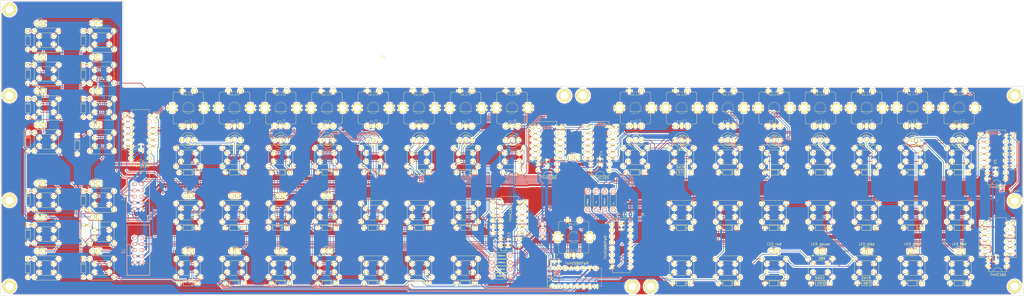
<source format=kicad_pcb>
(kicad_pcb (version 4) (host pcbnew 4.0.2-stable)
  (layers (0 F.Cu signal) (31 B.Cu signal) (34 B.Paste user hide) (35 F.Paste user) (36 B.SilkS user) (37 F.SilkS user) (38 B.Mask user hide) (39 F.Mask user hide) (44 Edge.Cuts user))
  (net 0 "")
  (net 1 "Net-(D101-Pad1)")
  (net 2 "Net-(D102-Pad1)")
  (net 3 /I0)
  (net 4 /I1)
  (net 5 /I2)
  (net 6 /I3)
  (net 7 /I4)
  (net 8 /I5)
  (net 9 /I6)
  (net 10 /I7)
  (net 11 GND)
  (net 12 /O6)
  (net 13 /O7)
  (net 14 /O1)
  (net 15 /O3)
  (net 16 /O5)
  (net 17 /O0)
  (net 18 /O2)
  (net 19 /O4)
  (net 20 +5V)
  (net 21 /O13)
  (net 22 /O14)
  (net 23 /O15)
  (net 24 /O16)
  (net 25 /O17)
  (net 26 /O10)
  (net 27 /I14)
  (net 28 /I15)
  (net 29 /I16)
  (net 30 /I17)
  (net 31 /I10)
  (net 32 /I11)
  (net 33 /I12)
  (net 34 /I13)
  (net 35 "Net-(D8-Pad1)")
  (net 36 "Net-(D9-Pad1)")
  (net 37 "Net-(D10-Pad1)")
  (net 38 "Net-(D11-Pad1)")
  (net 39 "Net-(D12-Pad1)")
  (net 40 "Net-(D13-Pad1)")
  (net 41 "Net-(D14-Pad1)")
  (net 42 "Net-(D22-Pad1)")
  (net 43 "Net-(D23-Pad1)")
  (net 44 "Net-(D24-Pad1)")
  (net 45 "Net-(D25-Pad1)")
  (net 46 "Net-(D26-Pad1)")
  (net 47 "Net-(D27-Pad1)")
  (net 48 "Net-(D28-Pad1)")
  (net 49 "Net-(D32-Pad1)")
  (net 50 "Net-(D33-Pad1)")
  (net 51 "Net-(D34-Pad1)")
  (net 52 "Net-(D38-Pad1)")
  (net 53 "Net-(D39-Pad1)")
  (net 54 "Net-(D40-Pad1)")
  (net 55 "Net-(D44-Pad1)")
  (net 56 "Net-(D45-Pad1)")
  (net 57 "Net-(D46-Pad1)")
  (net 58 "Net-(D50-Pad1)")
  (net 59 "Net-(D51-Pad1)")
  (net 60 "Net-(D52-Pad1)")
  (net 61 "Net-(D54-Pad1)")
  (net 62 "Net-(D55-Pad1)")
  (net 63 "Net-(D56-Pad1)")
  (net 64 "Net-(D58-Pad1)")
  (net 65 "Net-(D59-Pad1)")
  (net 66 "Net-(D60-Pad1)")
  (net 67 "Net-(D62-Pad1)")
  (net 68 "Net-(D63-Pad1)")
  (net 69 "Net-(D64-Pad1)")
  (net 70 "Net-(D66-Pad1)")
  (net 71 "Net-(D69-Pad1)")
  (net 72 "Net-(D71-Pad1)")
  (net 73 "Net-(D72-Pad1)")
  (net 74 "Net-(D73-Pad1)")
  (net 75 "Net-(D75-Pad1)")
  (net 76 "Net-(D76-Pad1)")
  (net 77 "Net-(D77-Pad1)")
  (net 78 "Net-(D80-Pad1)")
  (net 79 "Net-(D81-Pad1)")
  (net 80 "Net-(D82-Pad1)")
  (net 81 "Net-(D85-Pad1)")
  (net 82 "Net-(D86-Pad1)")
  (net 83 "Net-(D87-Pad1)")
  (net 84 "Net-(D90-Pad1)")
  (net 85 "Net-(D91-Pad1)")
  (net 86 "Net-(D92-Pad1)")
  (net 87 "Net-(D95-Pad1)")
  (net 88 "Net-(D96-Pad1)")
  (net 89 "Net-(D97-Pad1)")
  (net 90 "Net-(D100-Pad1)")
  (net 91 "Net-(U1-Pad9)")
  (net 92 /I26)
  (net 93 /I27)
  (net 94 /I24)
  (net 95 /I25)
  (net 96 /I22)
  (net 97 /I23)
  (net 98 /I20)
  (net 99 /I21)
  (net 100 /I56)
  (net 101 /I54)
  (net 102 /I55)
  (net 103 /I36)
  (net 104 /I37)
  (net 105 /I34)
  (net 106 /I35)
  (net 107 /I32)
  (net 108 /I33)
  (net 109 /I30)
  (net 110 /I31)
  (net 111 /I46)
  (net 112 /I47)
  (net 113 /I44)
  (net 114 /I45)
  (net 115 /I42)
  (net 116 /I43)
  (net 117 /I40)
  (net 118 /I41)
  (net 119 /I53)
  (net 120 /I52)
  (net 121 /I51)
  (net 122 /I50)
  (net 123 /011)
  (net 124 /012)
  (net 125 /02)
  (net 126 /I57)
  (net 127 "Net-(R1-Pad1)")
  (net 128 "Net-(R2-Pad1)")
  (net 129 "Net-(R3-Pad1)")
  (net 130 "Net-(R4-Pad1)")
  (net 131 "Net-(R6-Pad1)")
  (net 132 "Net-(R7-Pad1)")
  (net 133 "Net-(RR3-Pad2)")
  (net 134 "Net-(RR5-Pad2)")
  (net 135 "Net-(RR6-Pad2)")
  (net 136 "Net-(RR8-Pad2)")
  (net 137 "Net-(RR10-Pad2)")
  (net 138 "Net-(RR12-Pad2)")
  (net 139 "Net-(U1-Pad1)")
  (net 140 "Net-(U1-Pad2)")
  (net 141 "Net-(U7-Pad14)")
  (net 142 "Net-(U8-Pad9)")
  (net 143 "Net-(J3-Pad2)")
  (net 144 "Net-(U7-Pad9)")
  (net 145 "Net-(R5-Pad1)")
  (net 146 "Net-(R8-Pad2)")
  (module PEC11-Switch_ba (layer F.Cu) (at 194.31 120.65)
    (fp_text reference ec5 (at 0.11938 5.4737) (layer F.SilkS) (effects (font (size 1.27 1.27) (thickness 0.0889))))
    (fp_text value SW_Enc (at 0 -5.4864) (layer F.SilkS) (effects (font (size 0.8128 0.8128) (thickness 0.0889))))
    (pad P$1 thru_hole circle (at -2.49936 -7.00024) (size 1.99898 1.99898) (drill 1.00076) (layers *.Cu F.Paste F.SilkS F.Mask) (net 11 GND))
    (pad P$2 thru_hole circle (at 2.49936 -7.00024) (size 1.99898 1.99898) (drill 0.99822) (layers *.Cu F.Paste F.SilkS F.Mask) (net 126 /I57))
    (pad P$B thru_hole circle (at -2.49936 7.50062) (size 1.99898 1.99898) (drill 1.00076) (layers *.Cu F.Paste F.SilkS F.Mask) (net 93 /I27))
    (pad P$A thru_hole circle (at 2.49936 7.50062) (size 1.99898 1.99898) (drill 1.00076) (layers *.Cu F.Paste F.SilkS F.Mask) (net 92 /I26))
    (pad P$C thru_hole circle (at 0 7.50062) (size 1.99898 1.99898) (drill 1.00076) (layers *.Cu F.Paste F.SilkS F.Mask) (net 11 GND))
    (pad P$GN thru_hole circle (at -6.59892 0) (size 4.09956 4.09956) (drill 2.60096) (layers *.Cu F.Paste F.SilkS F.Mask) (net 11 GND))
    (pad P$GN thru_hole circle (at 6.59892 0) (size 4.09956 4.09956) (drill 2.60096) (layers *.Cu F.Paste F.SilkS F.Mask) (net 11 GND))
  )
  (module PEC11-Switch_ba (layer F.Cu) (at 118.11 120.65)
    (fp_text reference ec1 (at 0.11938 5.4737) (layer F.SilkS) (effects (font (size 1.27 1.27) (thickness 0.0889))))
    (fp_text value SW_Enc (at 0 -5.4864) (layer F.SilkS) (effects (font (size 0.8128 0.8128) (thickness 0.0889))))
    (pad P$1 thru_hole circle (at -2.49936 -7.00024) (size 1.99898 1.99898) (drill 1.00076) (layers *.Cu F.Paste F.SilkS F.Mask) (net 11 GND))
    (pad P$2 thru_hole circle (at 2.49936 -7.00024) (size 1.99898 1.99898) (drill 0.99822) (layers *.Cu F.Paste F.SilkS F.Mask) (net 126 /I57))
    (pad P$B thru_hole circle (at -2.49936 7.50062) (size 1.99898 1.99898) (drill 1.00076) (layers *.Cu F.Paste F.SilkS F.Mask) (net 10 /I7))
    (pad P$A thru_hole circle (at 2.49936 7.50062) (size 1.99898 1.99898) (drill 1.00076) (layers *.Cu F.Paste F.SilkS F.Mask) (net 9 /I6))
    (pad P$C thru_hole circle (at 0 7.50062) (size 1.99898 1.99898) (drill 1.00076) (layers *.Cu F.Paste F.SilkS F.Mask) (net 11 GND))
    (pad P$GN thru_hole circle (at -6.59892 0) (size 4.09956 4.09956) (drill 2.60096) (layers *.Cu F.Paste F.SilkS F.Mask) (net 11 GND))
    (pad P$GN thru_hole circle (at 6.59892 0) (size 4.09956 4.09956) (drill 2.60096) (layers *.Cu F.Paste F.SilkS F.Mask) (net 11 GND))
  )
  (module DIP-16_W7.62mm (layer F.Cu) (at 102.235 141.478 180)
    (fp_text reference U1)
    (fp_text value 74HC165 (at 3.556 -3.175 180) (layer F.SilkS))
    (pad 1 thru_hole oval (at 0 0 180) (size 1.6 1.6) (drill 0.8) (layers *.Cu *.Mask F.SilkS) (net 139 "Net-(U1-Pad1)"))
    (pad 2 thru_hole oval (at 0 2.54 180) (size 1.6 1.6) (drill 0.8) (layers *.Cu *.Mask F.SilkS) (net 140 "Net-(U1-Pad2)"))
    (pad 3 thru_hole oval (at 0 5.08 180) (size 1.6 1.6) (drill 0.8) (layers *.Cu *.Mask F.SilkS) (net 7 /I4))
    (pad 4 thru_hole oval (at 0 7.62 180) (size 1.6 1.6) (drill 0.8) (layers *.Cu *.Mask F.SilkS) (net 8 /I5))
    (pad 5 thru_hole oval (at 0 10.16 180) (size 1.6 1.6) (drill 0.8) (layers *.Cu *.Mask F.SilkS) (net 9 /I6))
    (pad 6 thru_hole oval (at 0 12.7 180) (size 1.6 1.6) (drill 0.8) (layers *.Cu *.Mask F.SilkS) (net 10 /I7))
    (pad 7 thru_hole oval (at 0 15.24 180) (size 1.6 1.6) (drill 0.8) (layers *.Cu *.Mask F.SilkS))
    (pad 8 thru_hole oval (at 0 17.78 180) (size 1.6 1.6) (drill 0.8) (layers *.Cu *.Mask F.SilkS) (net 11 GND))
    (pad 9 thru_hole oval (at 7.62 17.78 180) (size 1.6 1.6) (drill 0.8) (layers *.Cu *.Mask F.SilkS) (net 91 "Net-(U1-Pad9)"))
    (pad 10 thru_hole oval (at 7.62 15.24 180) (size 1.6 1.6) (drill 0.8) (layers *.Cu *.Mask F.SilkS) (net 133 "Net-(RR3-Pad2)"))
    (pad 11 thru_hole oval (at 7.62 12.7 180) (size 1.6 1.6) (drill 0.8) (layers *.Cu *.Mask F.SilkS) (net 3 /I0))
    (pad 12 thru_hole oval (at 7.62 10.16 180) (size 1.6 1.6) (drill 0.8) (layers *.Cu *.Mask F.SilkS) (net 4 /I1))
    (pad 13 thru_hole oval (at 7.62 7.62 180) (size 1.6 1.6) (drill 0.8) (layers *.Cu *.Mask F.SilkS) (net 5 /I2))
    (pad 14 thru_hole oval (at 7.62 5.08 180) (size 1.6 1.6) (drill 0.8) (layers *.Cu *.Mask F.SilkS) (net 6 /I3))
    (pad 15 thru_hole oval (at 7.62 2.54 180) (size 1.6 1.6) (drill 0.8) (layers *.Cu *.Mask F.SilkS) (net 11 GND))
    (pad 16 thru_hole oval (at 7.62 0 180) (size 1.6 1.6) (drill 0.8) (layers *.Cu *.Mask F.SilkS) (net 20 +5V))
  )
  (module LEDs:LED-5MM-3 (layer F.Cu) (at 120.65 133.985 180)
    (fp_text reference D29)
    (fp_text value Led_gp1)
    (pad 1 thru_hole circle (at 0 0) (size 1.6764 1.6764) (drill 0.8128) (layers *.Cu *.Mask F.SilkS) (net 123 /011))
    (pad 2 thru_hole circle (at 2.54 0) (size 1.6764 1.6764) (drill 0.8128) (layers *.Cu *.Mask F.SilkS) (net 15 /O3))
    (pad 3 thru_hole circle (at 5.08 0) (size 1.6764 1.6764) (drill 0.8128) (layers *.Cu *.Mask F.SilkS) (net 26 /O10))
  )
  (module LEDs:LED-5MM-3 (layer F.Cu) (at 139.7 133.985 180)
    (fp_text reference D35)
    (fp_text value Led_gp2)
    (pad 1 thru_hole circle (at 0 0) (size 1.6764 1.6764) (drill 0.8128) (layers *.Cu *.Mask F.SilkS) (net 21 /O13))
    (pad 2 thru_hole circle (at 2.54 0) (size 1.6764 1.6764) (drill 0.8128) (layers *.Cu *.Mask F.SilkS) (net 15 /O3))
    (pad 3 thru_hole circle (at 5.08 0) (size 1.6764 1.6764) (drill 0.8128) (layers *.Cu *.Mask F.SilkS) (net 124 /012))
  )
  (module LEDs:LED-5MM-3 (layer F.Cu) (at 158.75 133.985 180)
    (fp_text reference D41)
    (fp_text value Led_gp3)
    (pad 1 thru_hole circle (at 0 0) (size 1.6764 1.6764) (drill 0.8128) (layers *.Cu *.Mask F.SilkS) (net 23 /O15))
    (pad 2 thru_hole circle (at 2.54 0) (size 1.6764 1.6764) (drill 0.8128) (layers *.Cu *.Mask F.SilkS) (net 18 /O2))
    (pad 3 thru_hole circle (at 5.08 0) (size 1.6764 1.6764) (drill 0.8128) (layers *.Cu *.Mask F.SilkS) (net 22 /O14))
  )
  (module LEDs:LED-5MM-3 (layer F.Cu) (at 177.8 133.985 180)
    (fp_text reference D47)
    (fp_text value Led_gp4)
    (pad 1 thru_hole circle (at 0 0) (size 1.6764 1.6764) (drill 0.8128) (layers *.Cu *.Mask F.SilkS) (net 25 /O17))
    (pad 2 thru_hole circle (at 2.54 0) (size 1.6764 1.6764) (drill 0.8128) (layers *.Cu *.Mask F.SilkS) (net 18 /O2))
    (pad 3 thru_hole circle (at 5.08 0) (size 1.6764 1.6764) (drill 0.8128) (layers *.Cu *.Mask F.SilkS) (net 24 /O16))
  )
  (module LEDs:LED-5MM-3 (layer F.Cu) (at 196.85 133.985 180)
    (fp_text reference D53)
    (fp_text value Led_gp5)
    (pad 1 thru_hole circle (at 0 0) (size 1.6764 1.6764) (drill 0.8128) (layers *.Cu *.Mask F.SilkS) (net 123 /011))
    (pad 2 thru_hole circle (at 2.54 0) (size 1.6764 1.6764) (drill 0.8128) (layers *.Cu *.Mask F.SilkS) (net 14 /O1))
    (pad 3 thru_hole circle (at 5.08 0) (size 1.6764 1.6764) (drill 0.8128) (layers *.Cu *.Mask F.SilkS) (net 26 /O10))
  )
  (module LEDs:LED-5MM-3 (layer F.Cu) (at 215.9 133.985 180)
    (fp_text reference D57)
    (fp_text value Led_gp6)
    (pad 1 thru_hole circle (at 0 0) (size 1.6764 1.6764) (drill 0.8128) (layers *.Cu *.Mask F.SilkS) (net 21 /O13))
    (pad 2 thru_hole circle (at 2.54 0) (size 1.6764 1.6764) (drill 0.8128) (layers *.Cu *.Mask F.SilkS) (net 14 /O1))
    (pad 3 thru_hole circle (at 5.08 0) (size 1.6764 1.6764) (drill 0.8128) (layers *.Cu *.Mask F.SilkS) (net 124 /012))
  )
  (module LEDs:LED-5MM-3 (layer F.Cu) (at 234.95 133.985 180)
    (fp_text reference D61)
    (fp_text value Led_gp7)
    (pad 1 thru_hole circle (at 0 0) (size 1.6764 1.6764) (drill 0.8128) (layers *.Cu *.Mask F.SilkS) (net 23 /O15))
    (pad 2 thru_hole circle (at 2.54 0) (size 1.6764 1.6764) (drill 0.8128) (layers *.Cu *.Mask F.SilkS) (net 17 /O0))
    (pad 3 thru_hole circle (at 5.08 0) (size 1.6764 1.6764) (drill 0.8128) (layers *.Cu *.Mask F.SilkS) (net 22 /O14))
  )
  (module LEDs:LED-5MM-3 (layer F.Cu) (at 254 133.985 180)
    (fp_text reference D65)
    (fp_text value Led_gp8)
    (pad 1 thru_hole circle (at 0 0) (size 1.6764 1.6764) (drill 0.8128) (layers *.Cu *.Mask F.SilkS) (net 25 /O17))
    (pad 2 thru_hole circle (at 2.54 0) (size 1.6764 1.6764) (drill 0.8128) (layers *.Cu *.Mask F.SilkS) (net 17 /O0))
    (pad 3 thru_hole circle (at 5.08 0) (size 1.6764 1.6764) (drill 0.8128) (layers *.Cu *.Mask F.SilkS) (net 24 /O16))
  )
  (module LEDs:LED-5MM-3 (layer F.Cu) (at 304.8 133.985 180)
    (fp_text reference D68)
    (fp_text value Led_gp9)
    (pad 1 thru_hole circle (at 0 0) (size 1.6764 1.6764) (drill 0.8128) (layers *.Cu *.Mask F.SilkS) (net 123 /011))
    (pad 2 thru_hole circle (at 2.54 0) (size 1.6764 1.6764) (drill 0.8128) (layers *.Cu *.Mask F.SilkS) (net 19 /O4))
    (pad 3 thru_hole circle (at 5.08 0) (size 1.6764 1.6764) (drill 0.8128) (layers *.Cu *.Mask F.SilkS) (net 26 /O10))
  )
  (module LEDs:LED-5MM-3 (layer F.Cu) (at 323.85 133.985 180)
    (fp_text reference D70 (at 2.54508 -3.91668 180) (layer F.SilkS))
    (fp_text value Led_gp10)
    (pad 1 thru_hole circle (at 0 0) (size 1.6764 1.6764) (drill 0.8128) (layers *.Cu *.Mask F.SilkS) (net 21 /O13))
    (pad 2 thru_hole circle (at 2.54 0) (size 1.6764 1.6764) (drill 0.8128) (layers *.Cu *.Mask F.SilkS) (net 19 /O4))
    (pad 3 thru_hole circle (at 5.08 0) (size 1.6764 1.6764) (drill 0.8128) (layers *.Cu *.Mask F.SilkS) (net 124 /012))
  )
  (module LEDs:LED-5MM-3 (layer F.Cu) (at 342.9 133.985 180)
    (fp_text reference D74)
    (fp_text value Led_gp11)
    (pad 1 thru_hole circle (at 0 0) (size 1.6764 1.6764) (drill 0.8128) (layers *.Cu *.Mask F.SilkS) (net 23 /O15))
    (pad 2 thru_hole circle (at 2.54 0) (size 1.6764 1.6764) (drill 0.8128) (layers *.Cu *.Mask F.SilkS) (net 16 /O5))
    (pad 3 thru_hole circle (at 5.08 0) (size 1.6764 1.6764) (drill 0.8128) (layers *.Cu *.Mask F.SilkS) (net 22 /O14))
  )
  (module LEDs:LED-5MM-3 (layer F.Cu) (at 361.95 133.985 180)
    (fp_text reference D78)
    (fp_text value Led_gp12)
    (pad 1 thru_hole circle (at 0 0) (size 1.6764 1.6764) (drill 0.8128) (layers *.Cu *.Mask F.SilkS) (net 25 /O17))
    (pad 2 thru_hole circle (at 2.54 0) (size 1.6764 1.6764) (drill 0.8128) (layers *.Cu *.Mask F.SilkS) (net 16 /O5))
    (pad 3 thru_hole circle (at 5.08 0) (size 1.6764 1.6764) (drill 0.8128) (layers *.Cu *.Mask F.SilkS) (net 24 /O16))
  )
  (module LEDs:LED-5MM-3 (layer F.Cu) (at 375.92 133.985)
    (fp_text reference D83)
    (fp_text value Led_gp13)
    (pad 1 thru_hole circle (at 0 0 180) (size 1.6764 1.6764) (drill 0.8128) (layers *.Cu *.Mask F.SilkS) (net 123 /011))
    (pad 2 thru_hole circle (at 2.54 0 180) (size 1.6764 1.6764) (drill 0.8128) (layers *.Cu *.Mask F.SilkS) (net 12 /O6))
    (pad 3 thru_hole circle (at 5.08 0 180) (size 1.6764 1.6764) (drill 0.8128) (layers *.Cu *.Mask F.SilkS) (net 26 /O10))
  )
  (module LEDs:LED-5MM-3 (layer F.Cu) (at 394.97 133.985)
    (fp_text reference D88)
    (fp_text value Led_gp14)
    (pad 1 thru_hole circle (at 0 0 180) (size 1.6764 1.6764) (drill 0.8128) (layers *.Cu *.Mask F.SilkS) (net 21 /O13))
    (pad 2 thru_hole circle (at 2.54 0 180) (size 1.6764 1.6764) (drill 0.8128) (layers *.Cu *.Mask F.SilkS) (net 12 /O6))
    (pad 3 thru_hole circle (at 5.08 0 180) (size 1.6764 1.6764) (drill 0.8128) (layers *.Cu *.Mask F.SilkS) (net 124 /012))
  )
  (module LEDs:LED-5MM-3 (layer F.Cu) (at 419.1 133.985 180)
    (fp_text reference D93)
    (fp_text value Led_gp15)
    (pad 1 thru_hole circle (at 0 0) (size 1.6764 1.6764) (drill 0.8128) (layers *.Cu *.Mask F.SilkS) (net 23 /O15))
    (pad 2 thru_hole circle (at 2.54 0) (size 1.6764 1.6764) (drill 0.8128) (layers *.Cu *.Mask F.SilkS) (net 13 /O7))
    (pad 3 thru_hole circle (at 5.08 0) (size 1.6764 1.6764) (drill 0.8128) (layers *.Cu *.Mask F.SilkS) (net 22 /O14))
  )
  (module LEDs:LED-5MM-3 (layer F.Cu) (at 438.15 133.985 180)
    (fp_text reference D99)
    (fp_text value Led_gp16)
    (pad 1 thru_hole circle (at 0 0) (size 1.6764 1.6764) (drill 0.8128) (layers *.Cu *.Mask F.SilkS) (net 25 /O17))
    (pad 2 thru_hole circle (at 2.54 0) (size 1.6764 1.6764) (drill 0.8128) (layers *.Cu *.Mask F.SilkS) (net 13 /O7))
    (pad 3 thru_hole circle (at 5.08 0) (size 1.6764 1.6764) (drill 0.8128) (layers *.Cu *.Mask F.SilkS) (net 24 /O16))
  )
  (module Resistors_ThroughHole:Resistor_Horizontal_RM7mm (layer F.Cu) (at 243.078 181.61)
    (fp_text reference R8)
    (fp_text value 220ohm (at 4 0) (layer F.SilkS) (effects (font (size 0.5 0.5) (thickness 0.125))))
    (pad 1 thru_hole circle (at 0 0) (size 1.99898 1.99898) (drill 1.00076) (layers *.Cu *.SilkS *.Mask) (net 26 /O10))
    (pad 2 thru_hole circle (at 7.62 0) (size 1.99898 1.99898) (drill 1.00076) (layers *.Cu *.SilkS *.Mask) (net 146 "Net-(R8-Pad2)"))
  )
  (module "empreinte ksir:DIP-16_W7.62mm" (layer F.Cu) (at 292.608 168.529)
    (fp_text reference U8)
    (fp_text value 74HC595PWR (at -2.667 9.779 90) (layer F.SilkS))
    (pad 1 thru_hole oval (at 0 0) (size 1.6 1.6) (drill 0.8) (layers *.Cu *.Mask F.SilkS) (net 127 "Net-(R1-Pad1)"))
    (pad 2 thru_hole oval (at 0 2.54) (size 1.6 1.6) (drill 0.8) (layers *.Cu *.Mask F.SilkS) (net 128 "Net-(R2-Pad1)"))
    (pad 3 thru_hole oval (at 0 5.08) (size 1.6 1.6) (drill 0.8) (layers *.Cu *.Mask F.SilkS) (net 129 "Net-(R3-Pad1)"))
    (pad 4 thru_hole oval (at 0 7.62) (size 1.6 1.6) (drill 0.8) (layers *.Cu *.Mask F.SilkS) (net 130 "Net-(R4-Pad1)"))
    (pad 5 thru_hole oval (at 0 10.16) (size 1.6 1.6) (drill 0.8) (layers *.Cu *.Mask F.SilkS) (net 145 "Net-(R5-Pad1)"))
    (pad 6 thru_hole oval (at 0 12.7) (size 1.6 1.6) (drill 0.8) (layers *.Cu *.Mask F.SilkS) (net 131 "Net-(R6-Pad1)"))
    (pad 7 thru_hole oval (at 0 15.24) (size 1.6 1.6) (drill 0.8) (layers *.Cu *.Mask F.SilkS) (net 132 "Net-(R7-Pad1)"))
    (pad 8 thru_hole oval (at 0 17.78) (size 1.6 1.6) (drill 0.8) (layers *.Cu *.Mask F.SilkS) (net 11 GND))
    (pad 9 thru_hole oval (at 7.62 17.78) (size 1.6 1.6) (drill 0.8) (layers *.Cu *.Mask F.SilkS) (net 142 "Net-(U8-Pad9)"))
    (pad 10 thru_hole oval (at 7.62 15.24) (size 1.6 1.6) (drill 0.8) (layers *.Cu *.Mask F.SilkS) (net 20 +5V))
    (pad 11 thru_hole oval (at 7.62 12.7) (size 1.6 1.6) (drill 0.8) (layers *.Cu *.Mask F.SilkS) (net 140 "Net-(U1-Pad2)"))
    (pad 12 thru_hole oval (at 7.62 10.16) (size 1.6 1.6) (drill 0.8) (layers *.Cu *.Mask F.SilkS) (net 139 "Net-(U1-Pad1)"))
    (pad 13 thru_hole oval (at 7.62 7.62) (size 1.6 1.6) (drill 0.8) (layers *.Cu *.Mask F.SilkS) (net 11 GND))
    (pad 14 thru_hole oval (at 7.62 5.08) (size 1.6 1.6) (drill 0.8) (layers *.Cu *.Mask F.SilkS) (net 144 "Net-(U7-Pad9)"))
    (pad 15 thru_hole oval (at 7.62 2.54) (size 1.6 1.6) (drill 0.8) (layers *.Cu *.Mask F.SilkS) (net 146 "Net-(R8-Pad2)"))
    (pad 16 thru_hole oval (at 7.62 0) (size 1.6 1.6) (drill 0.8) (layers *.Cu *.Mask F.SilkS) (net 20 +5V))
  )
  (module "empreinte ksir:DIP-16_W7.62mm" (layer F.Cu) (at 268.224 194.31 90)
    (fp_text reference U7)
    (fp_text value 74HC595PWR (at 9.525 9.779 180) (layer F.SilkS))
    (pad 1 thru_hole oval (at 0 0 90) (size 1.6 1.6) (drill 0.8) (layers *.Cu *.Mask F.SilkS) (net 14 /O1))
    (pad 2 thru_hole oval (at 0 2.54 90) (size 1.6 1.6) (drill 0.8) (layers *.Cu *.Mask F.SilkS) (net 125 /02))
    (pad 3 thru_hole oval (at 0 5.08 90) (size 1.6 1.6) (drill 0.8) (layers *.Cu *.Mask F.SilkS) (net 15 /O3))
    (pad 4 thru_hole oval (at 0 7.62 90) (size 1.6 1.6) (drill 0.8) (layers *.Cu *.Mask F.SilkS) (net 19 /O4))
    (pad 5 thru_hole oval (at 0 10.16 90) (size 1.6 1.6) (drill 0.8) (layers *.Cu *.Mask F.SilkS) (net 16 /O5))
    (pad 6 thru_hole oval (at 0 12.7 90) (size 1.6 1.6) (drill 0.8) (layers *.Cu *.Mask F.SilkS) (net 12 /O6))
    (pad 7 thru_hole oval (at 0 15.24 90) (size 1.6 1.6) (drill 0.8) (layers *.Cu *.Mask F.SilkS) (net 13 /O7))
    (pad 8 thru_hole oval (at 0 17.78 90) (size 1.6 1.6) (drill 0.8) (layers *.Cu *.Mask F.SilkS) (net 11 GND))
    (pad 9 thru_hole oval (at 7.62 17.78 90) (size 1.6 1.6) (drill 0.8) (layers *.Cu *.Mask F.SilkS) (net 144 "Net-(U7-Pad9)"))
    (pad 10 thru_hole oval (at 7.62 15.24 90) (size 1.6 1.6) (drill 0.8) (layers *.Cu *.Mask F.SilkS) (net 20 +5V))
    (pad 11 thru_hole oval (at 7.62 12.7 90) (size 1.6 1.6) (drill 0.8) (layers *.Cu *.Mask F.SilkS) (net 140 "Net-(U1-Pad2)"))
    (pad 12 thru_hole oval (at 7.62 10.16 90) (size 1.6 1.6) (drill 0.8) (layers *.Cu *.Mask F.SilkS) (net 139 "Net-(U1-Pad1)"))
    (pad 13 thru_hole oval (at 7.62 7.62 90) (size 1.6 1.6) (drill 0.8) (layers *.Cu *.Mask F.SilkS) (net 11 GND))
    (pad 14 thru_hole oval (at 7.62 5.08 90) (size 1.6 1.6) (drill 0.8) (layers *.Cu *.Mask F.SilkS) (net 141 "Net-(U7-Pad14)"))
    (pad 15 thru_hole oval (at 7.62 2.54 90) (size 1.6 1.6) (drill 0.8) (layers *.Cu *.Mask F.SilkS) (net 17 /O0))
    (pad 16 thru_hole oval (at 7.62 0 90) (size 1.6 1.6) (drill 0.8) (layers *.Cu *.Mask F.SilkS) (net 20 +5V))
  )
  (module "empreinte ksir:DIP-16_W7.62mm" (layer F.Cu) (at 455.265864 185.993912 180)
    (fp_text reference U6)
    (fp_text value 74HC165 (at 3.653864 -3.490088 180) (layer F.SilkS))
    (pad 1 thru_hole oval (at 0 0 180) (size 1.6 1.6) (drill 0.8) (layers *.Cu *.Mask F.SilkS) (net 139 "Net-(U1-Pad1)"))
    (pad 2 thru_hole oval (at 0 2.54 180) (size 1.6 1.6) (drill 0.8) (layers *.Cu *.Mask F.SilkS) (net 140 "Net-(U1-Pad2)"))
    (pad 3 thru_hole oval (at 0 5.08 180) (size 1.6 1.6) (drill 0.8) (layers *.Cu *.Mask F.SilkS) (net 101 /I54))
    (pad 4 thru_hole oval (at 0 7.62 180) (size 1.6 1.6) (drill 0.8) (layers *.Cu *.Mask F.SilkS) (net 102 /I55))
    (pad 5 thru_hole oval (at 0 10.16 180) (size 1.6 1.6) (drill 0.8) (layers *.Cu *.Mask F.SilkS) (net 100 /I56))
    (pad 6 thru_hole oval (at 0 12.7 180) (size 1.6 1.6) (drill 0.8) (layers *.Cu *.Mask F.SilkS) (net 126 /I57))
    (pad 7 thru_hole oval (at 0 15.24 180) (size 1.6 1.6) (drill 0.8) (layers *.Cu *.Mask F.SilkS))
    (pad 8 thru_hole oval (at 0 17.78 180) (size 1.6 1.6) (drill 0.8) (layers *.Cu *.Mask F.SilkS) (net 11 GND))
    (pad 9 thru_hole oval (at 7.62 17.78 180) (size 1.6 1.6) (drill 0.8) (layers *.Cu *.Mask F.SilkS) (net 136 "Net-(RR8-Pad2)"))
    (pad 10 thru_hole oval (at 7.62 15.24 180) (size 1.6 1.6) (drill 0.8) (layers *.Cu *.Mask F.SilkS) (net 138 "Net-(RR12-Pad2)"))
    (pad 11 thru_hole oval (at 7.62 12.7 180) (size 1.6 1.6) (drill 0.8) (layers *.Cu *.Mask F.SilkS) (net 122 /I50))
    (pad 12 thru_hole oval (at 7.62 10.16 180) (size 1.6 1.6) (drill 0.8) (layers *.Cu *.Mask F.SilkS) (net 121 /I51))
    (pad 13 thru_hole oval (at 7.62 7.62 180) (size 1.6 1.6) (drill 0.8) (layers *.Cu *.Mask F.SilkS) (net 120 /I52))
    (pad 14 thru_hole oval (at 7.62 5.08 180) (size 1.6 1.6) (drill 0.8) (layers *.Cu *.Mask F.SilkS) (net 119 /I53))
    (pad 15 thru_hole oval (at 7.62 2.54 180) (size 1.6 1.6) (drill 0.8) (layers *.Cu *.Mask F.SilkS) (net 11 GND))
    (pad 16 thru_hole oval (at 7.62 0 180) (size 1.6 1.6) (drill 0.8) (layers *.Cu *.Mask F.SilkS) (net 20 +5V))
  )
  (module "empreinte ksir:DIP-16_W7.62mm" (layer F.Cu) (at 454.838194 149.876812 180)
    (fp_text reference U5)
    (fp_text value 74HC165 (at 3.734194 -3.412188 180) (layer F.SilkS))
    (pad 1 thru_hole oval (at 0 0 180) (size 1.6 1.6) (drill 0.8) (layers *.Cu *.Mask F.SilkS) (net 139 "Net-(U1-Pad1)"))
    (pad 2 thru_hole oval (at 0 2.54 180) (size 1.6 1.6) (drill 0.8) (layers *.Cu *.Mask F.SilkS) (net 140 "Net-(U1-Pad2)"))
    (pad 3 thru_hole oval (at 0 5.08 180) (size 1.6 1.6) (drill 0.8) (layers *.Cu *.Mask F.SilkS) (net 113 /I44))
    (pad 4 thru_hole oval (at 0 7.62 180) (size 1.6 1.6) (drill 0.8) (layers *.Cu *.Mask F.SilkS) (net 114 /I45))
    (pad 5 thru_hole oval (at 0 10.16 180) (size 1.6 1.6) (drill 0.8) (layers *.Cu *.Mask F.SilkS) (net 111 /I46))
    (pad 6 thru_hole oval (at 0 12.7 180) (size 1.6 1.6) (drill 0.8) (layers *.Cu *.Mask F.SilkS) (net 112 /I47))
    (pad 7 thru_hole oval (at 0 15.24 180) (size 1.6 1.6) (drill 0.8) (layers *.Cu *.Mask F.SilkS))
    (pad 8 thru_hole oval (at 0 17.78 180) (size 1.6 1.6) (drill 0.8) (layers *.Cu *.Mask F.SilkS) (net 11 GND))
    (pad 9 thru_hole oval (at 7.62 17.78 180) (size 1.6 1.6) (drill 0.8) (layers *.Cu *.Mask F.SilkS) (net 138 "Net-(RR12-Pad2)"))
    (pad 10 thru_hole oval (at 7.62 15.24 180) (size 1.6 1.6) (drill 0.8) (layers *.Cu *.Mask F.SilkS) (net 137 "Net-(RR10-Pad2)"))
    (pad 11 thru_hole oval (at 7.62 12.7 180) (size 1.6 1.6) (drill 0.8) (layers *.Cu *.Mask F.SilkS) (net 117 /I40))
    (pad 12 thru_hole oval (at 7.62 10.16 180) (size 1.6 1.6) (drill 0.8) (layers *.Cu *.Mask F.SilkS) (net 118 /I41))
    (pad 13 thru_hole oval (at 7.62 7.62 180) (size 1.6 1.6) (drill 0.8) (layers *.Cu *.Mask F.SilkS) (net 115 /I42))
    (pad 14 thru_hole oval (at 7.62 5.08 180) (size 1.6 1.6) (drill 0.8) (layers *.Cu *.Mask F.SilkS) (net 116 /I43))
    (pad 15 thru_hole oval (at 7.62 2.54 180) (size 1.6 1.6) (drill 0.8) (layers *.Cu *.Mask F.SilkS) (net 11 GND))
    (pad 16 thru_hole oval (at 7.62 0 180) (size 1.6 1.6) (drill 0.8) (layers *.Cu *.Mask F.SilkS) (net 20 +5V))
  )
  (module "empreinte ksir:DIP-16_W7.62mm" (layer F.Cu) (at 291.592 146.304 180)
    (fp_text reference U4)
    (fp_text value 74HC165 (at 3.556 -3.175 180) (layer F.SilkS))
    (pad 1 thru_hole oval (at 0 0 180) (size 1.6 1.6) (drill 0.8) (layers *.Cu *.Mask F.SilkS) (net 139 "Net-(U1-Pad1)"))
    (pad 2 thru_hole oval (at 0 2.54 180) (size 1.6 1.6) (drill 0.8) (layers *.Cu *.Mask F.SilkS) (net 140 "Net-(U1-Pad2)"))
    (pad 3 thru_hole oval (at 0 5.08 180) (size 1.6 1.6) (drill 0.8) (layers *.Cu *.Mask F.SilkS) (net 105 /I34))
    (pad 4 thru_hole oval (at 0 7.62 180) (size 1.6 1.6) (drill 0.8) (layers *.Cu *.Mask F.SilkS) (net 106 /I35))
    (pad 5 thru_hole oval (at 0 10.16 180) (size 1.6 1.6) (drill 0.8) (layers *.Cu *.Mask F.SilkS) (net 103 /I36))
    (pad 6 thru_hole oval (at 0 12.7 180) (size 1.6 1.6) (drill 0.8) (layers *.Cu *.Mask F.SilkS) (net 104 /I37))
    (pad 7 thru_hole oval (at 0 15.24 180) (size 1.6 1.6) (drill 0.8) (layers *.Cu *.Mask F.SilkS))
    (pad 8 thru_hole oval (at 0 17.78 180) (size 1.6 1.6) (drill 0.8) (layers *.Cu *.Mask F.SilkS) (net 11 GND))
    (pad 9 thru_hole oval (at 7.62 17.78 180) (size 1.6 1.6) (drill 0.8) (layers *.Cu *.Mask F.SilkS) (net 135 "Net-(RR6-Pad2)"))
    (pad 10 thru_hole oval (at 7.62 15.24 180) (size 1.6 1.6) (drill 0.8) (layers *.Cu *.Mask F.SilkS) (net 136 "Net-(RR8-Pad2)"))
    (pad 11 thru_hole oval (at 7.62 12.7 180) (size 1.6 1.6) (drill 0.8) (layers *.Cu *.Mask F.SilkS) (net 109 /I30))
    (pad 12 thru_hole oval (at 7.62 10.16 180) (size 1.6 1.6) (drill 0.8) (layers *.Cu *.Mask F.SilkS) (net 110 /I31))
    (pad 13 thru_hole oval (at 7.62 7.62 180) (size 1.6 1.6) (drill 0.8) (layers *.Cu *.Mask F.SilkS) (net 107 /I32))
    (pad 14 thru_hole oval (at 7.62 5.08 180) (size 1.6 1.6) (drill 0.8) (layers *.Cu *.Mask F.SilkS) (net 108 /I33))
    (pad 15 thru_hole oval (at 7.62 2.54 180) (size 1.6 1.6) (drill 0.8) (layers *.Cu *.Mask F.SilkS) (net 11 GND))
    (pad 16 thru_hole oval (at 7.62 0 180) (size 1.6 1.6) (drill 0.8) (layers *.Cu *.Mask F.SilkS) (net 20 +5V))
  )
  (module "empreinte ksir:DIP-16_W7.62mm" (layer F.Cu) (at 270.002 146.304 180)
    (fp_text reference U3)
    (fp_text value 74HC165 (at 3.556 -3.175 180) (layer F.SilkS))
    (pad 1 thru_hole oval (at 0 0 180) (size 1.6 1.6) (drill 0.8) (layers *.Cu *.Mask F.SilkS) (net 139 "Net-(U1-Pad1)"))
    (pad 2 thru_hole oval (at 0 2.54 180) (size 1.6 1.6) (drill 0.8) (layers *.Cu *.Mask F.SilkS) (net 140 "Net-(U1-Pad2)"))
    (pad 3 thru_hole oval (at 0 5.08 180) (size 1.6 1.6) (drill 0.8) (layers *.Cu *.Mask F.SilkS) (net 94 /I24))
    (pad 4 thru_hole oval (at 0 7.62 180) (size 1.6 1.6) (drill 0.8) (layers *.Cu *.Mask F.SilkS) (net 95 /I25))
    (pad 5 thru_hole oval (at 0 10.16 180) (size 1.6 1.6) (drill 0.8) (layers *.Cu *.Mask F.SilkS) (net 92 /I26))
    (pad 6 thru_hole oval (at 0 12.7 180) (size 1.6 1.6) (drill 0.8) (layers *.Cu *.Mask F.SilkS) (net 93 /I27))
    (pad 7 thru_hole oval (at 0 15.24 180) (size 1.6 1.6) (drill 0.8) (layers *.Cu *.Mask F.SilkS))
    (pad 8 thru_hole oval (at 0 17.78 180) (size 1.6 1.6) (drill 0.8) (layers *.Cu *.Mask F.SilkS) (net 11 GND))
    (pad 9 thru_hole oval (at 7.62 17.78 180) (size 1.6 1.6) (drill 0.8) (layers *.Cu *.Mask F.SilkS) (net 134 "Net-(RR5-Pad2)"))
    (pad 10 thru_hole oval (at 7.62 15.24 180) (size 1.6 1.6) (drill 0.8) (layers *.Cu *.Mask F.SilkS) (net 135 "Net-(RR6-Pad2)"))
    (pad 11 thru_hole oval (at 7.62 12.7 180) (size 1.6 1.6) (drill 0.8) (layers *.Cu *.Mask F.SilkS) (net 98 /I20))
    (pad 12 thru_hole oval (at 7.62 10.16 180) (size 1.6 1.6) (drill 0.8) (layers *.Cu *.Mask F.SilkS) (net 99 /I21))
    (pad 13 thru_hole oval (at 7.62 7.62 180) (size 1.6 1.6) (drill 0.8) (layers *.Cu *.Mask F.SilkS) (net 96 /I22))
    (pad 14 thru_hole oval (at 7.62 5.08 180) (size 1.6 1.6) (drill 0.8) (layers *.Cu *.Mask F.SilkS) (net 97 /I23))
    (pad 15 thru_hole oval (at 7.62 2.54 180) (size 1.6 1.6) (drill 0.8) (layers *.Cu *.Mask F.SilkS) (net 11 GND))
    (pad 16 thru_hole oval (at 7.62 0 180) (size 1.6 1.6) (drill 0.8) (layers *.Cu *.Mask F.SilkS) (net 20 +5V))
  )
  (module "empreinte ksir:DIP-16_W7.62mm" (layer F.Cu) (at 254.381 177.292 180)
    (fp_text reference U2)
    (fp_text value 74HC165 (at 3.556 12.954 270) (layer F.SilkS))
    (pad 1 thru_hole oval (at 0 0 180) (size 1.6 1.6) (drill 0.8) (layers *.Cu *.Mask F.SilkS) (net 139 "Net-(U1-Pad1)"))
    (pad 2 thru_hole oval (at 0 2.54 180) (size 1.6 1.6) (drill 0.8) (layers *.Cu *.Mask F.SilkS) (net 140 "Net-(U1-Pad2)"))
    (pad 3 thru_hole oval (at 0 5.08 180) (size 1.6 1.6) (drill 0.8) (layers *.Cu *.Mask F.SilkS) (net 27 /I14))
    (pad 4 thru_hole oval (at 0 7.62 180) (size 1.6 1.6) (drill 0.8) (layers *.Cu *.Mask F.SilkS) (net 28 /I15))
    (pad 5 thru_hole oval (at 0 10.16 180) (size 1.6 1.6) (drill 0.8) (layers *.Cu *.Mask F.SilkS) (net 29 /I16))
    (pad 6 thru_hole oval (at 0 12.7 180) (size 1.6 1.6) (drill 0.8) (layers *.Cu *.Mask F.SilkS) (net 30 /I17))
    (pad 7 thru_hole oval (at 0 15.24 180) (size 1.6 1.6) (drill 0.8) (layers *.Cu *.Mask F.SilkS))
    (pad 8 thru_hole oval (at 0 17.78 180) (size 1.6 1.6) (drill 0.8) (layers *.Cu *.Mask F.SilkS) (net 11 GND))
    (pad 9 thru_hole oval (at 7.62 17.78 180) (size 1.6 1.6) (drill 0.8) (layers *.Cu *.Mask F.SilkS) (net 133 "Net-(RR3-Pad2)"))
    (pad 10 thru_hole oval (at 7.62 15.24 180) (size 1.6 1.6) (drill 0.8) (layers *.Cu *.Mask F.SilkS) (net 134 "Net-(RR5-Pad2)"))
    (pad 11 thru_hole oval (at 7.62 12.7 180) (size 1.6 1.6) (drill 0.8) (layers *.Cu *.Mask F.SilkS) (net 31 /I10))
    (pad 12 thru_hole oval (at 7.62 10.16 180) (size 1.6 1.6) (drill 0.8) (layers *.Cu *.Mask F.SilkS) (net 32 /I11))
    (pad 13 thru_hole oval (at 7.62 7.62 180) (size 1.6 1.6) (drill 0.8) (layers *.Cu *.Mask F.SilkS) (net 33 /I12))
    (pad 14 thru_hole oval (at 7.62 5.08 180) (size 1.6 1.6) (drill 0.8) (layers *.Cu *.Mask F.SilkS) (net 34 /I13))
    (pad 15 thru_hole oval (at 7.62 2.54 180) (size 1.6 1.6) (drill 0.8) (layers *.Cu *.Mask F.SilkS) (net 11 GND))
    (pad 16 thru_hole oval (at 7.62 0 180) (size 1.6 1.6) (drill 0.8) (layers *.Cu *.Mask F.SilkS) (net 20 +5V))
  )
  (module Resistors_ThroughHole:Resistor_Horizontal_RM7mm (layer F.Cu) (at 282.62816 162.67194 90)
    (fp_text reference R1)
    (fp_text value 470ohm (at 3.15994 -0.05316 90) (layer F.SilkS) (effects (font (size 0.5 0.5) (thickness 0.125))))
    (pad 1 thru_hole circle (at 0 0 90) (size 1.99898 1.99898) (drill 1.00076) (layers *.Cu *.SilkS *.Mask) (net 127 "Net-(R1-Pad1)"))
    (pad 2 thru_hole circle (at 7.62 0 90) (size 1.99898 1.99898) (drill 1.00076) (layers *.Cu *.SilkS *.Mask) (net 123 /011))
  )
  (module Resistors_ThroughHole:Resistor_Horizontal_RM7mm (layer F.Cu) (at 286.12816 162.67194 90)
    (fp_text reference R2)
    (fp_text value 1k (at 3.15994 0 90) (layer F.SilkS) (effects (font (size 0.5 0.5) (thickness 0.125))))
    (pad 1 thru_hole circle (at 0 0 90) (size 1.99898 1.99898) (drill 1.00076) (layers *.Cu *.SilkS *.Mask) (net 128 "Net-(R2-Pad1)"))
    (pad 2 thru_hole circle (at 7.62 0 90) (size 1.99898 1.99898) (drill 1.00076) (layers *.Cu *.SilkS *.Mask) (net 124 /012))
  )
  (module Resistors_ThroughHole:Resistor_Horizontal_RM7mm (layer F.Cu) (at 289.62816 162.67194 90)
    (fp_text reference R3)
    (fp_text value 470ohm (at 3.28694 -0.06816 90) (layer F.SilkS) (effects (font (size 0.5 0.5) (thickness 0.125))))
    (pad 1 thru_hole circle (at 0 0 90) (size 1.99898 1.99898) (drill 1.00076) (layers *.Cu *.SilkS *.Mask) (net 129 "Net-(R3-Pad1)"))
    (pad 2 thru_hole circle (at 7.62 0 90) (size 1.99898 1.99898) (drill 1.00076) (layers *.Cu *.SilkS *.Mask) (net 21 /O13))
  )
  (module Resistors_ThroughHole:Resistor_Horizontal_RM7mm (layer F.Cu) (at 293.12816 162.67194 90)
    (fp_text reference R4)
    (fp_text value 1k (at 2.52494 0.11484 90) (layer F.SilkS) (effects (font (size 0.5 0.5) (thickness 0.125))))
    (pad 1 thru_hole circle (at 0 0 90) (size 1.99898 1.99898) (drill 1.00076) (layers *.Cu *.SilkS *.Mask) (net 130 "Net-(R4-Pad1)"))
    (pad 2 thru_hole circle (at 7.62 0 90) (size 1.99898 1.99898) (drill 1.00076) (layers *.Cu *.SilkS *.Mask) (net 22 /O14))
  )
  (module Resistors_ThroughHole:Resistor_Horizontal_RM7mm (layer F.Cu) (at 250.698 184.404 180)
    (fp_text reference R5)
    (fp_text value 220ohm (at 3.62 0 180) (layer F.SilkS) (effects (font (size 0.508 0.508) (thickness 0.127))))
    (pad 1 thru_hole circle (at 0 0 180) (size 1.99898 1.99898) (drill 1.00076) (layers *.Cu *.SilkS *.Mask) (net 145 "Net-(R5-Pad1)"))
    (pad 2 thru_hole circle (at 7.62 0 180) (size 1.99898 1.99898) (drill 1.00076) (layers *.Cu *.SilkS *.Mask) (net 23 /O15))
  )
  (module Resistors_ThroughHole:Resistor_Horizontal_RM7mm (layer F.Cu) (at 250.698 187.198 180)
    (fp_text reference R6)
    (fp_text value 220ohm (at 3.683 0 180) (layer F.SilkS) (effects (font (size 0.5 0.5) (thickness 0.125))))
    (pad 1 thru_hole circle (at 0 0 180) (size 1.99898 1.99898) (drill 1.00076) (layers *.Cu *.SilkS *.Mask) (net 131 "Net-(R6-Pad1)"))
    (pad 2 thru_hole circle (at 7.62 0 180) (size 1.99898 1.99898) (drill 1.00076) (layers *.Cu *.SilkS *.Mask) (net 24 /O16))
  )
  (module Resistors_ThroughHole:Resistor_Horizontal_RM7mm (layer F.Cu) (at 250.825 189.992 180)
    (fp_text reference R7)
    (fp_text value 220ohm (at 4.12 0 180) (layer F.SilkS) (effects (font (size 0.508 0.508) (thickness 0.127))))
    (pad 1 thru_hole circle (at 0 0 180) (size 1.99898 1.99898) (drill 1.00076) (layers *.Cu *.SilkS *.Mask) (net 132 "Net-(R7-Pad1)"))
    (pad 2 thru_hole circle (at 7.62 0 180) (size 1.99898 1.99898) (drill 1.00076) (layers *.Cu *.SilkS *.Mask) (net 25 /O17))
  )
  (module Discret:DO-35 (layer F.Cu) (at 52.07 92.71 90)
    (fp_text reference D8)
    (fp_text value D)
    (pad 1 thru_hole rect (at 3.81 0 90) (size 1.4224 1.4224) (drill 0.6096) (layers *.Cu *.Mask F.SilkS) (net 35 "Net-(D8-Pad1)"))
    (pad 2 thru_hole circle (at -3.81 0 90) (size 1.4224 1.4224) (drill 0.6096) (layers *.Cu *.Mask F.SilkS) (net 29 /I16))
  )
  (module Discret:DO-35 (layer F.Cu) (at 52.07 106.68 90)
    (fp_text reference D9)
    (fp_text value D)
    (pad 1 thru_hole rect (at 3.81 0 90) (size 1.4224 1.4224) (drill 0.6096) (layers *.Cu *.Mask F.SilkS) (net 36 "Net-(D9-Pad1)"))
    (pad 2 thru_hole circle (at -3.81 0 90) (size 1.4224 1.4224) (drill 0.6096) (layers *.Cu *.Mask F.SilkS) (net 30 /I17))
  )
  (module Discret:DO-35 (layer F.Cu) (at 52.07 120.65 90)
    (fp_text reference D10)
    (fp_text value D)
    (pad 1 thru_hole rect (at 3.81 0 90) (size 1.4224 1.4224) (drill 0.6096) (layers *.Cu *.Mask F.SilkS) (net 37 "Net-(D10-Pad1)"))
    (pad 2 thru_hole circle (at -3.81 0 90) (size 1.4224 1.4224) (drill 0.6096) (layers *.Cu *.Mask F.SilkS) (net 29 /I16))
  )
  (module Discret:DO-35 (layer F.Cu) (at 52.07 134.62 90)
    (fp_text reference D11)
    (fp_text value D)
    (pad 1 thru_hole rect (at 3.81 0 90) (size 1.4224 1.4224) (drill 0.6096) (layers *.Cu *.Mask F.SilkS) (net 38 "Net-(D11-Pad1)"))
    (pad 2 thru_hole circle (at -3.81 0 90) (size 1.4224 1.4224) (drill 0.6096) (layers *.Cu *.Mask F.SilkS) (net 30 /I17))
  )
  (module Discret:DO-35 (layer F.Cu) (at 52.07 158.75 90)
    (fp_text reference D12)
    (fp_text value D)
    (pad 1 thru_hole rect (at 3.81 0 90) (size 1.4224 1.4224) (drill 0.6096) (layers *.Cu *.Mask F.SilkS) (net 39 "Net-(D12-Pad1)"))
    (pad 2 thru_hole circle (at -3.81 0 90) (size 1.4224 1.4224) (drill 0.6096) (layers *.Cu *.Mask F.SilkS) (net 29 /I16))
  )
  (module Discret:DO-35 (layer F.Cu) (at 52.07 172.72 90)
    (fp_text reference D13)
    (fp_text value D)
    (pad 1 thru_hole rect (at 3.81 0 90) (size 1.4224 1.4224) (drill 0.6096) (layers *.Cu *.Mask F.SilkS) (net 40 "Net-(D13-Pad1)"))
    (pad 2 thru_hole circle (at -3.81 0 90) (size 1.4224 1.4224) (drill 0.6096) (layers *.Cu *.Mask F.SilkS) (net 30 /I17))
  )
  (module Discret:DO-35 (layer F.Cu) (at 52.07 186.69 90)
    (fp_text reference D14)
    (fp_text value D)
    (pad 1 thru_hole rect (at 3.81 0 90) (size 1.4224 1.4224) (drill 0.6096) (layers *.Cu *.Mask F.SilkS) (net 41 "Net-(D14-Pad1)"))
    (pad 2 thru_hole circle (at -3.81 0 90) (size 1.4224 1.4224) (drill 0.6096) (layers *.Cu *.Mask F.SilkS) (net 29 /I16))
  )
  (module Discret:DO-35 (layer F.Cu) (at 74.93 92.71 90)
    (fp_text reference D22)
    (fp_text value D)
    (pad 1 thru_hole rect (at 3.81 0 90) (size 1.4224 1.4224) (drill 0.6096) (layers *.Cu *.Mask F.SilkS) (net 42 "Net-(D22-Pad1)"))
    (pad 2 thru_hole circle (at -3.81 0 90) (size 1.4224 1.4224) (drill 0.6096) (layers *.Cu *.Mask F.SilkS) (net 29 /I16))
  )
  (module Discret:DO-35 (layer F.Cu) (at 74.93 106.68 90)
    (fp_text reference D23)
    (fp_text value D)
    (pad 1 thru_hole rect (at 3.81 0 90) (size 1.4224 1.4224) (drill 0.6096) (layers *.Cu *.Mask F.SilkS) (net 43 "Net-(D23-Pad1)"))
    (pad 2 thru_hole circle (at -3.81 0 90) (size 1.4224 1.4224) (drill 0.6096) (layers *.Cu *.Mask F.SilkS) (net 30 /I17))
  )
  (module Discret:DO-35 (layer F.Cu) (at 74.93 120.65 90)
    (fp_text reference D24)
    (fp_text value D)
    (pad 1 thru_hole rect (at 3.81 0 90) (size 1.4224 1.4224) (drill 0.6096) (layers *.Cu *.Mask F.SilkS) (net 44 "Net-(D24-Pad1)"))
    (pad 2 thru_hole circle (at -3.81 0 90) (size 1.4224 1.4224) (drill 0.6096) (layers *.Cu *.Mask F.SilkS) (net 29 /I16))
  )
  (module Discret:DO-35 (layer F.Cu) (at 72.35916 135.86894 90)
    (fp_text reference D25)
    (fp_text value D)
    (pad 1 thru_hole rect (at 3.81 0 90) (size 1.4224 1.4224) (drill 0.6096) (layers *.Cu *.Mask F.SilkS) (net 45 "Net-(D25-Pad1)"))
    (pad 2 thru_hole circle (at -3.81 0 90) (size 1.4224 1.4224) (drill 0.6096) (layers *.Cu *.Mask F.SilkS) (net 30 /I17))
  )
  (module Discret:DO-35 (layer F.Cu) (at 74.93 158.75 90)
    (fp_text reference D26)
    (fp_text value D)
    (pad 1 thru_hole rect (at 3.81 0 90) (size 1.4224 1.4224) (drill 0.6096) (layers *.Cu *.Mask F.SilkS) (net 46 "Net-(D26-Pad1)"))
    (pad 2 thru_hole circle (at -3.81 0 90) (size 1.4224 1.4224) (drill 0.6096) (layers *.Cu *.Mask F.SilkS) (net 29 /I16))
  )
  (module Discret:DO-35 (layer F.Cu) (at 74.93 172.86894 90)
    (fp_text reference D27)
    (fp_text value D)
    (pad 1 thru_hole rect (at 3.81 0 90) (size 1.4224 1.4224) (drill 0.6096) (layers *.Cu *.Mask F.SilkS) (net 47 "Net-(D27-Pad1)"))
    (pad 2 thru_hole circle (at -3.81 0 90) (size 1.4224 1.4224) (drill 0.6096) (layers *.Cu *.Mask F.SilkS) (net 30 /I17))
  )
  (module Discret:DO-35 (layer F.Cu) (at 74.93 186.69 90)
    (fp_text reference D28)
    (fp_text value D)
    (pad 1 thru_hole rect (at 3.81 0 90) (size 1.4224 1.4224) (drill 0.6096) (layers *.Cu *.Mask F.SilkS) (net 48 "Net-(D28-Pad1)"))
    (pad 2 thru_hole circle (at -3.81 0 90) (size 1.4224 1.4224) (drill 0.6096) (layers *.Cu *.Mask F.SilkS) (net 29 /I16))
  )
  (module Discret:DO-35 (layer F.Cu) (at 118.14516 147.32)
    (fp_text reference D32)
    (fp_text value D)
    (pad 1 thru_hole rect (at 3.81 0) (size 1.4224 1.4224) (drill 0.6096) (layers *.Cu *.Mask F.SilkS) (net 49 "Net-(D32-Pad1)"))
    (pad 2 thru_hole circle (at -3.81 0) (size 1.4224 1.4224) (drill 0.6096) (layers *.Cu *.Mask F.SilkS) (net 31 /I10))
  )
  (module Discret:DO-35 (layer F.Cu) (at 118.11 170.18)
    (fp_text reference D33)
    (fp_text value D)
    (pad 1 thru_hole rect (at 3.81 0) (size 1.4224 1.4224) (drill 0.6096) (layers *.Cu *.Mask F.SilkS) (net 50 "Net-(D33-Pad1)"))
    (pad 2 thru_hole circle (at -3.81 0) (size 1.4224 1.4224) (drill 0.6096) (layers *.Cu *.Mask F.SilkS) (net 34 /I13))
  )
  (module Discret:DO-35 (layer F.Cu) (at 118.11 193.04)
    (fp_text reference D34)
    (fp_text value D)
    (pad 1 thru_hole rect (at 3.81 0) (size 1.4224 1.4224) (drill 0.6096) (layers *.Cu *.Mask F.SilkS) (net 51 "Net-(D34-Pad1)"))
    (pad 2 thru_hole circle (at -3.81 0) (size 1.4224 1.4224) (drill 0.6096) (layers *.Cu *.Mask F.SilkS) (net 28 /I15))
  )
  (module Discret:DO-35 (layer F.Cu) (at 137.16 147.32)
    (fp_text reference D38)
    (fp_text value D)
    (pad 1 thru_hole rect (at 3.81 0) (size 1.4224 1.4224) (drill 0.6096) (layers *.Cu *.Mask F.SilkS) (net 52 "Net-(D38-Pad1)"))
    (pad 2 thru_hole circle (at -3.81 0) (size 1.4224 1.4224) (drill 0.6096) (layers *.Cu *.Mask F.SilkS) (net 32 /I11))
  )
  (module Discret:DO-35 (layer F.Cu) (at 137.16 170.18)
    (fp_text reference D39)
    (fp_text value D)
    (pad 1 thru_hole rect (at 3.81 0) (size 1.4224 1.4224) (drill 0.6096) (layers *.Cu *.Mask F.SilkS) (net 53 "Net-(D39-Pad1)"))
    (pad 2 thru_hole circle (at -3.81 0) (size 1.4224 1.4224) (drill 0.6096) (layers *.Cu *.Mask F.SilkS) (net 33 /I12))
  )
  (module Discret:DO-35 (layer F.Cu) (at 137.16 193.04)
    (fp_text reference D40)
    (fp_text value D)
    (pad 1 thru_hole rect (at 3.81 0) (size 1.4224 1.4224) (drill 0.6096) (layers *.Cu *.Mask F.SilkS) (net 54 "Net-(D40-Pad1)"))
    (pad 2 thru_hole circle (at -3.81 0) (size 1.4224 1.4224) (drill 0.6096) (layers *.Cu *.Mask F.SilkS) (net 27 /I14))
  )
  (module Discret:DO-35 (layer F.Cu) (at 156.21 147.32)
    (fp_text reference D44)
    (fp_text value D)
    (pad 1 thru_hole rect (at 3.81 0) (size 1.4224 1.4224) (drill 0.6096) (layers *.Cu *.Mask F.SilkS) (net 55 "Net-(D44-Pad1)"))
    (pad 2 thru_hole circle (at -3.81 0) (size 1.4224 1.4224) (drill 0.6096) (layers *.Cu *.Mask F.SilkS) (net 31 /I10))
  )
  (module Discret:DO-35 (layer F.Cu) (at 154.94 170.18)
    (fp_text reference D45)
    (fp_text value D)
    (pad 1 thru_hole rect (at 3.81 0) (size 1.4224 1.4224) (drill 0.6096) (layers *.Cu *.Mask F.SilkS) (net 56 "Net-(D45-Pad1)"))
    (pad 2 thru_hole circle (at -3.81 0) (size 1.4224 1.4224) (drill 0.6096) (layers *.Cu *.Mask F.SilkS) (net 34 /I13))
  )
  (module Discret:DO-35 (layer F.Cu) (at 156.21 193.04)
    (fp_text reference D46)
    (fp_text value D)
    (pad 1 thru_hole rect (at 3.81 0) (size 1.4224 1.4224) (drill 0.6096) (layers *.Cu *.Mask F.SilkS) (net 57 "Net-(D46-Pad1)"))
    (pad 2 thru_hole circle (at -3.81 0) (size 1.4224 1.4224) (drill 0.6096) (layers *.Cu *.Mask F.SilkS) (net 28 /I15))
  )
  (module Discret:DO-35 (layer F.Cu) (at 175.26 147.32)
    (fp_text reference D50)
    (fp_text value D)
    (pad 1 thru_hole rect (at 3.81 0) (size 1.4224 1.4224) (drill 0.6096) (layers *.Cu *.Mask F.SilkS) (net 58 "Net-(D50-Pad1)"))
    (pad 2 thru_hole circle (at -3.81 0) (size 1.4224 1.4224) (drill 0.6096) (layers *.Cu *.Mask F.SilkS) (net 32 /I11))
  )
  (module Discret:DO-35 (layer F.Cu) (at 175.26 170.18)
    (fp_text reference D51)
    (fp_text value D)
    (pad 1 thru_hole rect (at 3.81 0) (size 1.4224 1.4224) (drill 0.6096) (layers *.Cu *.Mask F.SilkS) (net 59 "Net-(D51-Pad1)"))
    (pad 2 thru_hole circle (at -3.81 0) (size 1.4224 1.4224) (drill 0.6096) (layers *.Cu *.Mask F.SilkS) (net 33 /I12))
  )
  (module Discret:DO-35 (layer F.Cu) (at 175.26 193.04)
    (fp_text reference D52)
    (fp_text value D)
    (pad 1 thru_hole rect (at 3.81 0) (size 1.4224 1.4224) (drill 0.6096) (layers *.Cu *.Mask F.SilkS) (net 60 "Net-(D52-Pad1)"))
    (pad 2 thru_hole circle (at -3.81 0) (size 1.4224 1.4224) (drill 0.6096) (layers *.Cu *.Mask F.SilkS) (net 27 /I14))
  )
  (module Discret:DO-35 (layer F.Cu) (at 194.31 147.32)
    (fp_text reference D54)
    (fp_text value D)
    (pad 1 thru_hole rect (at 3.81 0) (size 1.4224 1.4224) (drill 0.6096) (layers *.Cu *.Mask F.SilkS) (net 61 "Net-(D54-Pad1)"))
    (pad 2 thru_hole circle (at -3.81 0) (size 1.4224 1.4224) (drill 0.6096) (layers *.Cu *.Mask F.SilkS) (net 31 /I10))
  )
  (module Discret:DO-35 (layer F.Cu) (at 194.31 170.18)
    (fp_text reference D55)
    (fp_text value D)
    (pad 1 thru_hole rect (at 3.81 0) (size 1.4224 1.4224) (drill 0.6096) (layers *.Cu *.Mask F.SilkS) (net 62 "Net-(D55-Pad1)"))
    (pad 2 thru_hole circle (at -3.81 0) (size 1.4224 1.4224) (drill 0.6096) (layers *.Cu *.Mask F.SilkS) (net 34 /I13))
  )
  (module Discret:DO-35 (layer F.Cu) (at 194.31 193.04)
    (fp_text reference D56)
    (fp_text value D)
    (pad 1 thru_hole rect (at 3.81 0) (size 1.4224 1.4224) (drill 0.6096) (layers *.Cu *.Mask F.SilkS) (net 63 "Net-(D56-Pad1)"))
    (pad 2 thru_hole circle (at -3.81 0) (size 1.4224 1.4224) (drill 0.6096) (layers *.Cu *.Mask F.SilkS) (net 28 /I15))
  )
  (module Discret:DO-35 (layer F.Cu) (at 213.36 147.32)
    (fp_text reference D58)
    (fp_text value D)
    (pad 1 thru_hole rect (at 3.81 0) (size 1.4224 1.4224) (drill 0.6096) (layers *.Cu *.Mask F.SilkS) (net 64 "Net-(D58-Pad1)"))
    (pad 2 thru_hole circle (at -3.81 0) (size 1.4224 1.4224) (drill 0.6096) (layers *.Cu *.Mask F.SilkS) (net 32 /I11))
  )
  (module Discret:DO-35 (layer F.Cu) (at 213.36 170.18)
    (fp_text reference D59)
    (fp_text value D)
    (pad 1 thru_hole rect (at 3.81 0) (size 1.4224 1.4224) (drill 0.6096) (layers *.Cu *.Mask F.SilkS) (net 65 "Net-(D59-Pad1)"))
    (pad 2 thru_hole circle (at -3.81 0) (size 1.4224 1.4224) (drill 0.6096) (layers *.Cu *.Mask F.SilkS) (net 33 /I12))
  )
  (module Discret:DO-35 (layer F.Cu) (at 213.36 193.04)
    (fp_text reference D60)
    (fp_text value D)
    (pad 1 thru_hole rect (at 3.81 0) (size 1.4224 1.4224) (drill 0.6096) (layers *.Cu *.Mask F.SilkS) (net 66 "Net-(D60-Pad1)"))
    (pad 2 thru_hole circle (at -3.81 0) (size 1.4224 1.4224) (drill 0.6096) (layers *.Cu *.Mask F.SilkS) (net 27 /I14))
  )
  (module Discret:DO-35 (layer F.Cu) (at 232.41 147.32)
    (fp_text reference D62)
    (fp_text value D)
    (pad 1 thru_hole rect (at 3.81 0) (size 1.4224 1.4224) (drill 0.6096) (layers *.Cu *.Mask F.SilkS) (net 67 "Net-(D62-Pad1)"))
    (pad 2 thru_hole circle (at -3.81 0) (size 1.4224 1.4224) (drill 0.6096) (layers *.Cu *.Mask F.SilkS) (net 31 /I10))
  )
  (module Discret:DO-35 (layer F.Cu) (at 232.41 170.18)
    (fp_text reference D63)
    (fp_text value D)
    (pad 1 thru_hole rect (at 3.81 0) (size 1.4224 1.4224) (drill 0.6096) (layers *.Cu *.Mask F.SilkS) (net 68 "Net-(D63-Pad1)"))
    (pad 2 thru_hole circle (at -3.81 0) (size 1.4224 1.4224) (drill 0.6096) (layers *.Cu *.Mask F.SilkS) (net 34 /I13))
  )
  (module Discret:DO-35 (layer F.Cu) (at 232.41 193.04)
    (fp_text reference D64)
    (fp_text value D)
    (pad 1 thru_hole rect (at 3.81 0) (size 1.4224 1.4224) (drill 0.6096) (layers *.Cu *.Mask F.SilkS) (net 69 "Net-(D64-Pad1)"))
    (pad 2 thru_hole circle (at -3.81 0) (size 1.4224 1.4224) (drill 0.6096) (layers *.Cu *.Mask F.SilkS) (net 28 /I15))
  )
  (module Discret:DO-35 (layer F.Cu) (at 251.46 147.32)
    (fp_text reference D66)
    (fp_text value D)
    (pad 1 thru_hole rect (at 3.81 0) (size 1.4224 1.4224) (drill 0.6096) (layers *.Cu *.Mask F.SilkS) (net 70 "Net-(D66-Pad1)"))
    (pad 2 thru_hole circle (at -3.81 0) (size 1.4224 1.4224) (drill 0.6096) (layers *.Cu *.Mask F.SilkS) (net 32 /I11))
  )
  (module Discret:DO-35 (layer F.Cu) (at 302.26 147.32)
    (fp_text reference D69)
    (fp_text value D)
    (pad 1 thru_hole rect (at 3.81 0) (size 1.4224 1.4224) (drill 0.6096) (layers *.Cu *.Mask F.SilkS) (net 71 "Net-(D69-Pad1)"))
    (pad 2 thru_hole circle (at -3.81 0) (size 1.4224 1.4224) (drill 0.6096) (layers *.Cu *.Mask F.SilkS) (net 31 /I10))
  )
  (module Discret:DO-35 (layer F.Cu) (at 321.31 147.32)
    (fp_text reference D71 (at 0 0) (layer F.SilkS))
    (fp_text value D)
    (pad 1 thru_hole rect (at 3.81 0) (size 1.4224 1.4224) (drill 0.6096) (layers *.Cu *.Mask F.SilkS) (net 72 "Net-(D71-Pad1)"))
    (pad 2 thru_hole circle (at -3.81 0) (size 1.4224 1.4224) (drill 0.6096) (layers *.Cu *.Mask F.SilkS) (net 32 /I11))
  )
  (module Discret:DO-35 (layer F.Cu) (at 321.31 170.18)
    (fp_text reference D72)
    (fp_text value D)
    (pad 1 thru_hole rect (at 3.81 0) (size 1.4224 1.4224) (drill 0.6096) (layers *.Cu *.Mask F.SilkS) (net 73 "Net-(D72-Pad1)"))
    (pad 2 thru_hole circle (at -3.81 0) (size 1.4224 1.4224) (drill 0.6096) (layers *.Cu *.Mask F.SilkS) (net 33 /I12))
  )
  (module Discret:DO-35 (layer F.Cu) (at 321.31 193.04)
    (fp_text reference D73)
    (fp_text value D)
    (pad 1 thru_hole rect (at 3.81 0) (size 1.4224 1.4224) (drill 0.6096) (layers *.Cu *.Mask F.SilkS) (net 74 "Net-(D73-Pad1)"))
    (pad 2 thru_hole circle (at -3.81 0) (size 1.4224 1.4224) (drill 0.6096) (layers *.Cu *.Mask F.SilkS) (net 27 /I14))
  )
  (module Discret:DO-35 (layer F.Cu) (at 340.36 147.32)
    (fp_text reference D75)
    (fp_text value D)
    (pad 1 thru_hole rect (at 3.81 0) (size 1.4224 1.4224) (drill 0.6096) (layers *.Cu *.Mask F.SilkS) (net 75 "Net-(D75-Pad1)"))
    (pad 2 thru_hole circle (at -3.81 0) (size 1.4224 1.4224) (drill 0.6096) (layers *.Cu *.Mask F.SilkS) (net 31 /I10))
  )
  (module Discret:DO-35 (layer F.Cu) (at 340.36 170.18)
    (fp_text reference D76)
    (fp_text value D)
    (pad 1 thru_hole rect (at 3.81 0) (size 1.4224 1.4224) (drill 0.6096) (layers *.Cu *.Mask F.SilkS) (net 76 "Net-(D76-Pad1)"))
    (pad 2 thru_hole circle (at -3.81 0) (size 1.4224 1.4224) (drill 0.6096) (layers *.Cu *.Mask F.SilkS) (net 34 /I13))
  )
  (module Discret:DO-35 (layer F.Cu) (at 340.36 193.04)
    (fp_text reference D77)
    (fp_text value D)
    (pad 1 thru_hole rect (at 3.81 0) (size 1.4224 1.4224) (drill 0.6096) (layers *.Cu *.Mask F.SilkS) (net 77 "Net-(D77-Pad1)"))
    (pad 2 thru_hole circle (at -3.81 0) (size 1.4224 1.4224) (drill 0.6096) (layers *.Cu *.Mask F.SilkS) (net 28 /I15))
  )
  (module Discret:DO-35 (layer F.Cu) (at 359.41 147.32)
    (fp_text reference D80)
    (fp_text value D)
    (pad 1 thru_hole rect (at 3.81 0) (size 1.4224 1.4224) (drill 0.6096) (layers *.Cu *.Mask F.SilkS) (net 78 "Net-(D80-Pad1)"))
    (pad 2 thru_hole circle (at -3.81 0) (size 1.4224 1.4224) (drill 0.6096) (layers *.Cu *.Mask F.SilkS) (net 32 /I11))
  )
  (module Discret:DO-35 (layer F.Cu) (at 359.41 170.18)
    (fp_text reference D81)
    (fp_text value D)
    (pad 1 thru_hole rect (at 3.81 0) (size 1.4224 1.4224) (drill 0.6096) (layers *.Cu *.Mask F.SilkS) (net 79 "Net-(D81-Pad1)"))
    (pad 2 thru_hole circle (at -3.81 0) (size 1.4224 1.4224) (drill 0.6096) (layers *.Cu *.Mask F.SilkS) (net 33 /I12))
  )
  (module Discret:DO-35 (layer F.Cu) (at 359.41 193.04)
    (fp_text reference D82)
    (fp_text value D)
    (pad 1 thru_hole rect (at 3.81 0) (size 1.4224 1.4224) (drill 0.6096) (layers *.Cu *.Mask F.SilkS) (net 80 "Net-(D82-Pad1)"))
    (pad 2 thru_hole circle (at -3.81 0) (size 1.4224 1.4224) (drill 0.6096) (layers *.Cu *.Mask F.SilkS) (net 27 /I14))
  )
  (module Discret:DO-35 (layer F.Cu) (at 378.46 147.32)
    (fp_text reference D85)
    (fp_text value D)
    (pad 1 thru_hole rect (at 3.81 0) (size 1.4224 1.4224) (drill 0.6096) (layers *.Cu *.Mask F.SilkS) (net 81 "Net-(D85-Pad1)"))
    (pad 2 thru_hole circle (at -3.81 0) (size 1.4224 1.4224) (drill 0.6096) (layers *.Cu *.Mask F.SilkS) (net 31 /I10))
  )
  (module Discret:DO-35 (layer F.Cu) (at 378.46 170.18)
    (fp_text reference D86)
    (fp_text value D)
    (pad 1 thru_hole rect (at 3.81 0) (size 1.4224 1.4224) (drill 0.6096) (layers *.Cu *.Mask F.SilkS) (net 82 "Net-(D86-Pad1)"))
    (pad 2 thru_hole circle (at -3.81 0) (size 1.4224 1.4224) (drill 0.6096) (layers *.Cu *.Mask F.SilkS) (net 34 /I13))
  )
  (module Discret:DO-35 (layer F.Cu) (at 397.51 193.04)
    (fp_text reference D87 (at 0 0) (layer F.SilkS))
    (fp_text value D)
    (pad 1 thru_hole rect (at 3.81 0) (size 1.4224 1.4224) (drill 0.6096) (layers *.Cu *.Mask F.SilkS) (net 83 "Net-(D87-Pad1)"))
    (pad 2 thru_hole circle (at -3.81 0) (size 1.4224 1.4224) (drill 0.6096) (layers *.Cu *.Mask F.SilkS) (net 28 /I15))
  )
  (module Discret:DO-35 (layer F.Cu) (at 397.51 147.32)
    (fp_text reference D90)
    (fp_text value D)
    (pad 1 thru_hole rect (at 3.81 0) (size 1.4224 1.4224) (drill 0.6096) (layers *.Cu *.Mask F.SilkS) (net 84 "Net-(D90-Pad1)"))
    (pad 2 thru_hole circle (at -3.81 0) (size 1.4224 1.4224) (drill 0.6096) (layers *.Cu *.Mask F.SilkS) (net 32 /I11))
  )
  (module Discret:DO-35 (layer F.Cu) (at 397.51 170.18)
    (fp_text reference D91)
    (fp_text value D)
    (pad 1 thru_hole rect (at 3.81 0) (size 1.4224 1.4224) (drill 0.6096) (layers *.Cu *.Mask F.SilkS) (net 85 "Net-(D91-Pad1)"))
    (pad 2 thru_hole circle (at -3.81 0) (size 1.4224 1.4224) (drill 0.6096) (layers *.Cu *.Mask F.SilkS) (net 33 /I12))
  )
  (module Discret:DO-35 (layer F.Cu) (at 378.46 193.04)
    (fp_text reference D92 (at 0 0) (layer F.SilkS))
    (fp_text value D)
    (pad 1 thru_hole rect (at 3.81 0) (size 1.4224 1.4224) (drill 0.6096) (layers *.Cu *.Mask F.SilkS) (net 86 "Net-(D92-Pad1)"))
    (pad 2 thru_hole circle (at -3.81 0) (size 1.4224 1.4224) (drill 0.6096) (layers *.Cu *.Mask F.SilkS) (net 27 /I14))
  )
  (module Discret:DO-35 (layer F.Cu) (at 416.56 147.32)
    (fp_text reference D95)
    (fp_text value D)
    (pad 1 thru_hole rect (at 3.81 0) (size 1.4224 1.4224) (drill 0.6096) (layers *.Cu *.Mask F.SilkS) (net 87 "Net-(D95-Pad1)"))
    (pad 2 thru_hole circle (at -3.81 0) (size 1.4224 1.4224) (drill 0.6096) (layers *.Cu *.Mask F.SilkS) (net 31 /I10))
  )
  (module Discret:DO-35 (layer F.Cu) (at 416.56 170.18)
    (fp_text reference D96)
    (fp_text value D)
    (pad 1 thru_hole rect (at 3.81 0) (size 1.4224 1.4224) (drill 0.6096) (layers *.Cu *.Mask F.SilkS) (net 88 "Net-(D96-Pad1)"))
    (pad 2 thru_hole circle (at -3.81 0) (size 1.4224 1.4224) (drill 0.6096) (layers *.Cu *.Mask F.SilkS) (net 34 /I13))
  )
  (module Discret:DO-35 (layer F.Cu) (at 416.56 193.04)
    (fp_text reference D97)
    (fp_text value D)
    (pad 1 thru_hole rect (at 3.81 0) (size 1.4224 1.4224) (drill 0.6096) (layers *.Cu *.Mask F.SilkS) (net 89 "Net-(D97-Pad1)"))
    (pad 2 thru_hole circle (at -3.81 0) (size 1.4224 1.4224) (drill 0.6096) (layers *.Cu *.Mask F.SilkS) (net 28 /I15))
  )
  (module Discret:DO-35 (layer F.Cu) (at 435.61 147.32)
    (fp_text reference D100)
    (fp_text value D)
    (pad 1 thru_hole rect (at 3.81 0) (size 1.4224 1.4224) (drill 0.6096) (layers *.Cu *.Mask F.SilkS) (net 90 "Net-(D100-Pad1)"))
    (pad 2 thru_hole circle (at -3.81 0) (size 1.4224 1.4224) (drill 0.6096) (layers *.Cu *.Mask F.SilkS) (net 32 /I11))
  )
  (module Discret:DO-35 (layer F.Cu) (at 435.64516 170.18)
    (fp_text reference D101)
    (fp_text value D)
    (pad 1 thru_hole rect (at 3.81 0) (size 1.4224 1.4224) (drill 0.6096) (layers *.Cu *.Mask F.SilkS) (net 1 "Net-(D101-Pad1)"))
    (pad 2 thru_hole circle (at -3.81 0) (size 1.4224 1.4224) (drill 0.6096) (layers *.Cu *.Mask F.SilkS) (net 33 /I12))
  )
  (module Discret:DO-35 (layer F.Cu) (at 435.61 193.04)
    (fp_text reference D102)
    (fp_text value D)
    (pad 1 thru_hole rect (at 3.81 0) (size 1.4224 1.4224) (drill 0.6096) (layers *.Cu *.Mask F.SilkS) (net 2 "Net-(D102-Pad1)"))
    (pad 2 thru_hole circle (at -3.81 0) (size 1.4224 1.4224) (drill 0.6096) (layers *.Cu *.Mask F.SilkS) (net 27 /I14))
  )
  (module Pin_Headers:Pin_Header_Straight_1x02_Pitch2.00mm (layer F.Cu) (at 300.228 164.592 270)
    (fp_text reference j5 (at 0 -5 270) (layer F.SilkS))
    (fp_text value CONN_01X02)
    (pad 1 thru_hole rect (at 0 0 270) (size 1.35 1.35) (drill 0.8) (layers *.Cu *.Mask) (net 20 +5V))
    (pad 2 thru_hole circle (at 0 2 270) (size 1.35 1.35) (drill 0.8) (layers *.Cu *.Mask) (net 11 GND))
  )
  (module Capacitors_ThroughHole:C_Disc_D3_P2.5 (layer F.Cu) (at 296.545 168.315 270)
    (fp_text reference C8)
    (fp_text value C)
    (pad 1 thru_hole rect (at 0 0 270) (size 1.3 1.3) (drill 0.8) (layers *.Cu *.Mask F.SilkS) (net 20 +5V))
    (pad 2 thru_hole circle (at 2.5 0 270) (size 1.3 1.3) (drill 0.8001) (layers *.Cu *.Mask F.SilkS) (net 11 GND))
  )
  (module Capacitors_ThroughHole:C_Disc_D3_P2.5 (layer F.Cu) (at 268.224 184.023)
    (fp_text reference C7 (at 1.25 -2.5) (layer F.SilkS))
    (fp_text value C)
    (pad 1 thru_hole rect (at 0 0) (size 1.3 1.3) (drill 0.8) (layers *.Cu *.Mask F.SilkS) (net 20 +5V))
    (pad 2 thru_hole circle (at 2.5 0) (size 1.3 1.3) (drill 0.8001) (layers *.Cu *.Mask F.SilkS) (net 11 GND))
  )
  (module Capacitors_ThroughHole:C_Disc_D3_P2.5 (layer F.Cu) (at 450.723 184.023 90)
    (fp_text reference C6 (at 1.25 -2.5 90) (layer F.SilkS))
    (fp_text value C)
    (pad 1 thru_hole rect (at 0 0 90) (size 1.3 1.3) (drill 0.8) (layers *.Cu *.Mask F.SilkS) (net 20 +5V))
    (pad 2 thru_hole circle (at 2.5 0 90) (size 1.3 1.3) (drill 0.8001) (layers *.Cu *.Mask F.SilkS) (net 11 GND))
  )
  (module Capacitors_ThroughHole:C_Disc_D3_P2.5 (layer F.Cu) (at 450.596 147.828 90)
    (fp_text reference C5 (at 4.953 -0.127 90) (layer F.SilkS))
    (fp_text value C)
    (pad 1 thru_hole rect (at 0 0 90) (size 1.3 1.3) (drill 0.8) (layers *.Cu *.Mask F.SilkS) (net 20 +5V))
    (pad 2 thru_hole circle (at 2.5 0 90) (size 1.3 1.3) (drill 0.8001) (layers *.Cu *.Mask F.SilkS) (net 11 GND))
  )
  (module Capacitors_ThroughHole:C_Disc_D3_P2.5 (layer F.Cu) (at 287.655 144.105 90)
    (fp_text reference C4 (at 4.786 0.508 90) (layer F.SilkS))
    (fp_text value C)
    (pad 1 thru_hole rect (at 0 0 90) (size 1.3 1.3) (drill 0.8) (layers *.Cu *.Mask F.SilkS) (net 20 +5V))
    (pad 2 thru_hole circle (at 2.5 0 90) (size 1.3 1.3) (drill 0.8001) (layers *.Cu *.Mask F.SilkS) (net 11 GND))
  )
  (module Capacitors_ThroughHole:C_Disc_D3_P2.5 (layer F.Cu) (at 265.684 144.613 90)
    (fp_text reference C3 (at 1.25 -2.5 90) (layer F.SilkS))
    (fp_text value C)
    (pad 1 thru_hole rect (at 0 0 90) (size 1.3 1.3) (drill 0.8) (layers *.Cu *.Mask F.SilkS) (net 20 +5V))
    (pad 2 thru_hole circle (at 2.5 0 90) (size 1.3 1.3) (drill 0.8001) (layers *.Cu *.Mask F.SilkS) (net 11 GND))
  )
  (module Capacitors_ThroughHole:C_Disc_D3_P2.5 (layer F.Cu) (at 249.80316 177.33794 90)
    (fp_text reference C2 (at 4.49094 0.38684 90) (layer F.SilkS))
    (fp_text value C)
    (pad 1 thru_hole rect (at 0 0 90) (size 1.3 1.3) (drill 0.8) (layers *.Cu *.Mask F.SilkS) (net 20 +5V))
    (pad 2 thru_hole circle (at 2.5 0 90) (size 1.3 1.3) (drill 0.8001) (layers *.Cu *.Mask F.SilkS) (net 11 GND))
  )
  (module Capacitors_ThroughHole:C_Disc_D3_P2.5 (layer F.Cu) (at 98.679 138.263 90)
    (fp_text reference C1 (at 1.25 -2.5 90) (layer F.SilkS))
    (fp_text value C)
    (pad 1 thru_hole rect (at 0 0 90) (size 1.3 1.3) (drill 0.8) (layers *.Cu *.Mask F.SilkS) (net 20 +5V))
    (pad 2 thru_hole circle (at 2.5 0 90) (size 1.3 1.3) (drill 0.8001) (layers *.Cu *.Mask F.SilkS) (net 11 GND))
  )
  (module "empreinte ksir:LED-3MM" (layer F.Cu) (at 118.11 156.845)
    (fp_text reference D30)
    (fp_text value "LED edit")
    (pad 1 thru_hole rect (at 1.27 0 270) (size 2 2) (drill 1.00076) (layers *.Cu *.Mask F.SilkS) (net 15 /O3))
    (pad 2 thru_hole circle (at -1.27 0 180) (size 2 2) (drill 1.00076) (layers *.Cu *.Mask F.SilkS) (net 22 /O14))
  )
  (module "empreinte ksir:LED-3MM" (layer F.Cu) (at 435.61 179.705)
    (fp_text reference D98)
    (fp_text value "LED fwd" (at 0.03 -2.9) (layer F.SilkS))
    (pad 1 thru_hole rect (at 1.27 0 270) (size 2 2) (drill 1.00076) (layers *.Cu *.Mask F.SilkS) (net 13 /O7))
    (pad 2 thru_hole circle (at -1.27 0 180) (size 2 2) (drill 1.00076) (layers *.Cu *.Mask F.SilkS) (net 23 /O15))
  )
  (module "empreinte ksir:LED-3MM" (layer F.Cu) (at 416.56 179.705 180)
    (fp_text reference D94)
    (fp_text value "LED play" (at 0.254 2.921 180) (layer F.SilkS))
    (pad 1 thru_hole rect (at 1.27 0 90) (size 2 2) (drill 1.00076) (layers *.Cu *.Mask F.SilkS) (net 13 /O7))
    (pad 2 thru_hole circle (at -1.27 0) (size 2 2) (drill 1.00076) (layers *.Cu *.Mask F.SilkS) (net 22 /O14))
  )
  (module "empreinte ksir:LED-3MM" (layer F.Cu) (at 378.46 179.705)
    (fp_text reference D89 (at 0.64 3.06) (layer F.SilkS))
    (fp_text value "LED pause" (at 0.03 -2.9) (layer F.SilkS))
    (fp_text user K (at -2.96 1.74) (layer F.SilkS))
    (pad 1 thru_hole rect (at 1.27 0 270) (size 2 2) (drill 1.00076) (layers *.Cu *.Mask F.SilkS) (net 12 /O6))
    (pad 2 thru_hole circle (at -1.27 0 180) (size 2 2) (drill 1.00076) (layers *.Cu *.Mask F.SilkS) (net 22 /O14))
  )
  (module "empreinte ksir:LED-3MM" (layer F.Cu) (at 397.51 179.705)
    (fp_text reference D84)
    (fp_text value "LED stop" (at 0.03 -2.9) (layer F.SilkS))
    (pad 1 thru_hole rect (at 1.27 0 270) (size 2 2) (drill 1.00076) (layers *.Cu *.Mask F.SilkS) (net 16 /O5))
    (pad 2 thru_hole circle (at -1.27 0 180) (size 2 2) (drill 1.00076) (layers *.Cu *.Mask F.SilkS) (net 22 /O14))
  )
  (module "empreinte ksir:LED-3MM" (layer F.Cu) (at 359.41 179.705)
    (fp_text reference D79)
    (fp_text value "LED rwd" (at 0.03 -2.9) (layer F.SilkS))
    (pad 1 thru_hole rect (at 1.27 0 270) (size 2 2) (drill 1.00076) (layers *.Cu *.Mask F.SilkS) (net 12 /O6))
    (pad 2 thru_hole circle (at -1.27 0 180) (size 2 2) (drill 1.00076) (layers *.Cu *.Mask F.SilkS) (net 23 /O15))
  )
  (module "empreinte ksir:LED-3MM" (layer F.Cu) (at 276.86 140.97)
    (fp_text reference D67)
    (fp_text value "LED beat")
    (fp_text user K (at -2.96 1.74) (layer F.SilkS))
    (pad 1 thru_hole rect (at 1.27 0 270) (size 2 2) (drill 1.00076) (layers *.Cu *.Mask F.SilkS) (net 13 /O7))
    (pad 2 thru_hole circle (at -1.27 0 180) (size 2 2) (drill 1.00076) (layers *.Cu *.Mask F.SilkS) (net 25 /O17))
  )
  (module "empreinte ksir:LED-3MM" (layer F.Cu) (at 175.26 179.705)
    (fp_text reference D49)
    (fp_text value "LED all")
    (fp_text user K (at -2.96 1.74) (layer F.SilkS))
    (pad 1 thru_hole rect (at 1.27 0 270) (size 2 2) (drill 1.00076) (layers *.Cu *.Mask F.SilkS) (net 125 /02))
    (pad 2 thru_hole circle (at -1.27 0 180) (size 2 2) (drill 1.00076) (layers *.Cu *.Mask F.SilkS) (net 25 /O17))
  )
  (module "empreinte ksir:LED-3MM" (layer F.Cu) (at 175.26 156.845)
    (fp_text reference D48)
    (fp_text value "LED song")
    (pad 1 thru_hole rect (at 1.27 0 270) (size 2 2) (drill 1.00076) (layers *.Cu *.Mask F.SilkS) (net 125 /02))
    (pad 2 thru_hole circle (at -1.27 0 180) (size 2 2) (drill 1.00076) (layers *.Cu *.Mask F.SilkS) (net 23 /O15))
  )
  (module "empreinte ksir:LED-3MM" (layer F.Cu) (at 156.21 179.705)
    (fp_text reference D43)
    (fp_text value "LED fast")
    (pad 1 thru_hole rect (at 1.27 0 270) (size 2 2) (drill 1.00076) (layers *.Cu *.Mask F.SilkS) (net 125 /02))
    (pad 2 thru_hole circle (at -1.27 0 180) (size 2 2) (drill 1.00076) (layers *.Cu *.Mask F.SilkS) (net 24 /O16))
  )
  (module "empreinte ksir:LED-3MM" (layer F.Cu) (at 156.21 156.845)
    (fp_text reference D42)
    (fp_text value "LED patern")
    (fp_text user K (at -2.96 1.74) (layer F.SilkS))
    (pad 1 thru_hole rect (at 1.27 0 270) (size 2 2) (drill 1.00076) (layers *.Cu *.Mask F.SilkS) (net 125 /02))
    (pad 2 thru_hole circle (at -1.27 0 180) (size 2 2) (drill 1.00076) (layers *.Cu *.Mask F.SilkS) (net 22 /O14))
  )
  (module "empreinte ksir:LED-3MM" (layer F.Cu) (at 137.16 179.705)
    (fp_text reference D37)
    (fp_text value "LED solo")
    (pad 1 thru_hole rect (at 1.27 0 270) (size 2 2) (drill 1.00076) (layers *.Cu *.Mask F.SilkS) (net 18 /O2))
    (pad 2 thru_hole circle (at -1.27 0 180) (size 2 2) (drill 1.00076) (layers *.Cu *.Mask F.SilkS) (net 24 /O16))
  )
  (module "empreinte ksir:LED-3MM" (layer F.Cu) (at 137.16 156.845)
    (fp_text reference D36)
    (fp_text value "LED mute")
    (pad 1 thru_hole rect (at 1.27 0 270) (size 2 2) (drill 1.00076) (layers *.Cu *.Mask F.SilkS) (net 125 /02))
    (pad 2 thru_hole circle (at -1.27 0 180) (size 2 2) (drill 1.00076) (layers *.Cu *.Mask F.SilkS) (net 22 /O14))
  )
  (module "empreinte ksir:LED-3MM" (layer F.Cu) (at 118.11 179.705)
    (fp_text reference D31)
    (fp_text value "LED step view")
    (pad 1 thru_hole rect (at 1.27 0 270) (size 2 2) (drill 1.00076) (layers *.Cu *.Mask F.SilkS) (net 16 /O5))
    (pad 2 thru_hole circle (at -1.27 0 180) (size 2 2) (drill 1.00076) (layers *.Cu *.Mask F.SilkS) (net 24 /O16))
  )
  (module "empreinte ksir:LED-3MM" (layer F.Cu) (at 80.01 179.705)
    (fp_text reference D21)
    (fp_text value LED_prm_ly_c)
    (pad 1 thru_hole rect (at 1.27 0 270) (size 2 2) (drill 1.00076) (layers *.Cu *.Mask F.SilkS) (net 19 /O4))
    (pad 2 thru_hole circle (at -1.27 0 180) (size 2 2) (drill 1.00076) (layers *.Cu *.Mask F.SilkS) (net 25 /O17))
  )
  (module "empreinte ksir:LED-3MM" (layer F.Cu) (at 80.01 165.735)
    (fp_text reference D20)
    (fp_text value LED_prm_ly_b)
    (pad 1 thru_hole rect (at 1.27 0 270) (size 2 2) (drill 1.00076) (layers *.Cu *.Mask F.SilkS) (net 19 /O4))
    (pad 2 thru_hole circle (at -1.27 0 180) (size 2 2) (drill 1.00076) (layers *.Cu *.Mask F.SilkS) (net 24 /O16))
  )
  (module "empreinte ksir:LED-3MM" (layer F.Cu) (at 80.01 151.765)
    (fp_text reference D19)
    (fp_text value LED_prm_ly_a)
    (fp_text user K (at -2.96 1.74) (layer F.SilkS))
    (pad 1 thru_hole rect (at 1.27 0 270) (size 2 2) (drill 1.00076) (layers *.Cu *.Mask F.SilkS) (net 19 /O4))
    (pad 2 thru_hole circle (at -1.27 0 180) (size 2 2) (drill 1.00076) (layers *.Cu *.Mask F.SilkS) (net 23 /O15))
  )
  (module "empreinte ksir:LED-3MM" (layer F.Cu) (at 80.01 127.635)
    (fp_text reference D18)
    (fp_text value "LED trck 4")
    (pad 1 thru_hole rect (at 1.27 0 270) (size 2 2) (drill 1.00076) (layers *.Cu *.Mask F.SilkS) (net 15 /O3))
    (pad 2 thru_hole circle (at -1.27 0 180) (size 2 2) (drill 1.00076) (layers *.Cu *.Mask F.SilkS) (net 24 /O16))
  )
  (module "empreinte ksir:LED-3MM" (layer F.Cu) (at 80.01 113.665)
    (fp_text reference D17)
    (fp_text value "LED trck 3")
    (pad 1 thru_hole rect (at 1.27 0 270) (size 2 2) (drill 1.00076) (layers *.Cu *.Mask F.SilkS) (net 14 /O1))
    (pad 2 thru_hole circle (at -1.27 0 180) (size 2 2) (drill 1.00076) (layers *.Cu *.Mask F.SilkS) (net 23 /O15))
  )
  (module "empreinte ksir:LED-3MM" (layer F.Cu) (at 80.01 99.695)
    (fp_text reference D16)
    (fp_text value "LED trck 2")
    (pad 1 thru_hole rect (at 1.27 0 270) (size 2 2) (drill 1.00076) (layers *.Cu *.Mask F.SilkS) (net 15 /O3))
    (pad 2 thru_hole circle (at -1.27 0 180) (size 2 2) (drill 1.00076) (layers *.Cu *.Mask F.SilkS) (net 23 /O15))
  )
  (module "empreinte ksir:LED-3MM" (layer F.Cu) (at 80.01 85.62294)
    (fp_text reference D15)
    (fp_text value "LED trck 1")
    (pad 1 thru_hole rect (at 1.27 0 270) (size 2 2) (drill 1.00076) (layers *.Cu *.Mask F.SilkS) (net 14 /O1))
    (pad 2 thru_hole circle (at -1.27 0 180) (size 2 2) (drill 1.00076) (layers *.Cu *.Mask F.SilkS) (net 24 /O16))
  )
  (module "empreinte ksir:LED-3MM" (layer F.Cu) (at 57.15 179.705)
    (fp_text reference D7)
    (fp_text value LED_trg_ly_c)
    (pad 1 thru_hole rect (at 1.27 0 270) (size 2 2) (drill 1.00076) (layers *.Cu *.Mask F.SilkS) (net 12 /O6))
    (pad 2 thru_hole circle (at -1.27 0 180) (size 2 2) (drill 1.00076) (layers *.Cu *.Mask F.SilkS) (net 25 /O17))
  )
  (module "empreinte ksir:LED-3MM" (layer F.Cu) (at 57.15 165.735)
    (fp_text reference D6)
    (fp_text value LED_trg_ly_b)
    (pad 1 thru_hole rect (at 1.27 0 270) (size 2 2) (drill 1.00076) (layers *.Cu *.Mask F.SilkS) (net 12 /O6))
    (pad 2 thru_hole circle (at -1.27 0 180) (size 2 2) (drill 1.00076) (layers *.Cu *.Mask F.SilkS) (net 24 /O16))
  )
  (module "empreinte ksir:LED-3MM" (layer F.Cu) (at 57.15 151.765)
    (fp_text reference D5)
    (fp_text value LED_trg_ly_a)
    (pad 1 thru_hole rect (at 1.27 0 270) (size 2 2) (drill 1.00076) (layers *.Cu *.Mask F.SilkS) (net 12 /O6))
    (pad 2 thru_hole circle (at -1.27 0 180) (size 2 2) (drill 1.00076) (layers *.Cu *.Mask F.SilkS) (net 23 /O15))
  )
  (module "empreinte ksir:LED-3MM" (layer F.Cu) (at 57.15 127.635)
    (fp_text reference D4)
    (fp_text value LED_trck_gr_4)
    (pad 1 thru_hole rect (at 1.27 0 270) (size 2 2) (drill 1.00076) (layers *.Cu *.Mask F.SilkS) (net 17 /O0))
    (pad 2 thru_hole circle (at -1.27 0 180) (size 2 2) (drill 1.00076) (layers *.Cu *.Mask F.SilkS) (net 25 /O17))
  )
  (module "empreinte ksir:LED-3MM" (layer F.Cu) (at 57.15 113.665)
    (fp_text reference D3)
    (fp_text value LED_trck_gr_3)
    (pad 1 thru_hole rect (at 1.27 0 270) (size 2 2) (drill 1.00076) (layers *.Cu *.Mask F.SilkS) (net 17 /O0))
    (pad 2 thru_hole circle (at -1.27 0 180) (size 2 2) (drill 1.00076) (layers *.Cu *.Mask F.SilkS) (net 24 /O16))
  )
  (module "empreinte ksir:LED-3MM" (layer F.Cu) (at 57.15 99.695)
    (fp_text reference D2)
    (fp_text value "LED trck gr 2")
    (fp_text user K (at -2.96 1.74) (layer F.SilkS))
    (pad 1 thru_hole rect (at 1.27 0 270) (size 2 2) (drill 1.00076) (layers *.Cu *.Mask F.SilkS) (net 17 /O0))
    (pad 2 thru_hole circle (at -1.27 0 180) (size 2 2) (drill 1.00076) (layers *.Cu *.Mask F.SilkS) (net 23 /O15))
  )
  (module "empreinte ksir:LED-3MM" (layer F.Cu) (at 57.15 85.725)
    (fp_text reference D1)
    (fp_text value "LED trck gr 1")
    (pad 1 thru_hole rect (at 1.27 0 270) (size 2 2) (drill 1.00076) (layers *.Cu *.Mask F.SilkS) (net 17 /O0))
    (pad 2 thru_hole circle (at -1.27 0 180) (size 2 2) (drill 1.00076) (layers *.Cu *.Mask F.SilkS) (net 22 /O14))
  )
  (module "empreinte ksir:Pin_Header_Straight_1x03" (layer B.Cu) (at 264.033 173.736)
    (fp_text reference J3 (at -0.254 -7.366) (layer B.SilkS) (effects (justify mirror)))
    (fp_text value CONN_01X03)
    (pad 1 thru_hole rect (at 0 0) (size 2.032 1.7272) (drill 1.016) (layers *.Cu *.Mask B.SilkS) (net 11 GND))
    (pad 2 thru_hole oval (at 0 -2.54) (size 2.032 1.7272) (drill 1.016) (layers *.Cu *.Mask B.SilkS) (net 143 "Net-(J3-Pad2)"))
    (pad 3 thru_hole oval (at 0 -5.08) (size 2.032 1.7272) (drill 1.016) (layers *.Cu *.Mask B.SilkS) (net 20 +5V))
  )
  (module "empreinte ksir:multibp_ks" (layer F.Cu) (at 59.69 92.71)
    (fp_text reference SW1)
    (fp_text value SW_trck_gr_1)
    (pad 1 thru_hole circle (at 5 -3.746) (size 1.524 1.524) (drill 0.762) (layers *.Cu *.Mask F.SilkS) (net 35 "Net-(D8-Pad1)"))
    (pad 2 thru_hole circle (at 5 3.746) (size 1.524 1.524) (drill 0.762) (layers *.Cu *.Mask F.SilkS) (net 17 /O0))
    (pad 2 thru_hole circle (at -5 3.746) (size 1.524 1.524) (drill 0.762) (layers *.Cu *.Mask F.SilkS) (net 17 /O0))
    (pad 2 thru_hole circle (at -3 1.746) (size 1.524 1.524) (drill 0.762) (layers *.Cu *.Mask F.SilkS) (net 17 /O0))
    (pad 2 thru_hole circle (at 3 1.746) (size 1.524 1.524) (drill 0.762) (layers *.Cu *.Mask F.SilkS) (net 17 /O0))
    (pad 1 thru_hole circle (at 3 -1.746) (size 1.524 1.524) (drill 0.762) (layers *.Cu *.Mask F.SilkS) (net 35 "Net-(D8-Pad1)"))
    (pad 1 thru_hole circle (at -3 -1.746) (size 1.524 1.524) (drill 0.762) (layers *.Cu *.Mask F.SilkS) (net 35 "Net-(D8-Pad1)"))
    (pad 1 thru_hole circle (at -5 -3.746) (size 1.524 1.524) (drill 0.762) (layers *.Cu *.Mask F.SilkS) (net 35 "Net-(D8-Pad1)"))
  )
  (module "empreinte ksir:multibp_ks" (layer F.Cu) (at 59.69 106.68)
    (fp_text reference SW2)
    (fp_text value SW_trck_gr_2)
    (pad 1 thru_hole circle (at 5 -3.746) (size 1.524 1.524) (drill 0.762) (layers *.Cu *.Mask F.SilkS) (net 36 "Net-(D9-Pad1)"))
    (pad 2 thru_hole circle (at 5 3.746) (size 1.524 1.524) (drill 0.762) (layers *.Cu *.Mask F.SilkS) (net 17 /O0))
    (pad 2 thru_hole circle (at -5 3.746) (size 1.524 1.524) (drill 0.762) (layers *.Cu *.Mask F.SilkS) (net 17 /O0))
    (pad 2 thru_hole circle (at -3 1.746) (size 1.524 1.524) (drill 0.762) (layers *.Cu *.Mask F.SilkS) (net 17 /O0))
    (pad 2 thru_hole circle (at 3 1.746) (size 1.524 1.524) (drill 0.762) (layers *.Cu *.Mask F.SilkS) (net 17 /O0))
    (pad 1 thru_hole circle (at 3 -1.746) (size 1.524 1.524) (drill 0.762) (layers *.Cu *.Mask F.SilkS) (net 36 "Net-(D9-Pad1)"))
    (pad 1 thru_hole circle (at -3 -1.746) (size 1.524 1.524) (drill 0.762) (layers *.Cu *.Mask F.SilkS) (net 36 "Net-(D9-Pad1)"))
    (pad 1 thru_hole circle (at -5 -3.746) (size 1.524 1.524) (drill 0.762) (layers *.Cu *.Mask F.SilkS) (net 36 "Net-(D9-Pad1)"))
  )
  (module "empreinte ksir:multibp_ks" (layer F.Cu) (at 59.69 120.65)
    (fp_text reference SW3)
    (fp_text value SW_trck_gr_3)
    (pad 1 thru_hole circle (at 5 -3.746) (size 1.524 1.524) (drill 0.762) (layers *.Cu *.Mask F.SilkS) (net 37 "Net-(D10-Pad1)"))
    (pad 2 thru_hole circle (at 5 3.746) (size 1.524 1.524) (drill 0.762) (layers *.Cu *.Mask F.SilkS) (net 18 /O2))
    (pad 2 thru_hole circle (at -5 3.746) (size 1.524 1.524) (drill 0.762) (layers *.Cu *.Mask F.SilkS) (net 18 /O2))
    (pad 2 thru_hole circle (at -3 1.746) (size 1.524 1.524) (drill 0.762) (layers *.Cu *.Mask F.SilkS) (net 18 /O2))
    (pad 2 thru_hole circle (at 3 1.746) (size 1.524 1.524) (drill 0.762) (layers *.Cu *.Mask F.SilkS) (net 18 /O2))
    (pad 1 thru_hole circle (at 3 -1.746) (size 1.524 1.524) (drill 0.762) (layers *.Cu *.Mask F.SilkS) (net 37 "Net-(D10-Pad1)"))
    (pad 1 thru_hole circle (at -3 -1.746) (size 1.524 1.524) (drill 0.762) (layers *.Cu *.Mask F.SilkS) (net 37 "Net-(D10-Pad1)"))
    (pad 1 thru_hole circle (at -5 -3.746) (size 1.524 1.524) (drill 0.762) (layers *.Cu *.Mask F.SilkS) (net 37 "Net-(D10-Pad1)"))
  )
  (module "empreinte ksir:multibp_ks" (layer F.Cu) (at 59.69 134.62)
    (fp_text reference SW4)
    (fp_text value SW_trck_gr_4)
    (pad 1 thru_hole circle (at 5 -3.746) (size 1.524 1.524) (drill 0.762) (layers *.Cu *.Mask F.SilkS) (net 38 "Net-(D11-Pad1)"))
    (pad 2 thru_hole circle (at 5 3.746) (size 1.524 1.524) (drill 0.762) (layers *.Cu *.Mask F.SilkS) (net 18 /O2))
    (pad 2 thru_hole circle (at -5 3.746) (size 1.524 1.524) (drill 0.762) (layers *.Cu *.Mask F.SilkS) (net 18 /O2))
    (pad 2 thru_hole circle (at -3 1.746) (size 1.524 1.524) (drill 0.762) (layers *.Cu *.Mask F.SilkS) (net 18 /O2))
    (pad 2 thru_hole circle (at 3 1.746) (size 1.524 1.524) (drill 0.762) (layers *.Cu *.Mask F.SilkS) (net 18 /O2))
    (pad 1 thru_hole circle (at 3 -1.746) (size 1.524 1.524) (drill 0.762) (layers *.Cu *.Mask F.SilkS) (net 38 "Net-(D11-Pad1)"))
    (pad 1 thru_hole circle (at -3 -1.746) (size 1.524 1.524) (drill 0.762) (layers *.Cu *.Mask F.SilkS) (net 38 "Net-(D11-Pad1)"))
    (pad 1 thru_hole circle (at -5 -3.746) (size 1.524 1.524) (drill 0.762) (layers *.Cu *.Mask F.SilkS) (net 38 "Net-(D11-Pad1)"))
  )
  (module "empreinte ksir:multibp_ks" (layer F.Cu) (at 59.69 158.75)
    (fp_text reference SW5)
    (fp_text value SW_trg_ly_a)
    (pad 1 thru_hole circle (at 5 -3.746) (size 1.524 1.524) (drill 0.762) (layers *.Cu *.Mask F.SilkS) (net 39 "Net-(D12-Pad1)"))
    (pad 2 thru_hole circle (at 5 3.746) (size 1.524 1.524) (drill 0.762) (layers *.Cu *.Mask F.SilkS) (net 12 /O6))
    (pad 2 thru_hole circle (at -5 3.746) (size 1.524 1.524) (drill 0.762) (layers *.Cu *.Mask F.SilkS) (net 12 /O6))
    (pad 2 thru_hole circle (at -3 1.746) (size 1.524 1.524) (drill 0.762) (layers *.Cu *.Mask F.SilkS) (net 12 /O6))
    (pad 2 thru_hole circle (at 3 1.746) (size 1.524 1.524) (drill 0.762) (layers *.Cu *.Mask F.SilkS) (net 12 /O6))
    (pad 1 thru_hole circle (at 3 -1.746) (size 1.524 1.524) (drill 0.762) (layers *.Cu *.Mask F.SilkS) (net 39 "Net-(D12-Pad1)"))
    (pad 1 thru_hole circle (at -3 -1.746) (size 1.524 1.524) (drill 0.762) (layers *.Cu *.Mask F.SilkS) (net 39 "Net-(D12-Pad1)"))
    (pad 1 thru_hole circle (at -5 -3.746) (size 1.524 1.524) (drill 0.762) (layers *.Cu *.Mask F.SilkS) (net 39 "Net-(D12-Pad1)"))
  )
  (module "empreinte ksir:multibp_ks" (layer F.Cu) (at 59.69 172.72)
    (fp_text reference SW6)
    (fp_text value SW_trg_ly_b)
    (pad 1 thru_hole circle (at 5 -3.746) (size 1.524 1.524) (drill 0.762) (layers *.Cu *.Mask F.SilkS) (net 40 "Net-(D13-Pad1)"))
    (pad 2 thru_hole circle (at 5 3.746) (size 1.524 1.524) (drill 0.762) (layers *.Cu *.Mask F.SilkS) (net 12 /O6))
    (pad 2 thru_hole circle (at -5 3.746) (size 1.524 1.524) (drill 0.762) (layers *.Cu *.Mask F.SilkS) (net 12 /O6))
    (pad 2 thru_hole circle (at -3 1.746) (size 1.524 1.524) (drill 0.762) (layers *.Cu *.Mask F.SilkS) (net 12 /O6))
    (pad 2 thru_hole circle (at 3 1.746) (size 1.524 1.524) (drill 0.762) (layers *.Cu *.Mask F.SilkS) (net 12 /O6))
    (pad 1 thru_hole circle (at 3 -1.746) (size 1.524 1.524) (drill 0.762) (layers *.Cu *.Mask F.SilkS) (net 40 "Net-(D13-Pad1)"))
    (pad 1 thru_hole circle (at -3 -1.746) (size 1.524 1.524) (drill 0.762) (layers *.Cu *.Mask F.SilkS) (net 40 "Net-(D13-Pad1)"))
    (pad 1 thru_hole circle (at -5 -3.746) (size 1.524 1.524) (drill 0.762) (layers *.Cu *.Mask F.SilkS) (net 40 "Net-(D13-Pad1)"))
  )
  (module "empreinte ksir:multibp_ks" (layer F.Cu) (at 59.69 186.69)
    (fp_text reference SW7)
    (fp_text value SW_trg_ly_c)
    (pad 1 thru_hole circle (at 5 -3.746) (size 1.524 1.524) (drill 0.762) (layers *.Cu *.Mask F.SilkS) (net 41 "Net-(D14-Pad1)"))
    (pad 2 thru_hole circle (at 5 3.746) (size 1.524 1.524) (drill 0.762) (layers *.Cu *.Mask F.SilkS) (net 13 /O7))
    (pad 2 thru_hole circle (at -5 3.746) (size 1.524 1.524) (drill 0.762) (layers *.Cu *.Mask F.SilkS) (net 13 /O7))
    (pad 2 thru_hole circle (at -3 1.746) (size 1.524 1.524) (drill 0.762) (layers *.Cu *.Mask F.SilkS) (net 13 /O7))
    (pad 2 thru_hole circle (at 3 1.746) (size 1.524 1.524) (drill 0.762) (layers *.Cu *.Mask F.SilkS) (net 13 /O7))
    (pad 1 thru_hole circle (at 3 -1.746) (size 1.524 1.524) (drill 0.762) (layers *.Cu *.Mask F.SilkS) (net 41 "Net-(D14-Pad1)"))
    (pad 1 thru_hole circle (at -3 -1.746) (size 1.524 1.524) (drill 0.762) (layers *.Cu *.Mask F.SilkS) (net 41 "Net-(D14-Pad1)"))
    (pad 1 thru_hole circle (at -5 -3.746) (size 1.524 1.524) (drill 0.762) (layers *.Cu *.Mask F.SilkS) (net 41 "Net-(D14-Pad1)"))
  )
  (module "empreinte ksir:multibp_ks" (layer F.Cu) (at 82.55 92.71)
    (fp_text reference SW8)
    (fp_text value SW_trck_1)
    (pad 1 thru_hole circle (at 5 -3.746) (size 1.524 1.524) (drill 0.762) (layers *.Cu *.Mask F.SilkS) (net 42 "Net-(D22-Pad1)"))
    (pad 2 thru_hole circle (at 5 3.746) (size 1.524 1.524) (drill 0.762) (layers *.Cu *.Mask F.SilkS) (net 14 /O1))
    (pad 2 thru_hole circle (at -5 3.746) (size 1.524 1.524) (drill 0.762) (layers *.Cu *.Mask F.SilkS) (net 14 /O1))
    (pad 2 thru_hole circle (at -3 1.746) (size 1.524 1.524) (drill 0.762) (layers *.Cu *.Mask F.SilkS) (net 14 /O1))
    (pad 2 thru_hole circle (at 3 1.746) (size 1.524 1.524) (drill 0.762) (layers *.Cu *.Mask F.SilkS) (net 14 /O1))
    (pad 1 thru_hole circle (at 3 -1.746) (size 1.524 1.524) (drill 0.762) (layers *.Cu *.Mask F.SilkS) (net 42 "Net-(D22-Pad1)"))
    (pad 1 thru_hole circle (at -3 -1.746) (size 1.524 1.524) (drill 0.762) (layers *.Cu *.Mask F.SilkS) (net 42 "Net-(D22-Pad1)"))
    (pad 1 thru_hole circle (at -5 -3.746) (size 1.524 1.524) (drill 0.762) (layers *.Cu *.Mask F.SilkS) (net 42 "Net-(D22-Pad1)"))
  )
  (module "empreinte ksir:multibp_ks" (layer F.Cu) (at 82.55 106.68)
    (fp_text reference SW9)
    (fp_text value SW_trck_2)
    (pad 1 thru_hole circle (at 5 -3.746) (size 1.524 1.524) (drill 0.762) (layers *.Cu *.Mask F.SilkS) (net 43 "Net-(D23-Pad1)"))
    (pad 2 thru_hole circle (at 5 3.746) (size 1.524 1.524) (drill 0.762) (layers *.Cu *.Mask F.SilkS) (net 14 /O1))
    (pad 2 thru_hole circle (at -5 3.746) (size 1.524 1.524) (drill 0.762) (layers *.Cu *.Mask F.SilkS) (net 14 /O1))
    (pad 2 thru_hole circle (at -3 1.746) (size 1.524 1.524) (drill 0.762) (layers *.Cu *.Mask F.SilkS) (net 14 /O1))
    (pad 2 thru_hole circle (at 3 1.746) (size 1.524 1.524) (drill 0.762) (layers *.Cu *.Mask F.SilkS) (net 14 /O1))
    (pad 1 thru_hole circle (at 3 -1.746) (size 1.524 1.524) (drill 0.762) (layers *.Cu *.Mask F.SilkS) (net 43 "Net-(D23-Pad1)"))
    (pad 1 thru_hole circle (at -3 -1.746) (size 1.524 1.524) (drill 0.762) (layers *.Cu *.Mask F.SilkS) (net 43 "Net-(D23-Pad1)"))
    (pad 1 thru_hole circle (at -5 -3.746) (size 1.524 1.524) (drill 0.762) (layers *.Cu *.Mask F.SilkS) (net 43 "Net-(D23-Pad1)"))
  )
  (module "empreinte ksir:multibp_ks" (layer F.Cu) (at 82.55 120.65)
    (fp_text reference SW10)
    (fp_text value SW_trck_3)
    (pad 1 thru_hole circle (at 5 -3.746) (size 1.524 1.524) (drill 0.762) (layers *.Cu *.Mask F.SilkS) (net 44 "Net-(D24-Pad1)"))
    (pad 2 thru_hole circle (at 5 3.746) (size 1.524 1.524) (drill 0.762) (layers *.Cu *.Mask F.SilkS) (net 15 /O3))
    (pad 2 thru_hole circle (at -5 3.746) (size 1.524 1.524) (drill 0.762) (layers *.Cu *.Mask F.SilkS) (net 15 /O3))
    (pad 2 thru_hole circle (at -3 1.746) (size 1.524 1.524) (drill 0.762) (layers *.Cu *.Mask F.SilkS) (net 15 /O3))
    (pad 2 thru_hole circle (at 3 1.746) (size 1.524 1.524) (drill 0.762) (layers *.Cu *.Mask F.SilkS) (net 15 /O3))
    (pad 1 thru_hole circle (at 3 -1.746) (size 1.524 1.524) (drill 0.762) (layers *.Cu *.Mask F.SilkS) (net 44 "Net-(D24-Pad1)"))
    (pad 1 thru_hole circle (at -3 -1.746) (size 1.524 1.524) (drill 0.762) (layers *.Cu *.Mask F.SilkS) (net 44 "Net-(D24-Pad1)"))
    (pad 1 thru_hole circle (at -5 -3.746) (size 1.524 1.524) (drill 0.762) (layers *.Cu *.Mask F.SilkS) (net 44 "Net-(D24-Pad1)"))
  )
  (module "empreinte ksir:multibp_ks" (layer F.Cu) (at 82.598 134.62294)
    (fp_text reference SW11)
    (fp_text value SW_trck_4)
    (pad 1 thru_hole circle (at 5 -3.746) (size 1.524 1.524) (drill 0.762) (layers *.Cu *.Mask F.SilkS) (net 45 "Net-(D25-Pad1)"))
    (pad 2 thru_hole circle (at 5 3.746) (size 1.524 1.524) (drill 0.762) (layers *.Cu *.Mask F.SilkS) (net 15 /O3))
    (pad 2 thru_hole circle (at -5 3.746) (size 1.524 1.524) (drill 0.762) (layers *.Cu *.Mask F.SilkS) (net 15 /O3))
    (pad 2 thru_hole circle (at -3 1.746) (size 1.524 1.524) (drill 0.762) (layers *.Cu *.Mask F.SilkS) (net 15 /O3))
    (pad 2 thru_hole circle (at 3 1.746) (size 1.524 1.524) (drill 0.762) (layers *.Cu *.Mask F.SilkS) (net 15 /O3))
    (pad 1 thru_hole circle (at 3 -1.746) (size 1.524 1.524) (drill 0.762) (layers *.Cu *.Mask F.SilkS) (net 45 "Net-(D25-Pad1)"))
    (pad 1 thru_hole circle (at -3 -1.746) (size 1.524 1.524) (drill 0.762) (layers *.Cu *.Mask F.SilkS) (net 45 "Net-(D25-Pad1)"))
    (pad 1 thru_hole circle (at -5 -3.746) (size 1.524 1.524) (drill 0.762) (layers *.Cu *.Mask F.SilkS) (net 45 "Net-(D25-Pad1)"))
  )
  (module "empreinte ksir:multibp_ks" (layer F.Cu) (at 82.55 158.75)
    (fp_text reference SW12)
    (fp_text value SW_prm_ly_a)
    (pad 1 thru_hole circle (at 5 -3.746) (size 1.524 1.524) (drill 0.762) (layers *.Cu *.Mask F.SilkS) (net 46 "Net-(D26-Pad1)"))
    (pad 2 thru_hole circle (at 5 3.746) (size 1.524 1.524) (drill 0.762) (layers *.Cu *.Mask F.SilkS) (net 19 /O4))
    (pad 2 thru_hole circle (at -5 3.746) (size 1.524 1.524) (drill 0.762) (layers *.Cu *.Mask F.SilkS) (net 19 /O4))
    (pad 2 thru_hole circle (at -3 1.746) (size 1.524 1.524) (drill 0.762) (layers *.Cu *.Mask F.SilkS) (net 19 /O4))
    (pad 2 thru_hole circle (at 3 1.746) (size 1.524 1.524) (drill 0.762) (layers *.Cu *.Mask F.SilkS) (net 19 /O4))
    (pad 1 thru_hole circle (at 3 -1.746) (size 1.524 1.524) (drill 0.762) (layers *.Cu *.Mask F.SilkS) (net 46 "Net-(D26-Pad1)"))
    (pad 1 thru_hole circle (at -3 -1.746) (size 1.524 1.524) (drill 0.762) (layers *.Cu *.Mask F.SilkS) (net 46 "Net-(D26-Pad1)"))
    (pad 1 thru_hole circle (at -5 -3.746) (size 1.524 1.524) (drill 0.762) (layers *.Cu *.Mask F.SilkS) (net 46 "Net-(D26-Pad1)"))
  )
  (module "empreinte ksir:multibp_ks" (layer F.Cu) (at 82.55 172.72)
    (fp_text reference SW13)
    (fp_text value SW_prm_ly_b)
    (pad 1 thru_hole circle (at 5 -3.746) (size 1.524 1.524) (drill 0.762) (layers *.Cu *.Mask F.SilkS) (net 47 "Net-(D27-Pad1)"))
    (pad 2 thru_hole circle (at 5 3.746) (size 1.524 1.524) (drill 0.762) (layers *.Cu *.Mask F.SilkS) (net 19 /O4))
    (pad 2 thru_hole circle (at -5 3.746) (size 1.524 1.524) (drill 0.762) (layers *.Cu *.Mask F.SilkS) (net 19 /O4))
    (pad 2 thru_hole circle (at -3 1.746) (size 1.524 1.524) (drill 0.762) (layers *.Cu *.Mask F.SilkS) (net 19 /O4))
    (pad 2 thru_hole circle (at 3 1.746) (size 1.524 1.524) (drill 0.762) (layers *.Cu *.Mask F.SilkS) (net 19 /O4))
    (pad 1 thru_hole circle (at 3 -1.746) (size 1.524 1.524) (drill 0.762) (layers *.Cu *.Mask F.SilkS) (net 47 "Net-(D27-Pad1)"))
    (pad 1 thru_hole circle (at -3 -1.746) (size 1.524 1.524) (drill 0.762) (layers *.Cu *.Mask F.SilkS) (net 47 "Net-(D27-Pad1)"))
    (pad 1 thru_hole circle (at -5 -3.746) (size 1.524 1.524) (drill 0.762) (layers *.Cu *.Mask F.SilkS) (net 47 "Net-(D27-Pad1)"))
  )
  (module "empreinte ksir:multibp_ks" (layer F.Cu) (at 82.55 186.69)
    (fp_text reference SW14)
    (fp_text value SW_prm_ly_c)
    (pad 1 thru_hole circle (at 5 -3.746) (size 1.524 1.524) (drill 0.762) (layers *.Cu *.Mask F.SilkS) (net 48 "Net-(D28-Pad1)"))
    (pad 2 thru_hole circle (at 5 3.746) (size 1.524 1.524) (drill 0.762) (layers *.Cu *.Mask F.SilkS) (net 16 /O5))
    (pad 2 thru_hole circle (at -5 3.746) (size 1.524 1.524) (drill 0.762) (layers *.Cu *.Mask F.SilkS) (net 16 /O5))
    (pad 2 thru_hole circle (at -3 1.746) (size 1.524 1.524) (drill 0.762) (layers *.Cu *.Mask F.SilkS) (net 16 /O5))
    (pad 2 thru_hole circle (at 3 1.746) (size 1.524 1.524) (drill 0.762) (layers *.Cu *.Mask F.SilkS) (net 16 /O5))
    (pad 1 thru_hole circle (at 3 -1.746) (size 1.524 1.524) (drill 0.762) (layers *.Cu *.Mask F.SilkS) (net 48 "Net-(D28-Pad1)"))
    (pad 1 thru_hole circle (at -3 -1.746) (size 1.524 1.524) (drill 0.762) (layers *.Cu *.Mask F.SilkS) (net 48 "Net-(D28-Pad1)"))
    (pad 1 thru_hole circle (at -5 -3.746) (size 1.524 1.524) (drill 0.762) (layers *.Cu *.Mask F.SilkS) (net 48 "Net-(D28-Pad1)"))
  )
  (module "empreinte ksir:multibp_ks" (layer F.Cu) (at 118.11 140.97)
    (fp_text reference SW15)
    (fp_text value SW_mixer_GP1)
    (pad 1 thru_hole circle (at 5 -3.746) (size 1.524 1.524) (drill 0.762) (layers *.Cu *.Mask F.SilkS) (net 49 "Net-(D32-Pad1)"))
    (pad 2 thru_hole circle (at 5 3.746) (size 1.524 1.524) (drill 0.762) (layers *.Cu *.Mask F.SilkS) (net 15 /O3))
    (pad 2 thru_hole circle (at -5 3.746) (size 1.524 1.524) (drill 0.762) (layers *.Cu *.Mask F.SilkS) (net 15 /O3))
    (pad 2 thru_hole circle (at -3 1.746) (size 1.524 1.524) (drill 0.762) (layers *.Cu *.Mask F.SilkS) (net 15 /O3))
    (pad 2 thru_hole circle (at 3 1.746) (size 1.524 1.524) (drill 0.762) (layers *.Cu *.Mask F.SilkS) (net 15 /O3))
    (pad 1 thru_hole circle (at 3 -1.746) (size 1.524 1.524) (drill 0.762) (layers *.Cu *.Mask F.SilkS) (net 49 "Net-(D32-Pad1)"))
    (pad 1 thru_hole circle (at -3 -1.746) (size 1.524 1.524) (drill 0.762) (layers *.Cu *.Mask F.SilkS) (net 49 "Net-(D32-Pad1)"))
    (pad 1 thru_hole circle (at -5 -3.746) (size 1.524 1.524) (drill 0.762) (layers *.Cu *.Mask F.SilkS) (net 49 "Net-(D32-Pad1)"))
  )
  (module "empreinte ksir:multibp_ks" (layer F.Cu) (at 118.11 163.83)
    (fp_text reference SW16)
    (fp_text value SW_edit)
    (pad 1 thru_hole circle (at 5 -3.746) (size 1.524 1.524) (drill 0.762) (layers *.Cu *.Mask F.SilkS) (net 50 "Net-(D33-Pad1)"))
    (pad 2 thru_hole circle (at 5 3.746) (size 1.524 1.524) (drill 0.762) (layers *.Cu *.Mask F.SilkS) (net 15 /O3))
    (pad 2 thru_hole circle (at -5 3.746) (size 1.524 1.524) (drill 0.762) (layers *.Cu *.Mask F.SilkS) (net 15 /O3))
    (pad 2 thru_hole circle (at -3 1.746) (size 1.524 1.524) (drill 0.762) (layers *.Cu *.Mask F.SilkS) (net 15 /O3))
    (pad 2 thru_hole circle (at 3 1.746) (size 1.524 1.524) (drill 0.762) (layers *.Cu *.Mask F.SilkS) (net 15 /O3))
    (pad 1 thru_hole circle (at 3 -1.746) (size 1.524 1.524) (drill 0.762) (layers *.Cu *.Mask F.SilkS) (net 50 "Net-(D33-Pad1)"))
    (pad 1 thru_hole circle (at -3 -1.746) (size 1.524 1.524) (drill 0.762) (layers *.Cu *.Mask F.SilkS) (net 50 "Net-(D33-Pad1)"))
    (pad 1 thru_hole circle (at -5 -3.746) (size 1.524 1.524) (drill 0.762) (layers *.Cu *.Mask F.SilkS) (net 50 "Net-(D33-Pad1)"))
  )
  (module "empreinte ksir:multibp_ks" (layer F.Cu) (at 118.11 186.69)
    (fp_text reference SW17)
    (fp_text value SW_step_view)
    (pad 1 thru_hole circle (at 5 -3.746) (size 1.524 1.524) (drill 0.762) (layers *.Cu *.Mask F.SilkS) (net 51 "Net-(D34-Pad1)"))
    (pad 2 thru_hole circle (at 5 3.746) (size 1.524 1.524) (drill 0.762) (layers *.Cu *.Mask F.SilkS) (net 15 /O3))
    (pad 2 thru_hole circle (at -5 3.746) (size 1.524 1.524) (drill 0.762) (layers *.Cu *.Mask F.SilkS) (net 15 /O3))
    (pad 2 thru_hole circle (at -3 1.746) (size 1.524 1.524) (drill 0.762) (layers *.Cu *.Mask F.SilkS) (net 15 /O3))
    (pad 2 thru_hole circle (at 3 1.746) (size 1.524 1.524) (drill 0.762) (layers *.Cu *.Mask F.SilkS) (net 15 /O3))
    (pad 1 thru_hole circle (at 3 -1.746) (size 1.524 1.524) (drill 0.762) (layers *.Cu *.Mask F.SilkS) (net 51 "Net-(D34-Pad1)"))
    (pad 1 thru_hole circle (at -3 -1.746) (size 1.524 1.524) (drill 0.762) (layers *.Cu *.Mask F.SilkS) (net 51 "Net-(D34-Pad1)"))
    (pad 1 thru_hole circle (at -5 -3.746) (size 1.524 1.524) (drill 0.762) (layers *.Cu *.Mask F.SilkS) (net 51 "Net-(D34-Pad1)"))
  )
  (module "empreinte ksir:multibp_ks" (layer F.Cu) (at 137.16 140.97)
    (fp_text reference SW18)
    (fp_text value SW_event_GP2)
    (pad 1 thru_hole circle (at 5 -3.746) (size 1.524 1.524) (drill 0.762) (layers *.Cu *.Mask F.SilkS) (net 52 "Net-(D38-Pad1)"))
    (pad 2 thru_hole circle (at 5 3.746) (size 1.524 1.524) (drill 0.762) (layers *.Cu *.Mask F.SilkS) (net 15 /O3))
    (pad 2 thru_hole circle (at -5 3.746) (size 1.524 1.524) (drill 0.762) (layers *.Cu *.Mask F.SilkS) (net 15 /O3))
    (pad 2 thru_hole circle (at -3 1.746) (size 1.524 1.524) (drill 0.762) (layers *.Cu *.Mask F.SilkS) (net 15 /O3))
    (pad 2 thru_hole circle (at 3 1.746) (size 1.524 1.524) (drill 0.762) (layers *.Cu *.Mask F.SilkS) (net 15 /O3))
    (pad 1 thru_hole circle (at 3 -1.746) (size 1.524 1.524) (drill 0.762) (layers *.Cu *.Mask F.SilkS) (net 52 "Net-(D38-Pad1)"))
    (pad 1 thru_hole circle (at -3 -1.746) (size 1.524 1.524) (drill 0.762) (layers *.Cu *.Mask F.SilkS) (net 52 "Net-(D38-Pad1)"))
    (pad 1 thru_hole circle (at -5 -3.746) (size 1.524 1.524) (drill 0.762) (layers *.Cu *.Mask F.SilkS) (net 52 "Net-(D38-Pad1)"))
  )
  (module "empreinte ksir:multibp_ks" (layer F.Cu) (at 137.16 163.83)
    (fp_text reference SW19)
    (fp_text value SW_mute)
    (pad 1 thru_hole circle (at 5 -3.746) (size 1.524 1.524) (drill 0.762) (layers *.Cu *.Mask F.SilkS) (net 53 "Net-(D39-Pad1)"))
    (pad 2 thru_hole circle (at 5 3.746) (size 1.524 1.524) (drill 0.762) (layers *.Cu *.Mask F.SilkS) (net 18 /O2))
    (pad 2 thru_hole circle (at -5 3.746) (size 1.524 1.524) (drill 0.762) (layers *.Cu *.Mask F.SilkS) (net 18 /O2))
    (pad 2 thru_hole circle (at -3 1.746) (size 1.524 1.524) (drill 0.762) (layers *.Cu *.Mask F.SilkS) (net 18 /O2))
    (pad 2 thru_hole circle (at 3 1.746) (size 1.524 1.524) (drill 0.762) (layers *.Cu *.Mask F.SilkS) (net 18 /O2))
    (pad 1 thru_hole circle (at 3 -1.746) (size 1.524 1.524) (drill 0.762) (layers *.Cu *.Mask F.SilkS) (net 53 "Net-(D39-Pad1)"))
    (pad 1 thru_hole circle (at -3 -1.746) (size 1.524 1.524) (drill 0.762) (layers *.Cu *.Mask F.SilkS) (net 53 "Net-(D39-Pad1)"))
    (pad 1 thru_hole circle (at -5 -3.746) (size 1.524 1.524) (drill 0.762) (layers *.Cu *.Mask F.SilkS) (net 53 "Net-(D39-Pad1)"))
  )
  (module "empreinte ksir:multibp_ks" (layer F.Cu) (at 137.16 186.69)
    (fp_text reference SW20)
    (fp_text value SW_solo)
    (pad 1 thru_hole circle (at 5 -3.746) (size 1.524 1.524) (drill 0.762) (layers *.Cu *.Mask F.SilkS) (net 54 "Net-(D40-Pad1)"))
    (pad 2 thru_hole circle (at 5 3.746) (size 1.524 1.524) (drill 0.762) (layers *.Cu *.Mask F.SilkS) (net 18 /O2))
    (pad 2 thru_hole circle (at -5 3.746) (size 1.524 1.524) (drill 0.762) (layers *.Cu *.Mask F.SilkS) (net 18 /O2))
    (pad 2 thru_hole circle (at -3 1.746) (size 1.524 1.524) (drill 0.762) (layers *.Cu *.Mask F.SilkS) (net 18 /O2))
    (pad 2 thru_hole circle (at 3 1.746) (size 1.524 1.524) (drill 0.762) (layers *.Cu *.Mask F.SilkS) (net 18 /O2))
    (pad 1 thru_hole circle (at 3 -1.746) (size 1.524 1.524) (drill 0.762) (layers *.Cu *.Mask F.SilkS) (net 54 "Net-(D40-Pad1)"))
    (pad 1 thru_hole circle (at -3 -1.746) (size 1.524 1.524) (drill 0.762) (layers *.Cu *.Mask F.SilkS) (net 54 "Net-(D40-Pad1)"))
    (pad 1 thru_hole circle (at -5 -3.746) (size 1.524 1.524) (drill 0.762) (layers *.Cu *.Mask F.SilkS) (net 54 "Net-(D40-Pad1)"))
  )
  (module "empreinte ksir:multibp_ks" (layer F.Cu) (at 156.21 140.97)
    (fp_text reference SW21)
    (fp_text value SW_mode_GP3)
    (pad 1 thru_hole circle (at 5 -3.746) (size 1.524 1.524) (drill 0.762) (layers *.Cu *.Mask F.SilkS) (net 55 "Net-(D44-Pad1)"))
    (pad 2 thru_hole circle (at 5 3.746) (size 1.524 1.524) (drill 0.762) (layers *.Cu *.Mask F.SilkS) (net 18 /O2))
    (pad 2 thru_hole circle (at -5 3.746) (size 1.524 1.524) (drill 0.762) (layers *.Cu *.Mask F.SilkS) (net 18 /O2))
    (pad 2 thru_hole circle (at -3 1.746) (size 1.524 1.524) (drill 0.762) (layers *.Cu *.Mask F.SilkS) (net 18 /O2))
    (pad 2 thru_hole circle (at 3 1.746) (size 1.524 1.524) (drill 0.762) (layers *.Cu *.Mask F.SilkS) (net 18 /O2))
    (pad 1 thru_hole circle (at 3 -1.746) (size 1.524 1.524) (drill 0.762) (layers *.Cu *.Mask F.SilkS) (net 55 "Net-(D44-Pad1)"))
    (pad 1 thru_hole circle (at -3 -1.746) (size 1.524 1.524) (drill 0.762) (layers *.Cu *.Mask F.SilkS) (net 55 "Net-(D44-Pad1)"))
    (pad 1 thru_hole circle (at -5 -3.746) (size 1.524 1.524) (drill 0.762) (layers *.Cu *.Mask F.SilkS) (net 55 "Net-(D44-Pad1)"))
  )
  (module "empreinte ksir:multibp_ks" (layer F.Cu) (at 156.21 163.83)
    (fp_text reference SW22)
    (fp_text value SW_pattern)
    (pad 1 thru_hole circle (at 5 -3.746) (size 1.524 1.524) (drill 0.762) (layers *.Cu *.Mask F.SilkS) (net 56 "Net-(D45-Pad1)"))
    (pad 2 thru_hole circle (at 5 3.746) (size 1.524 1.524) (drill 0.762) (layers *.Cu *.Mask F.SilkS) (net 18 /O2))
    (pad 2 thru_hole circle (at -5 3.746) (size 1.524 1.524) (drill 0.762) (layers *.Cu *.Mask F.SilkS) (net 18 /O2))
    (pad 2 thru_hole circle (at -3 1.746) (size 1.524 1.524) (drill 0.762) (layers *.Cu *.Mask F.SilkS) (net 18 /O2))
    (pad 2 thru_hole circle (at 3 1.746) (size 1.524 1.524) (drill 0.762) (layers *.Cu *.Mask F.SilkS) (net 18 /O2))
    (pad 1 thru_hole circle (at 3 -1.746) (size 1.524 1.524) (drill 0.762) (layers *.Cu *.Mask F.SilkS) (net 56 "Net-(D45-Pad1)"))
    (pad 1 thru_hole circle (at -3 -1.746) (size 1.524 1.524) (drill 0.762) (layers *.Cu *.Mask F.SilkS) (net 56 "Net-(D45-Pad1)"))
    (pad 1 thru_hole circle (at -5 -3.746) (size 1.524 1.524) (drill 0.762) (layers *.Cu *.Mask F.SilkS) (net 56 "Net-(D45-Pad1)"))
  )
  (module "empreinte ksir:multibp_ks" (layer F.Cu) (at 156.21 186.69)
    (fp_text reference SW23)
    (fp_text value SW_fast)
    (pad 1 thru_hole circle (at 5 -3.746) (size 1.524 1.524) (drill 0.762) (layers *.Cu *.Mask F.SilkS) (net 57 "Net-(D46-Pad1)"))
    (pad 2 thru_hole circle (at 5 3.746) (size 1.524 1.524) (drill 0.762) (layers *.Cu *.Mask F.SilkS) (net 18 /O2))
    (pad 2 thru_hole circle (at -5 3.746) (size 1.524 1.524) (drill 0.762) (layers *.Cu *.Mask F.SilkS) (net 18 /O2))
    (pad 2 thru_hole circle (at -3 1.746) (size 1.524 1.524) (drill 0.762) (layers *.Cu *.Mask F.SilkS) (net 18 /O2))
    (pad 2 thru_hole circle (at 3 1.746) (size 1.524 1.524) (drill 0.762) (layers *.Cu *.Mask F.SilkS) (net 18 /O2))
    (pad 1 thru_hole circle (at 3 -1.746) (size 1.524 1.524) (drill 0.762) (layers *.Cu *.Mask F.SilkS) (net 57 "Net-(D46-Pad1)"))
    (pad 1 thru_hole circle (at -3 -1.746) (size 1.524 1.524) (drill 0.762) (layers *.Cu *.Mask F.SilkS) (net 57 "Net-(D46-Pad1)"))
    (pad 1 thru_hole circle (at -5 -3.746) (size 1.524 1.524) (drill 0.762) (layers *.Cu *.Mask F.SilkS) (net 57 "Net-(D46-Pad1)"))
  )
  (module "empreinte ksir:multibp_ks" (layer F.Cu) (at 175.26 140.97)
    (fp_text reference SW24)
    (fp_text value SW_direction_GP4)
    (pad 1 thru_hole circle (at 5 -3.746) (size 1.524 1.524) (drill 0.762) (layers *.Cu *.Mask F.SilkS) (net 58 "Net-(D50-Pad1)"))
    (pad 2 thru_hole circle (at 5 3.746) (size 1.524 1.524) (drill 0.762) (layers *.Cu *.Mask F.SilkS) (net 18 /O2))
    (pad 2 thru_hole circle (at -5 3.746) (size 1.524 1.524) (drill 0.762) (layers *.Cu *.Mask F.SilkS) (net 18 /O2))
    (pad 2 thru_hole circle (at -3 1.746) (size 1.524 1.524) (drill 0.762) (layers *.Cu *.Mask F.SilkS) (net 18 /O2))
    (pad 2 thru_hole circle (at 3 1.746) (size 1.524 1.524) (drill 0.762) (layers *.Cu *.Mask F.SilkS) (net 18 /O2))
    (pad 1 thru_hole circle (at 3 -1.746) (size 1.524 1.524) (drill 0.762) (layers *.Cu *.Mask F.SilkS) (net 58 "Net-(D50-Pad1)"))
    (pad 1 thru_hole circle (at -3 -1.746) (size 1.524 1.524) (drill 0.762) (layers *.Cu *.Mask F.SilkS) (net 58 "Net-(D50-Pad1)"))
    (pad 1 thru_hole circle (at -5 -3.746) (size 1.524 1.524) (drill 0.762) (layers *.Cu *.Mask F.SilkS) (net 58 "Net-(D50-Pad1)"))
  )
  (module "empreinte ksir:multibp_ks" (layer F.Cu) (at 175.26 163.83)
    (fp_text reference SW25)
    (fp_text value SW_song)
    (pad 1 thru_hole circle (at 5 -3.746) (size 1.524 1.524) (drill 0.762) (layers *.Cu *.Mask F.SilkS) (net 59 "Net-(D51-Pad1)"))
    (pad 2 thru_hole circle (at 5 3.746) (size 1.524 1.524) (drill 0.762) (layers *.Cu *.Mask F.SilkS) (net 14 /O1))
    (pad 2 thru_hole circle (at -5 3.746) (size 1.524 1.524) (drill 0.762) (layers *.Cu *.Mask F.SilkS) (net 14 /O1))
    (pad 2 thru_hole circle (at -3 1.746) (size 1.524 1.524) (drill 0.762) (layers *.Cu *.Mask F.SilkS) (net 14 /O1))
    (pad 2 thru_hole circle (at 3 1.746) (size 1.524 1.524) (drill 0.762) (layers *.Cu *.Mask F.SilkS) (net 14 /O1))
    (pad 1 thru_hole circle (at 3 -1.746) (size 1.524 1.524) (drill 0.762) (layers *.Cu *.Mask F.SilkS) (net 59 "Net-(D51-Pad1)"))
    (pad 1 thru_hole circle (at -3 -1.746) (size 1.524 1.524) (drill 0.762) (layers *.Cu *.Mask F.SilkS) (net 59 "Net-(D51-Pad1)"))
    (pad 1 thru_hole circle (at -5 -3.746) (size 1.524 1.524) (drill 0.762) (layers *.Cu *.Mask F.SilkS) (net 59 "Net-(D51-Pad1)"))
  )
  (module "empreinte ksir:multibp_ks" (layer F.Cu) (at 175.26 186.69)
    (fp_text reference SW26)
    (fp_text value SW_all)
    (pad 1 thru_hole circle (at 5 -3.746) (size 1.524 1.524) (drill 0.762) (layers *.Cu *.Mask F.SilkS) (net 60 "Net-(D52-Pad1)"))
    (pad 2 thru_hole circle (at 5 3.746) (size 1.524 1.524) (drill 0.762) (layers *.Cu *.Mask F.SilkS) (net 14 /O1))
    (pad 2 thru_hole circle (at -5 3.746) (size 1.524 1.524) (drill 0.762) (layers *.Cu *.Mask F.SilkS) (net 14 /O1))
    (pad 2 thru_hole circle (at -3 1.746) (size 1.524 1.524) (drill 0.762) (layers *.Cu *.Mask F.SilkS) (net 14 /O1))
    (pad 2 thru_hole circle (at 3 1.746) (size 1.524 1.524) (drill 0.762) (layers *.Cu *.Mask F.SilkS) (net 14 /O1))
    (pad 1 thru_hole circle (at 3 -1.746) (size 1.524 1.524) (drill 0.762) (layers *.Cu *.Mask F.SilkS) (net 60 "Net-(D52-Pad1)"))
    (pad 1 thru_hole circle (at -3 -1.746) (size 1.524 1.524) (drill 0.762) (layers *.Cu *.Mask F.SilkS) (net 60 "Net-(D52-Pad1)"))
    (pad 1 thru_hole circle (at -5 -3.746) (size 1.524 1.524) (drill 0.762) (layers *.Cu *.Mask F.SilkS) (net 60 "Net-(D52-Pad1)"))
  )
  (module "empreinte ksir:multibp_ks" (layer F.Cu) (at 194.31 140.97)
    (fp_text reference SW27)
    (fp_text value SW_diyder_GP5)
    (pad 1 thru_hole circle (at 5 -3.746) (size 1.524 1.524) (drill 0.762) (layers *.Cu *.Mask F.SilkS) (net 61 "Net-(D54-Pad1)"))
    (pad 2 thru_hole circle (at 5 3.746) (size 1.524 1.524) (drill 0.762) (layers *.Cu *.Mask F.SilkS) (net 14 /O1))
    (pad 2 thru_hole circle (at -5 3.746) (size 1.524 1.524) (drill 0.762) (layers *.Cu *.Mask F.SilkS) (net 14 /O1))
    (pad 2 thru_hole circle (at -3 1.746) (size 1.524 1.524) (drill 0.762) (layers *.Cu *.Mask F.SilkS) (net 14 /O1))
    (pad 2 thru_hole circle (at 3 1.746) (size 1.524 1.524) (drill 0.762) (layers *.Cu *.Mask F.SilkS) (net 14 /O1))
    (pad 1 thru_hole circle (at 3 -1.746) (size 1.524 1.524) (drill 0.762) (layers *.Cu *.Mask F.SilkS) (net 61 "Net-(D54-Pad1)"))
    (pad 1 thru_hole circle (at -3 -1.746) (size 1.524 1.524) (drill 0.762) (layers *.Cu *.Mask F.SilkS) (net 61 "Net-(D54-Pad1)"))
    (pad 1 thru_hole circle (at -5 -3.746) (size 1.524 1.524) (drill 0.762) (layers *.Cu *.Mask F.SilkS) (net 61 "Net-(D54-Pad1)"))
  )
  (module "empreinte ksir:multibp_ks" (layer F.Cu) (at 194.31 163.83)
    (fp_text reference SW28)
    (fp_text value SW_copy)
    (pad 1 thru_hole circle (at 5 -3.746) (size 1.524 1.524) (drill 0.762) (layers *.Cu *.Mask F.SilkS) (net 62 "Net-(D55-Pad1)"))
    (pad 2 thru_hole circle (at 5 3.746) (size 1.524 1.524) (drill 0.762) (layers *.Cu *.Mask F.SilkS) (net 14 /O1))
    (pad 2 thru_hole circle (at -5 3.746) (size 1.524 1.524) (drill 0.762) (layers *.Cu *.Mask F.SilkS) (net 14 /O1))
    (pad 2 thru_hole circle (at -3 1.746) (size 1.524 1.524) (drill 0.762) (layers *.Cu *.Mask F.SilkS) (net 14 /O1))
    (pad 2 thru_hole circle (at 3 1.746) (size 1.524 1.524) (drill 0.762) (layers *.Cu *.Mask F.SilkS) (net 14 /O1))
    (pad 1 thru_hole circle (at 3 -1.746) (size 1.524 1.524) (drill 0.762) (layers *.Cu *.Mask F.SilkS) (net 62 "Net-(D55-Pad1)"))
    (pad 1 thru_hole circle (at -3 -1.746) (size 1.524 1.524) (drill 0.762) (layers *.Cu *.Mask F.SilkS) (net 62 "Net-(D55-Pad1)"))
    (pad 1 thru_hole circle (at -5 -3.746) (size 1.524 1.524) (drill 0.762) (layers *.Cu *.Mask F.SilkS) (net 62 "Net-(D55-Pad1)"))
  )
  (module "empreinte ksir:multibp_ks" (layer F.Cu) (at 194.31 186.69)
    (fp_text reference SW29)
    (fp_text value SW_menu)
    (pad 1 thru_hole circle (at 5 -3.746) (size 1.524 1.524) (drill 0.762) (layers *.Cu *.Mask F.SilkS) (net 63 "Net-(D56-Pad1)"))
    (pad 2 thru_hole circle (at 5 3.746) (size 1.524 1.524) (drill 0.762) (layers *.Cu *.Mask F.SilkS) (net 14 /O1))
    (pad 2 thru_hole circle (at -5 3.746) (size 1.524 1.524) (drill 0.762) (layers *.Cu *.Mask F.SilkS) (net 14 /O1))
    (pad 2 thru_hole circle (at -3 1.746) (size 1.524 1.524) (drill 0.762) (layers *.Cu *.Mask F.SilkS) (net 14 /O1))
    (pad 2 thru_hole circle (at 3 1.746) (size 1.524 1.524) (drill 0.762) (layers *.Cu *.Mask F.SilkS) (net 14 /O1))
    (pad 1 thru_hole circle (at 3 -1.746) (size 1.524 1.524) (drill 0.762) (layers *.Cu *.Mask F.SilkS) (net 63 "Net-(D56-Pad1)"))
    (pad 1 thru_hole circle (at -3 -1.746) (size 1.524 1.524) (drill 0.762) (layers *.Cu *.Mask F.SilkS) (net 63 "Net-(D56-Pad1)"))
    (pad 1 thru_hole circle (at -5 -3.746) (size 1.524 1.524) (drill 0.762) (layers *.Cu *.Mask F.SilkS) (net 63 "Net-(D56-Pad1)"))
  )
  (module "empreinte ksir:multibp_ks" (layer F.Cu) (at 213.36 140.97)
    (fp_text reference SW30)
    (fp_text value SW_length_GP6)
    (pad 1 thru_hole circle (at 5 -3.746) (size 1.524 1.524) (drill 0.762) (layers *.Cu *.Mask F.SilkS) (net 64 "Net-(D58-Pad1)"))
    (pad 2 thru_hole circle (at 5 3.746) (size 1.524 1.524) (drill 0.762) (layers *.Cu *.Mask F.SilkS) (net 14 /O1))
    (pad 2 thru_hole circle (at -5 3.746) (size 1.524 1.524) (drill 0.762) (layers *.Cu *.Mask F.SilkS) (net 14 /O1))
    (pad 2 thru_hole circle (at -3 1.746) (size 1.524 1.524) (drill 0.762) (layers *.Cu *.Mask F.SilkS) (net 14 /O1))
    (pad 2 thru_hole circle (at 3 1.746) (size 1.524 1.524) (drill 0.762) (layers *.Cu *.Mask F.SilkS) (net 14 /O1))
    (pad 1 thru_hole circle (at 3 -1.746) (size 1.524 1.524) (drill 0.762) (layers *.Cu *.Mask F.SilkS) (net 64 "Net-(D58-Pad1)"))
    (pad 1 thru_hole circle (at -3 -1.746) (size 1.524 1.524) (drill 0.762) (layers *.Cu *.Mask F.SilkS) (net 64 "Net-(D58-Pad1)"))
    (pad 1 thru_hole circle (at -5 -3.746) (size 1.524 1.524) (drill 0.762) (layers *.Cu *.Mask F.SilkS) (net 64 "Net-(D58-Pad1)"))
  )
  (module "empreinte ksir:multibp_ks" (layer F.Cu) (at 213.36 163.83)
    (fp_text reference SW31)
    (fp_text value SW_paste)
    (pad 1 thru_hole circle (at 5 -3.746) (size 1.524 1.524) (drill 0.762) (layers *.Cu *.Mask F.SilkS) (net 65 "Net-(D59-Pad1)"))
    (pad 2 thru_hole circle (at 5 3.746) (size 1.524 1.524) (drill 0.762) (layers *.Cu *.Mask F.SilkS) (net 17 /O0))
    (pad 2 thru_hole circle (at -5 3.746) (size 1.524 1.524) (drill 0.762) (layers *.Cu *.Mask F.SilkS) (net 17 /O0))
    (pad 2 thru_hole circle (at -3 1.746) (size 1.524 1.524) (drill 0.762) (layers *.Cu *.Mask F.SilkS) (net 17 /O0))
    (pad 2 thru_hole circle (at 3 1.746) (size 1.524 1.524) (drill 0.762) (layers *.Cu *.Mask F.SilkS) (net 17 /O0))
    (pad 1 thru_hole circle (at 3 -1.746) (size 1.524 1.524) (drill 0.762) (layers *.Cu *.Mask F.SilkS) (net 65 "Net-(D59-Pad1)"))
    (pad 1 thru_hole circle (at -3 -1.746) (size 1.524 1.524) (drill 0.762) (layers *.Cu *.Mask F.SilkS) (net 65 "Net-(D59-Pad1)"))
    (pad 1 thru_hole circle (at -5 -3.746) (size 1.524 1.524) (drill 0.762) (layers *.Cu *.Mask F.SilkS) (net 65 "Net-(D59-Pad1)"))
  )
  (module "empreinte ksir:multibp_ks" (layer F.Cu) (at 213.36 186.69)
    (fp_text reference SW32)
    (fp_text value SW_select)
    (pad 1 thru_hole circle (at 5 -3.746) (size 1.524 1.524) (drill 0.762) (layers *.Cu *.Mask F.SilkS) (net 66 "Net-(D60-Pad1)"))
    (pad 2 thru_hole circle (at 5 3.746) (size 1.524 1.524) (drill 0.762) (layers *.Cu *.Mask F.SilkS) (net 17 /O0))
    (pad 2 thru_hole circle (at -5 3.746) (size 1.524 1.524) (drill 0.762) (layers *.Cu *.Mask F.SilkS) (net 17 /O0))
    (pad 2 thru_hole circle (at -3 1.746) (size 1.524 1.524) (drill 0.762) (layers *.Cu *.Mask F.SilkS) (net 17 /O0))
    (pad 2 thru_hole circle (at 3 1.746) (size 1.524 1.524) (drill 0.762) (layers *.Cu *.Mask F.SilkS) (net 17 /O0))
    (pad 1 thru_hole circle (at 3 -1.746) (size 1.524 1.524) (drill 0.762) (layers *.Cu *.Mask F.SilkS) (net 66 "Net-(D60-Pad1)"))
    (pad 1 thru_hole circle (at -3 -1.746) (size 1.524 1.524) (drill 0.762) (layers *.Cu *.Mask F.SilkS) (net 66 "Net-(D60-Pad1)"))
    (pad 1 thru_hole circle (at -5 -3.746) (size 1.524 1.524) (drill 0.762) (layers *.Cu *.Mask F.SilkS) (net 66 "Net-(D60-Pad1)"))
  )
  (module "empreinte ksir:multibp_ks" (layer F.Cu) (at 232.41 140.97)
    (fp_text reference SW33)
    (fp_text value SW_transpose_GP7)
    (pad 1 thru_hole circle (at 5 -3.746) (size 1.524 1.524) (drill 0.762) (layers *.Cu *.Mask F.SilkS) (net 67 "Net-(D62-Pad1)"))
    (pad 2 thru_hole circle (at 5 3.746) (size 1.524 1.524) (drill 0.762) (layers *.Cu *.Mask F.SilkS) (net 17 /O0))
    (pad 2 thru_hole circle (at -5 3.746) (size 1.524 1.524) (drill 0.762) (layers *.Cu *.Mask F.SilkS) (net 17 /O0))
    (pad 2 thru_hole circle (at -3 1.746) (size 1.524 1.524) (drill 0.762) (layers *.Cu *.Mask F.SilkS) (net 17 /O0))
    (pad 2 thru_hole circle (at 3 1.746) (size 1.524 1.524) (drill 0.762) (layers *.Cu *.Mask F.SilkS) (net 17 /O0))
    (pad 1 thru_hole circle (at 3 -1.746) (size 1.524 1.524) (drill 0.762) (layers *.Cu *.Mask F.SilkS) (net 67 "Net-(D62-Pad1)"))
    (pad 1 thru_hole circle (at -3 -1.746) (size 1.524 1.524) (drill 0.762) (layers *.Cu *.Mask F.SilkS) (net 67 "Net-(D62-Pad1)"))
    (pad 1 thru_hole circle (at -5 -3.746) (size 1.524 1.524) (drill 0.762) (layers *.Cu *.Mask F.SilkS) (net 67 "Net-(D62-Pad1)"))
  )
  (module "empreinte ksir:multibp_ks" (layer F.Cu) (at 232.41 163.83)
    (fp_text reference SW34)
    (fp_text value SW_clear)
    (pad 1 thru_hole circle (at 5 -3.746) (size 1.524 1.524) (drill 0.762) (layers *.Cu *.Mask F.SilkS) (net 68 "Net-(D63-Pad1)"))
    (pad 2 thru_hole circle (at 5 3.746) (size 1.524 1.524) (drill 0.762) (layers *.Cu *.Mask F.SilkS) (net 17 /O0))
    (pad 2 thru_hole circle (at -5 3.746) (size 1.524 1.524) (drill 0.762) (layers *.Cu *.Mask F.SilkS) (net 17 /O0))
    (pad 2 thru_hole circle (at -3 1.746) (size 1.524 1.524) (drill 0.762) (layers *.Cu *.Mask F.SilkS) (net 17 /O0))
    (pad 2 thru_hole circle (at 3 1.746) (size 1.524 1.524) (drill 0.762) (layers *.Cu *.Mask F.SilkS) (net 17 /O0))
    (pad 1 thru_hole circle (at 3 -1.746) (size 1.524 1.524) (drill 0.762) (layers *.Cu *.Mask F.SilkS) (net 68 "Net-(D63-Pad1)"))
    (pad 1 thru_hole circle (at -3 -1.746) (size 1.524 1.524) (drill 0.762) (layers *.Cu *.Mask F.SilkS) (net 68 "Net-(D63-Pad1)"))
    (pad 1 thru_hole circle (at -5 -3.746) (size 1.524 1.524) (drill 0.762) (layers *.Cu *.Mask F.SilkS) (net 68 "Net-(D63-Pad1)"))
  )
  (module "empreinte ksir:multibp_ks" (layer F.Cu) (at 232.41 186.69)
    (fp_text reference SW35)
    (fp_text value SW_exit)
    (pad 1 thru_hole circle (at 5 -3.746) (size 1.524 1.524) (drill 0.762) (layers *.Cu *.Mask F.SilkS) (net 69 "Net-(D64-Pad1)"))
    (pad 2 thru_hole circle (at 5 3.746) (size 1.524 1.524) (drill 0.762) (layers *.Cu *.Mask F.SilkS) (net 17 /O0))
    (pad 2 thru_hole circle (at -5 3.746) (size 1.524 1.524) (drill 0.762) (layers *.Cu *.Mask F.SilkS) (net 17 /O0))
    (pad 2 thru_hole circle (at -3 1.746) (size 1.524 1.524) (drill 0.762) (layers *.Cu *.Mask F.SilkS) (net 17 /O0))
    (pad 2 thru_hole circle (at 3 1.746) (size 1.524 1.524) (drill 0.762) (layers *.Cu *.Mask F.SilkS) (net 17 /O0))
    (pad 1 thru_hole circle (at 3 -1.746) (size 1.524 1.524) (drill 0.762) (layers *.Cu *.Mask F.SilkS) (net 69 "Net-(D64-Pad1)"))
    (pad 1 thru_hole circle (at -3 -1.746) (size 1.524 1.524) (drill 0.762) (layers *.Cu *.Mask F.SilkS) (net 69 "Net-(D64-Pad1)"))
    (pad 1 thru_hole circle (at -5 -3.746) (size 1.524 1.524) (drill 0.762) (layers *.Cu *.Mask F.SilkS) (net 69 "Net-(D64-Pad1)"))
  )
  (module "empreinte ksir:multibp_ks" (layer F.Cu) (at 251.46 140.97)
    (fp_text reference SW36)
    (fp_text value SW_grooove_GP8)
    (pad 1 thru_hole circle (at 5 -3.746) (size 1.524 1.524) (drill 0.762) (layers *.Cu *.Mask F.SilkS) (net 70 "Net-(D66-Pad1)"))
    (pad 2 thru_hole circle (at 5 3.746) (size 1.524 1.524) (drill 0.762) (layers *.Cu *.Mask F.SilkS) (net 17 /O0))
    (pad 2 thru_hole circle (at -5 3.746) (size 1.524 1.524) (drill 0.762) (layers *.Cu *.Mask F.SilkS) (net 17 /O0))
    (pad 2 thru_hole circle (at -3 1.746) (size 1.524 1.524) (drill 0.762) (layers *.Cu *.Mask F.SilkS) (net 17 /O0))
    (pad 2 thru_hole circle (at 3 1.746) (size 1.524 1.524) (drill 0.762) (layers *.Cu *.Mask F.SilkS) (net 17 /O0))
    (pad 1 thru_hole circle (at 3 -1.746) (size 1.524 1.524) (drill 0.762) (layers *.Cu *.Mask F.SilkS) (net 70 "Net-(D66-Pad1)"))
    (pad 1 thru_hole circle (at -3 -1.746) (size 1.524 1.524) (drill 0.762) (layers *.Cu *.Mask F.SilkS) (net 70 "Net-(D66-Pad1)"))
    (pad 1 thru_hole circle (at -5 -3.746) (size 1.524 1.524) (drill 0.762) (layers *.Cu *.Mask F.SilkS) (net 70 "Net-(D66-Pad1)"))
  )
  (module "empreinte ksir:multibp_ks" (layer F.Cu) (at 302.26 140.97)
    (fp_text reference SW37)
    (fp_text value SW_trigger_GP9)
    (pad 1 thru_hole circle (at 5 -3.746) (size 1.524 1.524) (drill 0.762) (layers *.Cu *.Mask F.SilkS) (net 19 /O4))
    (pad 2 thru_hole circle (at 5 3.746) (size 1.524 1.524) (drill 0.762) (layers *.Cu *.Mask F.SilkS) (net 71 "Net-(D69-Pad1)"))
    (pad 2 thru_hole circle (at -5 3.746) (size 1.524 1.524) (drill 0.762) (layers *.Cu *.Mask F.SilkS) (net 71 "Net-(D69-Pad1)"))
    (pad 2 thru_hole circle (at -3 1.746) (size 1.524 1.524) (drill 0.762) (layers *.Cu *.Mask F.SilkS) (net 71 "Net-(D69-Pad1)"))
    (pad 2 thru_hole circle (at 3 1.746) (size 1.524 1.524) (drill 0.762) (layers *.Cu *.Mask F.SilkS) (net 71 "Net-(D69-Pad1)"))
    (pad 1 thru_hole circle (at 3 -1.746) (size 1.524 1.524) (drill 0.762) (layers *.Cu *.Mask F.SilkS) (net 19 /O4))
    (pad 1 thru_hole circle (at -3 -1.746) (size 1.524 1.524) (drill 0.762) (layers *.Cu *.Mask F.SilkS) (net 19 /O4))
    (pad 1 thru_hole circle (at -5 -3.746) (size 1.524 1.524) (drill 0.762) (layers *.Cu *.Mask F.SilkS) (net 19 /O4))
  )
  (module "empreinte ksir:multibp_ks" (layer F.Cu) (at 321.31 140.97)
    (fp_text reference SW38 (at -0.254 4.064) (layer F.SilkS))
    (fp_text value SW_fx_GP10)
    (pad 1 thru_hole circle (at 5 -3.746) (size 1.524 1.524) (drill 0.762) (layers *.Cu *.Mask F.SilkS) (net 19 /O4))
    (pad 2 thru_hole circle (at 5 3.746) (size 1.524 1.524) (drill 0.762) (layers *.Cu *.Mask F.SilkS) (net 72 "Net-(D71-Pad1)"))
    (pad 2 thru_hole circle (at -5 3.746) (size 1.524 1.524) (drill 0.762) (layers *.Cu *.Mask F.SilkS) (net 72 "Net-(D71-Pad1)"))
    (pad 2 thru_hole circle (at -3 1.746) (size 1.524 1.524) (drill 0.762) (layers *.Cu *.Mask F.SilkS) (net 72 "Net-(D71-Pad1)"))
    (pad 2 thru_hole circle (at 3 1.746) (size 1.524 1.524) (drill 0.762) (layers *.Cu *.Mask F.SilkS) (net 72 "Net-(D71-Pad1)"))
    (pad 1 thru_hole circle (at 3 -1.746) (size 1.524 1.524) (drill 0.762) (layers *.Cu *.Mask F.SilkS) (net 19 /O4))
    (pad 1 thru_hole circle (at -3 -1.746) (size 1.524 1.524) (drill 0.762) (layers *.Cu *.Mask F.SilkS) (net 19 /O4))
    (pad 1 thru_hole circle (at -5 -3.746) (size 1.524 1.524) (drill 0.762) (layers *.Cu *.Mask F.SilkS) (net 19 /O4))
  )
  (module "empreinte ksir:multibp_ks" (layer F.Cu) (at 321.31 163.83)
    (fp_text reference SW39)
    (fp_text value SW_down)
    (pad 1 thru_hole circle (at 5 -3.746) (size 1.524 1.524) (drill 0.762) (layers *.Cu *.Mask F.SilkS) (net 19 /O4))
    (pad 2 thru_hole circle (at 5 3.746) (size 1.524 1.524) (drill 0.762) (layers *.Cu *.Mask F.SilkS) (net 73 "Net-(D72-Pad1)"))
    (pad 2 thru_hole circle (at -5 3.746) (size 1.524 1.524) (drill 0.762) (layers *.Cu *.Mask F.SilkS) (net 73 "Net-(D72-Pad1)"))
    (pad 2 thru_hole circle (at -3 1.746) (size 1.524 1.524) (drill 0.762) (layers *.Cu *.Mask F.SilkS) (net 73 "Net-(D72-Pad1)"))
    (pad 2 thru_hole circle (at 3 1.746) (size 1.524 1.524) (drill 0.762) (layers *.Cu *.Mask F.SilkS) (net 73 "Net-(D72-Pad1)"))
    (pad 1 thru_hole circle (at 3 -1.746) (size 1.524 1.524) (drill 0.762) (layers *.Cu *.Mask F.SilkS) (net 19 /O4))
    (pad 1 thru_hole circle (at -3 -1.746) (size 1.524 1.524) (drill 0.762) (layers *.Cu *.Mask F.SilkS) (net 19 /O4))
    (pad 1 thru_hole circle (at -5 -3.746) (size 1.524 1.524) (drill 0.762) (layers *.Cu *.Mask F.SilkS) (net 19 /O4))
  )
  (module "empreinte ksir:multibp_ks" (layer F.Cu) (at 321.31 186.69)
    (fp_text reference SW40)
    (fp_text value SW_scrub)
    (pad 1 thru_hole circle (at 5 -3.746) (size 1.524 1.524) (drill 0.762) (layers *.Cu *.Mask F.SilkS) (net 19 /O4))
    (pad 2 thru_hole circle (at 5 3.746) (size 1.524 1.524) (drill 0.762) (layers *.Cu *.Mask F.SilkS) (net 74 "Net-(D73-Pad1)"))
    (pad 2 thru_hole circle (at -5 3.746) (size 1.524 1.524) (drill 0.762) (layers *.Cu *.Mask F.SilkS) (net 74 "Net-(D73-Pad1)"))
    (pad 2 thru_hole circle (at -3 1.746) (size 1.524 1.524) (drill 0.762) (layers *.Cu *.Mask F.SilkS) (net 74 "Net-(D73-Pad1)"))
    (pad 2 thru_hole circle (at 3 1.746) (size 1.524 1.524) (drill 0.762) (layers *.Cu *.Mask F.SilkS) (net 74 "Net-(D73-Pad1)"))
    (pad 1 thru_hole circle (at 3 -1.746) (size 1.524 1.524) (drill 0.762) (layers *.Cu *.Mask F.SilkS) (net 19 /O4))
    (pad 1 thru_hole circle (at -3 -1.746) (size 1.524 1.524) (drill 0.762) (layers *.Cu *.Mask F.SilkS) (net 19 /O4))
    (pad 1 thru_hole circle (at -5 -3.746) (size 1.524 1.524) (drill 0.762) (layers *.Cu *.Mask F.SilkS) (net 19 /O4))
  )
  (module "empreinte ksir:multibp_ks" (layer F.Cu) (at 340.36 140.97)
    (fp_text reference SW41)
    (fp_text value SW_manual_GP11)
    (pad 1 thru_hole circle (at 5 -3.746) (size 1.524 1.524) (drill 0.762) (layers *.Cu *.Mask F.SilkS) (net 16 /O5))
    (pad 2 thru_hole circle (at 5 3.746) (size 1.524 1.524) (drill 0.762) (layers *.Cu *.Mask F.SilkS) (net 75 "Net-(D75-Pad1)"))
    (pad 2 thru_hole circle (at -5 3.746) (size 1.524 1.524) (drill 0.762) (layers *.Cu *.Mask F.SilkS) (net 75 "Net-(D75-Pad1)"))
    (pad 2 thru_hole circle (at -3 1.746) (size 1.524 1.524) (drill 0.762) (layers *.Cu *.Mask F.SilkS) (net 75 "Net-(D75-Pad1)"))
    (pad 2 thru_hole circle (at 3 1.746) (size 1.524 1.524) (drill 0.762) (layers *.Cu *.Mask F.SilkS) (net 75 "Net-(D75-Pad1)"))
    (pad 1 thru_hole circle (at 3 -1.746) (size 1.524 1.524) (drill 0.762) (layers *.Cu *.Mask F.SilkS) (net 16 /O5))
    (pad 1 thru_hole circle (at -3 -1.746) (size 1.524 1.524) (drill 0.762) (layers *.Cu *.Mask F.SilkS) (net 16 /O5))
    (pad 1 thru_hole circle (at -5 -3.746) (size 1.524 1.524) (drill 0.762) (layers *.Cu *.Mask F.SilkS) (net 16 /O5))
  )
  (module "empreinte ksir:multibp_ks" (layer F.Cu) (at 340.36 163.83)
    (fp_text reference SW42)
    (fp_text value SW_up)
    (pad 1 thru_hole circle (at 5 -3.746) (size 1.524 1.524) (drill 0.762) (layers *.Cu *.Mask F.SilkS) (net 19 /O4))
    (pad 2 thru_hole circle (at 5 3.746) (size 1.524 1.524) (drill 0.762) (layers *.Cu *.Mask F.SilkS) (net 76 "Net-(D76-Pad1)"))
    (pad 2 thru_hole circle (at -5 3.746) (size 1.524 1.524) (drill 0.762) (layers *.Cu *.Mask F.SilkS) (net 76 "Net-(D76-Pad1)"))
    (pad 2 thru_hole circle (at -3 1.746) (size 1.524 1.524) (drill 0.762) (layers *.Cu *.Mask F.SilkS) (net 76 "Net-(D76-Pad1)"))
    (pad 2 thru_hole circle (at 3 1.746) (size 1.524 1.524) (drill 0.762) (layers *.Cu *.Mask F.SilkS) (net 76 "Net-(D76-Pad1)"))
    (pad 1 thru_hole circle (at 3 -1.746) (size 1.524 1.524) (drill 0.762) (layers *.Cu *.Mask F.SilkS) (net 19 /O4))
    (pad 1 thru_hole circle (at -3 -1.746) (size 1.524 1.524) (drill 0.762) (layers *.Cu *.Mask F.SilkS) (net 19 /O4))
    (pad 1 thru_hole circle (at -5 -3.746) (size 1.524 1.524) (drill 0.762) (layers *.Cu *.Mask F.SilkS) (net 19 /O4))
  )
  (module "empreinte ksir:multibp_ks" (layer F.Cu) (at 340.36 186.69)
    (fp_text reference SW43)
    (fp_text value SW_metronome)
    (pad 1 thru_hole circle (at 5 -3.746) (size 1.524 1.524) (drill 0.762) (layers *.Cu *.Mask F.SilkS) (net 19 /O4))
    (pad 2 thru_hole circle (at 5 3.746) (size 1.524 1.524) (drill 0.762) (layers *.Cu *.Mask F.SilkS) (net 77 "Net-(D77-Pad1)"))
    (pad 2 thru_hole circle (at -5 3.746) (size 1.524 1.524) (drill 0.762) (layers *.Cu *.Mask F.SilkS) (net 77 "Net-(D77-Pad1)"))
    (pad 2 thru_hole circle (at -3 1.746) (size 1.524 1.524) (drill 0.762) (layers *.Cu *.Mask F.SilkS) (net 77 "Net-(D77-Pad1)"))
    (pad 2 thru_hole circle (at 3 1.746) (size 1.524 1.524) (drill 0.762) (layers *.Cu *.Mask F.SilkS) (net 77 "Net-(D77-Pad1)"))
    (pad 1 thru_hole circle (at 3 -1.746) (size 1.524 1.524) (drill 0.762) (layers *.Cu *.Mask F.SilkS) (net 19 /O4))
    (pad 1 thru_hole circle (at -3 -1.746) (size 1.524 1.524) (drill 0.762) (layers *.Cu *.Mask F.SilkS) (net 19 /O4))
    (pad 1 thru_hole circle (at -5 -3.746) (size 1.524 1.524) (drill 0.762) (layers *.Cu *.Mask F.SilkS) (net 19 /O4))
  )
  (module "empreinte ksir:multibp_ks" (layer F.Cu) (at 359.41 140.97)
    (fp_text reference SW44)
    (fp_text value SW_morph_GP12)
    (pad 1 thru_hole circle (at 5 -3.746) (size 1.524 1.524) (drill 0.762) (layers *.Cu *.Mask F.SilkS) (net 16 /O5))
    (pad 2 thru_hole circle (at 5 3.746) (size 1.524 1.524) (drill 0.762) (layers *.Cu *.Mask F.SilkS) (net 78 "Net-(D80-Pad1)"))
    (pad 2 thru_hole circle (at -5 3.746) (size 1.524 1.524) (drill 0.762) (layers *.Cu *.Mask F.SilkS) (net 78 "Net-(D80-Pad1)"))
    (pad 2 thru_hole circle (at -3 1.746) (size 1.524 1.524) (drill 0.762) (layers *.Cu *.Mask F.SilkS) (net 78 "Net-(D80-Pad1)"))
    (pad 2 thru_hole circle (at 3 1.746) (size 1.524 1.524) (drill 0.762) (layers *.Cu *.Mask F.SilkS) (net 78 "Net-(D80-Pad1)"))
    (pad 1 thru_hole circle (at 3 -1.746) (size 1.524 1.524) (drill 0.762) (layers *.Cu *.Mask F.SilkS) (net 16 /O5))
    (pad 1 thru_hole circle (at -3 -1.746) (size 1.524 1.524) (drill 0.762) (layers *.Cu *.Mask F.SilkS) (net 16 /O5))
    (pad 1 thru_hole circle (at -5 -3.746) (size 1.524 1.524) (drill 0.762) (layers *.Cu *.Mask F.SilkS) (net 16 /O5))
  )
  (module "empreinte ksir:multibp_ks" (layer F.Cu) (at 359.41 163.83)
    (fp_text reference SW45)
    (fp_text value SW_utility)
    (pad 1 thru_hole circle (at 5 -3.746) (size 1.524 1.524) (drill 0.762) (layers *.Cu *.Mask F.SilkS) (net 16 /O5))
    (pad 2 thru_hole circle (at 5 3.746) (size 1.524 1.524) (drill 0.762) (layers *.Cu *.Mask F.SilkS) (net 79 "Net-(D81-Pad1)"))
    (pad 2 thru_hole circle (at -5 3.746) (size 1.524 1.524) (drill 0.762) (layers *.Cu *.Mask F.SilkS) (net 79 "Net-(D81-Pad1)"))
    (pad 2 thru_hole circle (at -3 1.746) (size 1.524 1.524) (drill 0.762) (layers *.Cu *.Mask F.SilkS) (net 79 "Net-(D81-Pad1)"))
    (pad 2 thru_hole circle (at 3 1.746) (size 1.524 1.524) (drill 0.762) (layers *.Cu *.Mask F.SilkS) (net 79 "Net-(D81-Pad1)"))
    (pad 1 thru_hole circle (at 3 -1.746) (size 1.524 1.524) (drill 0.762) (layers *.Cu *.Mask F.SilkS) (net 16 /O5))
    (pad 1 thru_hole circle (at -3 -1.746) (size 1.524 1.524) (drill 0.762) (layers *.Cu *.Mask F.SilkS) (net 16 /O5))
    (pad 1 thru_hole circle (at -5 -3.746) (size 1.524 1.524) (drill 0.762) (layers *.Cu *.Mask F.SilkS) (net 16 /O5))
  )
  (module "empreinte ksir:multibp_ks" (layer F.Cu) (at 359.41 186.69)
    (fp_text reference SW46)
    (fp_text value SW_reward)
    (pad 1 thru_hole circle (at 5 -3.746) (size 1.524 1.524) (drill 0.762) (layers *.Cu *.Mask F.SilkS) (net 16 /O5))
    (pad 2 thru_hole circle (at 5 3.746) (size 1.524 1.524) (drill 0.762) (layers *.Cu *.Mask F.SilkS) (net 80 "Net-(D82-Pad1)"))
    (pad 2 thru_hole circle (at -5 3.746) (size 1.524 1.524) (drill 0.762) (layers *.Cu *.Mask F.SilkS) (net 80 "Net-(D82-Pad1)"))
    (pad 2 thru_hole circle (at -3 1.746) (size 1.524 1.524) (drill 0.762) (layers *.Cu *.Mask F.SilkS) (net 80 "Net-(D82-Pad1)"))
    (pad 2 thru_hole circle (at 3 1.746) (size 1.524 1.524) (drill 0.762) (layers *.Cu *.Mask F.SilkS) (net 80 "Net-(D82-Pad1)"))
    (pad 1 thru_hole circle (at 3 -1.746) (size 1.524 1.524) (drill 0.762) (layers *.Cu *.Mask F.SilkS) (net 16 /O5))
    (pad 1 thru_hole circle (at -3 -1.746) (size 1.524 1.524) (drill 0.762) (layers *.Cu *.Mask F.SilkS) (net 16 /O5))
    (pad 1 thru_hole circle (at -5 -3.746) (size 1.524 1.524) (drill 0.762) (layers *.Cu *.Mask F.SilkS) (net 16 /O5))
  )
  (module "empreinte ksir:multibp_ks" (layer F.Cu) (at 378.46 140.97)
    (fp_text reference SW47)
    (fp_text value SW_bpm_GP13)
    (pad 1 thru_hole circle (at 5 -3.746) (size 1.524 1.524) (drill 0.762) (layers *.Cu *.Mask F.SilkS) (net 12 /O6))
    (pad 2 thru_hole circle (at 5 3.746) (size 1.524 1.524) (drill 0.762) (layers *.Cu *.Mask F.SilkS) (net 81 "Net-(D85-Pad1)"))
    (pad 2 thru_hole circle (at -5 3.746) (size 1.524 1.524) (drill 0.762) (layers *.Cu *.Mask F.SilkS) (net 81 "Net-(D85-Pad1)"))
    (pad 2 thru_hole circle (at -3 1.746) (size 1.524 1.524) (drill 0.762) (layers *.Cu *.Mask F.SilkS) (net 81 "Net-(D85-Pad1)"))
    (pad 2 thru_hole circle (at 3 1.746) (size 1.524 1.524) (drill 0.762) (layers *.Cu *.Mask F.SilkS) (net 81 "Net-(D85-Pad1)"))
    (pad 1 thru_hole circle (at 3 -1.746) (size 1.524 1.524) (drill 0.762) (layers *.Cu *.Mask F.SilkS) (net 12 /O6))
    (pad 1 thru_hole circle (at -3 -1.746) (size 1.524 1.524) (drill 0.762) (layers *.Cu *.Mask F.SilkS) (net 12 /O6))
    (pad 1 thru_hole circle (at -5 -3.746) (size 1.524 1.524) (drill 0.762) (layers *.Cu *.Mask F.SilkS) (net 12 /O6))
  )
  (module "empreinte ksir:multibp_ks" (layer F.Cu) (at 378.46 163.83)
    (fp_text reference SW48)
    (fp_text value SW_f1)
    (pad 1 thru_hole circle (at 5 -3.746) (size 1.524 1.524) (drill 0.762) (layers *.Cu *.Mask F.SilkS) (net 16 /O5))
    (pad 2 thru_hole circle (at 5 3.746) (size 1.524 1.524) (drill 0.762) (layers *.Cu *.Mask F.SilkS) (net 82 "Net-(D86-Pad1)"))
    (pad 2 thru_hole circle (at -5 3.746) (size 1.524 1.524) (drill 0.762) (layers *.Cu *.Mask F.SilkS) (net 82 "Net-(D86-Pad1)"))
    (pad 2 thru_hole circle (at -3 1.746) (size 1.524 1.524) (drill 0.762) (layers *.Cu *.Mask F.SilkS) (net 82 "Net-(D86-Pad1)"))
    (pad 2 thru_hole circle (at 3 1.746) (size 1.524 1.524) (drill 0.762) (layers *.Cu *.Mask F.SilkS) (net 82 "Net-(D86-Pad1)"))
    (pad 1 thru_hole circle (at 3 -1.746) (size 1.524 1.524) (drill 0.762) (layers *.Cu *.Mask F.SilkS) (net 16 /O5))
    (pad 1 thru_hole circle (at -3 -1.746) (size 1.524 1.524) (drill 0.762) (layers *.Cu *.Mask F.SilkS) (net 16 /O5))
    (pad 1 thru_hole circle (at -5 -3.746) (size 1.524 1.524) (drill 0.762) (layers *.Cu *.Mask F.SilkS) (net 16 /O5))
  )
  (module "empreinte ksir:multibp_ks" (layer F.Cu) (at 397.51 186.69)
    (fp_text reference SW49 (at -0.254 4.064) (layer F.SilkS))
    (fp_text value SW_stop)
    (pad 1 thru_hole circle (at 5 -3.746) (size 1.524 1.524) (drill 0.762) (layers *.Cu *.Mask F.SilkS) (net 16 /O5))
    (pad 2 thru_hole circle (at 5 3.746) (size 1.524 1.524) (drill 0.762) (layers *.Cu *.Mask F.SilkS) (net 83 "Net-(D87-Pad1)"))
    (pad 2 thru_hole circle (at -5 3.746) (size 1.524 1.524) (drill 0.762) (layers *.Cu *.Mask F.SilkS) (net 83 "Net-(D87-Pad1)"))
    (pad 2 thru_hole circle (at -3 1.746) (size 1.524 1.524) (drill 0.762) (layers *.Cu *.Mask F.SilkS) (net 83 "Net-(D87-Pad1)"))
    (pad 2 thru_hole circle (at 3 1.746) (size 1.524 1.524) (drill 0.762) (layers *.Cu *.Mask F.SilkS) (net 83 "Net-(D87-Pad1)"))
    (pad 1 thru_hole circle (at 3 -1.746) (size 1.524 1.524) (drill 0.762) (layers *.Cu *.Mask F.SilkS) (net 16 /O5))
    (pad 1 thru_hole circle (at -3 -1.746) (size 1.524 1.524) (drill 0.762) (layers *.Cu *.Mask F.SilkS) (net 16 /O5))
    (pad 1 thru_hole circle (at -5 -3.746) (size 1.524 1.524) (drill 0.762) (layers *.Cu *.Mask F.SilkS) (net 16 /O5))
  )
  (module "empreinte ksir:multibp_ks" (layer F.Cu) (at 397.51 140.97)
    (fp_text reference SW50)
    (fp_text value SW_save_GP14)
    (pad 1 thru_hole circle (at 5 -3.746) (size 1.524 1.524) (drill 0.762) (layers *.Cu *.Mask F.SilkS) (net 12 /O6))
    (pad 2 thru_hole circle (at 5 3.746) (size 1.524 1.524) (drill 0.762) (layers *.Cu *.Mask F.SilkS) (net 84 "Net-(D90-Pad1)"))
    (pad 2 thru_hole circle (at -5 3.746) (size 1.524 1.524) (drill 0.762) (layers *.Cu *.Mask F.SilkS) (net 84 "Net-(D90-Pad1)"))
    (pad 2 thru_hole circle (at -3 1.746) (size 1.524 1.524) (drill 0.762) (layers *.Cu *.Mask F.SilkS) (net 84 "Net-(D90-Pad1)"))
    (pad 2 thru_hole circle (at 3 1.746) (size 1.524 1.524) (drill 0.762) (layers *.Cu *.Mask F.SilkS) (net 84 "Net-(D90-Pad1)"))
    (pad 1 thru_hole circle (at 3 -1.746) (size 1.524 1.524) (drill 0.762) (layers *.Cu *.Mask F.SilkS) (net 12 /O6))
    (pad 1 thru_hole circle (at -3 -1.746) (size 1.524 1.524) (drill 0.762) (layers *.Cu *.Mask F.SilkS) (net 12 /O6))
    (pad 1 thru_hole circle (at -5 -3.746) (size 1.524 1.524) (drill 0.762) (layers *.Cu *.Mask F.SilkS) (net 12 /O6))
  )
  (module "empreinte ksir:multibp_ks" (layer F.Cu) (at 397.51 163.83)
    (fp_text reference SW51)
    (fp_text value SW_f2)
    (pad 1 thru_hole circle (at 5 -3.746) (size 1.524 1.524) (drill 0.762) (layers *.Cu *.Mask F.SilkS) (net 12 /O6))
    (pad 2 thru_hole circle (at 5 3.746) (size 1.524 1.524) (drill 0.762) (layers *.Cu *.Mask F.SilkS) (net 85 "Net-(D91-Pad1)"))
    (pad 2 thru_hole circle (at -5 3.746) (size 1.524 1.524) (drill 0.762) (layers *.Cu *.Mask F.SilkS) (net 85 "Net-(D91-Pad1)"))
    (pad 2 thru_hole circle (at -3 1.746) (size 1.524 1.524) (drill 0.762) (layers *.Cu *.Mask F.SilkS) (net 85 "Net-(D91-Pad1)"))
    (pad 2 thru_hole circle (at 3 1.746) (size 1.524 1.524) (drill 0.762) (layers *.Cu *.Mask F.SilkS) (net 85 "Net-(D91-Pad1)"))
    (pad 1 thru_hole circle (at 3 -1.746) (size 1.524 1.524) (drill 0.762) (layers *.Cu *.Mask F.SilkS) (net 12 /O6))
    (pad 1 thru_hole circle (at -3 -1.746) (size 1.524 1.524) (drill 0.762) (layers *.Cu *.Mask F.SilkS) (net 12 /O6))
    (pad 1 thru_hole circle (at -5 -3.746) (size 1.524 1.524) (drill 0.762) (layers *.Cu *.Mask F.SilkS) (net 12 /O6))
  )
  (module "empreinte ksir:multibp_ks" (layer F.Cu) (at 378.46 186.69)
    (fp_text reference SW52 (at -0.254 4.064) (layer F.SilkS))
    (fp_text value SW_pause)
    (pad 1 thru_hole circle (at 5 -3.746) (size 1.524 1.524) (drill 0.762) (layers *.Cu *.Mask F.SilkS) (net 12 /O6))
    (pad 2 thru_hole circle (at 5 3.746) (size 1.524 1.524) (drill 0.762) (layers *.Cu *.Mask F.SilkS) (net 86 "Net-(D92-Pad1)"))
    (pad 2 thru_hole circle (at -5 3.746) (size 1.524 1.524) (drill 0.762) (layers *.Cu *.Mask F.SilkS) (net 86 "Net-(D92-Pad1)"))
    (pad 2 thru_hole circle (at -3 1.746) (size 1.524 1.524) (drill 0.762) (layers *.Cu *.Mask F.SilkS) (net 86 "Net-(D92-Pad1)"))
    (pad 2 thru_hole circle (at 3 1.746) (size 1.524 1.524) (drill 0.762) (layers *.Cu *.Mask F.SilkS) (net 86 "Net-(D92-Pad1)"))
    (pad 1 thru_hole circle (at 3 -1.746) (size 1.524 1.524) (drill 0.762) (layers *.Cu *.Mask F.SilkS) (net 12 /O6))
    (pad 1 thru_hole circle (at -3 -1.746) (size 1.524 1.524) (drill 0.762) (layers *.Cu *.Mask F.SilkS) (net 12 /O6))
    (pad 1 thru_hole circle (at -5 -3.746) (size 1.524 1.524) (drill 0.762) (layers *.Cu *.Mask F.SilkS) (net 12 /O6))
  )
  (module "empreinte ksir:multibp_ks" (layer F.Cu) (at 416.56 140.97)
    (fp_text reference SW53)
    (fp_text value SW_midi_GP15)
    (pad 1 thru_hole circle (at 5 -3.746) (size 1.524 1.524) (drill 0.762) (layers *.Cu *.Mask F.SilkS) (net 13 /O7))
    (pad 2 thru_hole circle (at 5 3.746) (size 1.524 1.524) (drill 0.762) (layers *.Cu *.Mask F.SilkS) (net 87 "Net-(D95-Pad1)"))
    (pad 2 thru_hole circle (at -5 3.746) (size 1.524 1.524) (drill 0.762) (layers *.Cu *.Mask F.SilkS) (net 87 "Net-(D95-Pad1)"))
    (pad 2 thru_hole circle (at -3 1.746) (size 1.524 1.524) (drill 0.762) (layers *.Cu *.Mask F.SilkS) (net 87 "Net-(D95-Pad1)"))
    (pad 2 thru_hole circle (at 3 1.746) (size 1.524 1.524) (drill 0.762) (layers *.Cu *.Mask F.SilkS) (net 87 "Net-(D95-Pad1)"))
    (pad 1 thru_hole circle (at 3 -1.746) (size 1.524 1.524) (drill 0.762) (layers *.Cu *.Mask F.SilkS) (net 13 /O7))
    (pad 1 thru_hole circle (at -3 -1.746) (size 1.524 1.524) (drill 0.762) (layers *.Cu *.Mask F.SilkS) (net 13 /O7))
    (pad 1 thru_hole circle (at -5 -3.746) (size 1.524 1.524) (drill 0.762) (layers *.Cu *.Mask F.SilkS) (net 13 /O7))
  )
  (module "empreinte ksir:multibp_ks" (layer F.Cu) (at 416.56 163.83)
    (fp_text reference SW54)
    (fp_text value SW_f3)
    (pad 1 thru_hole circle (at 5 -3.746) (size 1.524 1.524) (drill 0.762) (layers *.Cu *.Mask F.SilkS) (net 12 /O6))
    (pad 2 thru_hole circle (at 5 3.746) (size 1.524 1.524) (drill 0.762) (layers *.Cu *.Mask F.SilkS) (net 88 "Net-(D96-Pad1)"))
    (pad 2 thru_hole circle (at -5 3.746) (size 1.524 1.524) (drill 0.762) (layers *.Cu *.Mask F.SilkS) (net 88 "Net-(D96-Pad1)"))
    (pad 2 thru_hole circle (at -3 1.746) (size 1.524 1.524) (drill 0.762) (layers *.Cu *.Mask F.SilkS) (net 88 "Net-(D96-Pad1)"))
    (pad 2 thru_hole circle (at 3 1.746) (size 1.524 1.524) (drill 0.762) (layers *.Cu *.Mask F.SilkS) (net 88 "Net-(D96-Pad1)"))
    (pad 1 thru_hole circle (at 3 -1.746) (size 1.524 1.524) (drill 0.762) (layers *.Cu *.Mask F.SilkS) (net 12 /O6))
    (pad 1 thru_hole circle (at -3 -1.746) (size 1.524 1.524) (drill 0.762) (layers *.Cu *.Mask F.SilkS) (net 12 /O6))
    (pad 1 thru_hole circle (at -5 -3.746) (size 1.524 1.524) (drill 0.762) (layers *.Cu *.Mask F.SilkS) (net 12 /O6))
  )
  (module "empreinte ksir:multibp_ks" (layer F.Cu) (at 416.56 186.69)
    (fp_text reference SW55)
    (fp_text value SW_play)
    (pad 1 thru_hole circle (at 5 -3.746) (size 1.524 1.524) (drill 0.762) (layers *.Cu *.Mask F.SilkS) (net 12 /O6))
    (pad 2 thru_hole circle (at 5 3.746) (size 1.524 1.524) (drill 0.762) (layers *.Cu *.Mask F.SilkS) (net 89 "Net-(D97-Pad1)"))
    (pad 2 thru_hole circle (at -5 3.746) (size 1.524 1.524) (drill 0.762) (layers *.Cu *.Mask F.SilkS) (net 89 "Net-(D97-Pad1)"))
    (pad 2 thru_hole circle (at -3 1.746) (size 1.524 1.524) (drill 0.762) (layers *.Cu *.Mask F.SilkS) (net 89 "Net-(D97-Pad1)"))
    (pad 2 thru_hole circle (at 3 1.746) (size 1.524 1.524) (drill 0.762) (layers *.Cu *.Mask F.SilkS) (net 89 "Net-(D97-Pad1)"))
    (pad 1 thru_hole circle (at 3 -1.746) (size 1.524 1.524) (drill 0.762) (layers *.Cu *.Mask F.SilkS) (net 12 /O6))
    (pad 1 thru_hole circle (at -3 -1.746) (size 1.524 1.524) (drill 0.762) (layers *.Cu *.Mask F.SilkS) (net 12 /O6))
    (pad 1 thru_hole circle (at -5 -3.746) (size 1.524 1.524) (drill 0.762) (layers *.Cu *.Mask F.SilkS) (net 12 /O6))
  )
  (module "empreinte ksir:multibp_ks" (layer F.Cu) (at 435.61 140.97)
    (fp_text reference SW56)
    (fp_text value "SW_sys ex_GP16")
    (pad 1 thru_hole circle (at 5 -3.746) (size 1.524 1.524) (drill 0.762) (layers *.Cu *.Mask F.SilkS) (net 13 /O7))
    (pad 2 thru_hole circle (at 5 3.746) (size 1.524 1.524) (drill 0.762) (layers *.Cu *.Mask F.SilkS) (net 90 "Net-(D100-Pad1)"))
    (pad 2 thru_hole circle (at -5 3.746) (size 1.524 1.524) (drill 0.762) (layers *.Cu *.Mask F.SilkS) (net 90 "Net-(D100-Pad1)"))
    (pad 2 thru_hole circle (at -3 1.746) (size 1.524 1.524) (drill 0.762) (layers *.Cu *.Mask F.SilkS) (net 90 "Net-(D100-Pad1)"))
    (pad 2 thru_hole circle (at 3 1.746) (size 1.524 1.524) (drill 0.762) (layers *.Cu *.Mask F.SilkS) (net 90 "Net-(D100-Pad1)"))
    (pad 1 thru_hole circle (at 3 -1.746) (size 1.524 1.524) (drill 0.762) (layers *.Cu *.Mask F.SilkS) (net 13 /O7))
    (pad 1 thru_hole circle (at -3 -1.746) (size 1.524 1.524) (drill 0.762) (layers *.Cu *.Mask F.SilkS) (net 13 /O7))
    (pad 1 thru_hole circle (at -5 -3.746) (size 1.524 1.524) (drill 0.762) (layers *.Cu *.Mask F.SilkS) (net 13 /O7))
  )
  (module "empreinte ksir:multibp_ks" (layer F.Cu) (at 435.61 163.83)
    (fp_text reference SW57)
    (fp_text value SW_f4)
    (pad 1 thru_hole circle (at 5 -3.746) (size 1.524 1.524) (drill 0.762) (layers *.Cu *.Mask F.SilkS) (net 13 /O7))
    (pad 2 thru_hole circle (at 5 3.746) (size 1.524 1.524) (drill 0.762) (layers *.Cu *.Mask F.SilkS) (net 1 "Net-(D101-Pad1)"))
    (pad 2 thru_hole circle (at -5 3.746) (size 1.524 1.524) (drill 0.762) (layers *.Cu *.Mask F.SilkS) (net 1 "Net-(D101-Pad1)"))
    (pad 2 thru_hole circle (at -3 1.746) (size 1.524 1.524) (drill 0.762) (layers *.Cu *.Mask F.SilkS) (net 1 "Net-(D101-Pad1)"))
    (pad 2 thru_hole circle (at 3 1.746) (size 1.524 1.524) (drill 0.762) (layers *.Cu *.Mask F.SilkS) (net 1 "Net-(D101-Pad1)"))
    (pad 1 thru_hole circle (at 3 -1.746) (size 1.524 1.524) (drill 0.762) (layers *.Cu *.Mask F.SilkS) (net 13 /O7))
    (pad 1 thru_hole circle (at -3 -1.746) (size 1.524 1.524) (drill 0.762) (layers *.Cu *.Mask F.SilkS) (net 13 /O7))
    (pad 1 thru_hole circle (at -5 -3.746) (size 1.524 1.524) (drill 0.762) (layers *.Cu *.Mask F.SilkS) (net 13 /O7))
  )
  (module "empreinte ksir:multibp_ks" (layer F.Cu) (at 435.61 186.69)
    (fp_text reference SW58)
    (fp_text value SW_forward)
    (pad 1 thru_hole circle (at 5 -3.746) (size 1.524 1.524) (drill 0.762) (layers *.Cu *.Mask F.SilkS) (net 13 /O7))
    (pad 2 thru_hole circle (at 5 3.746) (size 1.524 1.524) (drill 0.762) (layers *.Cu *.Mask F.SilkS) (net 2 "Net-(D102-Pad1)"))
    (pad 2 thru_hole circle (at -5 3.746) (size 1.524 1.524) (drill 0.762) (layers *.Cu *.Mask F.SilkS) (net 2 "Net-(D102-Pad1)"))
    (pad 2 thru_hole circle (at -3 1.746) (size 1.524 1.524) (drill 0.762) (layers *.Cu *.Mask F.SilkS) (net 2 "Net-(D102-Pad1)"))
    (pad 2 thru_hole circle (at 3 1.746) (size 1.524 1.524) (drill 0.762) (layers *.Cu *.Mask F.SilkS) (net 2 "Net-(D102-Pad1)"))
    (pad 1 thru_hole circle (at 3 -1.746) (size 1.524 1.524) (drill 0.762) (layers *.Cu *.Mask F.SilkS) (net 13 /O7))
    (pad 1 thru_hole circle (at -3 -1.746) (size 1.524 1.524) (drill 0.762) (layers *.Cu *.Mask F.SilkS) (net 13 /O7))
    (pad 1 thru_hole circle (at -5 -3.746) (size 1.524 1.524) (drill 0.762) (layers *.Cu *.Mask F.SilkS) (net 13 /O7))
  )
  (module empreinte_ksir:PEC11-Switch_ba (layer F.Cu) (at 137.14516 120.62294)
    (fp_text reference ec2 (at 0.11938 5.4737) (layer F.SilkS) (effects (font (size 1.27 1.27) (thickness 0.0889))))
    (fp_text value SW_Enc (at 0 -5.4864) (layer F.SilkS) (effects (font (size 0.8128 0.8128) (thickness 0.0889))))
    (pad P$1 thru_hole circle (at -2.49936 -7.00024) (size 1.99898 1.99898) (drill 1.00076) (layers *.Cu F.Paste F.SilkS F.Mask) (net 11 GND))
    (pad P$2 thru_hole circle (at 2.49936 -7.00024) (size 1.99898 1.99898) (drill 0.99822) (layers *.Cu F.Paste F.SilkS F.Mask) (net 126 /I57))
    (pad P$B thru_hole circle (at -2.49936 7.50062) (size 1.99898 1.99898) (drill 1.00076) (layers *.Cu F.Paste F.SilkS F.Mask) (net 8 /I5))
    (pad P$A thru_hole circle (at 2.49936 7.50062) (size 1.99898 1.99898) (drill 1.00076) (layers *.Cu F.Paste F.SilkS F.Mask) (net 7 /I4))
    (pad P$C thru_hole circle (at 0 7.50062) (size 1.99898 1.99898) (drill 1.00076) (layers *.Cu F.Paste F.SilkS F.Mask) (net 11 GND))
    (pad P$GN thru_hole circle (at -6.59892 0) (size 4.09956 4.09956) (drill 2.60096) (layers *.Cu F.Paste F.SilkS F.Mask) (net 11 GND))
    (pad P$GN thru_hole circle (at 6.59892 0) (size 4.09956 4.09956) (drill 2.60096) (layers *.Cu F.Paste F.SilkS F.Mask) (net 11 GND))
  )
  (module empreinte_ksir:PEC11-Switch_ba (layer F.Cu) (at 156.21 120.65)
    (fp_text reference ec3 (at 0.11938 5.4737) (layer F.SilkS) (effects (font (size 1.27 1.27) (thickness 0.0889))))
    (fp_text value SW_Enc (at 0 -5.4864) (layer F.SilkS) (effects (font (size 0.8128 0.8128) (thickness 0.0889))))
    (pad P$1 thru_hole circle (at -2.49936 -7.00024) (size 1.99898 1.99898) (drill 1.00076) (layers *.Cu F.Paste F.SilkS F.Mask) (net 11 GND))
    (pad P$2 thru_hole circle (at 2.49936 -7.00024) (size 1.99898 1.99898) (drill 0.99822) (layers *.Cu F.Paste F.SilkS F.Mask) (net 126 /I57))
    (pad P$B thru_hole circle (at -2.49936 7.50062) (size 1.99898 1.99898) (drill 1.00076) (layers *.Cu F.Paste F.SilkS F.Mask) (net 6 /I3))
    (pad P$A thru_hole circle (at 2.49936 7.50062) (size 1.99898 1.99898) (drill 1.00076) (layers *.Cu F.Paste F.SilkS F.Mask) (net 5 /I2))
    (pad P$C thru_hole circle (at 0 7.50062) (size 1.99898 1.99898) (drill 1.00076) (layers *.Cu F.Paste F.SilkS F.Mask) (net 11 GND))
    (pad P$GN thru_hole circle (at -6.59892 0) (size 4.09956 4.09956) (drill 2.60096) (layers *.Cu F.Paste F.SilkS F.Mask) (net 11 GND))
    (pad P$GN thru_hole circle (at 6.59892 0) (size 4.09956 4.09956) (drill 2.60096) (layers *.Cu F.Paste F.SilkS F.Mask) (net 11 GND))
  )
  (module empreinte_ksir:PEC11-Switch_ba (layer F.Cu) (at 175.26 120.65)
    (fp_text reference ec4 (at 0.11938 5.4737) (layer F.SilkS) (effects (font (size 1.27 1.27) (thickness 0.0889))))
    (fp_text value SW_Enc (at 0 -5.4864) (layer F.SilkS) (effects (font (size 0.8128 0.8128) (thickness 0.0889))))
    (pad P$1 thru_hole circle (at -2.49936 -7.00024) (size 1.99898 1.99898) (drill 1.00076) (layers *.Cu F.Paste F.SilkS F.Mask) (net 11 GND))
    (pad P$2 thru_hole circle (at 2.49936 -7.00024) (size 1.99898 1.99898) (drill 0.99822) (layers *.Cu F.Paste F.SilkS F.Mask) (net 126 /I57))
    (pad P$B thru_hole circle (at -2.49936 7.50062) (size 1.99898 1.99898) (drill 1.00076) (layers *.Cu F.Paste F.SilkS F.Mask) (net 4 /I1))
    (pad P$A thru_hole circle (at 2.49936 7.50062) (size 1.99898 1.99898) (drill 1.00076) (layers *.Cu F.Paste F.SilkS F.Mask) (net 3 /I0))
    (pad P$C thru_hole circle (at 0 7.50062) (size 1.99898 1.99898) (drill 1.00076) (layers *.Cu F.Paste F.SilkS F.Mask) (net 11 GND))
    (pad P$GN thru_hole circle (at -6.59892 0) (size 4.09956 4.09956) (drill 2.60096) (layers *.Cu F.Paste F.SilkS F.Mask) (net 11 GND))
    (pad P$GN thru_hole circle (at 6.59892 0) (size 4.09956 4.09956) (drill 2.60096) (layers *.Cu F.Paste F.SilkS F.Mask) (net 11 GND))
  )
  (module empreinte_ksir:PEC11-Switch_ba (layer F.Cu) (at 213.14516 120.62294)
    (fp_text reference ec6 (at 0.11938 5.4737) (layer F.SilkS) (effects (font (size 1.27 1.27) (thickness 0.0889))))
    (fp_text value SW_Enc (at 0 -5.4864) (layer F.SilkS) (effects (font (size 0.8128 0.8128) (thickness 0.0889))))
    (pad P$1 thru_hole circle (at -2.49936 -7.00024) (size 1.99898 1.99898) (drill 1.00076) (layers *.Cu F.Paste F.SilkS F.Mask) (net 11 GND))
    (pad P$2 thru_hole circle (at 2.49936 -7.00024) (size 1.99898 1.99898) (drill 0.99822) (layers *.Cu F.Paste F.SilkS F.Mask) (net 126 /I57))
    (pad P$B thru_hole circle (at -2.49936 7.50062) (size 1.99898 1.99898) (drill 1.00076) (layers *.Cu F.Paste F.SilkS F.Mask) (net 95 /I25))
    (pad P$A thru_hole circle (at 2.49936 7.50062) (size 1.99898 1.99898) (drill 1.00076) (layers *.Cu F.Paste F.SilkS F.Mask) (net 94 /I24))
    (pad P$C thru_hole circle (at 0 7.50062) (size 1.99898 1.99898) (drill 1.00076) (layers *.Cu F.Paste F.SilkS F.Mask) (net 11 GND))
    (pad P$GN thru_hole circle (at -6.59892 0) (size 4.09956 4.09956) (drill 2.60096) (layers *.Cu F.Paste F.SilkS F.Mask) (net 11 GND))
    (pad P$GN thru_hole circle (at 6.59892 0) (size 4.09956 4.09956) (drill 2.60096) (layers *.Cu F.Paste F.SilkS F.Mask) (net 11 GND))
  )
  (module empreinte_ksir:PEC11-Switch_ba (layer F.Cu) (at 232.41 120.65)
    (fp_text reference ec7 (at 0.11938 5.4737) (layer F.SilkS) (effects (font (size 1.27 1.27) (thickness 0.0889))))
    (fp_text value SW_Enc (at 0 -5.4864) (layer F.SilkS) (effects (font (size 0.8128 0.8128) (thickness 0.0889))))
    (pad P$1 thru_hole circle (at -2.49936 -7.00024) (size 1.99898 1.99898) (drill 1.00076) (layers *.Cu F.Paste F.SilkS F.Mask) (net 11 GND))
    (pad P$2 thru_hole circle (at 2.49936 -7.00024) (size 1.99898 1.99898) (drill 0.99822) (layers *.Cu F.Paste F.SilkS F.Mask) (net 126 /I57))
    (pad P$B thru_hole circle (at -2.49936 7.50062) (size 1.99898 1.99898) (drill 1.00076) (layers *.Cu F.Paste F.SilkS F.Mask) (net 97 /I23))
    (pad P$A thru_hole circle (at 2.49936 7.50062) (size 1.99898 1.99898) (drill 1.00076) (layers *.Cu F.Paste F.SilkS F.Mask) (net 96 /I22))
    (pad P$C thru_hole circle (at 0 7.50062) (size 1.99898 1.99898) (drill 1.00076) (layers *.Cu F.Paste F.SilkS F.Mask) (net 11 GND))
    (pad P$GN thru_hole circle (at -6.59892 0) (size 4.09956 4.09956) (drill 2.60096) (layers *.Cu F.Paste F.SilkS F.Mask) (net 11 GND))
    (pad P$GN thru_hole circle (at 6.59892 0) (size 4.09956 4.09956) (drill 2.60096) (layers *.Cu F.Paste F.SilkS F.Mask) (net 11 GND))
  )
  (module empreinte_ksir:PEC11-Switch_ba (layer F.Cu) (at 251.46 120.65)
    (fp_text reference ec8 (at 0.11938 5.4737) (layer F.SilkS) (effects (font (size 1.27 1.27) (thickness 0.0889))))
    (fp_text value SW_Enc (at 0 -5.4864) (layer F.SilkS) (effects (font (size 0.8128 0.8128) (thickness 0.0889))))
    (pad P$1 thru_hole circle (at -2.49936 -7.00024) (size 1.99898 1.99898) (drill 1.00076) (layers *.Cu F.Paste F.SilkS F.Mask) (net 11 GND))
    (pad P$2 thru_hole circle (at 2.49936 -7.00024) (size 1.99898 1.99898) (drill 0.99822) (layers *.Cu F.Paste F.SilkS F.Mask) (net 126 /I57))
    (pad P$B thru_hole circle (at -2.49936 7.50062) (size 1.99898 1.99898) (drill 1.00076) (layers *.Cu F.Paste F.SilkS F.Mask) (net 99 /I21))
    (pad P$A thru_hole circle (at 2.49936 7.50062) (size 1.99898 1.99898) (drill 1.00076) (layers *.Cu F.Paste F.SilkS F.Mask) (net 98 /I20))
    (pad P$C thru_hole circle (at 0 7.50062) (size 1.99898 1.99898) (drill 1.00076) (layers *.Cu F.Paste F.SilkS F.Mask) (net 11 GND))
    (pad P$GN thru_hole circle (at -6.59892 0) (size 4.09956 4.09956) (drill 2.60096) (layers *.Cu F.Paste F.SilkS F.Mask) (net 11 GND))
    (pad P$GN thru_hole circle (at 6.59892 0) (size 4.09956 4.09956) (drill 2.60096) (layers *.Cu F.Paste F.SilkS F.Mask) (net 11 GND))
  )
  (module empreinte_ksir:PEC11-Switch_ba (layer F.Cu) (at 276.86 173.99)
    (fp_text reference ec9 (at 0.11938 5.4737) (layer F.SilkS) (effects (font (size 1.27 1.27) (thickness 0.0889))))
    (fp_text value SW_Enc (at 0 -5.4864) (layer F.SilkS) (effects (font (size 0.8128 0.8128) (thickness 0.0889))))
    (pad P$1 thru_hole circle (at -2.49936 -7.00024) (size 1.99898 1.99898) (drill 1.00076) (layers *.Cu F.Paste F.SilkS F.Mask) (net 11 GND))
    (pad P$2 thru_hole circle (at 2.49936 -7.00024) (size 1.99898 1.99898) (drill 0.99822) (layers *.Cu F.Paste F.SilkS F.Mask) (net 121 /I51))
    (pad P$B thru_hole circle (at -2.49936 7.50062) (size 1.99898 1.99898) (drill 1.00076) (layers *.Cu F.Paste F.SilkS F.Mask) (net 119 /I53))
    (pad P$A thru_hole circle (at 2.49936 7.50062) (size 1.99898 1.99898) (drill 1.00076) (layers *.Cu F.Paste F.SilkS F.Mask) (net 120 /I52))
    (pad P$C thru_hole circle (at 0 7.50062) (size 1.99898 1.99898) (drill 1.00076) (layers *.Cu F.Paste F.SilkS F.Mask) (net 11 GND))
    (pad P$GN thru_hole circle (at -6.59892 0) (size 4.09956 4.09956) (drill 2.60096) (layers *.Cu F.Paste F.SilkS F.Mask) (net 11 GND))
    (pad P$GN thru_hole circle (at 6.59892 0) (size 4.09956 4.09956) (drill 2.60096) (layers *.Cu F.Paste F.SilkS F.Mask) (net 11 GND))
  )
  (module empreinte_ksir:PEC11-Switch_ba (layer F.Cu) (at 321.31 120.65)
    (fp_text reference ec11 (at 0.11938 5.4737) (layer F.SilkS) (effects (font (size 1.27 1.27) (thickness 0.0889))))
    (fp_text value SW_Enc (at 0 -5.4864) (layer F.SilkS) (effects (font (size 0.8128 0.8128) (thickness 0.0889))))
    (pad P$1 thru_hole circle (at -2.49936 -7.00024) (size 1.99898 1.99898) (drill 1.00076) (layers *.Cu F.Paste F.SilkS F.Mask) (net 11 GND))
    (pad P$2 thru_hole circle (at 2.49936 -7.00024) (size 1.99898 1.99898) (drill 0.99822) (layers *.Cu F.Paste F.SilkS F.Mask) (net 126 /I57))
    (pad P$B thru_hole circle (at -2.49936 7.50062) (size 1.99898 1.99898) (drill 1.00076) (layers *.Cu F.Paste F.SilkS F.Mask) (net 106 /I35))
    (pad P$A thru_hole circle (at 2.49936 7.50062) (size 1.99898 1.99898) (drill 1.00076) (layers *.Cu F.Paste F.SilkS F.Mask) (net 105 /I34))
    (pad P$C thru_hole circle (at 0 7.50062) (size 1.99898 1.99898) (drill 1.00076) (layers *.Cu F.Paste F.SilkS F.Mask) (net 11 GND))
    (pad P$GN thru_hole circle (at -6.59892 0) (size 4.09956 4.09956) (drill 2.60096) (layers *.Cu F.Paste F.SilkS F.Mask) (net 11 GND))
    (pad P$GN thru_hole circle (at 6.59892 0) (size 4.09956 4.09956) (drill 2.60096) (layers *.Cu F.Paste F.SilkS F.Mask) (net 11 GND))
  )
  (module empreinte_ksir:PEC11-Switch_ba (layer F.Cu) (at 359.41 120.65)
    (fp_text reference ec13 (at 0.11938 5.4737) (layer F.SilkS) (effects (font (size 1.27 1.27) (thickness 0.0889))))
    (fp_text value SW_Enc (at 0 -5.4864) (layer F.SilkS) (effects (font (size 0.8128 0.8128) (thickness 0.0889))))
    (pad P$1 thru_hole circle (at -2.49936 -7.00024) (size 1.99898 1.99898) (drill 1.00076) (layers *.Cu F.Paste F.SilkS F.Mask) (net 11 GND))
    (pad P$2 thru_hole circle (at 2.49936 -7.00024) (size 1.99898 1.99898) (drill 0.99822) (layers *.Cu F.Paste F.SilkS F.Mask) (net 126 /I57))
    (pad P$B thru_hole circle (at -2.49936 7.50062) (size 1.99898 1.99898) (drill 1.00076) (layers *.Cu F.Paste F.SilkS F.Mask) (net 110 /I31))
    (pad P$A thru_hole circle (at 2.49936 7.50062) (size 1.99898 1.99898) (drill 1.00076) (layers *.Cu F.Paste F.SilkS F.Mask) (net 109 /I30))
    (pad P$C thru_hole circle (at 0 7.50062) (size 1.99898 1.99898) (drill 1.00076) (layers *.Cu F.Paste F.SilkS F.Mask) (net 11 GND))
    (pad P$GN thru_hole circle (at -6.59892 0) (size 4.09956 4.09956) (drill 2.60096) (layers *.Cu F.Paste F.SilkS F.Mask) (net 11 GND))
    (pad P$GN thru_hole circle (at 6.59892 0) (size 4.09956 4.09956) (drill 2.60096) (layers *.Cu F.Paste F.SilkS F.Mask) (net 11 GND))
  )
  (module empreinte_ksir:PEC11-Switch_ba (layer F.Cu) (at 416.433 120.523)
    (fp_text reference ec16 (at 0.11938 5.4737) (layer F.SilkS) (effects (font (size 1.27 1.27) (thickness 0.0889))))
    (fp_text value SW_Enc (at 0 -5.4864) (layer F.SilkS) (effects (font (size 0.8128 0.8128) (thickness 0.0889))))
    (pad P$1 thru_hole circle (at -2.49936 -7.00024) (size 1.99898 1.99898) (drill 1.00076) (layers *.Cu F.Paste F.SilkS F.Mask) (net 11 GND))
    (pad P$2 thru_hole circle (at 2.49936 -7.00024) (size 1.99898 1.99898) (drill 0.99822) (layers *.Cu F.Paste F.SilkS F.Mask) (net 126 /I57))
    (pad P$B thru_hole circle (at -2.49936 7.50062) (size 1.99898 1.99898) (drill 1.00076) (layers *.Cu F.Paste F.SilkS F.Mask) (net 116 /I43))
    (pad P$A thru_hole circle (at 2.49936 7.50062) (size 1.99898 1.99898) (drill 1.00076) (layers *.Cu F.Paste F.SilkS F.Mask) (net 115 /I42))
    (pad P$C thru_hole circle (at 0 7.50062) (size 1.99898 1.99898) (drill 1.00076) (layers *.Cu F.Paste F.SilkS F.Mask) (net 11 GND))
    (pad P$GN thru_hole circle (at -6.59892 0) (size 4.09956 4.09956) (drill 2.60096) (layers *.Cu F.Paste F.SilkS F.Mask) (net 11 GND))
    (pad P$GN thru_hole circle (at 6.59892 0) (size 4.09956 4.09956) (drill 2.60096) (layers *.Cu F.Paste F.SilkS F.Mask) (net 11 GND))
  )
  (module empreinte_ksir:PEC11-Switch_ba (layer F.Cu) (at 435.61 120.65)
    (fp_text reference ec17 (at 0.11938 5.4737) (layer F.SilkS) (effects (font (size 1.27 1.27) (thickness 0.0889))))
    (fp_text value SW_Enc (at 0 -5.4864) (layer F.SilkS) (effects (font (size 0.8128 0.8128) (thickness 0.0889))))
    (pad P$1 thru_hole circle (at -2.49936 -7.00024) (size 1.99898 1.99898) (drill 1.00076) (layers *.Cu F.Paste F.SilkS F.Mask) (net 11 GND))
    (pad P$2 thru_hole circle (at 2.49936 -7.00024) (size 1.99898 1.99898) (drill 0.99822) (layers *.Cu F.Paste F.SilkS F.Mask) (net 126 /I57))
    (pad P$B thru_hole circle (at -2.49936 7.50062) (size 1.99898 1.99898) (drill 1.00076) (layers *.Cu F.Paste F.SilkS F.Mask) (net 118 /I41))
    (pad P$A thru_hole circle (at 2.49936 7.50062) (size 1.99898 1.99898) (drill 1.00076) (layers *.Cu F.Paste F.SilkS F.Mask) (net 117 /I40))
    (pad P$C thru_hole circle (at 0 7.50062) (size 1.99898 1.99898) (drill 1.00076) (layers *.Cu F.Paste F.SilkS F.Mask) (net 11 GND))
    (pad P$GN thru_hole circle (at -6.59892 0) (size 4.09956 4.09956) (drill 2.60096) (layers *.Cu F.Paste F.SilkS F.Mask) (net 11 GND))
    (pad P$GN thru_hole circle (at 6.59892 0) (size 4.09956 4.09956) (drill 2.60096) (layers *.Cu F.Paste F.SilkS F.Mask) (net 11 GND))
  )
  (module empreinte_ksir:PEC11-Switch_ba (layer F.Cu) (at 340.36 120.65)
    (fp_text reference ec12 (at 0.11938 5.4737) (layer F.SilkS) (effects (font (size 1.27 1.27) (thickness 0.0889))))
    (fp_text value SW_Enc (at 0 -5.4864) (layer F.SilkS) (effects (font (size 0.8128 0.8128) (thickness 0.0889))))
    (pad P$1 thru_hole circle (at -2.49936 -7.00024) (size 1.99898 1.99898) (drill 1.00076) (layers *.Cu F.Paste F.SilkS F.Mask) (net 11 GND))
    (pad P$2 thru_hole circle (at 2.49936 -7.00024) (size 1.99898 1.99898) (drill 0.99822) (layers *.Cu F.Paste F.SilkS F.Mask) (net 126 /I57))
    (pad P$B thru_hole circle (at -2.49936 7.50062) (size 1.99898 1.99898) (drill 1.00076) (layers *.Cu F.Paste F.SilkS F.Mask) (net 108 /I33))
    (pad P$A thru_hole circle (at 2.49936 7.50062) (size 1.99898 1.99898) (drill 1.00076) (layers *.Cu F.Paste F.SilkS F.Mask) (net 107 /I32))
    (pad P$C thru_hole circle (at 0 7.50062) (size 1.99898 1.99898) (drill 1.00076) (layers *.Cu F.Paste F.SilkS F.Mask) (net 11 GND))
    (pad P$GN thru_hole circle (at -6.59892 0) (size 4.09956 4.09956) (drill 2.60096) (layers *.Cu F.Paste F.SilkS F.Mask) (net 11 GND))
    (pad P$GN thru_hole circle (at 6.59892 0) (size 4.09956 4.09956) (drill 2.60096) (layers *.Cu F.Paste F.SilkS F.Mask) (net 11 GND))
  )
  (module empreinte_ksir:PEC11-Switch_ba (layer F.Cu) (at 378.46 120.65)
    (fp_text reference ec14 (at 0.11938 5.4737) (layer F.SilkS) (effects (font (size 1.27 1.27) (thickness 0.0889))))
    (fp_text value SW_Enc (at 0 -5.4864) (layer F.SilkS) (effects (font (size 0.8128 0.8128) (thickness 0.0889))))
    (pad P$1 thru_hole circle (at -2.49936 -7.00024) (size 1.99898 1.99898) (drill 1.00076) (layers *.Cu F.Paste F.SilkS F.Mask) (net 11 GND))
    (pad P$2 thru_hole circle (at 2.49936 -7.00024) (size 1.99898 1.99898) (drill 0.99822) (layers *.Cu F.Paste F.SilkS F.Mask) (net 126 /I57))
    (pad P$B thru_hole circle (at -2.49936 7.50062) (size 1.99898 1.99898) (drill 1.00076) (layers *.Cu F.Paste F.SilkS F.Mask) (net 112 /I47))
    (pad P$A thru_hole circle (at 2.49936 7.50062) (size 1.99898 1.99898) (drill 1.00076) (layers *.Cu F.Paste F.SilkS F.Mask) (net 111 /I46))
    (pad P$C thru_hole circle (at 0 7.50062) (size 1.99898 1.99898) (drill 1.00076) (layers *.Cu F.Paste F.SilkS F.Mask) (net 11 GND))
    (pad P$GN thru_hole circle (at -6.59892 0) (size 4.09956 4.09956) (drill 2.60096) (layers *.Cu F.Paste F.SilkS F.Mask) (net 11 GND))
    (pad P$GN thru_hole circle (at 6.59892 0) (size 4.09956 4.09956) (drill 2.60096) (layers *.Cu F.Paste F.SilkS F.Mask) (net 11 GND))
  )
  (module empreinte_ksir:PEC11-Switch_ba (layer F.Cu) (at 302.26 120.65)
    (fp_text reference ec10 (at 0.11938 5.4737) (layer F.SilkS) (effects (font (size 1.27 1.27) (thickness 0.0889))))
    (fp_text value SW_Enc (at 0 -5.4864) (layer F.SilkS) (effects (font (size 0.8128 0.8128) (thickness 0.0889))))
    (pad P$1 thru_hole circle (at -2.49936 -7.00024) (size 1.99898 1.99898) (drill 1.00076) (layers *.Cu F.Paste F.SilkS F.Mask) (net 11 GND))
    (pad P$2 thru_hole circle (at 2.49936 -7.00024) (size 1.99898 1.99898) (drill 0.99822) (layers *.Cu F.Paste F.SilkS F.Mask) (net 126 /I57))
    (pad P$B thru_hole circle (at -2.49936 7.50062) (size 1.99898 1.99898) (drill 1.00076) (layers *.Cu F.Paste F.SilkS F.Mask) (net 104 /I37))
    (pad P$A thru_hole circle (at 2.49936 7.50062) (size 1.99898 1.99898) (drill 1.00076) (layers *.Cu F.Paste F.SilkS F.Mask) (net 103 /I36))
    (pad P$C thru_hole circle (at 0 7.50062) (size 1.99898 1.99898) (drill 1.00076) (layers *.Cu F.Paste F.SilkS F.Mask) (net 11 GND))
    (pad P$GN thru_hole circle (at -6.59892 0) (size 4.09956 4.09956) (drill 2.60096) (layers *.Cu F.Paste F.SilkS F.Mask) (net 11 GND))
    (pad P$GN thru_hole circle (at 6.59892 0) (size 4.09956 4.09956) (drill 2.60096) (layers *.Cu F.Paste F.SilkS F.Mask) (net 11 GND))
  )
  (module empreinte_ksir:PEC11-Switch_ba (layer F.Cu) (at 397.51 120.65)
    (fp_text reference ec15 (at 0.11938 5.4737) (layer F.SilkS) (effects (font (size 1.27 1.27) (thickness 0.0889))))
    (fp_text value SW_Enc (at 0 -5.4864) (layer F.SilkS) (effects (font (size 0.8128 0.8128) (thickness 0.0889))))
    (pad P$1 thru_hole circle (at -2.49936 -7.00024) (size 1.99898 1.99898) (drill 1.00076) (layers *.Cu F.Paste F.SilkS F.Mask) (net 11 GND))
    (pad P$2 thru_hole circle (at 2.49936 -7.00024) (size 1.99898 1.99898) (drill 0.99822) (layers *.Cu F.Paste F.SilkS F.Mask) (net 126 /I57))
    (pad P$B thru_hole circle (at -2.49936 7.50062) (size 1.99898 1.99898) (drill 1.00076) (layers *.Cu F.Paste F.SilkS F.Mask) (net 114 /I45))
    (pad P$A thru_hole circle (at 2.49936 7.50062) (size 1.99898 1.99898) (drill 1.00076) (layers *.Cu F.Paste F.SilkS F.Mask) (net 113 /I44))
    (pad P$C thru_hole circle (at 0 7.50062) (size 1.99898 1.99898) (drill 1.00076) (layers *.Cu F.Paste F.SilkS F.Mask) (net 11 GND))
    (pad P$GN thru_hole circle (at -6.59892 0) (size 4.09956 4.09956) (drill 2.60096) (layers *.Cu F.Paste F.SilkS F.Mask) (net 11 GND))
    (pad P$GN thru_hole circle (at 6.59892 0) (size 4.09956 4.09956) (drill 2.60096) (layers *.Cu F.Paste F.SilkS F.Mask) (net 11 GND))
  )
  (module empreinte_ksir:Resistor_Array_SIP6 (layer F.Cu) (at 259.842 135.001 270)
    (fp_text reference RR6)
    (fp_text value 5x10k)
    (pad 1 thru_hole rect (at -6.35 0 270) (size 1.397 1.397) (drill 0.8128) (layers *.Cu *.Mask F.SilkS) (net 143 "Net-(J3-Pad2)"))
    (pad 2 thru_hole circle (at -3.81 0 270) (size 1.397 1.397) (drill 0.8128) (layers *.Cu *.Mask F.SilkS) (net 135 "Net-(RR6-Pad2)"))
    (pad 3 thru_hole circle (at -1.27 0 270) (size 1.397 1.397) (drill 0.8128) (layers *.Cu *.Mask F.SilkS) (net 98 /I20))
    (pad 4 thru_hole circle (at 1.27 0 270) (size 1.397 1.397) (drill 0.8128) (layers *.Cu *.Mask F.SilkS) (net 99 /I21))
    (pad 5 thru_hole circle (at 3.81 0 270) (size 1.397 1.397) (drill 0.8128) (layers *.Cu *.Mask F.SilkS) (net 96 /I22))
    (pad 6 thru_hole circle (at 6.35 0 270) (size 1.397 1.397) (drill 0.8128) (layers *.Cu *.Mask F.SilkS) (net 97 /I23))
  )
  (module empreinte_ksir:Resistor_Array_SIP6 (layer F.Cu) (at 445.039824 174.464852 270)
    (fp_text reference RR12)
    (fp_text value 5x10k)
    (pad 1 thru_hole rect (at -6.35 0 270) (size 1.397 1.397) (drill 0.8128) (layers *.Cu *.Mask F.SilkS) (net 143 "Net-(J3-Pad2)"))
    (pad 2 thru_hole circle (at -3.81 0 270) (size 1.397 1.397) (drill 0.8128) (layers *.Cu *.Mask F.SilkS) (net 138 "Net-(RR12-Pad2)"))
    (pad 3 thru_hole circle (at -1.27 0 270) (size 1.397 1.397) (drill 0.8128) (layers *.Cu *.Mask F.SilkS) (net 122 /I50))
    (pad 4 thru_hole circle (at 1.27 0 270) (size 1.397 1.397) (drill 0.8128) (layers *.Cu *.Mask F.SilkS) (net 121 /I51))
    (pad 5 thru_hole circle (at 3.81 0 270) (size 1.397 1.397) (drill 0.8128) (layers *.Cu *.Mask F.SilkS) (net 120 /I52))
    (pad 6 thru_hole circle (at 6.35 0 270) (size 1.397 1.397) (drill 0.8128) (layers *.Cu *.Mask F.SilkS) (net 119 /I53))
  )
  (module empreinte_ksir:Resistor_Array_SIP6 (layer F.Cu) (at 457.866824 174.464852 270)
    (fp_text reference RR11)
    (fp_text value 5x10k)
    (pad 1 thru_hole rect (at -6.35 0 270) (size 1.397 1.397) (drill 0.8128) (layers *.Cu *.Mask F.SilkS) (net 143 "Net-(J3-Pad2)"))
    (pad 2 thru_hole circle (at -3.81 0 270) (size 1.397 1.397) (drill 0.8128) (layers *.Cu *.Mask F.SilkS))
    (pad 3 thru_hole circle (at -1.27 0 270) (size 1.397 1.397) (drill 0.8128) (layers *.Cu *.Mask F.SilkS) (net 126 /I57))
    (pad 4 thru_hole circle (at 1.27 0 270) (size 1.397 1.397) (drill 0.8128) (layers *.Cu *.Mask F.SilkS) (net 100 /I56))
    (pad 5 thru_hole circle (at 3.81 0 270) (size 1.397 1.397) (drill 0.8128) (layers *.Cu *.Mask F.SilkS) (net 102 /I55))
    (pad 6 thru_hole circle (at 6.35 0 270) (size 1.397 1.397) (drill 0.8128) (layers *.Cu *.Mask F.SilkS) (net 101 /I54))
  )
  (module empreinte_ksir:Resistor_Array_SIP6 (layer F.Cu) (at 444.489354 138.323752 270)
    (fp_text reference RR10)
    (fp_text value 5x10k)
    (pad 1 thru_hole rect (at -6.35 0 270) (size 1.397 1.397) (drill 0.8128) (layers *.Cu *.Mask F.SilkS) (net 143 "Net-(J3-Pad2)"))
    (pad 2 thru_hole circle (at -3.81 0 270) (size 1.397 1.397) (drill 0.8128) (layers *.Cu *.Mask F.SilkS) (net 137 "Net-(RR10-Pad2)"))
    (pad 3 thru_hole circle (at -1.27 0 270) (size 1.397 1.397) (drill 0.8128) (layers *.Cu *.Mask F.SilkS) (net 117 /I40))
    (pad 4 thru_hole circle (at 1.27 0 270) (size 1.397 1.397) (drill 0.8128) (layers *.Cu *.Mask F.SilkS) (net 118 /I41))
    (pad 5 thru_hole circle (at 3.81 0 270) (size 1.397 1.397) (drill 0.8128) (layers *.Cu *.Mask F.SilkS) (net 115 /I42))
    (pad 6 thru_hole circle (at 6.35 0 270) (size 1.397 1.397) (drill 0.8128) (layers *.Cu *.Mask F.SilkS) (net 116 /I43))
  )
  (module empreinte_ksir:Resistor_Array_SIP6 (layer F.Cu) (at 457.824354 138.323752 270)
    (fp_text reference RR9)
    (fp_text value 5x10k)
    (pad 1 thru_hole rect (at -6.35 0 270) (size 1.397 1.397) (drill 0.8128) (layers *.Cu *.Mask F.SilkS) (net 143 "Net-(J3-Pad2)"))
    (pad 2 thru_hole circle (at -3.81 0 270) (size 1.397 1.397) (drill 0.8128) (layers *.Cu *.Mask F.SilkS))
    (pad 3 thru_hole circle (at -1.27 0 270) (size 1.397 1.397) (drill 0.8128) (layers *.Cu *.Mask F.SilkS) (net 112 /I47))
    (pad 4 thru_hole circle (at 1.27 0 270) (size 1.397 1.397) (drill 0.8128) (layers *.Cu *.Mask F.SilkS) (net 111 /I46))
    (pad 5 thru_hole circle (at 3.81 0 270) (size 1.397 1.397) (drill 0.8128) (layers *.Cu *.Mask F.SilkS) (net 114 /I45))
    (pad 6 thru_hole circle (at 6.35 0 270) (size 1.397 1.397) (drill 0.8128) (layers *.Cu *.Mask F.SilkS) (net 113 /I44))
  )
  (module empreinte_ksir:Resistor_Array_SIP6 (layer F.Cu) (at 281.432 134.874 270)
    (fp_text reference RR8)
    (fp_text value 5x10k)
    (pad 1 thru_hole rect (at -6.35 0 270) (size 1.397 1.397) (drill 0.8128) (layers *.Cu *.Mask F.SilkS) (net 143 "Net-(J3-Pad2)"))
    (pad 2 thru_hole circle (at -3.81 0 270) (size 1.397 1.397) (drill 0.8128) (layers *.Cu *.Mask F.SilkS) (net 136 "Net-(RR8-Pad2)"))
    (pad 3 thru_hole circle (at -1.27 0 270) (size 1.397 1.397) (drill 0.8128) (layers *.Cu *.Mask F.SilkS) (net 109 /I30))
    (pad 4 thru_hole circle (at 1.27 0 270) (size 1.397 1.397) (drill 0.8128) (layers *.Cu *.Mask F.SilkS) (net 110 /I31))
    (pad 5 thru_hole circle (at 3.81 0 270) (size 1.397 1.397) (drill 0.8128) (layers *.Cu *.Mask F.SilkS) (net 107 /I32))
    (pad 6 thru_hole circle (at 6.35 0 270) (size 1.397 1.397) (drill 0.8128) (layers *.Cu *.Mask F.SilkS) (net 108 /I33))
  )
  (module empreinte_ksir:Resistor_Array_SIP6 (layer F.Cu) (at 294.259 134.874 270)
    (fp_text reference RR7)
    (fp_text value 5x10k)
    (pad 1 thru_hole rect (at -6.35 0 270) (size 1.397 1.397) (drill 0.8128) (layers *.Cu *.Mask F.SilkS) (net 143 "Net-(J3-Pad2)"))
    (pad 2 thru_hole circle (at -3.81 0 270) (size 1.397 1.397) (drill 0.8128) (layers *.Cu *.Mask F.SilkS))
    (pad 3 thru_hole circle (at -1.27 0 270) (size 1.397 1.397) (drill 0.8128) (layers *.Cu *.Mask F.SilkS) (net 104 /I37))
    (pad 4 thru_hole circle (at 1.27 0 270) (size 1.397 1.397) (drill 0.8128) (layers *.Cu *.Mask F.SilkS) (net 103 /I36))
    (pad 5 thru_hole circle (at 3.81 0 270) (size 1.397 1.397) (drill 0.8128) (layers *.Cu *.Mask F.SilkS) (net 106 /I35))
    (pad 6 thru_hole circle (at 6.35 0 270) (size 1.397 1.397) (drill 0.8128) (layers *.Cu *.Mask F.SilkS) (net 105 /I34))
  )
  (module empreinte_ksir:Resistor_Array_SIP6 (layer F.Cu) (at 243.713 165.862 270)
    (fp_text reference RR5)
    (fp_text value 5x10k)
    (pad 1 thru_hole rect (at -6.35 0 270) (size 1.397 1.397) (drill 0.8128) (layers *.Cu *.Mask F.SilkS) (net 143 "Net-(J3-Pad2)"))
    (pad 2 thru_hole circle (at -3.81 0 270) (size 1.397 1.397) (drill 0.8128) (layers *.Cu *.Mask F.SilkS) (net 134 "Net-(RR5-Pad2)"))
    (pad 3 thru_hole circle (at -1.27 0 270) (size 1.397 1.397) (drill 0.8128) (layers *.Cu *.Mask F.SilkS) (net 31 /I10))
    (pad 4 thru_hole circle (at 1.27 0 270) (size 1.397 1.397) (drill 0.8128) (layers *.Cu *.Mask F.SilkS) (net 32 /I11))
    (pad 5 thru_hole circle (at 3.81 0 270) (size 1.397 1.397) (drill 0.8128) (layers *.Cu *.Mask F.SilkS) (net 33 /I12))
    (pad 6 thru_hole circle (at 6.35 0 270) (size 1.397 1.397) (drill 0.8128) (layers *.Cu *.Mask F.SilkS) (net 34 /I13))
  )
  (module empreinte_ksir:Resistor_Array_SIP6 (layer F.Cu) (at 256.921 165.989 270)
    (fp_text reference RR4)
    (fp_text value 5x10k)
    (pad 1 thru_hole rect (at -6.35 0 270) (size 1.397 1.397) (drill 0.8128) (layers *.Cu *.Mask F.SilkS) (net 143 "Net-(J3-Pad2)"))
    (pad 2 thru_hole circle (at -3.81 0 270) (size 1.397 1.397) (drill 0.8128) (layers *.Cu *.Mask F.SilkS))
    (pad 3 thru_hole circle (at -1.27 0 270) (size 1.397 1.397) (drill 0.8128) (layers *.Cu *.Mask F.SilkS) (net 30 /I17))
    (pad 4 thru_hole circle (at 1.27 0 270) (size 1.397 1.397) (drill 0.8128) (layers *.Cu *.Mask F.SilkS) (net 29 /I16))
    (pad 5 thru_hole circle (at 3.81 0 270) (size 1.397 1.397) (drill 0.8128) (layers *.Cu *.Mask F.SilkS) (net 28 /I15))
    (pad 6 thru_hole circle (at 6.35 0 270) (size 1.397 1.397) (drill 0.8128) (layers *.Cu *.Mask F.SilkS) (net 27 /I14))
  )
  (module empreinte_ksir:Resistor_Array_SIP6 (layer F.Cu) (at 92.075 130.048 270)
    (fp_text reference RR3)
    (fp_text value 5x10k)
    (pad 1 thru_hole rect (at -6.35 0 270) (size 1.397 1.397) (drill 0.8128) (layers *.Cu *.Mask F.SilkS) (net 143 "Net-(J3-Pad2)"))
    (pad 2 thru_hole circle (at -3.81 0 270) (size 1.397 1.397) (drill 0.8128) (layers *.Cu *.Mask F.SilkS) (net 133 "Net-(RR3-Pad2)"))
    (pad 3 thru_hole circle (at -1.27 0 270) (size 1.397 1.397) (drill 0.8128) (layers *.Cu *.Mask F.SilkS) (net 3 /I0))
    (pad 4 thru_hole circle (at 1.27 0 270) (size 1.397 1.397) (drill 0.8128) (layers *.Cu *.Mask F.SilkS) (net 4 /I1))
    (pad 5 thru_hole circle (at 3.81 0 270) (size 1.397 1.397) (drill 0.8128) (layers *.Cu *.Mask F.SilkS) (net 5 /I2))
    (pad 6 thru_hole circle (at 6.35 0 270) (size 1.397 1.397) (drill 0.8128) (layers *.Cu *.Mask F.SilkS) (net 6 /I3))
  )
  (module empreinte_ksir:Resistor_Array_SIP6 (layer F.Cu) (at 272.542 135.001 270)
    (fp_text reference RR1)
    (fp_text value 5x10k)
    (pad 1 thru_hole rect (at -6.35 0 270) (size 1.397 1.397) (drill 0.8128) (layers *.Cu *.Mask F.SilkS) (net 143 "Net-(J3-Pad2)"))
    (pad 2 thru_hole circle (at -3.81 0 270) (size 1.397 1.397) (drill 0.8128) (layers *.Cu *.Mask F.SilkS))
    (pad 3 thru_hole circle (at -1.27 0 270) (size 1.397 1.397) (drill 0.8128) (layers *.Cu *.Mask F.SilkS) (net 93 /I27))
    (pad 4 thru_hole circle (at 1.27 0 270) (size 1.397 1.397) (drill 0.8128) (layers *.Cu *.Mask F.SilkS) (net 92 /I26))
    (pad 5 thru_hole circle (at 3.81 0 270) (size 1.397 1.397) (drill 0.8128) (layers *.Cu *.Mask F.SilkS) (net 95 /I25))
    (pad 6 thru_hole circle (at 6.35 0 270) (size 1.397 1.397) (drill 0.8128) (layers *.Cu *.Mask F.SilkS) (net 94 /I24))
  )
  (module empreinte_ksir:Resistor_Array_SIP6 (layer F.Cu) (at 104.902 130.048 270)
    (fp_text reference RR2)
    (fp_text value 5x10k)
    (pad 1 thru_hole rect (at -6.35 0 270) (size 1.397 1.397) (drill 0.8128) (layers *.Cu *.Mask F.SilkS) (net 143 "Net-(J3-Pad2)"))
    (pad 2 thru_hole circle (at -3.81 0 270) (size 1.397 1.397) (drill 0.8128) (layers *.Cu *.Mask F.SilkS))
    (pad 3 thru_hole circle (at -1.27 0 270) (size 1.397 1.397) (drill 0.8128) (layers *.Cu *.Mask F.SilkS) (net 10 /I7))
    (pad 4 thru_hole circle (at 1.27 0 270) (size 1.397 1.397) (drill 0.8128) (layers *.Cu *.Mask F.SilkS) (net 9 /I6))
    (pad 5 thru_hole circle (at 3.81 0 270) (size 1.397 1.397) (drill 0.8128) (layers *.Cu *.Mask F.SilkS) (net 8 /I5))
    (pad 6 thru_hole circle (at 6.35 0 270) (size 1.397 1.397) (drill 0.8128) (layers *.Cu *.Mask F.SilkS) (net 7 /I4))
  )
  (module empreinte_ksir:vasch_strip_5x2 (layer B.Cu) (at 97.409 157.226 90)
    (fp_text reference "J 1" (at -0.381 -6.096 90) (layer B.SilkS) (effects (font (size 1.27 1.27) (thickness 0.2032)) (justify mirror)))
    (fp_text value CONN_02X05 hide)
    (pad 9 thru_hole oval (at 5.08 -1.27 90) (size 1.5 2) (drill 1 (offset 0 -0.25)) (layers *.Cu *.Mask B.SilkS))
    (pad 10 thru_hole oval (at 5.08 1.27 90) (size 1.5 2) (drill 1 (offset 0 0.25)) (layers *.Cu *.Mask B.SilkS) (net 139 "Net-(U1-Pad1)"))
    (pad 8 thru_hole oval (at 2.54 1.27 90) (size 1.5 2) (drill 1 (offset 0 0.25)) (layers *.Cu *.Mask B.SilkS) (net 140 "Net-(U1-Pad2)"))
    (pad 7 thru_hole oval (at 2.54 -1.27 90) (size 1.5 2) (drill 1 (offset 0 -0.25)) (layers *.Cu *.Mask B.SilkS) (net 140 "Net-(U1-Pad2)"))
    (pad 1 thru_hole rect (at -5.08 -1.27 90) (size 1.5 2) (drill 1 (offset 0 -0.25)) (layers *.Cu *.Mask B.SilkS) (net 11 GND))
    (pad 2 thru_hole oval (at -5.08 1.27 90) (size 1.5 2) (drill 1 (offset 0 0.25)) (layers *.Cu *.Mask B.SilkS) (net 11 GND))
    (pad 3 thru_hole oval (at -2.54 -1.27 90) (size 1.5 2) (drill 1 (offset 0 -0.25)) (layers *.Cu *.Mask B.SilkS) (net 20 +5V))
    (pad 4 thru_hole oval (at -2.54 1.27 90) (size 1.5 2) (drill 1 (offset 0 0.25)) (layers *.Cu *.Mask B.SilkS) (net 20 +5V))
    (pad 5 thru_hole oval (at 0 -1.27 90) (size 1.5 2) (drill 1 (offset 0 -0.25)) (layers *.Cu *.Mask B.SilkS) (net 91 "Net-(U1-Pad9)"))
    (pad 6 thru_hole oval (at 0 1.27 90) (size 1.5 2) (drill 1 (offset 0 0.25)) (layers *.Cu *.Mask B.SilkS) (net 141 "Net-(U7-Pad14)"))
  )
  (module empreinte_ksir:vasch_strip_5x2 (layer B.Cu) (at 97.536 179.324 90)
    (fp_text reference J2 (at -0.381 -6.096 90) (layer B.SilkS) (effects (font (size 1.27 1.27) (thickness 0.2032)) (justify mirror)))
    (fp_text value CONN_02X05 hide)
    (pad 9 thru_hole oval (at 5.08 -1.27 90) (size 1.5 2) (drill 1 (offset 0 -0.25)) (layers *.Cu *.Mask B.SilkS))
    (pad 10 thru_hole oval (at 5.08 1.27 90) (size 1.5 2) (drill 1 (offset 0 0.25)) (layers *.Cu *.Mask B.SilkS) (net 139 "Net-(U1-Pad1)"))
    (pad 8 thru_hole oval (at 2.54 1.27 90) (size 1.5 2) (drill 1 (offset 0 0.25)) (layers *.Cu *.Mask B.SilkS) (net 140 "Net-(U1-Pad2)"))
    (pad 7 thru_hole oval (at 2.54 -1.27 90) (size 1.5 2) (drill 1 (offset 0 -0.25)) (layers *.Cu *.Mask B.SilkS) (net 140 "Net-(U1-Pad2)"))
    (pad 1 thru_hole rect (at -5.08 -1.27 90) (size 1.5 2) (drill 1 (offset 0 -0.25)) (layers *.Cu *.Mask B.SilkS) (net 11 GND))
    (pad 2 thru_hole oval (at -5.08 1.27 90) (size 1.5 2) (drill 1 (offset 0 0.25)) (layers *.Cu *.Mask B.SilkS) (net 11 GND))
    (pad 3 thru_hole oval (at -2.54 -1.27 90) (size 1.5 2) (drill 1 (offset 0 -0.25)) (layers *.Cu *.Mask B.SilkS) (net 20 +5V))
    (pad 4 thru_hole oval (at -2.54 1.27 90) (size 1.5 2) (drill 1 (offset 0 0.25)) (layers *.Cu *.Mask B.SilkS) (net 20 +5V))
    (pad 5 thru_hole oval (at 0 -1.27 90) (size 1.5 2) (drill 1 (offset 0 -0.25)) (layers *.Cu *.Mask B.SilkS) (net 137 "Net-(RR10-Pad2)"))
    (pad 6 thru_hole oval (at 0 1.27 90) (size 1.5 2) (drill 1 (offset 0 0.25)) (layers *.Cu *.Mask B.SilkS) (net 142 "Net-(U8-Pad9)"))
  )
  (module Mounting_Holes:MountingHole_3.2mm_M3_DIN965_Pad (layer F.Cu) (at 458.47 159.004)
    (fp_text reference REF** (at 0 -3.8) (layer F.SilkS))
    (fp_text value MountingHole_3.2mm_M3_DIN965_Pad)
    (pad 1 thru_hole circle (at 0 0) (size 5.6 5.6) (drill 3.2) (layers *.Cu *.Mask F.SilkS))
  )
  (module Mounting_Holes:MountingHole_3.2mm_M3_DIN965_Pad (layer F.Cu) (at 458.47 194.31)
    (fp_text reference REF**)
    (fp_text value MountingHole_3.2mm_M3_DIN965_Pad)
    (pad 1 thru_hole circle (at 0 0) (size 5.6 5.6) (drill 3.2) (layers *.Cu *.Mask F.SilkS))
  )
  (module Mounting_Holes:MountingHole_3.2mm_M3_DIN965_Pad (layer F.Cu) (at 458.47 115.57)
    (fp_text reference REF**)
    (fp_text value MountingHole_3.2mm_M3_DIN965_Pad)
    (pad 1 thru_hole circle (at 0 0) (size 5.6 5.6) (drill 3.2) (layers *.Cu *.Mask F.SilkS))
  )
  (module Mounting_Holes:MountingHole_3.2mm_M3_DIN965_Pad (layer F.Cu) (at 280.67 115.57)
    (fp_text reference REF**)
    (fp_text value MountingHole_3.2mm_M3_DIN965_Pad)
    (pad 1 thru_hole circle (at 0 0) (size 5.6 5.6) (drill 3.2) (layers *.Cu *.Mask F.SilkS))
  )
  (module Mounting_Holes:MountingHole_3.2mm_M3_DIN965_Pad (layer F.Cu) (at 273.05 115.57)
    (fp_text reference REF**)
    (fp_text value MountingHole_3.2mm_M3_DIN965_Pad)
    (pad 1 thru_hole circle (at 0 0) (size 5.6 5.6) (drill 3.2) (layers *.Cu *.Mask F.SilkS))
  )
  (module Mounting_Holes:MountingHole_3.2mm_M3_DIN965_Pad (layer F.Cu) (at 308.61 194.31)
    (fp_text reference REF**)
    (fp_text value MountingHole_3.2mm_M3_DIN965_Pad)
    (pad 1 thru_hole circle (at 0 0) (size 5.6 5.6) (drill 3.2) (layers *.Cu *.Mask F.SilkS))
  )
  (module Mounting_Holes:MountingHole_3.2mm_M3_DIN965_Pad (layer F.Cu) (at 300.99 194.31)
    (fp_text reference REF**)
    (fp_text value MountingHole_3.2mm_M3_DIN965_Pad)
    (pad 1 thru_hole circle (at 0 0) (size 5.6 5.6) (drill 3.2) (layers *.Cu *.Mask F.SilkS))
  )
  (module Mounting_Holes:MountingHole_3.2mm_M3_DIN965_Pad (layer F.Cu) (at 44.45 194.31)
    (fp_text reference REF**)
    (fp_text value MountingHole_3.2mm_M3_DIN965_Pad)
    (pad 1 thru_hole circle (at 0 0) (size 5.6 5.6) (drill 3.2) (layers *.Cu *.Mask F.SilkS))
  )
  (module Mounting_Holes:MountingHole_3.2mm_M3_DIN965_Pad (layer F.Cu) (at 44.45 158.75)
    (fp_text reference REF**)
    (fp_text value MountingHole_3.2mm_M3_DIN965_Pad)
    (pad 1 thru_hole circle (at 0 0) (size 5.6 5.6) (drill 3.2) (layers *.Cu *.Mask F.SilkS))
  )
  (module Mounting_Holes:MountingHole_3.2mm_M3_DIN965_Pad (layer F.Cu) (at 44.45 115.57)
    (fp_text reference REF**)
    (fp_text value MountingHole_3.2mm_M3_DIN965_Pad)
    (pad 1 thru_hole circle (at 0 0) (size 5.6 5.6) (drill 3.2) (layers *.Cu *.Mask F.SilkS))
  )
  (module Mounting_Holes:MountingHole_3.2mm_M3_DIN965_Pad (layer F.Cu) (at 44.45 80.01)
    (fp_text reference REF**)
    (fp_text value MountingHole_3.2mm_M3_DIN965_Pad)
    (pad 1 thru_hole circle (at 0 0) (size 5.6 5.6) (drill 3.2) (layers *.Cu *.Mask F.SilkS))
  )
  (gr_text "#1" (at 198.501 99.568) (layer F.SilkS) (effects (font (size 1 1) (thickness 0.2))))
  (gr_line (start 40.64 76.2) (end 91.44 76.2) (layer Edge.Cuts) (width 0.15))
  (gr_line (start 462.28 111.76) (end 462.28 198.12) (angle 90) (layer Edge.Cuts) (width 0.15))
  (gr_line (start 91.44 111.76) (end 91.44 76.2) (angle 90) (layer Edge.Cuts) (width 0.15))
  (gr_line (start 462.28 111.76) (end 91.44 111.76) (angle 90) (layer Edge.Cuts) (width 0.15))
  (gr_line (start 462.28 198.12) (end 40.64 198.12) (angle 90) (layer Edge.Cuts) (width 0.15))
  (gr_line (start 40.64 76.2) (end 40.64 198.12) (angle 90) (layer Edge.Cuts) (width 0.15))
  (segment (start 440.563 114.935) (end 438.864288 114.935) (width 0.25) (layer B.Cu) (net 0))
  (segment (start 367.411 124.46) (end 349.249204 124.46) (width 0.25) (layer F.Cu) (net 0))
  (segment (start 440.61 167.576) (end 440.61 169.98636) (width 0.25) (layer B.Cu) (net 1))
  (segment (start 440.61 169.98636) (end 440.41636 170.18) (width 0.25) (layer B.Cu) (net 1))
  (segment (start 440.41636 170.18) (end 439.45516 170.18) (width 0.25) (layer B.Cu) (net 1))
  (segment (start 440.61 167.576) (end 438.61 165.576) (width 0.25) (layer F.Cu) (net 1))
  (segment (start 438.61 165.576) (end 432.61 165.576) (width 0.25) (layer F.Cu) (net 1))
  (segment (start 432.61 165.576) (end 430.61 167.576) (width 0.25) (layer F.Cu) (net 1))
  (segment (start 432.61 188.436) (end 431.848001 189.197999) (width 0.25) (layer F.Cu) (net 2))
  (segment (start 431.848001 189.197999) (end 430.61 190.436) (width 0.25) (layer F.Cu) (net 2))
  (segment (start 438.61 188.436) (end 437.53237 188.436) (width 0.25) (layer F.Cu) (net 2))
  (segment (start 437.53237 188.436) (end 432.61 188.436) (width 0.25) (layer F.Cu) (net 2))
  (segment (start 440.61 190.436) (end 438.61 188.436) (width 0.25) (layer F.Cu) (net 2))
  (segment (start 439.42 193.04) (end 439.42 191.626) (width 0.25) (layer F.Cu) (net 2))
  (segment (start 439.42 191.626) (end 440.61 190.436) (width 0.25) (layer F.Cu) (net 2))
  (segment (start 96.958989 126.434011) (end 95.414999 127.978001) (width 0.25) (layer F.Cu) (net 3))
  (segment (start 98.859944 122.225999) (end 98.859944 123.137465) (width 0.25) (layer F.Cu) (net 3))
  (segment (start 100.762999 120.322944) (end 98.859944 122.225999) (width 0.25) (layer F.Cu) (net 3))
  (segment (start 106.605533 120.322944) (end 100.762999 120.322944) (width 0.25) (layer F.Cu) (net 3))
  (segment (start 110.858663 124.576074) (end 106.605533 120.322944) (width 0.25) (layer F.Cu) (net 3))
  (segment (start 98.859944 123.137465) (end 96.958989 125.038418) (width 0.25) (layer F.Cu) (net 3))
  (segment (start 95.414999 127.978001) (end 94.615 128.778) (width 0.25) (layer F.Cu) (net 3))
  (segment (start 174.311814 124.576074) (end 110.858663 124.576074) (width 0.25) (layer F.Cu) (net 3))
  (segment (start 96.958989 125.038418) (end 96.958989 126.434011) (width 0.25) (layer F.Cu) (net 3))
  (segment (start 177.75936 128.02362) (end 174.311814 124.576074) (width 0.25) (layer F.Cu) (net 3))
  (segment (start 92.075 128.778) (end 93.062828 128.778) (width 0.25) (layer F.Cu) (net 3))
  (segment (start 93.062828 128.778) (end 94.615 128.778) (width 0.25) (layer F.Cu) (net 3))
  (segment (start 158.170265 125.026085) (end 161.552199 128.40802) (width 0.25) (layer F.Cu) (net 4))
  (segment (start 161.552199 128.40802) (end 170.377262 128.40802) (width 0.25) (layer F.Cu) (net 4))
  (segment (start 106.366987 120.874455) (end 106.520633 120.874455) (width 0.25) (layer F.Cu) (net 4))
  (segment (start 100.949399 120.772955) (end 106.265487 120.772955) (width 0.25) (layer F.Cu) (net 4))
  (segment (start 94.615 131.318) (end 97.409 128.524) (width 0.25) (layer F.Cu) (net 4))
  (segment (start 106.265487 120.772955) (end 106.366987 120.874455) (width 0.25) (layer F.Cu) (net 4))
  (segment (start 170.377262 128.40802) (end 170.761662 128.02362) (width 0.25) (layer F.Cu) (net 4))
  (segment (start 99.309955 123.323865) (end 99.309955 122.412399) (width 0.25) (layer F.Cu) (net 4))
  (segment (start 110.672263 125.026085) (end 158.170265 125.026085) (width 0.25) (layer F.Cu) (net 4))
  (segment (start 97.409 128.524) (end 97.409 125.224818) (width 0.25) (layer F.Cu) (net 4))
  (segment (start 106.520633 120.874455) (end 110.672263 125.026085) (width 0.25) (layer F.Cu) (net 4))
  (segment (start 170.761662 128.02362) (end 171.347148 128.02362) (width 0.25) (layer F.Cu) (net 4))
  (segment (start 97.409 125.224818) (end 99.309955 123.323865) (width 0.25) (layer F.Cu) (net 4))
  (segment (start 171.347148 128.02362) (end 172.76064 128.02362) (width 0.25) (layer F.Cu) (net 4))
  (segment (start 99.309955 122.412399) (end 100.949399 120.772955) (width 0.25) (layer F.Cu) (net 4))
  (segment (start 92.075 131.318) (end 94.615 131.318) (width 0.25) (layer F.Cu) (net 4))
  (segment (start 97.536 130.164781) (end 97.536 130.937) (width 0.25) (layer F.Cu) (net 5))
  (segment (start 97.859011 125.411218) (end 97.859011 129.84177) (width 0.25) (layer F.Cu) (net 5))
  (segment (start 95.414999 133.058001) (end 94.615 133.858) (width 0.25) (layer F.Cu) (net 5))
  (segment (start 97.536 130.937) (end 95.414999 133.058001) (width 0.25) (layer F.Cu) (net 5))
  (segment (start 101.135799 121.222966) (end 99.759966 122.598799) (width 0.25) (layer F.Cu) (net 5))
  (segment (start 105.916976 121.222966) (end 101.135799 121.222966) (width 0.25) (layer F.Cu) (net 5))
  (segment (start 110.485863 125.476096) (end 106.334233 121.324466) (width 0.25) (layer F.Cu) (net 5))
  (segment (start 156.034836 125.476096) (end 110.485863 125.476096) (width 0.25) (layer F.Cu) (net 5))
  (segment (start 158.70936 128.15062) (end 156.034836 125.476096) (width 0.25) (layer F.Cu) (net 5))
  (segment (start 99.759966 123.510265) (end 97.859011 125.411218) (width 0.25) (layer F.Cu) (net 5))
  (segment (start 97.859011 129.84177) (end 97.536 130.164781) (width 0.25) (layer F.Cu) (net 5))
  (segment (start 106.018476 121.324466) (end 105.916976 121.222966) (width 0.25) (layer F.Cu) (net 5))
  (segment (start 106.334233 121.324466) (end 106.018476 121.324466) (width 0.25) (layer F.Cu) (net 5))
  (segment (start 99.759966 122.598799) (end 99.759966 123.510265) (width 0.25) (layer F.Cu) (net 5))
  (segment (start 92.075 133.858) (end 93.062828 133.858) (width 0.25) (layer F.Cu) (net 5))
  (segment (start 93.062828 133.858) (end 94.615 133.858) (width 0.25) (layer F.Cu) (net 5))
  (segment (start 98.309022 130.02817) (end 97.986011 130.351181) (width 0.25) (layer F.Cu) (net 6))
  (segment (start 106.147833 121.774477) (end 105.35124 121.774477) (width 0.25) (layer F.Cu) (net 6))
  (segment (start 98.309022 125.597618) (end 98.309022 130.02817) (width 0.25) (layer F.Cu) (net 6))
  (segment (start 110.299463 125.926107) (end 106.147833 121.774477) (width 0.25) (layer F.Cu) (net 6))
  (segment (start 153.71064 128.15062) (end 151.486127 125.926107) (width 0.25) (layer F.Cu) (net 6))
  (segment (start 105.24974 121.672977) (end 101.322199 121.672977) (width 0.25) (layer F.Cu) (net 6))
  (segment (start 100.209977 123.696665) (end 98.309022 125.597618) (width 0.25) (layer F.Cu) (net 6))
  (segment (start 105.35124 121.774477) (end 105.24974 121.672977) (width 0.25) (layer F.Cu) (net 6))
  (segment (start 151.486127 125.926107) (end 110.299463 125.926107) (width 0.25) (layer F.Cu) (net 6))
  (segment (start 97.986011 133.026989) (end 95.414999 135.598001) (width 0.25) (layer F.Cu) (net 6))
  (segment (start 97.986011 130.351181) (end 97.986011 133.026989) (width 0.25) (layer F.Cu) (net 6))
  (segment (start 100.209977 122.785199) (end 100.209977 123.696665) (width 0.25) (layer F.Cu) (net 6))
  (segment (start 101.322199 121.672977) (end 100.209977 122.785199) (width 0.25) (layer F.Cu) (net 6))
  (segment (start 95.414999 135.598001) (end 94.615 136.398) (width 0.25) (layer F.Cu) (net 6))
  (segment (start 92.075 136.398) (end 94.615 136.398) (width 0.25) (layer F.Cu) (net 6))
  (segment (start 110.113063 126.376118) (end 121.431517 126.376118) (width 0.25) (layer F.Cu) (net 7))
  (segment (start 138.645031 127.124071) (end 139.64452 128.12356) (width 0.25) (layer F.Cu) (net 7))
  (segment (start 105.961433 122.224488) (end 110.113063 126.376118) (width 0.25) (layer F.Cu) (net 7))
  (segment (start 105.16484 122.224488) (end 105.961433 122.224488) (width 0.25) (layer F.Cu) (net 7))
  (segment (start 138.320029 126.799069) (end 138.645031 127.124071) (width 0.25) (layer F.Cu) (net 7))
  (segment (start 100.659988 134.822988) (end 100.659988 122.971599) (width 0.25) (layer F.Cu) (net 7))
  (segment (start 102.235 136.398) (end 100.659988 134.822988) (width 0.25) (layer F.Cu) (net 7))
  (segment (start 101.508599 122.122988) (end 105.06334 122.122988) (width 0.25) (layer F.Cu) (net 7))
  (segment (start 121.854467 126.799069) (end 138.320029 126.799069) (width 0.25) (layer F.Cu) (net 7))
  (segment (start 100.659988 122.971599) (end 101.508599 122.122988) (width 0.25) (layer F.Cu) (net 7))
  (segment (start 121.431517 126.376118) (end 121.854467 126.799069) (width 0.25) (layer F.Cu) (net 7))
  (segment (start 105.06334 122.122988) (end 105.16484 122.224488) (width 0.25) (layer F.Cu) (net 7))
  (segment (start 102.235 136.398) (end 103.36637 136.398) (width 0.25) (layer F.Cu) (net 7))
  (segment (start 103.36637 136.398) (end 104.902 136.398) (width 0.25) (layer F.Cu) (net 7))
  (segment (start 101.109999 132.732999) (end 101.435001 133.058001) (width 0.25) (layer F.Cu) (net 8))
  (segment (start 104.97844 122.674499) (end 104.87694 122.572999) (width 0.25) (layer F.Cu) (net 8))
  (segment (start 101.435001 133.058001) (end 102.235 133.858) (width 0.25) (layer F.Cu) (net 8))
  (segment (start 134.6458 128.12356) (end 122.542548 128.12356) (width 0.25) (layer F.Cu) (net 8))
  (segment (start 104.87694 122.572999) (end 101.694999 122.572999) (width 0.25) (layer F.Cu) (net 8))
  (segment (start 101.109999 123.157999) (end 101.109999 132.732999) (width 0.25) (layer F.Cu) (net 8))
  (segment (start 122.542548 128.12356) (end 121.245117 126.826129) (width 0.25) (layer F.Cu) (net 8))
  (segment (start 105.775033 122.674499) (end 104.97844 122.674499) (width 0.25) (layer F.Cu) (net 8))
  (segment (start 121.245117 126.826129) (end 109.926663 126.826129) (width 0.25) (layer F.Cu) (net 8))
  (segment (start 109.926663 126.826129) (end 105.775033 122.674499) (width 0.25) (layer F.Cu) (net 8))
  (segment (start 101.694999 122.572999) (end 101.109999 123.157999) (width 0.25) (layer F.Cu) (net 8))
  (segment (start 102.235 133.858) (end 103.36637 133.858) (width 0.25) (layer F.Cu) (net 8))
  (segment (start 103.36637 133.858) (end 104.902 133.858) (width 0.25) (layer F.Cu) (net 8))
  (segment (start 104.902 131.318) (end 117.44198 131.318) (width 0.25) (layer F.Cu) (net 9))
  (segment (start 117.44198 131.318) (end 120.60936 128.15062) (width 0.25) (layer F.Cu) (net 9))
  (segment (start 102.235 131.318) (end 103.36637 131.318) (width 0.25) (layer F.Cu) (net 9))
  (segment (start 103.36637 131.318) (end 104.902 131.318) (width 0.25) (layer F.Cu) (net 9))
  (segment (start 104.902 128.778) (end 114.98326 128.778) (width 0.25) (layer F.Cu) (net 10))
  (segment (start 114.98326 128.778) (end 115.61064 128.15062) (width 0.25) (layer F.Cu) (net 10))
  (segment (start 102.235 128.778) (end 103.36637 128.778) (width 0.25) (layer F.Cu) (net 10))
  (segment (start 103.36637 128.778) (end 104.902 128.778) (width 0.25) (layer F.Cu) (net 10))
  (segment (start 274.283011 185.129011) (end 275.044001 185.890001) (width 0.8) (layer F.Cu) (net 11))
  (segment (start 271.830011 185.129011) (end 274.283011 185.129011) (width 0.8) (layer F.Cu) (net 11))
  (segment (start 275.044001 185.890001) (end 275.844 186.69) (width 0.8) (layer F.Cu) (net 11))
  (segment (start 270.724 184.023) (end 271.830011 185.129011) (width 0.8) (layer F.Cu) (net 11))
  (segment (start 244.86108 120.65) (end 247.759906 120.65) (width 0.8) (layer B.Cu) (net 11))
  (segment (start 247.759906 120.65) (end 258.05892 120.65) (width 0.8) (layer B.Cu) (net 11))
  (segment (start 239.00892 120.65) (end 244.86108 120.65) (width 0.8) (layer B.Cu) (net 11))
  (segment (start 225.81108 120.65) (end 228.709906 120.65) (width 0.8) (layer B.Cu) (net 11))
  (segment (start 228.709906 120.65) (end 239.00892 120.65) (width 0.8) (layer B.Cu) (net 11))
  (segment (start 219.74408 120.62294) (end 225.78402 120.62294) (width 0.8) (layer B.Cu) (net 11))
  (segment (start 225.78402 120.62294) (end 225.81108 120.65) (width 0.8) (layer B.Cu) (net 11))
  (segment (start 206.54624 120.62294) (end 219.74408 120.62294) (width 0.8) (layer B.Cu) (net 11))
  (segment (start 200.90892 120.65) (end 206.51918 120.65) (width 0.8) (layer B.Cu) (net 11))
  (segment (start 206.51918 120.65) (end 206.54624 120.62294) (width 0.8) (layer B.Cu) (net 11))
  (segment (start 187.71108 120.65) (end 190.609906 120.65) (width 0.8) (layer B.Cu) (net 11))
  (segment (start 190.609906 120.65) (end 200.90892 120.65) (width 0.8) (layer B.Cu) (net 11))
  (segment (start 181.85892 120.65) (end 187.71108 120.65) (width 0.8) (layer B.Cu) (net 11))
  (segment (start 168.66108 120.65) (end 171.559906 120.65) (width 0.8) (layer B.Cu) (net 11))
  (segment (start 171.559906 120.65) (end 181.85892 120.65) (width 0.8) (layer B.Cu) (net 11))
  (segment (start 149.61108 120.65) (end 168.66108 120.65) (width 0.8) (layer B.Cu) (net 11))
  (segment (start 143.74408 120.62294) (end 149.58402 120.62294) (width 0.8) (layer B.Cu) (net 11))
  (segment (start 149.58402 120.62294) (end 149.61108 120.65) (width 0.8) (layer B.Cu) (net 11))
  (segment (start 130.54624 120.62294) (end 133.445066 120.62294) (width 0.8) (layer B.Cu) (net 11))
  (segment (start 133.445066 120.62294) (end 143.74408 120.62294) (width 0.8) (layer B.Cu) (net 11))
  (segment (start 124.70892 120.65) (end 130.51918 120.65) (width 0.8) (layer B.Cu) (net 11))
  (segment (start 130.51918 120.65) (end 130.54624 120.62294) (width 0.8) (layer B.Cu) (net 11))
  (segment (start 111.51108 120.65) (end 124.70892 120.65) (width 0.8) (layer B.Cu) (net 11))
  (segment (start 91.948 174.498) (end 91.948 182.753) (width 0.8) (layer B.Cu) (net 11))
  (segment (start 91.948 166.381002) (end 91.948 174.498) (width 0.8) (layer B.Cu) (net 11))
  (via (at 91.948 174.498) (size 0.6) (drill 0.3) (layers F.Cu B.Cu) (net 11))
  (segment (start 413.93364 113.52276) (end 413.93364 114.936252) (width 0.8) (layer B.Cu) (net 11))
  (segment (start 413.93364 114.936252) (end 412.283892 116.586) (width 0.8) (layer B.Cu) (net 11))
  (segment (start 412.283892 116.586) (end 397.94688 116.586) (width 0.8) (layer B.Cu) (net 11))
  (segment (start 397.94688 116.586) (end 395.01064 113.64976) (width 0.8) (layer B.Cu) (net 11))
  (segment (start 372.745 116.459) (end 359.71988 116.459) (width 0.8) (layer B.Cu) (net 11))
  (segment (start 359.71988 116.459) (end 356.91064 113.64976) (width 0.8) (layer B.Cu) (net 11))
  (segment (start 374.554751 114.649249) (end 372.745 116.459) (width 0.8) (layer B.Cu) (net 11))
  (segment (start 375.96064 113.64976) (end 374.961151 114.649249) (width 0.8) (layer B.Cu) (net 11))
  (segment (start 374.961151 114.649249) (end 374.554751 114.649249) (width 0.8) (layer B.Cu) (net 11))
  (segment (start 390.271 116.332) (end 378.64288 116.332) (width 0.8) (layer B.Cu) (net 11))
  (segment (start 378.64288 116.332) (end 375.96064 113.64976) (width 0.8) (layer B.Cu) (net 11))
  (segment (start 391.353749 115.249251) (end 390.271 116.332) (width 0.8) (layer B.Cu) (net 11))
  (segment (start 395.01064 113.64976) (end 393.411149 115.249251) (width 0.8) (layer B.Cu) (net 11))
  (segment (start 393.411149 115.249251) (end 391.353749 115.249251) (width 0.8) (layer B.Cu) (net 11))
  (segment (start 355.370148 113.52276) (end 354.846908 114.046) (width 0.8) (layer B.Cu) (net 11))
  (segment (start 354.846908 114.046) (end 353.797717 115.095191) (width 0.8) (layer B.Cu) (net 11))
  (segment (start 337.86064 113.64976) (end 340.41588 116.205) (width 0.8) (layer B.Cu) (net 11))
  (segment (start 340.41588 116.205) (end 352.687908 116.205) (width 0.8) (layer B.Cu) (net 11))
  (segment (start 352.687908 116.205) (end 354.846908 114.046) (width 0.8) (layer B.Cu) (net 11))
  (segment (start 189.103 116.332) (end 175.56988 116.332) (width 0.8) (layer B.Cu) (net 11))
  (segment (start 175.56988 116.332) (end 174.360131 115.122251) (width 0.8) (layer B.Cu) (net 11))
  (segment (start 190.785751 114.649249) (end 189.103 116.332) (width 0.8) (layer B.Cu) (net 11))
  (segment (start 191.81064 113.64976) (end 190.811151 114.649249) (width 0.8) (layer B.Cu) (net 11))
  (segment (start 190.811151 114.649249) (end 190.785751 114.649249) (width 0.8) (layer B.Cu) (net 11))
  (segment (start 315.341 116.967) (end 303.07788 116.967) (width 0.8) (layer B.Cu) (net 11))
  (segment (start 303.07788 116.967) (end 299.76064 113.64976) (width 0.8) (layer B.Cu) (net 11))
  (segment (start 317.658751 114.649249) (end 315.341 116.967) (width 0.8) (layer B.Cu) (net 11))
  (segment (start 318.81064 113.64976) (end 317.811151 114.649249) (width 0.8) (layer B.Cu) (net 11))
  (segment (start 317.811151 114.649249) (end 317.658751 114.649249) (width 0.8) (layer B.Cu) (net 11))
  (segment (start 322.63588 117.475) (end 334.0354 117.475) (width 0.8) (layer B.Cu) (net 11))
  (segment (start 334.0354 117.475) (end 337.86064 113.64976) (width 0.8) (layer B.Cu) (net 11))
  (segment (start 318.81064 113.64976) (end 322.63588 117.475) (width 0.8) (layer B.Cu) (net 11))
  (segment (start 395.732 126.397069) (end 397.350931 126.397069) (width 0.8) (layer B.Cu) (net 11))
  (segment (start 378.427931 126.397069) (end 395.732 126.397069) (width 0.8) (layer B.Cu) (net 11))
  (segment (start 395.732 126.397069) (end 395.756449 126.397069) (width 0.8) (layer B.Cu) (net 11))
  (segment (start 395.756449 126.397069) (end 397.51 128.15062) (width 0.8) (layer B.Cu) (net 11))
  (segment (start 378.333 128.02362) (end 378.333 126.492) (width 0.8) (layer B.Cu) (net 11))
  (segment (start 378.333 126.492) (end 378.427931 126.397069) (width 0.8) (layer B.Cu) (net 11))
  (segment (start 397.350931 126.397069) (end 397.51 126.238) (width 0.8) (layer B.Cu) (net 11))
  (segment (start 397.51 126.238) (end 416.306 126.238) (width 0.8) (layer B.Cu) (net 11))
  (segment (start 89.698989 130.343847) (end 89.698989 157.643989) (width 0.8) (layer B.Cu) (net 11))
  (segment (start 91.734678 121.031) (end 89.825989 122.939689) (width 0.8) (layer B.Cu) (net 11))
  (segment (start 89.698989 157.643989) (end 94.361 162.306) (width 0.8) (layer B.Cu) (net 11))
  (segment (start 89.825989 125.302691) (end 89.317989 125.810691) (width 0.8) (layer B.Cu) (net 11))
  (segment (start 89.31799 129.962848) (end 89.698989 130.343847) (width 0.8) (layer B.Cu) (net 11))
  (segment (start 89.317989 125.810691) (end 89.31799 129.962848) (width 0.8) (layer B.Cu) (net 11))
  (segment (start 89.825989 122.939689) (end 89.825989 125.302691) (width 0.8) (layer B.Cu) (net 11))
  (segment (start 99.568 121.031) (end 91.734678 121.031) (width 0.8) (layer B.Cu) (net 11))
  (segment (start 102.235 123.698) (end 99.568 121.031) (width 0.8) (layer B.Cu) (net 11))
  (segment (start 256.262664 156.470035) (end 260.415067 160.622438) (width 0.8) (layer F.Cu) (net 11))
  (segment (start 265.150106 160.622438) (end 265.223829 160.548715) (width 0.8) (layer F.Cu) (net 11))
  (segment (start 292.484942 160.172427) (end 297.644736 160.172427) (width 0.8) (layer F.Cu) (net 11))
  (segment (start 297.644736 160.172427) (end 298.069 160.172427) (width 0.8) (layer F.Cu) (net 11))
  (segment (start 292.034931 160.622438) (end 292.484942 160.172427) (width 0.8) (layer F.Cu) (net 11))
  (segment (start 267.615984 160.548715) (end 267.689707 160.622438) (width 0.8) (layer F.Cu) (net 11))
  (segment (start 260.415067 160.622438) (end 265.150106 160.622438) (width 0.8) (layer F.Cu) (net 11))
  (segment (start 265.223829 160.548715) (end 267.615984 160.548715) (width 0.8) (layer F.Cu) (net 11))
  (segment (start 267.689707 160.622438) (end 292.034931 160.622438) (width 0.8) (layer F.Cu) (net 11))
  (segment (start 256.262664 156.470035) (end 255.929658 156.803041) (width 0.8) (layer F.Cu) (net 11))
  (segment (start 255.929658 156.803041) (end 221.037082 156.803041) (width 0.8) (layer F.Cu) (net 11))
  (segment (start 107.834001 153.150999) (end 98.679 162.306) (width 0.8) (layer F.Cu) (net 11))
  (segment (start 178.306319 153.150999) (end 107.834001 153.150999) (width 0.8) (layer F.Cu) (net 11))
  (segment (start 220.704076 156.470035) (end 181.625355 156.470035) (width 0.8) (layer F.Cu) (net 11))
  (segment (start 221.037082 156.803041) (end 220.704076 156.470035) (width 0.8) (layer F.Cu) (net 11))
  (segment (start 181.625355 156.470035) (end 178.306319 153.150999) (width 0.8) (layer F.Cu) (net 11))
  (segment (start 298.228 164.592) (end 298.228 169.132) (width 0.8) (layer B.Cu) (net 11))
  (segment (start 298.228 169.132) (end 296.545 170.815) (width 0.8) (layer B.Cu) (net 11))
  (segment (start 298.069 160.172427) (end 298.069 164.433) (width 0.8) (layer B.Cu) (net 11))
  (segment (start 298.069 164.433) (end 298.228 164.592) (width 0.8) (layer B.Cu) (net 11))
  (segment (start 298.740158 160.172427) (end 298.493264 160.172427) (width 0.8) (layer F.Cu) (net 11))
  (segment (start 298.807765 160.240034) (end 298.740158 160.172427) (width 0.8) (layer F.Cu) (net 11))
  (segment (start 313.370926 160.240034) (end 298.807765 160.240034) (width 0.8) (layer F.Cu) (net 11))
  (segment (start 314.88896 158.721999) (end 313.370926 160.240034) (width 0.8) (layer F.Cu) (net 11))
  (segment (start 451.231 158.75) (end 448.818 158.75) (width 0.8) (layer F.Cu) (net 11))
  (segment (start 448.818 158.75) (end 448.789999 158.721999) (width 0.8) (layer F.Cu) (net 11))
  (segment (start 298.493264 160.172427) (end 298.069 160.172427) (width 0.8) (layer F.Cu) (net 11))
  (segment (start 448.789999 158.721999) (end 314.88896 158.721999) (width 0.8) (layer F.Cu) (net 11))
  (segment (start 254.381 159.512) (end 253.238 160.655) (width 0.8) (layer B.Cu) (net 11))
  (segment (start 249.80316 174.83794) (end 249.80316 164.08984) (width 0.8) (layer B.Cu) (net 11))
  (segment (start 249.80316 164.08984) (end 253.238 160.655) (width 0.8) (layer B.Cu) (net 11))
  (segment (start 254.381 159.512) (end 254.381 158.38063) (width 0.8) (layer F.Cu) (net 11))
  (segment (start 254.381 158.38063) (end 256.262664 156.498966) (width 0.8) (layer F.Cu) (net 11))
  (segment (start 256.262664 156.498966) (end 256.262664 156.470035) (width 0.8) (layer F.Cu) (net 11))
  (segment (start 258.81437 116.205) (end 251.51588 116.205) (width 0.8) (layer B.Cu) (net 11))
  (segment (start 270.002 127.39263) (end 258.81437 116.205) (width 0.8) (layer B.Cu) (net 11))
  (segment (start 270.002 128.524) (end 270.002 127.39263) (width 0.8) (layer B.Cu) (net 11))
  (segment (start 299.63364 113.52276) (end 298.634151 114.522249) (width 0.8) (layer B.Cu) (net 11))
  (segment (start 298.634151 114.522249) (end 297.613154 114.522249) (width 0.8) (layer B.Cu) (net 11))
  (segment (start 297.613154 114.522249) (end 290.05637 122.079033) (width 0.8) (layer B.Cu) (net 11))
  (segment (start 290.05637 122.079033) (end 290.05637 125.857) (width 0.8) (layer B.Cu) (net 11))
  (segment (start 302.133 128.02362) (end 303.132489 127.024131) (width 0.8) (layer B.Cu) (net 11))
  (segment (start 303.132489 127.024131) (end 303.132489 117.021609) (width 0.8) (layer B.Cu) (net 11))
  (segment (start 303.132489 117.021609) (end 300.633129 114.522249) (width 0.8) (layer B.Cu) (net 11))
  (segment (start 300.633129 114.522249) (end 299.63364 113.52276) (width 0.8) (layer B.Cu) (net 11))
  (segment (start 318.68364 113.52276) (end 318.68364 125.52426) (width 0.8) (layer B.Cu) (net 11))
  (segment (start 318.68364 125.52426) (end 321.183 128.02362) (width 0.8) (layer B.Cu) (net 11))
  (segment (start 337.4688 113.4957) (end 337.4688 125.4972) (width 0.8) (layer B.Cu) (net 11))
  (segment (start 357.49738 126.238) (end 356.78364 125.52426) (width 0.8) (layer B.Cu) (net 11))
  (segment (start 356.78364 125.52426) (end 356.78364 118.081114) (width 0.8) (layer B.Cu) (net 11))
  (segment (start 356.78364 118.081114) (end 353.797717 115.095191) (width 0.8) (layer B.Cu) (net 11))
  (segment (start 359.283 128.02362) (end 357.49738 126.238) (width 0.8) (layer B.Cu) (net 11))
  (segment (start 212.245291 115.222191) (end 213.14516 116.12206) (width 0.8) (layer B.Cu) (net 11))
  (segment (start 213.14516 116.12206) (end 213.14516 128.12356) (width 0.8) (layer B.Cu) (net 11))
  (segment (start 194.2281 116.205) (end 194.14516 116.28794) (width 0.8) (layer B.Cu) (net 11))
  (segment (start 194.14516 116.28794) (end 194.14516 128.12356) (width 0.8) (layer B.Cu) (net 11))
  (segment (start 174.360131 115.122251) (end 175.26 116.02212) (width 0.8) (layer B.Cu) (net 11))
  (segment (start 175.26 116.02212) (end 175.26 128.02362) (width 0.8) (layer B.Cu) (net 11))
  (segment (start 155.310131 115.249251) (end 156.21 116.14912) (width 0.8) (layer B.Cu) (net 11))
  (segment (start 156.21 116.14912) (end 156.21 128.15062) (width 0.8) (layer B.Cu) (net 11))
  (segment (start 136.245291 115.222191) (end 137.14516 116.12206) (width 0.8) (layer B.Cu) (net 11))
  (segment (start 137.14516 116.12206) (end 137.14516 128.12356) (width 0.8) (layer B.Cu) (net 11))
  (segment (start 117.210131 115.249251) (end 118.11 116.14912) (width 0.8) (layer B.Cu) (net 11))
  (segment (start 118.11 116.14912) (end 118.11 128.15062) (width 0.8) (layer B.Cu) (net 11))
  (segment (start 102.235 123.698) (end 112.28324 113.64976) (width 0.8) (layer B.Cu) (net 11))
  (segment (start 112.28324 113.64976) (end 115.61064 113.64976) (width 0.8) (layer B.Cu) (net 11))
  (segment (start 134.6458 113.6227) (end 133.019249 115.249251) (width 0.8) (layer B.Cu) (net 11))
  (segment (start 133.019249 115.249251) (end 117.210131 115.249251) (width 0.8) (layer B.Cu) (net 11))
  (segment (start 117.210131 115.249251) (end 116.610129 114.649249) (width 0.8) (layer B.Cu) (net 11))
  (segment (start 116.610129 114.649249) (end 115.61064 113.64976) (width 0.8) (layer B.Cu) (net 11))
  (segment (start 153.71064 113.64976) (end 152.297148 113.64976) (width 0.8) (layer B.Cu) (net 11))
  (segment (start 152.297148 113.64976) (end 150.724717 115.222191) (width 0.8) (layer B.Cu) (net 11))
  (segment (start 150.724717 115.222191) (end 136.245291 115.222191) (width 0.8) (layer B.Cu) (net 11))
  (segment (start 136.245291 115.222191) (end 135.645289 114.622189) (width 0.8) (layer B.Cu) (net 11))
  (segment (start 135.645289 114.622189) (end 134.6458 113.6227) (width 0.8) (layer B.Cu) (net 11))
  (segment (start 172.76064 113.52276) (end 171.347148 113.52276) (width 0.8) (layer B.Cu) (net 11))
  (segment (start 171.347148 113.52276) (end 169.620657 115.249251) (width 0.8) (layer B.Cu) (net 11))
  (segment (start 169.620657 115.249251) (end 155.310131 115.249251) (width 0.8) (layer B.Cu) (net 11))
  (segment (start 155.310131 115.249251) (end 154.710129 114.649249) (width 0.8) (layer B.Cu) (net 11))
  (segment (start 154.710129 114.649249) (end 153.71064 113.64976) (width 0.8) (layer B.Cu) (net 11))
  (segment (start 191.6458 113.6227) (end 190.146249 115.122251) (width 0.8) (layer B.Cu) (net 11))
  (segment (start 174.360131 115.122251) (end 173.760129 114.522249) (width 0.8) (layer B.Cu) (net 11))
  (segment (start 173.760129 114.522249) (end 172.76064 113.52276) (width 0.8) (layer B.Cu) (net 11))
  (segment (start 210.6458 113.6227) (end 208.0635 116.205) (width 0.8) (layer B.Cu) (net 11))
  (segment (start 208.0635 116.205) (end 194.2281 116.205) (width 0.8) (layer B.Cu) (net 11))
  (segment (start 194.2281 116.205) (end 192.645289 114.622189) (width 0.8) (layer B.Cu) (net 11))
  (segment (start 192.645289 114.622189) (end 191.6458 113.6227) (width 0.8) (layer B.Cu) (net 11))
  (segment (start 229.91064 113.64976) (end 228.338209 115.222191) (width 0.8) (layer B.Cu) (net 11))
  (segment (start 228.338209 115.222191) (end 212.245291 115.222191) (width 0.8) (layer B.Cu) (net 11))
  (segment (start 212.245291 115.222191) (end 211.645289 114.622189) (width 0.8) (layer B.Cu) (net 11))
  (segment (start 211.645289 114.622189) (end 210.6458 113.6227) (width 0.8) (layer B.Cu) (net 11))
  (segment (start 251.51588 116.205) (end 251.46 116.26088) (width 0.8) (layer B.Cu) (net 11))
  (segment (start 251.46 116.26088) (end 251.46 128.15062) (width 0.8) (layer B.Cu) (net 11))
  (segment (start 231.775 125.222) (end 232.41 125.857) (width 0.8) (layer B.Cu) (net 11))
  (segment (start 232.41 125.857) (end 232.41 128.15062) (width 0.8) (layer B.Cu) (net 11))
  (segment (start 229.91064 113.64976) (end 229.91064 123.35764) (width 0.8) (layer B.Cu) (net 11))
  (segment (start 229.91064 123.35764) (end 231.775 125.222) (width 0.8) (layer B.Cu) (net 11))
  (segment (start 229.91064 113.64976) (end 231.510131 115.249251) (width 0.8) (layer B.Cu) (net 11))
  (segment (start 231.510131 115.249251) (end 247.361149 115.249251) (width 0.8) (layer B.Cu) (net 11))
  (segment (start 247.361149 115.249251) (end 247.961151 114.649249) (width 0.8) (layer B.Cu) (net 11))
  (segment (start 247.961151 114.649249) (end 248.96064 113.64976) (width 0.8) (layer B.Cu) (net 11))
  (segment (start 251.51588 116.205) (end 248.96064 113.64976) (width 0.8) (layer B.Cu) (net 11))
  (segment (start 283.972 143.764) (end 285.496 143.764) (width 0.8) (layer B.Cu) (net 11))
  (segment (start 285.496 143.764) (end 287.655 141.605) (width 0.8) (layer B.Cu) (net 11))
  (segment (start 246.761 174.752) (end 249.71722 174.752) (width 0.8) (layer F.Cu) (net 11))
  (segment (start 249.71722 174.752) (end 249.80316 174.83794) (width 0.8) (layer B.Cu) (net 11))
  (segment (start 270.26108 173.99) (end 274.36064 169.89044) (width 0.8) (layer F.Cu) (net 11))
  (segment (start 274.36064 169.89044) (end 274.36064 166.98976) (width 0.8) (layer F.Cu) (net 11))
  (segment (start 270.26108 173.99) (end 283.45892 173.99) (width 0.8) (layer F.Cu) (net 11))
  (segment (start 264.033 173.736) (end 270.00708 173.736) (width 0.8) (layer F.Cu) (net 11))
  (segment (start 270.00708 173.736) (end 270.26108 173.99) (width 0.8) (layer F.Cu) (net 11))
  (segment (start 96.266 184.404) (end 98.806 184.404) (width 0.8) (layer B.Cu) (net 11))
  (segment (start 296.545 170.815) (end 297.795001 169.564999) (width 0.8) (layer B.Cu) (net 11))
  (segment (start 297.795001 160.446426) (end 298.069 160.172427) (width 0.8) (layer B.Cu) (net 11))
  (via (at 298.069 160.172427) (size 0.6) (drill 0.3) (layers F.Cu B.Cu) (net 11))
  (segment (start 291.592 127.39263) (end 291.592 128.524) (width 0.8) (layer B.Cu) (net 11))
  (segment (start 290.05637 125.857) (end 291.592 127.39263) (width 0.8) (layer B.Cu) (net 11))
  (segment (start 272.669 125.857) (end 290.05637 125.857) (width 0.8) (layer B.Cu) (net 11))
  (segment (start 270.002 128.524) (end 272.669 125.857) (width 0.8) (layer B.Cu) (net 11))
  (segment (start 433.07 126.238) (end 434.721 126.238) (width 0.8) (layer B.Cu) (net 11))
  (segment (start 434.721 126.238) (end 448.979382 126.238) (width 0.8) (layer B.Cu) (net 11))
  (segment (start 435.61 128.15062) (end 434.610511 127.151131) (width 0.8) (layer B.Cu) (net 11))
  (segment (start 434.610511 127.151131) (end 434.610511 126.348489) (width 0.8) (layer B.Cu) (net 11))
  (segment (start 434.610511 126.348489) (end 434.721 126.238) (width 0.8) (layer B.Cu) (net 11))
  (segment (start 416.306 126.238) (end 433.07 126.238) (width 0.8) (layer B.Cu) (net 11))
  (segment (start 433.11064 113.64976) (end 433.11064 126.19736) (width 0.8) (layer B.Cu) (net 11))
  (segment (start 433.11064 126.19736) (end 433.07 126.238) (width 0.8) (layer B.Cu) (net 11))
  (segment (start 416.433 128.02362) (end 416.433 126.365) (width 0.8) (layer B.Cu) (net 11))
  (segment (start 416.433 126.365) (end 416.306 126.238) (width 0.8) (layer B.Cu) (net 11))
  (segment (start 318.68364 113.52276) (end 317.084149 115.122251) (width 0.8) (layer B.Cu) (net 11))
  (segment (start 301.233131 115.122251) (end 300.633129 114.522249) (width 0.8) (layer B.Cu) (net 11))
  (segment (start 356.78364 113.52276) (end 355.370148 113.52276) (width 0.8) (layer B.Cu) (net 11))
  (segment (start 339.068291 115.095191) (end 338.468289 114.495189) (width 0.8) (layer B.Cu) (net 11))
  (segment (start 338.468289 114.495189) (end 337.4688 113.4957) (width 0.8) (layer B.Cu) (net 11))
  (segment (start 395.468289 114.495189) (end 394.4688 113.4957) (width 0.8) (layer B.Cu) (net 11))
  (segment (start 433.11064 113.64976) (end 431.638149 115.122251) (width 0.8) (layer B.Cu) (net 11))
  (segment (start 431.638149 115.122251) (end 415.533131 115.122251) (width 0.8) (layer B.Cu) (net 11))
  (segment (start 415.533131 115.122251) (end 414.933129 114.522249) (width 0.8) (layer B.Cu) (net 11))
  (segment (start 414.933129 114.522249) (end 413.93364 113.52276) (width 0.8) (layer B.Cu) (net 11))
  (segment (start 453.438193 148.170193) (end 453.438193 149.733) (width 0.8) (layer B.Cu) (net 11))
  (segment (start 451.231 158.75) (end 451.231 151.940193) (width 0.8) (layer B.Cu) (net 11))
  (segment (start 451.231 151.940193) (end 453.438193 149.733) (width 0.8) (layer B.Cu) (net 11))
  (segment (start 451.262952 164.211) (end 451.262952 158.781952) (width 0.8) (layer B.Cu) (net 11))
  (segment (start 451.262952 158.781952) (end 451.231 158.75) (width 0.8) (layer B.Cu) (net 11))
  (via (at 451.231 158.75) (size 0.6) (drill 0.3) (layers F.Cu B.Cu) (net 11))
  (segment (start 455.265864 168.213912) (end 451.262952 164.211) (width 0.8) (layer B.Cu) (net 11))
  (segment (start 93.599 184.404) (end 96.266 184.404) (width 0.8) (layer B.Cu) (net 11))
  (segment (start 91.948 182.753) (end 93.599 184.404) (width 0.8) (layer B.Cu) (net 11))
  (segment (start 91.428998 165.862) (end 91.948 166.381002) (width 0.8) (layer B.Cu) (net 11))
  (segment (start 91.428998 165.048998) (end 91.428998 165.862) (width 0.8) (layer B.Cu) (net 11))
  (segment (start 94.171996 162.306) (end 91.428998 165.048998) (width 0.8) (layer B.Cu) (net 11))
  (segment (start 94.361 162.306) (end 94.171996 162.306) (width 0.8) (layer B.Cu) (net 11))
  (segment (start 275.844 186.69) (end 277.244001 185.289999) (width 0.8) (layer B.Cu) (net 11))
  (segment (start 277.244001 185.289999) (end 291.588999 185.289999) (width 0.8) (layer B.Cu) (net 11))
  (segment (start 291.588999 185.289999) (end 291.808001 185.509001) (width 0.8) (layer B.Cu) (net 11))
  (segment (start 291.808001 185.509001) (end 292.608 186.309) (width 0.8) (layer B.Cu) (net 11))
  (segment (start 300.228 176.149) (end 296.545 172.466) (width 0.8) (layer B.Cu) (net 11))
  (segment (start 296.545 172.466) (end 296.545 170.815) (width 0.8) (layer B.Cu) (net 11))
  (segment (start 448.792088 183.453912) (end 450.723 181.523) (width 0.8) (layer F.Cu) (net 11))
  (segment (start 447.645864 183.453912) (end 448.792088 183.453912) (width 0.8) (layer F.Cu) (net 11))
  (segment (start 275.844 186.69) (end 275.844 182.50662) (width 0.8) (layer B.Cu) (net 11))
  (segment (start 275.844 182.50662) (end 276.86 181.49062) (width 0.8) (layer B.Cu) (net 11))
  (segment (start 287.655 141.605) (end 288.304999 140.955001) (width 0.8) (layer B.Cu) (net 11))
  (segment (start 288.304999 140.955001) (end 288.304999 131.811001) (width 0.8) (layer B.Cu) (net 11))
  (segment (start 288.304999 131.811001) (end 290.792001 129.323999) (width 0.8) (layer B.Cu) (net 11))
  (segment (start 290.792001 129.323999) (end 291.592 128.524) (width 0.8) (layer B.Cu) (net 11))
  (segment (start 265.684 142.113) (end 264.033 142.113) (width 0.8) (layer B.Cu) (net 11))
  (segment (start 264.033 142.113) (end 262.382 143.764) (width 0.8) (layer B.Cu) (net 11))
  (segment (start 455.265864 168.213912) (end 450.723 172.756776) (width 0.8) (layer B.Cu) (net 11))
  (segment (start 450.723 172.756776) (end 450.723 181.523) (width 0.8) (layer B.Cu) (net 11))
  (segment (start 450.596 145.328) (end 453.438193 148.170193) (width 0.8) (layer B.Cu) (net 11))
  (segment (start 453.438193 166.386241) (end 454.465865 167.413913) (width 0.8) (layer B.Cu) (net 11))
  (segment (start 454.465865 167.413913) (end 455.265864 168.213912) (width 0.8) (layer B.Cu) (net 11))
  (segment (start 454.838194 132.096812) (end 450.596 136.339006) (width 0.8) (layer B.Cu) (net 11))
  (segment (start 450.596 136.339006) (end 450.596 145.328) (width 0.8) (layer B.Cu) (net 11))
  (segment (start 448.979382 126.238) (end 454.038195 131.296813) (width 0.8) (layer B.Cu) (net 11))
  (segment (start 454.038195 131.296813) (end 454.838194 132.096812) (width 0.8) (layer B.Cu) (net 11))
  (segment (start 270.002 128.524) (end 265.684 132.842) (width 0.8) (layer B.Cu) (net 11))
  (segment (start 265.684 132.842) (end 265.684 142.113) (width 0.8) (layer B.Cu) (net 11))
  (segment (start 94.615 138.938) (end 95.504 138.938) (width 0.8) (layer B.Cu) (net 11))
  (segment (start 95.504 138.938) (end 98.679 135.763) (width 0.8) (layer B.Cu) (net 11))
  (segment (start 98.679 135.763) (end 98.679 124.587) (width 0.8) (layer B.Cu) (net 11))
  (segment (start 98.679 124.587) (end 99.568 123.698) (width 0.8) (layer B.Cu) (net 11))
  (segment (start 99.568 123.698) (end 102.235 123.698) (width 0.8) (layer B.Cu) (net 11))
  (segment (start 96.139 162.306) (end 94.361 162.306) (width 0.8) (layer B.Cu) (net 11))
  (segment (start 96.139 162.306) (end 98.679 162.306) (width 0.8) (layer B.Cu) (net 11))
  (segment (start 260.957746 120.65) (end 258.05892 120.65) (width 0.25) (layer F.Cu) (net 11))
  (segment (start 292.078803 121.354011) (end 262.0686 121.354011) (width 0.25) (layer F.Cu) (net 11))
  (segment (start 262.0686 121.354011) (end 261.364589 120.65) (width 0.25) (layer F.Cu) (net 11))
  (segment (start 261.364589 120.65) (end 260.957746 120.65) (width 0.25) (layer F.Cu) (net 11))
  (segment (start 292.782813 120.65) (end 292.078803 121.354011) (width 0.25) (layer F.Cu) (net 11))
  (segment (start 295.66108 120.65) (end 292.782813 120.65) (width 0.25) (layer F.Cu) (net 11))
  (segment (start 327.90892 120.65) (end 330.807746 120.65) (width 0.25) (layer F.Cu) (net 11))
  (segment (start 330.807746 120.65) (end 333.76108 120.65) (width 0.25) (layer F.Cu) (net 11))
  (segment (start 346.95892 120.65) (end 344.060094 120.65) (width 0.25) (layer F.Cu) (net 11))
  (segment (start 344.060094 120.65) (end 333.76108 120.65) (width 0.25) (layer F.Cu) (net 11))
  (segment (start 352.81108 120.65) (end 349.912254 120.65) (width 0.25) (layer F.Cu) (net 11))
  (segment (start 349.912254 120.65) (end 346.95892 120.65) (width 0.25) (layer F.Cu) (net 11))
  (segment (start 366.00892 120.65) (end 363.110094 120.65) (width 0.25) (layer F.Cu) (net 11))
  (segment (start 363.110094 120.65) (end 352.81108 120.65) (width 0.25) (layer F.Cu) (net 11))
  (segment (start 371.86108 120.65) (end 368.962254 120.65) (width 0.25) (layer F.Cu) (net 11))
  (segment (start 368.962254 120.65) (end 366.00892 120.65) (width 0.25) (layer F.Cu) (net 11))
  (segment (start 385.05892 120.65) (end 382.160094 120.65) (width 0.25) (layer F.Cu) (net 11))
  (segment (start 382.160094 120.65) (end 371.86108 120.65) (width 0.25) (layer F.Cu) (net 11))
  (segment (start 390.91108 120.65) (end 388.012254 120.65) (width 0.25) (layer F.Cu) (net 11))
  (segment (start 388.012254 120.65) (end 385.05892 120.65) (width 0.25) (layer F.Cu) (net 11))
  (segment (start 404.10892 120.65) (end 401.210094 120.65) (width 0.25) (layer F.Cu) (net 11))
  (segment (start 401.210094 120.65) (end 390.91108 120.65) (width 0.25) (layer F.Cu) (net 11))
  (segment (start 409.83408 120.523) (end 406.935254 120.523) (width 0.25) (layer F.Cu) (net 11))
  (segment (start 406.935254 120.523) (end 406.808254 120.65) (width 0.25) (layer F.Cu) (net 11))
  (segment (start 406.808254 120.65) (end 404.10892 120.65) (width 0.25) (layer F.Cu) (net 11))
  (segment (start 423.03192 120.523) (end 409.83408 120.523) (width 0.25) (layer F.Cu) (net 11))
  (segment (start 429.01108 120.65) (end 423.15892 120.65) (width 0.25) (layer F.Cu) (net 11))
  (segment (start 423.15892 120.65) (end 423.03192 120.523) (width 0.25) (layer F.Cu) (net 11))
  (segment (start 442.20892 120.65) (end 429.01108 120.65) (width 0.25) (layer F.Cu) (net 11))
  (segment (start 149.58402 120.62294) (end 149.61108 120.65) (width 0.25) (layer F.Cu) (net 11))
  (segment (start 130.51918 120.65) (end 130.54624 120.62294) (width 0.25) (layer F.Cu) (net 11))
  (segment (start 308.85892 120.65) (end 305.960094 120.65) (width 0.25) (layer F.Cu) (net 11))
  (segment (start 305.960094 120.65) (end 295.66108 120.65) (width 0.25) (layer F.Cu) (net 11))
  (segment (start 314.71108 120.65) (end 317.609906 120.65) (width 0.25) (layer F.Cu) (net 11))
  (segment (start 317.609906 120.65) (end 327.90892 120.65) (width 0.25) (layer F.Cu) (net 11))
  (segment (start 308.85892 120.65) (end 311.757746 120.65) (width 0.25) (layer F.Cu) (net 11))
  (segment (start 311.757746 120.65) (end 314.71108 120.65) (width 0.25) (layer F.Cu) (net 11))
  (segment (start 54.69 176.466) (end 56.69 174.466) (width 0.25) (layer B.Cu) (net 12))
  (segment (start 54.69 176.466) (end 54.928 176.466) (width 0.25) (layer F.Cu) (net 12))
  (segment (start 58.42 179.705) (end 76.581 179.705) (width 0.25) (layer B.Cu) (net 12))
  (segment (start 76.581 179.705) (end 83.566 186.69) (width 0.25) (layer B.Cu) (net 12))
  (segment (start 83.566 186.69) (end 83.566 188.060762) (width 0.25) (layer B.Cu) (net 12))
  (segment (start 83.566 188.060762) (end 87.783238 192.278) (width 0.25) (layer B.Cu) (net 12))
  (segment (start 87.783238 192.278) (end 112.031999 192.278) (width 0.25) (layer B.Cu) (net 12))
  (segment (start 112.031999 192.278) (end 115.189 195.435001) (width 0.25) (layer B.Cu) (net 12))
  (segment (start 115.189 195.435001) (end 279.798999 195.435001) (width 0.25) (layer B.Cu) (net 12))
  (segment (start 279.798999 195.435001) (end 280.924 194.31) (width 0.25) (layer B.Cu) (net 12))
  (segment (start 297.111021 188.662567) (end 295.088601 190.684988) (width 0.25) (layer F.Cu) (net 12))
  (segment (start 302.639589 186.817) (end 300.794022 188.662567) (width 0.25) (layer F.Cu) (net 12))
  (segment (start 348.743855 186.817) (end 302.639589 186.817) (width 0.25) (layer F.Cu) (net 12))
  (segment (start 351.166835 184.39402) (end 348.743855 186.817) (width 0.25) (layer F.Cu) (net 12))
  (segment (start 281.723999 193.510001) (end 280.924 194.31) (width 0.25) (layer F.Cu) (net 12))
  (segment (start 284.549012 190.684988) (end 281.723999 193.510001) (width 0.25) (layer F.Cu) (net 12))
  (segment (start 295.088601 190.684988) (end 284.549012 190.684988) (width 0.25) (layer F.Cu) (net 12))
  (segment (start 300.794022 188.662567) (end 297.111021 188.662567) (width 0.25) (layer F.Cu) (net 12))
  (segment (start 411.56 160.084) (end 410.48237 160.084) (width 0.25) (layer B.Cu) (net 12))
  (segment (start 410.48237 160.084) (end 402.51 160.084) (width 0.25) (layer B.Cu) (net 12))
  (segment (start 397.938 136.652) (end 400.51 139.224) (width 0.25) (layer B.Cu) (net 12))
  (segment (start 397.51 133.985) (end 397.51 136.224) (width 0.25) (layer B.Cu) (net 12))
  (segment (start 397.51 136.224) (end 397.938 136.652) (width 0.25) (layer B.Cu) (net 12))
  (segment (start 392.51 137.224) (end 391.748001 136.462001) (width 0.25) (layer F.Cu) (net 12))
  (segment (start 391.748001 136.462001) (end 384.221999 136.462001) (width 0.25) (layer F.Cu) (net 12))
  (segment (start 384.221999 136.462001) (end 383.46 137.224) (width 0.25) (layer F.Cu) (net 12))
  (segment (start 360.604999 181.030001) (end 354.530854 181.030001) (width 0.25) (layer B.Cu) (net 12))
  (segment (start 360.68 180.955) (end 360.604999 181.030001) (width 0.25) (layer B.Cu) (net 12))
  (segment (start 351.466834 184.094021) (end 351.166835 184.39402) (width 0.25) (layer B.Cu) (net 12))
  (segment (start 354.530854 181.030001) (end 351.466834 184.094021) (width 0.25) (layer B.Cu) (net 12))
  (via (at 351.166835 184.39402) (size 0.6) (drill 0.3) (layers F.Cu B.Cu) (net 12))
  (segment (start 360.68 179.705) (end 360.68 180.955) (width 0.25) (layer B.Cu) (net 12))
  (segment (start 373.46 182.944) (end 370.221 179.705) (width 0.25) (layer B.Cu) (net 12))
  (segment (start 370.221 179.705) (end 360.68 179.705) (width 0.25) (layer B.Cu) (net 12))
  (segment (start 378.46 133.985) (end 378.14516 135.90916) (width 0.25) (layer B.Cu) (net 12))
  (segment (start 378.14516 135.90916) (end 381.46 139.224) (width 0.25) (layer B.Cu) (net 12))
  (segment (start 411.56 182.944) (end 408.472999 186.031001) (width 0.25) (layer F.Cu) (net 12))
  (segment (start 408.472999 186.031001) (end 386.547001 186.031001) (width 0.25) (layer F.Cu) (net 12))
  (segment (start 386.547001 186.031001) (end 384.221999 183.705999) (width 0.25) (layer F.Cu) (net 12))
  (segment (start 384.221999 183.705999) (end 383.46 182.944) (width 0.25) (layer F.Cu) (net 12))
  (segment (start 402.51 160.084) (end 398.653 156.227) (width 0.25) (layer B.Cu) (net 12))
  (segment (start 398.653 156.227) (end 398.653 141.081) (width 0.25) (layer B.Cu) (net 12))
  (segment (start 398.653 141.081) (end 399.748001 139.985999) (width 0.25) (layer B.Cu) (net 12))
  (segment (start 399.748001 139.985999) (end 400.51 139.224) (width 0.25) (layer B.Cu) (net 12))
  (segment (start 421.56 182.944) (end 419.333799 180.717799) (width 0.25) (layer B.Cu) (net 12))
  (segment (start 419.333799 180.717799) (end 419.333799 166.958561) (width 0.25) (layer B.Cu) (net 12))
  (segment (start 419.333799 166.958561) (end 418.472999 166.097761) (width 0.25) (layer B.Cu) (net 12))
  (segment (start 418.472999 166.097761) (end 418.472999 163.171001) (width 0.25) (layer B.Cu) (net 12))
  (segment (start 418.472999 163.171001) (end 418.798001 162.845999) (width 0.25) (layer B.Cu) (net 12))
  (segment (start 418.798001 162.845999) (end 419.56 162.084) (width 0.25) (layer B.Cu) (net 12))
  (segment (start 64.69 176.466) (end 65.777001 175.378999) (width 0.25) (layer F.Cu) (net 12))
  (segment (start 65.777001 175.378999) (end 65.777001 168.452239) (width 0.25) (layer F.Cu) (net 12))
  (segment (start 65.777001 168.452239) (end 63.059762 165.735) (width 0.25) (layer F.Cu) (net 12))
  (segment (start 63.059762 165.735) (end 59.67 165.735) (width 0.25) (layer F.Cu) (net 12))
  (segment (start 59.67 165.735) (end 58.42 165.735) (width 0.25) (layer F.Cu) (net 12))
  (segment (start 58.42 151.765) (end 63.059762 151.765) (width 0.25) (layer F.Cu) (net 12))
  (segment (start 63.059762 151.765) (end 65.777001 154.482239) (width 0.25) (layer F.Cu) (net 12))
  (segment (start 65.777001 154.482239) (end 65.777001 157.408999) (width 0.25) (layer F.Cu) (net 12))
  (segment (start 65.777001 157.408999) (end 63.451999 159.734001) (width 0.25) (layer F.Cu) (net 12))
  (segment (start 63.451999 159.734001) (end 62.69 160.496) (width 0.25) (layer F.Cu) (net 12))
  (segment (start 62.69 174.466) (end 56.69 174.466) (width 0.25) (layer F.Cu) (net 12))
  (segment (start 64.69 176.466) (end 64.69 177.54363) (width 0.25) (layer F.Cu) (net 12))
  (segment (start 64.69 177.54363) (end 63.059762 179.173868) (width 0.25) (layer F.Cu) (net 12))
  (segment (start 63.059762 179.173868) (end 63.059762 179.705) (width 0.25) (layer F.Cu) (net 12))
  (segment (start 58.42 179.705) (end 63.059762 179.705) (width 0.25) (layer F.Cu) (net 12))
  (segment (start 375.46 139.224) (end 374.698001 138.462001) (width 0.25) (layer F.Cu) (net 12))
  (segment (start 374.698001 138.462001) (end 373.46 137.224) (width 0.25) (layer F.Cu) (net 12))
  (segment (start 381.46 139.224) (end 380.38237 139.224) (width 0.25) (layer F.Cu) (net 12))
  (segment (start 380.38237 139.224) (end 375.46 139.224) (width 0.25) (layer F.Cu) (net 12))
  (segment (start 383.46 137.224) (end 381.46 139.224) (width 0.25) (layer F.Cu) (net 12))
  (segment (start 400.51 139.224) (end 402.51 137.224) (width 0.25) (layer F.Cu) (net 12))
  (segment (start 394.51 139.224) (end 400.51 139.224) (width 0.25) (layer F.Cu) (net 12))
  (segment (start 392.51 137.224) (end 394.51 139.224) (width 0.25) (layer F.Cu) (net 12))
  (segment (start 383.46 182.944) (end 380.221 179.705) (width 0.25) (layer F.Cu) (net 12))
  (segment (start 380.221 179.705) (end 379.73 179.705) (width 0.25) (layer F.Cu) (net 12))
  (segment (start 381.46 184.944) (end 382.221999 184.182001) (width 0.25) (layer F.Cu) (net 12))
  (segment (start 382.221999 184.182001) (end 383.46 182.944) (width 0.25) (layer F.Cu) (net 12))
  (segment (start 375.46 184.944) (end 376.53763 184.944) (width 0.25) (layer F.Cu) (net 12))
  (segment (start 376.53763 184.944) (end 381.46 184.944) (width 0.25) (layer F.Cu) (net 12))
  (segment (start 373.46 182.944) (end 375.46 184.944) (width 0.25) (layer F.Cu) (net 12))
  (segment (start 400.51 162.084) (end 402.51 160.084) (width 0.25) (layer F.Cu) (net 12))
  (segment (start 394.51 162.084) (end 400.51 162.084) (width 0.25) (layer F.Cu) (net 12))
  (segment (start 392.51 160.084) (end 394.51 162.084) (width 0.25) (layer F.Cu) (net 12))
  (segment (start 413.56 162.084) (end 411.56 160.084) (width 0.25) (layer F.Cu) (net 12))
  (segment (start 419.56 162.084) (end 418.48237 162.084) (width 0.25) (layer F.Cu) (net 12))
  (segment (start 418.48237 162.084) (end 413.56 162.084) (width 0.25) (layer F.Cu) (net 12))
  (segment (start 421.56 160.084) (end 419.56 162.084) (width 0.25) (layer F.Cu) (net 12))
  (segment (start 413.56 184.944) (end 414.63763 184.944) (width 0.25) (layer F.Cu) (net 12))
  (segment (start 414.63763 184.944) (end 419.56 184.944) (width 0.25) (layer F.Cu) (net 12))
  (segment (start 411.56 182.944) (end 413.56 184.944) (width 0.25) (layer F.Cu) (net 12))
  (segment (start 421.56 182.944) (end 419.56 184.944) (width 0.25) (layer F.Cu) (net 12))
  (segment (start 54.69 162.496) (end 57.929 165.735) (width 0.25) (layer F.Cu) (net 12))
  (segment (start 57.929 165.735) (end 58.42 165.735) (width 0.25) (layer F.Cu) (net 12))
  (segment (start 56.69 160.496) (end 54.69 162.496) (width 0.25) (layer F.Cu) (net 12))
  (segment (start 62.69 160.496) (end 61.61237 160.496) (width 0.25) (layer F.Cu) (net 12))
  (segment (start 61.61237 160.496) (end 56.69 160.496) (width 0.25) (layer F.Cu) (net 12))
  (segment (start 64.69 162.496) (end 63.928001 161.734001) (width 0.25) (layer F.Cu) (net 12))
  (segment (start 63.928001 161.734001) (end 62.69 160.496) (width 0.25) (layer F.Cu) (net 12))
  (segment (start 62.69 174.466) (end 63.451999 175.227999) (width 0.25) (layer F.Cu) (net 12))
  (segment (start 63.451999 175.227999) (end 64.69 176.466) (width 0.25) (layer F.Cu) (net 12))
  (segment (start 294.064046 151.680039) (end 293.639782 151.680039) (width 0.25) (layer F.Cu) (net 13))
  (segment (start 297.262139 151.680039) (end 294.064046 151.680039) (width 0.25) (layer F.Cu) (net 13))
  (segment (start 299.722343 151.440579) (end 297.501599 151.440579) (width 0.25) (layer F.Cu) (net 13))
  (segment (start 297.501599 151.440579) (end 297.262139 151.680039) (width 0.25) (layer F.Cu) (net 13))
  (segment (start 301.181759 150.699965) (end 301.12236 150.640566) (width 0.25) (layer F.Cu) (net 13))
  (segment (start 314.772988 144.32778) (end 308.400803 150.699965) (width 0.25) (layer F.Cu) (net 13))
  (segment (start 318.133838 140.646989) (end 314.772988 144.007839) (width 0.25) (layer F.Cu) (net 13))
  (segment (start 411.56 137.224) (end 408.137011 140.646989) (width 0.25) (layer F.Cu) (net 13))
  (segment (start 300.522356 150.640566) (end 299.722343 151.440579) (width 0.25) (layer F.Cu) (net 13))
  (segment (start 308.400803 150.699965) (end 301.181759 150.699965) (width 0.25) (layer F.Cu) (net 13))
  (segment (start 408.137011 140.646989) (end 318.133838 140.646989) (width 0.25) (layer F.Cu) (net 13))
  (segment (start 301.12236 150.640566) (end 300.522356 150.640566) (width 0.25) (layer F.Cu) (net 13))
  (segment (start 314.772988 144.007839) (end 314.772988 144.32778) (width 0.25) (layer F.Cu) (net 13))
  (segment (start 64.69 190.436) (end 65.897 191.643) (width 0.25) (layer B.Cu) (net 13))
  (segment (start 65.897 191.643) (end 86.511828 191.643) (width 0.25) (layer B.Cu) (net 13))
  (segment (start 86.511828 191.643) (end 87.654828 192.786) (width 0.25) (layer B.Cu) (net 13))
  (segment (start 87.654828 192.786) (end 111.876011 192.786) (width 0.25) (layer B.Cu) (net 13))
  (segment (start 111.876011 192.786) (end 114.975023 195.885012) (width 0.25) (layer B.Cu) (net 13))
  (segment (start 114.975023 195.885012) (end 281.888988 195.885012) (width 0.25) (layer B.Cu) (net 13))
  (segment (start 281.888988 195.885012) (end 283.464 194.31) (width 0.25) (layer B.Cu) (net 13))
  (segment (start 312.039 189.112578) (end 297.297421 189.112578) (width 0.25) (layer F.Cu) (net 13))
  (segment (start 317.998422 195.072) (end 312.039 189.112578) (width 0.25) (layer F.Cu) (net 13))
  (segment (start 297.297421 189.112578) (end 295.275 191.134999) (width 0.25) (layer F.Cu) (net 13))
  (segment (start 443.23 191.237402) (end 439.395402 195.072) (width 0.25) (layer F.Cu) (net 13))
  (segment (start 438.61 184.944) (end 443.23 189.564) (width 0.25) (layer F.Cu) (net 13))
  (segment (start 443.23 189.564) (end 443.23 191.237402) (width 0.25) (layer F.Cu) (net 13))
  (segment (start 439.395402 195.072) (end 317.998422 195.072) (width 0.25) (layer F.Cu) (net 13))
  (segment (start 295.275 191.134999) (end 286.639001 191.134999) (width 0.25) (layer F.Cu) (net 13))
  (segment (start 286.639001 191.134999) (end 283.464 194.31) (width 0.25) (layer F.Cu) (net 13))
  (segment (start 283.464 194.31) (end 284.263999 193.510001) (width 0.25) (layer F.Cu) (net 13))
  (segment (start 293.639782 151.680039) (end 293.339783 151.38004) (width 0.25) (layer B.Cu) (net 13))
  (segment (start 278.13 142.22) (end 278.13 140.97) (width 0.25) (layer B.Cu) (net 13))
  (segment (start 293.339783 151.38004) (end 287.29004 151.38004) (width 0.25) (layer B.Cu) (net 13))
  (segment (start 287.29004 151.38004) (end 278.13 142.22) (width 0.25) (layer B.Cu) (net 13))
  (via (at 293.639782 151.680039) (size 0.6) (drill 0.3) (layers F.Cu B.Cu) (net 13))
  (segment (start 416.56 133.985) (end 417.723201 132.821799) (width 0.25) (layer B.Cu) (net 13))
  (segment (start 417.723201 132.821799) (end 426.207799 132.821799) (width 0.25) (layer B.Cu) (net 13))
  (segment (start 426.207799 132.821799) (end 429.848001 136.462001) (width 0.25) (layer B.Cu) (net 13))
  (segment (start 429.848001 136.462001) (end 430.61 137.224) (width 0.25) (layer B.Cu) (net 13))
  (segment (start 440.61 160.084) (end 440.61 159.00637) (width 0.25) (layer B.Cu) (net 13))
  (segment (start 440.61 159.00637) (end 437.522999 155.919369) (width 0.25) (layer B.Cu) (net 13))
  (segment (start 437.522999 155.919369) (end 437.522999 140.311001) (width 0.25) (layer B.Cu) (net 13))
  (segment (start 437.522999 140.311001) (end 437.848001 139.985999) (width 0.25) (layer B.Cu) (net 13))
  (segment (start 437.848001 139.985999) (end 438.61 139.224) (width 0.25) (layer B.Cu) (net 13))
  (segment (start 435.61 133.985) (end 435.61 136.224) (width 0.25) (layer B.Cu) (net 13))
  (segment (start 435.61 136.224) (end 438.61 139.224) (width 0.25) (layer B.Cu) (net 13))
  (segment (start 416.56 133.985) (end 419.799 137.224) (width 0.25) (layer B.Cu) (net 13))
  (segment (start 419.799 137.224) (end 421.56 137.224) (width 0.25) (layer B.Cu) (net 13))
  (segment (start 436.753 178.328) (end 436.753 163.941) (width 0.25) (layer B.Cu) (net 13))
  (segment (start 436.753 163.941) (end 438.61 162.084) (width 0.25) (layer B.Cu) (net 13))
  (segment (start 436.88 179.705) (end 436.88 178.455) (width 0.25) (layer B.Cu) (net 13))
  (segment (start 436.88 178.455) (end 436.753 178.328) (width 0.25) (layer B.Cu) (net 13))
  (segment (start 430.61 182.944) (end 429.53237 182.944) (width 0.25) (layer F.Cu) (net 13))
  (segment (start 429.53237 182.944) (end 427.618371 181.030001) (width 0.25) (layer F.Cu) (net 13))
  (segment (start 427.618371 181.030001) (end 415.365001 181.030001) (width 0.25) (layer F.Cu) (net 13))
  (segment (start 415.365001 181.030001) (end 415.29 180.955) (width 0.25) (layer F.Cu) (net 13))
  (segment (start 415.29 180.955) (end 415.29 179.705) (width 0.25) (layer F.Cu) (net 13))
  (segment (start 56.69 188.436) (end 55.928001 189.197999) (width 0.25) (layer F.Cu) (net 13))
  (segment (start 55.928001 189.197999) (end 54.69 190.436) (width 0.25) (layer F.Cu) (net 13))
  (segment (start 62.69 188.436) (end 56.69 188.436) (width 0.25) (layer F.Cu) (net 13))
  (segment (start 64.69 190.436) (end 62.69 188.436) (width 0.25) (layer F.Cu) (net 13))
  (segment (start 413.56 139.224) (end 411.56 137.224) (width 0.25) (layer F.Cu) (net 13))
  (segment (start 419.56 139.224) (end 418.48237 139.224) (width 0.25) (layer F.Cu) (net 13))
  (segment (start 418.48237 139.224) (end 413.56 139.224) (width 0.25) (layer F.Cu) (net 13))
  (segment (start 421.56 137.224) (end 420.798001 137.985999) (width 0.25) (layer F.Cu) (net 13))
  (segment (start 420.798001 137.985999) (end 419.56 139.224) (width 0.25) (layer F.Cu) (net 13))
  (segment (start 438.61 139.224) (end 437.53237 139.224) (width 0.25) (layer F.Cu) (net 13))
  (segment (start 437.53237 139.224) (end 432.61 139.224) (width 0.25) (layer F.Cu) (net 13))
  (segment (start 438.61 139.224) (end 440.61 137.224) (width 0.25) (layer F.Cu) (net 13))
  (segment (start 430.61 137.224) (end 432.61 139.224) (width 0.25) (layer F.Cu) (net 13))
  (segment (start 436.88 179.705) (end 436.88 180.955) (width 0.25) (layer F.Cu) (net 13))
  (segment (start 436.88 180.955) (end 438.869 182.944) (width 0.25) (layer F.Cu) (net 13))
  (segment (start 438.869 182.944) (end 439.53237 182.944) (width 0.25) (layer F.Cu) (net 13))
  (segment (start 439.53237 182.944) (end 440.61 182.944) (width 0.25) (layer F.Cu) (net 13))
  (segment (start 432.61 184.944) (end 430.61 182.944) (width 0.25) (layer F.Cu) (net 13))
  (segment (start 438.61 184.944) (end 437.53237 184.944) (width 0.25) (layer F.Cu) (net 13))
  (segment (start 437.53237 184.944) (end 432.61 184.944) (width 0.25) (layer F.Cu) (net 13))
  (segment (start 440.61 182.944) (end 439.848001 183.705999) (width 0.25) (layer F.Cu) (net 13))
  (segment (start 439.848001 183.705999) (end 438.61 184.944) (width 0.25) (layer F.Cu) (net 13))
  (segment (start 430.61 160.084) (end 432.61 162.084) (width 0.25) (layer F.Cu) (net 13))
  (segment (start 432.61 162.084) (end 438.61 162.084) (width 0.25) (layer F.Cu) (net 13))
  (segment (start 438.61 162.084) (end 440.61 160.084) (width 0.25) (layer F.Cu) (net 13))
  (segment (start 267.519989 195.014011) (end 268.224 194.31) (width 0.25) (layer F.Cu) (net 14))
  (segment (start 237.369037 192.157037) (end 240.226011 195.014011) (width 0.25) (layer F.Cu) (net 14))
  (segment (start 237.369037 192.003799) (end 237.369037 192.157037) (width 0.25) (layer F.Cu) (net 14))
  (segment (start 207.274623 192.003799) (end 237.369037 192.003799) (width 0.25) (layer F.Cu) (net 14))
  (segment (start 207.127422 192.151) (end 207.274623 192.003799) (width 0.25) (layer F.Cu) (net 14))
  (segment (start 205.412422 190.436) (end 207.127422 192.151) (width 0.25) (layer F.Cu) (net 14))
  (segment (start 199.31 190.436) (end 205.412422 190.436) (width 0.25) (layer F.Cu) (net 14))
  (segment (start 240.226011 195.014011) (end 267.519989 195.014011) (width 0.25) (layer F.Cu) (net 14))
  (segment (start 193.009934 132.684934) (end 193.421 133.096) (width 0.25) (layer B.Cu) (net 14))
  (segment (start 193.421 133.096) (end 194.31 133.985) (width 0.25) (layer B.Cu) (net 14))
  (segment (start 191.348528 132.684934) (end 193.009934 132.684934) (width 0.25) (layer B.Cu) (net 14))
  (segment (start 191.348528 132.684934) (end 189.813298 134.220164) (width 0.25) (layer B.Cu) (net 14))
  (segment (start 189.813298 134.220164) (end 188.849 134.220164) (width 0.25) (layer B.Cu) (net 14))
  (segment (start 197.31 165.576) (end 198.071999 166.337999) (width 0.25) (layer B.Cu) (net 14))
  (segment (start 198.071999 166.337999) (end 199.31 167.576) (width 0.25) (layer B.Cu) (net 14))
  (segment (start 191.31 165.576) (end 190.548001 166.337999) (width 0.25) (layer B.Cu) (net 14))
  (segment (start 190.548001 166.337999) (end 189.31 167.576) (width 0.25) (layer B.Cu) (net 14))
  (segment (start 180.26 167.576) (end 181.33763 167.576) (width 0.25) (layer F.Cu) (net 14))
  (segment (start 181.33763 167.576) (end 189.31 167.576) (width 0.25) (layer F.Cu) (net 14))
  (segment (start 178.26 165.576) (end 179.021999 166.337999) (width 0.25) (layer B.Cu) (net 14))
  (segment (start 179.021999 166.337999) (end 180.26 167.576) (width 0.25) (layer B.Cu) (net 14))
  (segment (start 172.26 165.576) (end 171.498001 166.337999) (width 0.25) (layer B.Cu) (net 14))
  (segment (start 171.498001 166.337999) (end 170.26 167.576) (width 0.25) (layer B.Cu) (net 14))
  (segment (start 181.072559 129.327838) (end 180.77256 129.027839) (width 0.25) (layer B.Cu) (net 14))
  (segment (start 185.964885 134.220164) (end 181.072559 129.327838) (width 0.25) (layer B.Cu) (net 14))
  (segment (start 188.849 134.220164) (end 185.964885 134.220164) (width 0.25) (layer B.Cu) (net 14))
  (segment (start 180.472561 128.72784) (end 180.77256 129.027839) (width 0.25) (layer F.Cu) (net 14))
  (segment (start 111.045067 124.126063) (end 175.870784 124.126063) (width 0.25) (layer F.Cu) (net 14))
  (segment (start 108.741485 120.564512) (end 108.741485 121.822481) (width 0.25) (layer F.Cu) (net 14))
  (segment (start 98.602973 110.426) (end 108.741485 120.564512) (width 0.25) (layer F.Cu) (net 14))
  (segment (start 87.55 110.426) (end 98.602973 110.426) (width 0.25) (layer F.Cu) (net 14))
  (via (at 180.77256 129.027839) (size 0.6) (drill 0.3) (layers F.Cu B.Cu) (net 14))
  (segment (start 175.870784 124.126063) (end 180.472561 128.72784) (width 0.25) (layer F.Cu) (net 14))
  (segment (start 108.741485 121.822481) (end 111.045067 124.126063) (width 0.25) (layer F.Cu) (net 14))
  (segment (start 180.26 190.436) (end 181.33763 190.436) (width 0.25) (layer B.Cu) (net 14))
  (segment (start 181.33763 190.436) (end 189.31 190.436) (width 0.25) (layer B.Cu) (net 14))
  (segment (start 211.582 138.303) (end 211.582 141.494) (width 0.25) (layer B.Cu) (net 14))
  (segment (start 211.582 141.494) (end 210.36 142.716) (width 0.25) (layer B.Cu) (net 14))
  (segment (start 213.36 136.525) (end 211.582 138.303) (width 0.25) (layer B.Cu) (net 14))
  (segment (start 213.36 133.985) (end 213.36 136.525) (width 0.25) (layer B.Cu) (net 14))
  (segment (start 189.31 144.716) (end 190.38763 144.716) (width 0.25) (layer B.Cu) (net 14))
  (segment (start 190.38763 144.716) (end 192.397001 146.725371) (width 0.25) (layer B.Cu) (net 14))
  (segment (start 192.397001 146.725371) (end 192.397001 164.488999) (width 0.25) (layer B.Cu) (net 14))
  (segment (start 192.397001 164.488999) (end 192.071999 164.814001) (width 0.25) (layer B.Cu) (net 14))
  (segment (start 192.071999 164.814001) (end 191.31 165.576) (width 0.25) (layer B.Cu) (net 14))
  (segment (start 199.31 144.716) (end 201.101001 142.924999) (width 0.25) (layer F.Cu) (net 14))
  (segment (start 201.101001 142.924999) (end 206.568999 142.924999) (width 0.25) (layer F.Cu) (net 14))
  (segment (start 206.568999 142.924999) (end 207.598001 143.954001) (width 0.25) (layer F.Cu) (net 14))
  (segment (start 207.598001 143.954001) (end 208.36 144.716) (width 0.25) (layer F.Cu) (net 14))
  (segment (start 188.849 134.220164) (end 188.976 134.347164) (width 0.25) (layer B.Cu) (net 14))
  (segment (start 188.976 134.347164) (end 188.222999 135.100165) (width 0.25) (layer B.Cu) (net 14))
  (segment (start 188.222999 135.100165) (end 188.222999 139.628999) (width 0.25) (layer B.Cu) (net 14))
  (segment (start 188.222999 139.628999) (end 190.548001 141.954001) (width 0.25) (layer B.Cu) (net 14))
  (segment (start 190.548001 141.954001) (end 191.31 142.716) (width 0.25) (layer B.Cu) (net 14))
  (segment (start 88.637001 89.415589) (end 88.637001 88.442239) (width 0.25) (layer B.Cu) (net 14))
  (segment (start 83.59659 94.456) (end 88.637001 89.415589) (width 0.25) (layer B.Cu) (net 14))
  (segment (start 82.66516 85.62294) (end 81.41516 85.62294) (width 0.25) (layer B.Cu) (net 14))
  (segment (start 87.55 101.325238) (end 87.55 97.53363) (width 0.25) (layer B.Cu) (net 14))
  (segment (start 85.817702 85.62294) (end 82.66516 85.62294) (width 0.25) (layer B.Cu) (net 14))
  (segment (start 88.637001 102.412239) (end 87.55 101.325238) (width 0.25) (layer B.Cu) (net 14))
  (segment (start 85.55 106.542762) (end 88.637001 103.455761) (width 0.25) (layer B.Cu) (net 14))
  (segment (start 79.55 94.456) (end 83.59659 94.456) (width 0.25) (layer B.Cu) (net 14))
  (segment (start 85.55 108.426) (end 85.55 106.542762) (width 0.25) (layer B.Cu) (net 14))
  (segment (start 88.637001 103.455761) (end 88.637001 102.412239) (width 0.25) (layer B.Cu) (net 14))
  (segment (start 88.637001 88.442239) (end 85.817702 85.62294) (width 0.25) (layer B.Cu) (net 14))
  (segment (start 87.55 97.53363) (end 87.55 96.456) (width 0.25) (layer B.Cu) (net 14))
  (segment (start 79.55 108.426) (end 81.28 110.156) (width 0.25) (layer F.Cu) (net 14))
  (segment (start 81.28 110.156) (end 81.28 113.665) (width 0.25) (layer F.Cu) (net 14))
  (segment (start 172.26 188.436) (end 172.26 187.35837) (width 0.25) (layer B.Cu) (net 14))
  (segment (start 172.26 187.35837) (end 169.172999 184.271369) (width 0.25) (layer B.Cu) (net 14))
  (segment (start 169.172999 184.271369) (end 169.172999 168.663001) (width 0.25) (layer B.Cu) (net 14))
  (segment (start 169.172999 168.663001) (end 169.498001 168.337999) (width 0.25) (layer B.Cu) (net 14))
  (segment (start 169.498001 168.337999) (end 170.26 167.576) (width 0.25) (layer B.Cu) (net 14))
  (segment (start 210.36 142.716) (end 211.43763 142.716) (width 0.25) (layer F.Cu) (net 14))
  (segment (start 211.43763 142.716) (end 216.36 142.716) (width 0.25) (layer F.Cu) (net 14))
  (segment (start 208.36 144.716) (end 210.36 142.716) (width 0.25) (layer F.Cu) (net 14))
  (segment (start 218.36 144.716) (end 216.36 142.716) (width 0.25) (layer F.Cu) (net 14))
  (segment (start 199.31 144.716) (end 197.31 142.716) (width 0.25) (layer F.Cu) (net 14))
  (segment (start 191.31 142.716) (end 192.38763 142.716) (width 0.25) (layer F.Cu) (net 14))
  (segment (start 192.38763 142.716) (end 197.31 142.716) (width 0.25) (layer F.Cu) (net 14))
  (segment (start 189.31 144.716) (end 190.071999 143.954001) (width 0.25) (layer F.Cu) (net 14))
  (segment (start 190.071999 143.954001) (end 191.31 142.716) (width 0.25) (layer F.Cu) (net 14))
  (segment (start 199.31 190.436) (end 197.31 188.436) (width 0.25) (layer F.Cu) (net 14))
  (segment (start 191.31 188.436) (end 192.38763 188.436) (width 0.25) (layer F.Cu) (net 14))
  (segment (start 192.38763 188.436) (end 197.31 188.436) (width 0.25) (layer F.Cu) (net 14))
  (segment (start 189.31 190.436) (end 191.31 188.436) (width 0.25) (layer F.Cu) (net 14))
  (segment (start 172.26 188.436) (end 171.498001 189.197999) (width 0.25) (layer F.Cu) (net 14))
  (segment (start 171.498001 189.197999) (end 170.26 190.436) (width 0.25) (layer F.Cu) (net 14))
  (segment (start 178.26 188.436) (end 177.18237 188.436) (width 0.25) (layer F.Cu) (net 14))
  (segment (start 177.18237 188.436) (end 172.26 188.436) (width 0.25) (layer F.Cu) (net 14))
  (segment (start 180.26 190.436) (end 178.26 188.436) (width 0.25) (layer F.Cu) (net 14))
  (segment (start 191.31 165.576) (end 192.38763 165.576) (width 0.25) (layer F.Cu) (net 14))
  (segment (start 192.38763 165.576) (end 197.31 165.576) (width 0.25) (layer F.Cu) (net 14))
  (segment (start 172.26 165.576) (end 173.33763 165.576) (width 0.25) (layer F.Cu) (net 14))
  (segment (start 173.33763 165.576) (end 178.26 165.576) (width 0.25) (layer F.Cu) (net 14))
  (segment (start 78.788001 109.187999) (end 79.55 108.426) (width 0.25) (layer B.Cu) (net 14))
  (segment (start 79.55 94.456) (end 77.55 96.456) (width 0.25) (layer B.Cu) (net 14))
  (segment (start 85.55 94.456) (end 79.55 94.456) (width 0.25) (layer B.Cu) (net 14))
  (segment (start 87.55 96.456) (end 86.788001 95.694001) (width 0.25) (layer B.Cu) (net 14))
  (segment (start 86.788001 95.694001) (end 85.55 94.456) (width 0.25) (layer B.Cu) (net 14))
  (segment (start 78.788001 109.187999) (end 77.55 110.426) (width 0.25) (layer B.Cu) (net 14))
  (segment (start 85.55 108.426) (end 87.55 110.426) (width 0.25) (layer B.Cu) (net 14))
  (segment (start 79.55 108.426) (end 80.62763 108.426) (width 0.25) (layer F.Cu) (net 14))
  (segment (start 80.62763 108.426) (end 85.55 108.426) (width 0.25) (layer F.Cu) (net 14))
  (segment (start 121.11 165.576) (end 123.11 167.576) (width 0.25) (layer B.Cu) (net 15))
  (segment (start 113.11 144.716) (end 113.871999 143.954001) (width 0.25) (layer B.Cu) (net 15))
  (segment (start 113.871999 143.954001) (end 115.11 142.716) (width 0.25) (layer B.Cu) (net 15))
  (segment (start 123.11 144.716) (end 132.16 144.716) (width 0.25) (layer B.Cu) (net 15))
  (segment (start 208.500967 194.160956) (end 209.897967 195.557956) (width 0.25) (layer F.Cu) (net 15))
  (segment (start 272.504001 195.109999) (end 273.304 194.31) (width 0.25) (layer F.Cu) (net 15))
  (segment (start 209.897967 195.557956) (end 272.056044 195.557956) (width 0.25) (layer F.Cu) (net 15))
  (segment (start 132.952599 194.160956) (end 208.500967 194.160956) (width 0.25) (layer F.Cu) (net 15))
  (segment (start 123.11 190.436) (end 129.227644 190.436) (width 0.25) (layer F.Cu) (net 15))
  (segment (start 129.227644 190.436) (end 132.952599 194.160956) (width 0.25) (layer F.Cu) (net 15))
  (segment (start 272.056044 195.557956) (end 272.504001 195.109999) (width 0.25) (layer F.Cu) (net 15))
  (segment (start 112.348001 168.337999) (end 112.348001 178.689) (width 0.25) (layer B.Cu) (net 15))
  (segment (start 114.348001 187.373001) (end 112.022999 185.047999) (width 0.25) (layer B.Cu) (net 15))
  (segment (start 112.022999 185.047999) (end 112.022999 179.014002) (width 0.25) (layer B.Cu) (net 15))
  (segment (start 112.022999 179.014002) (end 112.348001 178.689) (width 0.25) (layer B.Cu) (net 15))
  (segment (start 115.11 188.436) (end 114.348001 187.674001) (width 0.25) (layer B.Cu) (net 15))
  (segment (start 114.348001 187.674001) (end 114.348001 187.373001) (width 0.25) (layer B.Cu) (net 15))
  (segment (start 113.11 167.576) (end 112.348001 168.337999) (width 0.25) (layer B.Cu) (net 15))
  (segment (start 83.058 142.24) (end 79.598 138.78) (width 0.25) (layer F.Cu) (net 15))
  (segment (start 79.598 138.78) (end 79.598 136.36894) (width 0.25) (layer F.Cu) (net 15))
  (segment (start 83.365002 142.24) (end 83.058 142.24) (width 0.25) (layer F.Cu) (net 15))
  (segment (start 85.143002 144.018) (end 83.365002 142.24) (width 0.25) (layer F.Cu) (net 15))
  (segment (start 104.902 144.018) (end 85.143002 144.018) (width 0.25) (layer F.Cu) (net 15))
  (segment (start 106.68 142.24) (end 104.902 144.018) (width 0.25) (layer F.Cu) (net 15))
  (segment (start 110.634 142.24) (end 106.68 142.24) (width 0.25) (layer F.Cu) (net 15))
  (segment (start 113.11 144.716) (end 110.634 142.24) (width 0.25) (layer F.Cu) (net 15))
  (segment (start 137.16 133.985) (end 137.16 139.716) (width 0.25) (layer B.Cu) (net 15))
  (segment (start 137.16 139.716) (end 134.16 142.716) (width 0.25) (layer B.Cu) (net 15))
  (segment (start 118.11 133.985) (end 119.273201 135.148201) (width 0.25) (layer B.Cu) (net 15))
  (segment (start 119.273201 135.148201) (end 135.996799 135.148201) (width 0.25) (layer B.Cu) (net 15))
  (segment (start 135.996799 135.148201) (end 136.321801 134.823199) (width 0.25) (layer B.Cu) (net 15))
  (segment (start 136.321801 134.823199) (end 137.16 133.985) (width 0.25) (layer B.Cu) (net 15))
  (segment (start 84.462999 110.744) (end 84.462999 121.308999) (width 0.25) (layer B.Cu) (net 15))
  (segment (start 81.41516 99.12294) (end 81.41516 107.696161) (width 0.25) (layer B.Cu) (net 15))
  (segment (start 81.41516 107.696161) (end 84.462999 110.744) (width 0.25) (layer B.Cu) (net 15))
  (segment (start 84.462999 121.308999) (end 84.788001 121.634001) (width 0.25) (layer B.Cu) (net 15))
  (segment (start 84.788001 121.634001) (end 85.55 122.396) (width 0.25) (layer B.Cu) (net 15))
  (segment (start 81.28 127.635) (end 81.28 134.68694) (width 0.25) (layer B.Cu) (net 15))
  (segment (start 81.28 134.68694) (end 79.598 136.36894) (width 0.25) (layer B.Cu) (net 15))
  (segment (start 77.55 124.396) (end 80.789 127.635) (width 0.25) (layer F.Cu) (net 15))
  (segment (start 80.789 127.635) (end 81.28 127.635) (width 0.25) (layer F.Cu) (net 15))
  (segment (start 119.38 156.845) (end 121.479762 156.845) (width 0.25) (layer B.Cu) (net 15))
  (segment (start 121.479762 156.845) (end 124.197001 159.562239) (width 0.25) (layer B.Cu) (net 15))
  (segment (start 124.197001 159.562239) (end 124.197001 162.488999) (width 0.25) (layer B.Cu) (net 15))
  (segment (start 124.197001 162.488999) (end 121.871999 164.814001) (width 0.25) (layer B.Cu) (net 15))
  (segment (start 121.871999 164.814001) (end 121.11 165.576) (width 0.25) (layer B.Cu) (net 15))
  (segment (start 119.38 156.845) (end 119.38 155.595) (width 0.25) (layer B.Cu) (net 15))
  (segment (start 119.38 155.595) (end 123.11 151.865) (width 0.25) (layer B.Cu) (net 15))
  (segment (start 123.11 151.865) (end 123.11 145.79363) (width 0.25) (layer B.Cu) (net 15))
  (segment (start 123.11 145.79363) (end 123.11 144.716) (width 0.25) (layer B.Cu) (net 15))
  (segment (start 123.11 190.436) (end 121.11 188.436) (width 0.25) (layer F.Cu) (net 15))
  (segment (start 121.11 188.436) (end 115.11 188.436) (width 0.25) (layer F.Cu) (net 15))
  (segment (start 115.11 188.436) (end 113.11 190.436) (width 0.25) (layer F.Cu) (net 15))
  (segment (start 115.11 165.576) (end 116.18763 165.576) (width 0.25) (layer F.Cu) (net 15))
  (segment (start 116.18763 165.576) (end 121.11 165.576) (width 0.25) (layer F.Cu) (net 15))
  (segment (start 113.11 167.576) (end 115.11 165.576) (width 0.25) (layer F.Cu) (net 15))
  (segment (start 140.16 142.716) (end 140.921999 143.477999) (width 0.25) (layer F.Cu) (net 15))
  (segment (start 140.921999 143.477999) (end 142.16 144.716) (width 0.25) (layer F.Cu) (net 15))
  (segment (start 134.16 142.716) (end 135.23763 142.716) (width 0.25) (layer F.Cu) (net 15))
  (segment (start 135.23763 142.716) (end 140.16 142.716) (width 0.25) (layer F.Cu) (net 15))
  (segment (start 132.16 144.716) (end 132.921999 143.954001) (width 0.25) (layer F.Cu) (net 15))
  (segment (start 132.921999 143.954001) (end 134.16 142.716) (width 0.25) (layer F.Cu) (net 15))
  (segment (start 121.11 142.716) (end 121.871999 143.477999) (width 0.25) (layer F.Cu) (net 15))
  (segment (start 121.871999 143.477999) (end 123.11 144.716) (width 0.25) (layer F.Cu) (net 15))
  (segment (start 115.11 142.716) (end 115.871999 143.477999) (width 0.25) (layer F.Cu) (net 15))
  (segment (start 115.871999 143.477999) (end 120.348001 143.477999) (width 0.25) (layer F.Cu) (net 15))
  (segment (start 120.348001 143.477999) (end 121.11 142.716) (width 0.25) (layer F.Cu) (net 15))
  (segment (start 79.598 136.36894) (end 78.836001 137.130939) (width 0.25) (layer F.Cu) (net 15))
  (segment (start 78.836001 137.130939) (end 77.598 138.36894) (width 0.25) (layer F.Cu) (net 15))
  (segment (start 85.598 136.36894) (end 79.598 136.36894) (width 0.25) (layer F.Cu) (net 15))
  (segment (start 87.598 138.36894) (end 86.836001 137.606941) (width 0.25) (layer F.Cu) (net 15))
  (segment (start 86.836001 137.606941) (end 85.598 136.36894) (width 0.25) (layer F.Cu) (net 15))
  (segment (start 85.55 122.396) (end 86.311999 123.157999) (width 0.25) (layer F.Cu) (net 15))
  (segment (start 86.311999 123.157999) (end 87.55 124.396) (width 0.25) (layer F.Cu) (net 15))
  (segment (start 79.55 122.396) (end 80.62763 122.396) (width 0.25) (layer F.Cu) (net 15))
  (segment (start 80.62763 122.396) (end 85.55 122.396) (width 0.25) (layer F.Cu) (net 15))
  (segment (start 77.55 124.396) (end 79.55 122.396) (width 0.25) (layer F.Cu) (net 15))
  (segment (start 129.491833 191.973012) (end 132.579799 195.060978) (width 0.25) (layer F.Cu) (net 16))
  (segment (start 118.569019 191.964969) (end 122.393796 191.964969) (width 0.25) (layer F.Cu) (net 16))
  (segment (start 122.393796 191.964969) (end 122.401839 191.973012) (width 0.25) (layer F.Cu) (net 16))
  (segment (start 122.401839 191.973012) (end 129.491833 191.973012) (width 0.25) (layer F.Cu) (net 16))
  (segment (start 85.55 188.436) (end 87.55 190.436) (width 0.25) (layer B.Cu) (net 16))
  (segment (start 118.144755 191.964969) (end 118.569019 191.964969) (width 0.25) (layer F.Cu) (net 16))
  (segment (start 276.236022 196.457978) (end 209.525167 196.457978) (width 0.25) (layer F.Cu) (net 16))
  (segment (start 118.869018 191.66497) (end 118.569019 191.964969) (width 0.25) (layer B.Cu) (net 16))
  (segment (start 118.105925 192.003799) (end 118.144755 191.964969) (width 0.25) (layer F.Cu) (net 16))
  (segment (start 278.384 194.31) (end 276.236022 196.457978) (width 0.25) (layer F.Cu) (net 16))
  (segment (start 119.38 179.705) (end 119.38 191.153988) (width 0.25) (layer B.Cu) (net 16))
  (segment (start 88.62763 190.436) (end 89.27782 191.08619) (width 0.25) (layer F.Cu) (net 16))
  (via (at 118.569019 191.964969) (size 0.6) (drill 0.3) (layers F.Cu B.Cu) (net 16))
  (segment (start 87.55 190.436) (end 88.62763 190.436) (width 0.25) (layer F.Cu) (net 16))
  (segment (start 208.128167 195.060978) (end 132.579799 195.060978) (width 0.25) (layer F.Cu) (net 16))
  (segment (start 119.38 191.153988) (end 118.869018 191.66497) (width 0.25) (layer B.Cu) (net 16))
  (segment (start 89.27782 191.08619) (end 111.515017 191.08619) (width 0.25) (layer F.Cu) (net 16))
  (segment (start 209.525167 196.457978) (end 208.128167 195.060978) (width 0.25) (layer F.Cu) (net 16))
  (segment (start 111.515017 191.08619) (end 112.432626 192.003799) (width 0.25) (layer F.Cu) (net 16))
  (segment (start 112.432626 192.003799) (end 118.105925 192.003799) (width 0.25) (layer F.Cu) (net 16))
  (segment (start 279.183999 193.510001) (end 278.384 194.31) (width 0.25) (layer F.Cu) (net 16))
  (segment (start 282.459023 190.234977) (end 279.183999 193.510001) (width 0.25) (layer F.Cu) (net 16))
  (segment (start 296.924621 188.212556) (end 294.902201 190.234977) (width 0.25) (layer F.Cu) (net 16))
  (segment (start 294.902201 190.234977) (end 282.459023 190.234977) (width 0.25) (layer F.Cu) (net 16))
  (segment (start 346.96259 186.309) (end 302.511178 186.309) (width 0.25) (layer F.Cu) (net 16))
  (segment (start 354.41 182.944) (end 350.32759 182.944) (width 0.25) (layer F.Cu) (net 16))
  (segment (start 300.607622 188.212556) (end 296.924621 188.212556) (width 0.25) (layer F.Cu) (net 16))
  (segment (start 302.511178 186.309) (end 300.607622 188.212556) (width 0.25) (layer F.Cu) (net 16))
  (segment (start 350.32759 182.944) (end 346.96259 186.309) (width 0.25) (layer F.Cu) (net 16))
  (segment (start 354.41 137.224) (end 353.33237 137.224) (width 0.25) (layer F.Cu) (net 16))
  (segment (start 353.33237 137.224) (end 345.36 137.224) (width 0.25) (layer F.Cu) (net 16))
  (segment (start 364.41 160.084) (end 365.171999 160.845999) (width 0.25) (layer B.Cu) (net 16))
  (segment (start 365.171999 160.845999) (end 372.698001 160.845999) (width 0.25) (layer B.Cu) (net 16))
  (segment (start 372.698001 160.845999) (end 373.46 160.084) (width 0.25) (layer B.Cu) (net 16))
  (segment (start 354.41 152.066) (end 357.497001 148.978999) (width 0.25) (layer B.Cu) (net 16))
  (segment (start 357.497001 148.978999) (end 357.497001 140.311001) (width 0.25) (layer B.Cu) (net 16))
  (segment (start 357.497001 140.311001) (end 357.171999 139.985999) (width 0.25) (layer B.Cu) (net 16))
  (segment (start 357.171999 139.985999) (end 356.41 139.224) (width 0.25) (layer B.Cu) (net 16))
  (segment (start 354.41 160.084) (end 354.41 152.066) (width 0.25) (layer B.Cu) (net 16))
  (segment (start 340.36 133.985) (end 343.599 137.224) (width 0.25) (layer B.Cu) (net 16))
  (segment (start 343.599 137.224) (end 345.36 137.224) (width 0.25) (layer B.Cu) (net 16))
  (segment (start 359.41 133.985) (end 362.41 136.985) (width 0.25) (layer B.Cu) (net 16))
  (segment (start 362.41 136.985) (end 362.41 139.224) (width 0.25) (layer B.Cu) (net 16))
  (segment (start 392.51 182.944) (end 389.422999 186.031001) (width 0.25) (layer B.Cu) (net 16))
  (segment (start 389.422999 186.031001) (end 367.497001 186.031001) (width 0.25) (layer B.Cu) (net 16))
  (segment (start 367.497001 186.031001) (end 365.171999 183.705999) (width 0.25) (layer B.Cu) (net 16))
  (segment (start 365.171999 183.705999) (end 364.41 182.944) (width 0.25) (layer B.Cu) (net 16))
  (segment (start 381.46 162.084) (end 381.46 163.16163) (width 0.25) (layer B.Cu) (net 16))
  (segment (start 381.46 163.16163) (end 380.372999 164.248631) (width 0.25) (layer B.Cu) (net 16))
  (segment (start 380.372999 164.248631) (end 380.372999 170.806999) (width 0.25) (layer B.Cu) (net 16))
  (segment (start 380.372999 170.806999) (end 391.748001 182.182001) (width 0.25) (layer B.Cu) (net 16))
  (segment (start 391.748001 182.182001) (end 392.51 182.944) (width 0.25) (layer B.Cu) (net 16))
  (segment (start 79.55 188.436) (end 78.788001 189.197999) (width 0.25) (layer F.Cu) (net 16))
  (segment (start 78.788001 189.197999) (end 77.55 190.436) (width 0.25) (layer F.Cu) (net 16))
  (segment (start 85.55 188.436) (end 79.55 188.436) (width 0.25) (layer F.Cu) (net 16))
  (segment (start 343.36 139.224) (end 344.121999 138.462001) (width 0.25) (layer F.Cu) (net 16))
  (segment (start 344.121999 138.462001) (end 345.36 137.224) (width 0.25) (layer F.Cu) (net 16))
  (segment (start 337.36 139.224) (end 338.121999 139.985999) (width 0.25) (layer F.Cu) (net 16))
  (segment (start 338.121999 139.985999) (end 342.598001 139.985999) (width 0.25) (layer F.Cu) (net 16))
  (segment (start 342.598001 139.985999) (end 343.36 139.224) (width 0.25) (layer F.Cu) (net 16))
  (segment (start 335.36 137.224) (end 337.36 139.224) (width 0.25) (layer F.Cu) (net 16))
  (segment (start 356.41 139.224) (end 355.648001 138.462001) (width 0.25) (layer F.Cu) (net 16))
  (segment (start 355.648001 138.462001) (end 354.41 137.224) (width 0.25) (layer F.Cu) (net 16))
  (segment (start 362.41 139.224) (end 361.33237 139.224) (width 0.25) (layer F.Cu) (net 16))
  (segment (start 361.33237 139.224) (end 356.41 139.224) (width 0.25) (layer F.Cu) (net 16))
  (segment (start 364.41 137.224) (end 362.41 139.224) (width 0.25) (layer F.Cu) (net 16))
  (segment (start 402.51 182.944) (end 399.271 179.705) (width 0.25) (layer F.Cu) (net 16))
  (segment (start 399.271 179.705) (end 398.78 179.705) (width 0.25) (layer F.Cu) (net 16))
  (segment (start 400.51 184.944) (end 402.51 182.944) (width 0.25) (layer F.Cu) (net 16))
  (segment (start 394.51 184.944) (end 395.58763 184.944) (width 0.25) (layer F.Cu) (net 16))
  (segment (start 395.58763 184.944) (end 400.51 184.944) (width 0.25) (layer F.Cu) (net 16))
  (segment (start 392.51 182.944) (end 394.51 184.944) (width 0.25) (layer F.Cu) (net 16))
  (segment (start 362.41 184.944) (end 363.171999 184.182001) (width 0.25) (layer F.Cu) (net 16))
  (segment (start 363.171999 184.182001) (end 364.41 182.944) (width 0.25) (layer F.Cu) (net 16))
  (segment (start 356.41 184.944) (end 362.41 184.944) (width 0.25) (layer F.Cu) (net 16))
  (segment (start 354.41 182.944) (end 356.41 184.944) (width 0.25) (layer F.Cu) (net 16))
  (segment (start 362.41 162.084) (end 363.171999 161.322001) (width 0.25) (layer F.Cu) (net 16))
  (segment (start 363.171999 161.322001) (end 364.41 160.084) (width 0.25) (layer F.Cu) (net 16))
  (segment (start 356.41 162.084) (end 357.48763 162.084) (width 0.25) (layer F.Cu) (net 16))
  (segment (start 357.48763 162.084) (end 362.41 162.084) (width 0.25) (layer F.Cu) (net 16))
  (segment (start 354.41 160.084) (end 355.171999 160.845999) (width 0.25) (layer F.Cu) (net 16))
  (segment (start 355.171999 160.845999) (end 356.41 162.084) (width 0.25) (layer F.Cu) (net 16))
  (segment (start 381.46 162.084) (end 383.46 160.084) (width 0.25) (layer F.Cu) (net 16))
  (segment (start 375.46 162.084) (end 376.53763 162.084) (width 0.25) (layer F.Cu) (net 16))
  (segment (start 376.53763 162.084) (end 381.46 162.084) (width 0.25) (layer F.Cu) (net 16))
  (segment (start 373.46 160.084) (end 375.46 162.084) (width 0.25) (layer F.Cu) (net 16))
  (segment (start 270.764 188.807127) (end 270.081091 189.490036) (width 0.25) (layer B.Cu) (net 17))
  (segment (start 270.081091 189.490036) (end 269.781092 189.790035) (width 0.25) (layer B.Cu) (net 17))
  (segment (start 269.481093 190.090034) (end 269.781092 189.790035) (width 0.25) (layer F.Cu) (net 17))
  (segment (start 241.427 194.564) (end 265.007127 194.564) (width 0.25) (layer F.Cu) (net 17))
  (segment (start 238.171999 191.308999) (end 241.427 194.564) (width 0.25) (layer F.Cu) (net 17))
  (segment (start 238.171999 191.197999) (end 238.171999 191.308999) (width 0.25) (layer F.Cu) (net 17))
  (segment (start 237.41 190.436) (end 238.171999 191.197999) (width 0.25) (layer F.Cu) (net 17))
  (segment (start 265.007127 194.564) (end 269.481093 190.090034) (width 0.25) (layer F.Cu) (net 17))
  (segment (start 270.764 186.69) (end 270.764 188.807127) (width 0.25) (layer B.Cu) (net 17))
  (via (at 269.781092 189.790035) (size 0.6) (drill 0.3) (layers F.Cu B.Cu) (net 17))
  (segment (start 235.41 188.436) (end 237.41 190.436) (width 0.25) (layer B.Cu) (net 17))
  (segment (start 56.69 108.426) (end 57.76763 108.426) (width 0.25) (layer B.Cu) (net 17))
  (segment (start 57.76763 108.426) (end 62.69 108.426) (width 0.25) (layer B.Cu) (net 17))
  (segment (start 229.41 165.576) (end 227.41 167.576) (width 0.25) (layer B.Cu) (net 17))
  (segment (start 216.36 165.576) (end 217.121999 166.337999) (width 0.25) (layer B.Cu) (net 17))
  (segment (start 217.121999 166.337999) (end 218.36 167.576) (width 0.25) (layer B.Cu) (net 17))
  (segment (start 218.36 167.576) (end 227.41 167.576) (width 0.25) (layer F.Cu) (net 17))
  (segment (start 254.46 142.716) (end 255.221999 143.477999) (width 0.25) (layer B.Cu) (net 17))
  (segment (start 255.221999 143.477999) (end 256.46 144.716) (width 0.25) (layer B.Cu) (net 17))
  (segment (start 58.11246 130.639058) (end 58.536724 130.639058) (width 0.25) (layer B.Cu) (net 17))
  (segment (start 57.320942 130.639058) (end 58.11246 130.639058) (width 0.25) (layer B.Cu) (net 17))
  (segment (start 51.106515 137.859906) (end 51.933821 137.032601) (width 0.25) (layer B.Cu) (net 17))
  (segment (start 51.933821 136.026179) (end 57.320942 130.639058) (width 0.25) (layer B.Cu) (net 17))
  (segment (start 50.938022 138.028398) (end 51.106515 137.859906) (width 0.25) (layer B.Cu) (net 17))
  (segment (start 50.938022 162.9616) (end 50.938022 138.028398) (width 0.25) (layer B.Cu) (net 17))
  (segment (start 52.187422 164.211) (end 50.938022 162.9616) (width 0.25) (layer B.Cu) (net 17))
  (segment (start 56.722587 164.211) (end 52.187422 164.211) (width 0.25) (layer B.Cu) (net 17))
  (segment (start 57.045598 163.887989) (end 56.722587 164.211) (width 0.25) (layer B.Cu) (net 17))
  (segment (start 75.184 164.211) (end 60.580411 164.211) (width 0.25) (layer B.Cu) (net 17))
  (segment (start 51.933821 137.032601) (end 51.933821 136.026179) (width 0.25) (layer B.Cu) (net 17))
  (segment (start 60.2574 163.887989) (end 57.045598 163.887989) (width 0.25) (layer B.Cu) (net 17))
  (segment (start 60.580411 164.211) (end 60.2574 163.887989) (width 0.25) (layer B.Cu) (net 17))
  (segment (start 58.42 127.635) (end 58.42 130.522334) (width 0.25) (layer F.Cu) (net 17))
  (segment (start 58.42 130.522334) (end 58.536724 130.639058) (width 0.25) (layer F.Cu) (net 17))
  (via (at 58.536724 130.639058) (size 0.6) (drill 0.3) (layers F.Cu B.Cu) (net 17))
  (segment (start 85.909602 166.302012) (end 83.81859 164.211) (width 0.25) (layer F.Cu) (net 17))
  (segment (start 101.666503 166.302012) (end 85.909602 166.302012) (width 0.25) (layer F.Cu) (net 17))
  (segment (start 75.608264 164.211) (end 75.184 164.211) (width 0.25) (layer F.Cu) (net 17))
  (segment (start 128.841423 163.621012) (end 104.347503 163.621012) (width 0.25) (layer F.Cu) (net 17))
  (segment (start 129.1084 163.887989) (end 128.841423 163.621012) (width 0.25) (layer F.Cu) (net 17))
  (segment (start 204.671989 163.887989) (end 129.1084 163.887989) (width 0.25) (layer F.Cu) (net 17))
  (segment (start 104.347503 163.621012) (end 101.666503 166.302012) (width 0.25) (layer F.Cu) (net 17))
  (segment (start 83.81859 164.211) (end 75.608264 164.211) (width 0.25) (layer F.Cu) (net 17))
  (segment (start 208.36 167.576) (end 204.671989 163.887989) (width 0.25) (layer F.Cu) (net 17))
  (segment (start 230.759 136.144) (end 230.759 141.367) (width 0.25) (layer B.Cu) (net 17))
  (segment (start 230.759 141.367) (end 229.41 142.716) (width 0.25) (layer B.Cu) (net 17))
  (segment (start 231.571801 135.331199) (end 230.759 136.144) (width 0.25) (layer B.Cu) (net 17))
  (segment (start 232.41 133.985) (end 231.571801 134.823199) (width 0.25) (layer B.Cu) (net 17))
  (segment (start 231.571801 134.823199) (end 231.571801 135.331199) (width 0.25) (layer B.Cu) (net 17))
  (segment (start 241.554 144.018) (end 242.824 142.748) (width 0.25) (layer B.Cu) (net 17))
  (segment (start 251.46 133.985) (end 242.824 142.748) (width 0.25) (layer B.Cu) (net 17))
  (segment (start 241.554 163.432) (end 241.554 144.018) (width 0.25) (layer B.Cu) (net 17))
  (segment (start 237.41 167.576) (end 241.554 163.432) (width 0.25) (layer B.Cu) (net 17))
  (segment (start 229.41 188.436) (end 228.648001 187.674001) (width 0.25) (layer F.Cu) (net 17))
  (segment (start 228.648001 187.674001) (end 217.121999 187.674001) (width 0.25) (layer F.Cu) (net 17))
  (segment (start 217.121999 187.674001) (end 216.36 188.436) (width 0.25) (layer F.Cu) (net 17))
  (via (at 75.184 164.211) (size 0.6) (drill 0.3) (layers F.Cu B.Cu) (net 17))
  (segment (start 237.41 144.716) (end 246.46 144.716) (width 0.25) (layer F.Cu) (net 17))
  (segment (start 251.46 133.985) (end 251.46 139.716) (width 0.25) (layer B.Cu) (net 17))
  (segment (start 251.46 139.716) (end 248.46 142.716) (width 0.25) (layer B.Cu) (net 17))
  (segment (start 58.42 127.635) (end 58.42 126.385) (width 0.25) (layer B.Cu) (net 17))
  (segment (start 58.42 126.385) (end 58.42 113.665) (width 0.25) (layer B.Cu) (net 17))
  (segment (start 58.42 99.695) (end 58.42 106.696) (width 0.25) (layer B.Cu) (net 17))
  (segment (start 58.42 106.696) (end 56.69 108.426) (width 0.25) (layer B.Cu) (net 17))
  (segment (start 58.42 99.695) (end 58.42 96.186) (width 0.25) (layer F.Cu) (net 17))
  (segment (start 58.42 96.186) (end 56.69 94.456) (width 0.25) (layer F.Cu) (net 17))
  (segment (start 210.36 188.436) (end 210.36 187.35837) (width 0.25) (layer B.Cu) (net 17))
  (segment (start 210.36 187.35837) (end 207.272999 184.271369) (width 0.25) (layer B.Cu) (net 17))
  (segment (start 207.272999 184.271369) (end 207.272999 168.663001) (width 0.25) (layer B.Cu) (net 17))
  (segment (start 207.272999 168.663001) (end 207.598001 168.337999) (width 0.25) (layer B.Cu) (net 17))
  (segment (start 207.598001 168.337999) (end 208.36 167.576) (width 0.25) (layer B.Cu) (net 17))
  (segment (start 235.41 142.716) (end 237.41 144.716) (width 0.25) (layer F.Cu) (net 17))
  (segment (start 229.41 142.716) (end 230.48763 142.716) (width 0.25) (layer F.Cu) (net 17))
  (segment (start 230.48763 142.716) (end 235.41 142.716) (width 0.25) (layer F.Cu) (net 17))
  (segment (start 227.41 144.716) (end 229.41 142.716) (width 0.25) (layer F.Cu) (net 17))
  (segment (start 63.246 85.598) (end 65.777001 88.129001) (width 0.25) (layer F.Cu) (net 17))
  (segment (start 65.777001 88.129001) (end 65.777001 91.368999) (width 0.25) (layer F.Cu) (net 17))
  (segment (start 65.777001 91.368999) (end 63.451999 93.694001) (width 0.25) (layer F.Cu) (net 17))
  (segment (start 63.451999 93.694001) (end 62.69 94.456) (width 0.25) (layer F.Cu) (net 17))
  (segment (start 58.42 85.598) (end 63.246 85.598) (width 0.25) (layer F.Cu) (net 17))
  (segment (start 248.46 142.716) (end 249.53763 142.716) (width 0.25) (layer F.Cu) (net 17))
  (segment (start 249.53763 142.716) (end 254.46 142.716) (width 0.25) (layer F.Cu) (net 17))
  (segment (start 246.46 144.716) (end 247.221999 143.954001) (width 0.25) (layer F.Cu) (net 17))
  (segment (start 247.221999 143.954001) (end 248.46 142.716) (width 0.25) (layer F.Cu) (net 17))
  (segment (start 227.41 190.436) (end 229.41 188.436) (width 0.25) (layer F.Cu) (net 17))
  (segment (start 229.41 188.436) (end 235.41 188.436) (width 0.25) (layer F.Cu) (net 17))
  (segment (start 216.36 188.436) (end 218.36 190.436) (width 0.25) (layer F.Cu) (net 17))
  (segment (start 210.36 188.436) (end 211.43763 188.436) (width 0.25) (layer F.Cu) (net 17))
  (segment (start 211.43763 188.436) (end 216.36 188.436) (width 0.25) (layer F.Cu) (net 17))
  (segment (start 208.36 190.436) (end 209.121999 189.674001) (width 0.25) (layer F.Cu) (net 17))
  (segment (start 209.121999 189.674001) (end 210.36 188.436) (width 0.25) (layer F.Cu) (net 17))
  (segment (start 235.41 165.576) (end 229.41 165.576) (width 0.25) (layer F.Cu) (net 17))
  (segment (start 237.41 167.576) (end 236.648001 166.814001) (width 0.25) (layer F.Cu) (net 17))
  (segment (start 236.648001 166.814001) (end 235.41 165.576) (width 0.25) (layer F.Cu) (net 17))
  (segment (start 210.36 165.576) (end 211.121999 166.337999) (width 0.25) (layer F.Cu) (net 17))
  (segment (start 211.121999 166.337999) (end 215.598001 166.337999) (width 0.25) (layer F.Cu) (net 17))
  (segment (start 215.598001 166.337999) (end 216.36 165.576) (width 0.25) (layer F.Cu) (net 17))
  (segment (start 208.36 167.576) (end 210.36 165.576) (width 0.25) (layer F.Cu) (net 17))
  (segment (start 62.69 94.456) (end 64.69 96.456) (width 0.25) (layer F.Cu) (net 17))
  (segment (start 56.69 94.456) (end 57.451999 95.217999) (width 0.25) (layer F.Cu) (net 17))
  (segment (start 57.451999 95.217999) (end 61.928001 95.217999) (width 0.25) (layer F.Cu) (net 17))
  (segment (start 61.928001 95.217999) (end 62.69 94.456) (width 0.25) (layer F.Cu) (net 17))
  (segment (start 54.69 96.456) (end 56.69 94.456) (width 0.25) (layer F.Cu) (net 17))
  (segment (start 54.69 110.426) (end 57.929 113.665) (width 0.25) (layer F.Cu) (net 17))
  (segment (start 57.929 113.665) (end 58.42 113.665) (width 0.25) (layer F.Cu) (net 17))
  (segment (start 62.69 108.426) (end 64.69 110.426) (width 0.25) (layer F.Cu) (net 17))
  (segment (start 54.69 110.426) (end 55.451999 109.664001) (width 0.25) (layer F.Cu) (net 17))
  (segment (start 55.451999 109.664001) (end 56.69 108.426) (width 0.25) (layer F.Cu) (net 17))
  (segment (start 132.16 190.436) (end 132.921999 189.674001) (width 0.25) (layer B.Cu) (net 18))
  (segment (start 132.921999 189.674001) (end 134.16 188.436) (width 0.25) (layer B.Cu) (net 18))
  (segment (start 159.21 165.576) (end 161.21 167.576) (width 0.25) (layer B.Cu) (net 18))
  (segment (start 153.21 165.576) (end 152.448001 166.337999) (width 0.25) (layer B.Cu) (net 18))
  (segment (start 152.448001 166.337999) (end 151.21 167.576) (width 0.25) (layer B.Cu) (net 18))
  (segment (start 140.16 165.576) (end 142.16 167.576) (width 0.25) (layer B.Cu) (net 18))
  (segment (start 142.16 167.576) (end 151.21 167.576) (width 0.25) (layer F.Cu) (net 18))
  (segment (start 153.21 165.576) (end 154.297001 164.488999) (width 0.25) (layer B.Cu) (net 18))
  (segment (start 154.297001 164.488999) (end 154.297001 158.163003) (width 0.25) (layer B.Cu) (net 18))
  (segment (start 154.297001 158.163003) (end 153.614999 157.481001) (width 0.25) (layer B.Cu) (net 18))
  (segment (start 153.614999 157.481001) (end 153.614999 147.010999) (width 0.25) (layer B.Cu) (net 18))
  (segment (start 153.614999 147.010999) (end 152.081999 145.477999) (width 0.25) (layer B.Cu) (net 18))
  (segment (start 152.081999 145.477999) (end 151.971999 145.477999) (width 0.25) (layer B.Cu) (net 18))
  (segment (start 151.971999 145.477999) (end 151.21 144.716) (width 0.25) (layer B.Cu) (net 18))
  (segment (start 173.021999 141.954001) (end 172.26 142.716) (width 0.25) (layer B.Cu) (net 18))
  (segment (start 174.421801 134.823199) (end 174.421801 140.554199) (width 0.25) (layer B.Cu) (net 18))
  (segment (start 174.421801 140.554199) (end 173.021999 141.954001) (width 0.25) (layer B.Cu) (net 18))
  (segment (start 175.26 133.985) (end 174.421801 134.823199) (width 0.25) (layer B.Cu) (net 18))
  (segment (start 156.21 133.985) (end 155.371801 134.823199) (width 0.25) (layer B.Cu) (net 18))
  (segment (start 155.371801 134.823199) (end 155.371801 140.554199) (width 0.25) (layer B.Cu) (net 18))
  (segment (start 155.371801 140.554199) (end 153.971999 141.954001) (width 0.25) (layer B.Cu) (net 18))
  (segment (start 153.971999 141.954001) (end 153.21 142.716) (width 0.25) (layer B.Cu) (net 18))
  (segment (start 145.288 193.548) (end 148.098 193.548) (width 0.25) (layer B.Cu) (net 18))
  (segment (start 148.098 193.548) (end 151.21 190.436) (width 0.25) (layer B.Cu) (net 18))
  (segment (start 142.937999 191.197999) (end 145.288 193.548) (width 0.25) (layer B.Cu) (net 18))
  (segment (start 142.16 190.436) (end 142.921999 191.197999) (width 0.25) (layer B.Cu) (net 18))
  (segment (start 142.921999 191.197999) (end 142.937999 191.197999) (width 0.25) (layer B.Cu) (net 18))
  (segment (start 138.43 179.705) (end 140.529762 179.705) (width 0.25) (layer B.Cu) (net 18))
  (segment (start 140.529762 179.705) (end 143.247001 182.422239) (width 0.25) (layer B.Cu) (net 18))
  (segment (start 143.247001 182.422239) (end 143.247001 189.348999) (width 0.25) (layer B.Cu) (net 18))
  (segment (start 143.247001 189.348999) (end 142.921999 189.674001) (width 0.25) (layer B.Cu) (net 18))
  (segment (start 142.921999 189.674001) (end 142.16 190.436) (width 0.25) (layer B.Cu) (net 18))
  (segment (start 71.937059 164.83602) (end 75.29104 164.83602) (width 0.25) (layer B.Cu) (net 18))
  (segment (start 128.655023 164.071023) (end 104.533902 164.071023) (width 0.25) (layer F.Cu) (net 18))
  (segment (start 104.533902 164.071023) (end 101.544924 167.060001) (width 0.25) (layer F.Cu) (net 18))
  (segment (start 75.29104 164.83602) (end 75.438 164.98298) (width 0.25) (layer B.Cu) (net 18))
  (segment (start 75.737999 165.282979) (end 75.438 164.98298) (width 0.25) (layer F.Cu) (net 18))
  (segment (start 77.515021 167.060001) (end 75.737999 165.282979) (width 0.25) (layer F.Cu) (net 18))
  (via (at 75.438 164.98298) (size 0.6) (drill 0.3) (layers F.Cu B.Cu) (net 18))
  (segment (start 101.544924 167.060001) (end 77.515021 167.060001) (width 0.25) (layer F.Cu) (net 18))
  (segment (start 132.16 167.576) (end 128.655023 164.071023) (width 0.25) (layer F.Cu) (net 18))
  (segment (start 71.937059 164.411756) (end 71.937059 164.83602) (width 0.25) (layer F.Cu) (net 18))
  (segment (start 71.937059 153.344059) (end 71.937059 164.411756) (width 0.25) (layer F.Cu) (net 18))
  (segment (start 70.358 151.765) (end 71.937059 153.344059) (width 0.25) (layer F.Cu) (net 18))
  (via (at 71.937059 164.83602) (size 0.6) (drill 0.3) (layers F.Cu B.Cu) (net 18))
  (segment (start 70.231 144.98463) (end 70.231 151.638) (width 0.25) (layer B.Cu) (net 18))
  (segment (start 70.231 151.638) (end 70.358 151.765) (width 0.25) (layer B.Cu) (net 18))
  (via (at 70.358 151.765) (size 0.6) (drill 0.3) (layers F.Cu B.Cu) (net 18))
  (segment (start 64.69 138.366) (end 64.69 139.44363) (width 0.25) (layer B.Cu) (net 18))
  (segment (start 64.69 139.44363) (end 70.231 144.98463) (width 0.25) (layer B.Cu) (net 18))
  (segment (start 161.21 144.716) (end 162.28763 144.716) (width 0.25) (layer F.Cu) (net 18))
  (segment (start 162.28763 144.716) (end 164.078631 142.924999) (width 0.25) (layer F.Cu) (net 18))
  (segment (start 164.078631 142.924999) (end 168.468999 142.924999) (width 0.25) (layer F.Cu) (net 18))
  (segment (start 168.468999 142.924999) (end 169.498001 143.954001) (width 0.25) (layer F.Cu) (net 18))
  (segment (start 169.498001 143.954001) (end 170.26 144.716) (width 0.25) (layer F.Cu) (net 18))
  (segment (start 64.69 124.396) (end 65.777001 125.483001) (width 0.25) (layer B.Cu) (net 18))
  (segment (start 65.777001 125.483001) (end 65.777001 133.278999) (width 0.25) (layer B.Cu) (net 18))
  (segment (start 65.777001 133.278999) (end 63.451999 135.604001) (width 0.25) (layer B.Cu) (net 18))
  (segment (start 63.451999 135.604001) (end 62.69 136.366) (width 0.25) (layer B.Cu) (net 18))
  (segment (start 138.43 179.705) (end 139.68 179.705) (width 0.25) (layer B.Cu) (net 18))
  (segment (start 139.68 179.705) (end 142.16 177.225) (width 0.25) (layer B.Cu) (net 18))
  (segment (start 142.16 177.225) (end 142.16 168.65363) (width 0.25) (layer B.Cu) (net 18))
  (segment (start 142.16 168.65363) (end 142.16 167.576) (width 0.25) (layer B.Cu) (net 18))
  (segment (start 178.26 142.716) (end 180.26 144.716) (width 0.25) (layer F.Cu) (net 18))
  (segment (start 172.26 142.716) (end 173.33763 142.716) (width 0.25) (layer F.Cu) (net 18))
  (segment (start 173.33763 142.716) (end 178.26 142.716) (width 0.25) (layer F.Cu) (net 18))
  (segment (start 170.26 144.716) (end 172.26 142.716) (width 0.25) (layer F.Cu) (net 18))
  (segment (start 151.21 190.436) (end 153.21 188.436) (width 0.25) (layer F.Cu) (net 18))
  (segment (start 153.21 188.436) (end 159.21 188.436) (width 0.25) (layer F.Cu) (net 18))
  (segment (start 159.21 188.436) (end 161.21 190.436) (width 0.25) (layer F.Cu) (net 18))
  (segment (start 142.16 190.436) (end 140.16 188.436) (width 0.25) (layer F.Cu) (net 18))
  (segment (start 140.16 188.436) (end 134.16 188.436) (width 0.25) (layer F.Cu) (net 18))
  (segment (start 153.21 165.576) (end 154.28763 165.576) (width 0.25) (layer F.Cu) (net 18))
  (segment (start 154.28763 165.576) (end 159.21 165.576) (width 0.25) (layer F.Cu) (net 18))
  (segment (start 134.16 165.576) (end 135.23763 165.576) (width 0.25) (layer F.Cu) (net 18))
  (segment (start 135.23763 165.576) (end 140.16 165.576) (width 0.25) (layer F.Cu) (net 18))
  (segment (start 132.16 167.576) (end 132.921999 166.814001) (width 0.25) (layer F.Cu) (net 18))
  (segment (start 132.921999 166.814001) (end 134.16 165.576) (width 0.25) (layer F.Cu) (net 18))
  (segment (start 159.21 142.716) (end 159.971999 143.477999) (width 0.25) (layer F.Cu) (net 18))
  (segment (start 159.971999 143.477999) (end 161.21 144.716) (width 0.25) (layer F.Cu) (net 18))
  (segment (start 153.21 142.716) (end 154.28763 142.716) (width 0.25) (layer F.Cu) (net 18))
  (segment (start 154.28763 142.716) (end 159.21 142.716) (width 0.25) (layer F.Cu) (net 18))
  (segment (start 151.21 144.716) (end 153.21 142.716) (width 0.25) (layer F.Cu) (net 18))
  (segment (start 62.69 122.396) (end 64.69 124.396) (width 0.25) (layer F.Cu) (net 18))
  (segment (start 56.69 122.396) (end 57.76763 122.396) (width 0.25) (layer F.Cu) (net 18))
  (segment (start 57.76763 122.396) (end 62.69 122.396) (width 0.25) (layer F.Cu) (net 18))
  (segment (start 54.69 124.396) (end 55.451999 123.634001) (width 0.25) (layer F.Cu) (net 18))
  (segment (start 55.451999 123.634001) (end 56.69 122.396) (width 0.25) (layer F.Cu) (net 18))
  (segment (start 56.69 136.366) (end 55.928001 137.127999) (width 0.25) (layer F.Cu) (net 18))
  (segment (start 55.928001 137.127999) (end 54.69 138.366) (width 0.25) (layer F.Cu) (net 18))
  (segment (start 62.69 136.366) (end 63.451999 137.127999) (width 0.25) (layer F.Cu) (net 18))
  (segment (start 63.451999 137.127999) (end 64.69 138.366) (width 0.25) (layer F.Cu) (net 18))
  (segment (start 56.69 136.366) (end 62.69 136.366) (width 0.25) (layer F.Cu) (net 18))
  (segment (start 209.711567 196.007967) (end 274.146033 196.007967) (width 0.25) (layer F.Cu) (net 19))
  (segment (start 274.146033 196.007967) (end 275.044001 195.109999) (width 0.25) (layer F.Cu) (net 19))
  (segment (start 122.131229 191.065991) (end 122.588239 191.523001) (width 0.25) (layer F.Cu) (net 19))
  (segment (start 208.314567 194.610967) (end 209.711567 196.007967) (width 0.25) (layer F.Cu) (net 19))
  (segment (start 132.766199 194.610967) (end 208.314567 194.610967) (width 0.25) (layer F.Cu) (net 19))
  (segment (start 129.678234 191.523001) (end 132.766199 194.610967) (width 0.25) (layer F.Cu) (net 19))
  (segment (start 111.701417 190.636179) (end 112.588238 191.523001) (width 0.25) (layer F.Cu) (net 19))
  (segment (start 122.588239 191.523001) (end 129.678234 191.523001) (width 0.25) (layer F.Cu) (net 19))
  (segment (start 117.95059 191.523001) (end 118.4076 191.065991) (width 0.25) (layer F.Cu) (net 19))
  (segment (start 118.4076 191.065991) (end 122.131229 191.065991) (width 0.25) (layer F.Cu) (net 19))
  (segment (start 112.588238 191.523001) (end 117.95059 191.523001) (width 0.25) (layer F.Cu) (net 19))
  (segment (start 96.850941 190.636179) (end 111.701417 190.636179) (width 0.25) (layer F.Cu) (net 19))
  (segment (start 85.919762 179.705) (end 96.850941 190.636179) (width 0.25) (layer F.Cu) (net 19))
  (segment (start 275.044001 195.109999) (end 275.844 194.31) (width 0.25) (layer F.Cu) (net 19))
  (segment (start 81.28 179.705) (end 85.919762 179.705) (width 0.25) (layer F.Cu) (net 19))
  (segment (start 87.55 177.54363) (end 87.55 176.466) (width 0.25) (layer B.Cu) (net 19))
  (segment (start 85.38863 179.705) (end 87.55 177.54363) (width 0.25) (layer B.Cu) (net 19))
  (segment (start 81.28 179.705) (end 85.38863 179.705) (width 0.25) (layer B.Cu) (net 19))
  (segment (start 296.738221 187.762545) (end 294.715801 189.784966) (width 0.25) (layer F.Cu) (net 19))
  (segment (start 280.369034 189.784966) (end 276.643999 193.510001) (width 0.25) (layer F.Cu) (net 19))
  (segment (start 316.31 182.944) (end 305.239766 182.944) (width 0.25) (layer F.Cu) (net 19))
  (segment (start 276.643999 193.510001) (end 275.844 194.31) (width 0.25) (layer F.Cu) (net 19))
  (segment (start 294.715801 189.784966) (end 280.369034 189.784966) (width 0.25) (layer F.Cu) (net 19))
  (segment (start 300.421221 187.762545) (end 296.738221 187.762545) (width 0.25) (layer F.Cu) (net 19))
  (segment (start 305.239766 182.944) (end 300.421221 187.762545) (width 0.25) (layer F.Cu) (net 19))
  (segment (start 307.26 137.224) (end 308.33763 137.224) (width 0.25) (layer B.Cu) (net 19))
  (segment (start 308.33763 137.224) (end 316.31 137.224) (width 0.25) (layer B.Cu) (net 19))
  (segment (start 316.31 160.084) (end 314.552278 160.084) (width 0.25) (layer F.Cu) (net 19))
  (segment (start 314.552278 160.084) (end 313.671234 160.965044) (width 0.25) (layer F.Cu) (net 19))
  (segment (start 81.28 165.735) (end 81.28 172.736) (width 0.25) (layer B.Cu) (net 19))
  (segment (start 81.28 172.736) (end 79.55 174.466) (width 0.25) (layer B.Cu) (net 19))
  (segment (start 77.55 162.496) (end 78.041 162.496) (width 0.25) (layer B.Cu) (net 19))
  (segment (start 78.041 162.496) (end 81.28 165.735) (width 0.25) (layer B.Cu) (net 19))
  (segment (start 81.28 151.765) (end 81.28 158.766) (width 0.25) (layer B.Cu) (net 19))
  (segment (start 81.28 158.766) (end 79.55 160.496) (width 0.25) (layer B.Cu) (net 19))
  (segment (start 326.31 157.146) (end 323.222999 154.058999) (width 0.25) (layer B.Cu) (net 19))
  (segment (start 323.222999 154.058999) (end 323.222999 140.311001) (width 0.25) (layer B.Cu) (net 19))
  (segment (start 323.222999 140.311001) (end 323.548001 139.985999) (width 0.25) (layer B.Cu) (net 19))
  (segment (start 323.548001 139.985999) (end 324.31 139.224) (width 0.25) (layer B.Cu) (net 19))
  (segment (start 326.31 160.084) (end 326.31 157.146) (width 0.25) (layer B.Cu) (net 19))
  (segment (start 302.26 133.985) (end 302.26 136.224) (width 0.25) (layer B.Cu) (net 19))
  (segment (start 302.26 136.224) (end 305.26 139.224) (width 0.25) (layer B.Cu) (net 19))
  (segment (start 321.31 133.985) (end 321.31 136.224) (width 0.25) (layer B.Cu) (net 19))
  (segment (start 321.31 136.224) (end 324.31 139.224) (width 0.25) (layer B.Cu) (net 19))
  (segment (start 326.31 160.084) (end 335.36 160.084) (width 0.25) (layer F.Cu) (net 19))
  (segment (start 335.36 182.944) (end 338.582 179.722) (width 0.25) (layer B.Cu) (net 19))
  (segment (start 338.582 179.722) (end 338.582 163.306) (width 0.25) (layer B.Cu) (net 19))
  (segment (start 338.582 163.306) (end 338.121999 162.845999) (width 0.25) (layer B.Cu) (net 19))
  (segment (start 338.121999 162.845999) (end 337.36 162.084) (width 0.25) (layer B.Cu) (net 19))
  (segment (start 326.31 182.944) (end 335.36 182.944) (width 0.25) (layer F.Cu) (net 19))
  (segment (start 79.55 174.466) (end 80.62763 174.466) (width 0.25) (layer F.Cu) (net 19))
  (segment (start 80.62763 174.466) (end 85.55 174.466) (width 0.25) (layer F.Cu) (net 19))
  (segment (start 77.55 176.466) (end 79.55 174.466) (width 0.25) (layer F.Cu) (net 19))
  (segment (start 87.55 176.466) (end 86.788001 175.704001) (width 0.25) (layer F.Cu) (net 19))
  (segment (start 86.788001 175.704001) (end 85.55 174.466) (width 0.25) (layer F.Cu) (net 19))
  (segment (start 324.31 139.224) (end 323.23237 139.224) (width 0.25) (layer F.Cu) (net 19))
  (segment (start 323.23237 139.224) (end 318.31 139.224) (width 0.25) (layer F.Cu) (net 19))
  (segment (start 326.31 137.224) (end 324.31 139.224) (width 0.25) (layer F.Cu) (net 19))
  (segment (start 316.31 137.224) (end 318.31 139.224) (width 0.25) (layer F.Cu) (net 19))
  (segment (start 305.26 139.224) (end 307.26 137.224) (width 0.25) (layer F.Cu) (net 19))
  (segment (start 299.26 139.224) (end 305.26 139.224) (width 0.25) (layer F.Cu) (net 19))
  (segment (start 297.26 137.224) (end 299.26 139.224) (width 0.25) (layer F.Cu) (net 19))
  (segment (start 343.36 184.944) (end 344.121999 184.182001) (width 0.25) (layer F.Cu) (net 19))
  (segment (start 344.121999 184.182001) (end 345.36 182.944) (width 0.25) (layer F.Cu) (net 19))
  (segment (start 337.36 184.944) (end 338.43763 184.944) (width 0.25) (layer F.Cu) (net 19))
  (segment (start 338.43763 184.944) (end 343.36 184.944) (width 0.25) (layer F.Cu) (net 19))
  (segment (start 335.36 182.944) (end 337.36 184.944) (width 0.25) (layer F.Cu) (net 19))
  (segment (start 317.548001 184.182001) (end 316.31 182.944) (width 0.25) (layer F.Cu) (net 19))
  (segment (start 318.31 184.944) (end 317.548001 184.182001) (width 0.25) (layer F.Cu) (net 19))
  (segment (start 324.31 184.944) (end 323.23237 184.944) (width 0.25) (layer F.Cu) (net 19))
  (segment (start 323.23237 184.944) (end 318.31 184.944) (width 0.25) (layer F.Cu) (net 19))
  (segment (start 326.31 182.944) (end 324.31 184.944) (width 0.25) (layer F.Cu) (net 19))
  (segment (start 318.31 162.084) (end 316.31 160.084) (width 0.25) (layer F.Cu) (net 19))
  (segment (start 324.31 162.084) (end 323.23237 162.084) (width 0.25) (layer F.Cu) (net 19))
  (segment (start 323.23237 162.084) (end 318.31 162.084) (width 0.25) (layer F.Cu) (net 19))
  (segment (start 326.31 160.084) (end 324.31 162.084) (width 0.25) (layer F.Cu) (net 19))
  (segment (start 337.36 162.084) (end 336.598001 161.322001) (width 0.25) (layer F.Cu) (net 19))
  (segment (start 336.598001 161.322001) (end 335.36 160.084) (width 0.25) (layer F.Cu) (net 19))
  (segment (start 343.36 162.084) (end 337.36 162.084) (width 0.25) (layer F.Cu) (net 19))
  (segment (start 345.36 160.084) (end 343.36 162.084) (width 0.25) (layer F.Cu) (net 19))
  (segment (start 85.55 160.496) (end 87.55 162.496) (width 0.25) (layer F.Cu) (net 19))
  (segment (start 79.55 160.496) (end 80.62763 160.496) (width 0.25) (layer F.Cu) (net 19))
  (segment (start 80.62763 160.496) (end 85.55 160.496) (width 0.25) (layer F.Cu) (net 19))
  (segment (start 77.55 162.496) (end 79.55 160.496) (width 0.25) (layer F.Cu) (net 19))
  (segment (start 268.224 186.69) (end 268.224 189.81169) (width 0.8) (layer B.Cu) (net 20))
  (segment (start 282.664001 187.489999) (end 283.464 186.69) (width 0.8) (layer B.Cu) (net 20))
  (segment (start 279.709838 190.444162) (end 282.664001 187.489999) (width 0.8) (layer B.Cu) (net 20))
  (segment (start 272.568519 190.444162) (end 279.709838 190.444162) (width 0.8) (layer B.Cu) (net 20))
  (segment (start 268.224 189.81169) (end 269.102365 190.690055) (width 0.8) (layer B.Cu) (net 20))
  (segment (start 272.322626 190.690055) (end 272.568519 190.444162) (width 0.8) (layer B.Cu) (net 20))
  (segment (start 269.102365 190.690055) (end 272.322626 190.690055) (width 0.8) (layer B.Cu) (net 20))
  (segment (start 252.426618 152.6813) (end 252.058654 152.313336) (width 0.8) (layer F.Cu) (net 20))
  (segment (start 233.685401 152.273) (end 248.853868 152.273) (width 0.8) (layer F.Cu) (net 20))
  (segment (start 98.679 159.766) (end 106.294012 152.150988) (width 0.8) (layer F.Cu) (net 20))
  (segment (start 106.294012 152.150988) (end 233.56339 152.150989) (width 0.8) (layer F.Cu) (net 20))
  (segment (start 233.56339 152.150989) (end 233.685401 152.273) (width 0.8) (layer F.Cu) (net 20))
  (segment (start 248.853868 152.273) (end 248.894204 152.313336) (width 0.8) (layer F.Cu) (net 20))
  (segment (start 248.894204 152.313336) (end 252.058654 152.313336) (width 0.8) (layer F.Cu) (net 20))
  (segment (start 263.906 152.445999) (end 258.268011 152.445999) (width 0.8) (layer F.Cu) (net 20))
  (segment (start 258.268011 152.445999) (end 258.03271 152.6813) (width 0.8) (layer F.Cu) (net 20))
  (segment (start 258.03271 152.6813) (end 252.426618 152.6813) (width 0.8) (layer F.Cu) (net 20))
  (segment (start 264.033 168.656) (end 264.033 157.226) (width 0.8) (layer B.Cu) (net 20))
  (segment (start 264.033 157.226) (end 264.033 156.178094) (width 0.8) (layer B.Cu) (net 20))
  (segment (start 263.906 152.445999) (end 263.906 152.870263) (width 0.8) (layer B.Cu) (net 20))
  (segment (start 263.906 152.870263) (end 264.033 152.997263) (width 0.8) (layer B.Cu) (net 20))
  (segment (start 264.033 152.997263) (end 264.033 157.226) (width 0.8) (layer B.Cu) (net 20))
  (segment (start 263.906 152.445999) (end 277.032999 152.445999) (width 0.8) (layer F.Cu) (net 20))
  (via (at 263.906 152.445999) (size 0.6) (drill 0.3) (layers F.Cu B.Cu) (net 20))
  (segment (start 262.382 150.921999) (end 263.906 152.445999) (width 0.8) (layer B.Cu) (net 20))
  (segment (start 262.382 146.304) (end 262.382 150.921999) (width 0.8) (layer B.Cu) (net 20))
  (segment (start 289.613187 158.001463) (end 298.48144 158.001463) (width 0.8) (layer F.Cu) (net 20))
  (segment (start 298.48144 158.001463) (end 299.72 159.240023) (width 0.8) (layer F.Cu) (net 20))
  (segment (start 278.765001 154.178001) (end 278.765001 156.844999) (width 0.8) (layer F.Cu) (net 20))
  (segment (start 277.032999 152.445999) (end 278.765001 154.178001) (width 0.8) (layer F.Cu) (net 20))
  (segment (start 278.765001 156.844999) (end 280.898031 158.978029) (width 0.8) (layer F.Cu) (net 20))
  (segment (start 280.898031 158.978029) (end 288.636621 158.978029) (width 0.8) (layer F.Cu) (net 20))
  (segment (start 288.636621 158.978029) (end 289.613187 158.001463) (width 0.8) (layer F.Cu) (net 20))
  (segment (start 269.317795 147.845907) (end 270.532094 147.845907) (width 0.8) (layer F.Cu) (net 20))
  (segment (start 270.532094 147.845907) (end 271.103113 147.274888) (width 0.8) (layer F.Cu) (net 20))
  (segment (start 267.775888 146.304) (end 269.317795 147.845907) (width 0.8) (layer F.Cu) (net 20))
  (segment (start 285.935112 147.274888) (end 287.655 145.555) (width 0.8) (layer F.Cu) (net 20))
  (segment (start 262.382 146.304) (end 267.775888 146.304) (width 0.8) (layer F.Cu) (net 20))
  (segment (start 287.655 145.555) (end 287.655 144.105) (width 0.8) (layer F.Cu) (net 20))
  (segment (start 271.103113 147.274888) (end 285.935112 147.274888) (width 0.8) (layer F.Cu) (net 20))
  (segment (start 299.070035 183.769) (end 299.09663 183.769) (width 0.8) (layer F.Cu) (net 20))
  (segment (start 294.230016 188.609019) (end 299.070035 183.769) (width 0.8) (layer F.Cu) (net 20))
  (segment (start 285.383019 188.609019) (end 294.230016 188.609019) (width 0.8) (layer F.Cu) (net 20))
  (segment (start 299.09663 183.769) (end 300.228 183.769) (width 0.8) (layer F.Cu) (net 20))
  (segment (start 283.464 186.69) (end 285.383019 188.609019) (width 0.8) (layer F.Cu) (net 20))
  (segment (start 268.224 181.064508) (end 268.224 182.573) (width 0.8) (layer B.Cu) (net 20))
  (segment (start 267.611299 180.451807) (end 268.224 181.064508) (width 0.8) (layer B.Cu) (net 20))
  (segment (start 267.611299 172.081899) (end 267.611299 180.451807) (width 0.8) (layer B.Cu) (net 20))
  (segment (start 264.1854 168.656) (end 267.611299 172.081899) (width 0.8) (layer B.Cu) (net 20))
  (segment (start 264.033 168.656) (end 264.1854 168.656) (width 0.8) (layer B.Cu) (net 20))
  (segment (start 268.224 182.573) (end 268.224 184.023) (width 0.8) (layer B.Cu) (net 20))
  (segment (start 300.228 168.529) (end 300.228 164.592) (width 0.8) (layer B.Cu) (net 20))
  (segment (start 296.545 168.315) (end 300.014 168.315) (width 0.8) (layer F.Cu) (net 20))
  (segment (start 300.014 168.315) (end 300.228 168.529) (width 0.8) (layer F.Cu) (net 20))
  (segment (start 98.679 138.263) (end 98.679 146.393001) (width 0.8) (layer B.Cu) (net 20))
  (segment (start 98.679 146.393001) (end 93.815001 151.257) (width 0.8) (layer B.Cu) (net 20))
  (segment (start 93.815001 151.257) (end 93.815001 158.966001) (width 0.8) (layer B.Cu) (net 20))
  (segment (start 93.815001 158.966001) (end 94.615 159.766) (width 0.8) (layer B.Cu) (net 20))
  (segment (start 94.615 159.766) (end 96.139 159.766) (width 0.8) (layer B.Cu) (net 20))
  (segment (start 263.8806 168.656) (end 264.033 168.656) (width 0.8) (layer F.Cu) (net 20))
  (segment (start 262.217 170.3196) (end 263.8806 168.656) (width 0.8) (layer F.Cu) (net 20))
  (segment (start 262.217 171.528002) (end 262.217 170.3196) (width 0.8) (layer F.Cu) (net 20))
  (segment (start 255.053001 178.692001) (end 262.217 171.528002) (width 0.8) (layer F.Cu) (net 20))
  (segment (start 254.196008 178.682007) (end 254.206002 178.692001) (width 0.8) (layer F.Cu) (net 20))
  (segment (start 251.25316 177.33794) (end 252.597227 178.682007) (width 0.8) (layer F.Cu) (net 20))
  (segment (start 252.597227 178.682007) (end 254.196008 178.682007) (width 0.8) (layer F.Cu) (net 20))
  (segment (start 249.80316 177.33794) (end 251.25316 177.33794) (width 0.8) (layer F.Cu) (net 20))
  (segment (start 254.206002 178.692001) (end 255.053001 178.692001) (width 0.8) (layer F.Cu) (net 20))
  (segment (start 101.092 159.766) (end 98.679 159.766) (width 0.8) (layer B.Cu) (net 20))
  (segment (start 102.089888 179.596112) (end 102.089888 160.763888) (width 0.8) (layer B.Cu) (net 20))
  (segment (start 99.822 181.864) (end 102.089888 179.596112) (width 0.8) (layer B.Cu) (net 20))
  (segment (start 102.089888 160.763888) (end 101.092 159.766) (width 0.8) (layer B.Cu) (net 20))
  (segment (start 98.806 181.864) (end 99.822 181.864) (width 0.8) (layer B.Cu) (net 20))
  (segment (start 262.543 146.304) (end 262.382 146.304) (width 0.8) (layer B.Cu) (net 20))
  (segment (start 265.684 144.613) (end 264.234 144.613) (width 0.8) (layer B.Cu) (net 20))
  (segment (start 264.234 144.613) (end 262.543 146.304) (width 0.8) (layer B.Cu) (net 20))
  (segment (start 283.972 146.304) (end 285.456 146.304) (width 0.8) (layer B.Cu) (net 20))
  (segment (start 285.456 146.304) (end 287.655 144.105) (width 0.8) (layer B.Cu) (net 20))
  (segment (start 246.761 177.292) (end 249.75722 177.292) (width 0.8) (layer F.Cu) (net 20))
  (segment (start 249.75722 177.292) (end 249.80316 177.33794) (width 0.8) (layer F.Cu) (net 20))
  (segment (start 299.72 159.240023) (end 312.956708 159.240023) (width 0.8) (layer F.Cu) (net 20))
  (segment (start 300.228 168.529) (end 300.228 159.748023) (width 0.8) (layer B.Cu) (net 20))
  (segment (start 300.228 159.748023) (end 299.72 159.240023) (width 0.8) (layer B.Cu) (net 20))
  (via (at 299.72 159.240023) (size 0.6) (drill 0.3) (layers F.Cu B.Cu) (net 20))
  (segment (start 448.806747 157.721988) (end 449.048735 157.48) (width 0.8) (layer F.Cu) (net 20))
  (segment (start 312.956708 159.240023) (end 314.474743 157.721988) (width 0.8) (layer F.Cu) (net 20))
  (segment (start 314.474743 157.721988) (end 448.806747 157.721988) (width 0.8) (layer F.Cu) (net 20))
  (segment (start 449.048735 157.48) (end 449.472999 157.48) (width 0.8) (layer F.Cu) (net 20))
  (segment (start 268.224 184.023) (end 268.224 186.69) (width 0.8) (layer B.Cu) (net 20))
  (segment (start 447.645864 185.993912) (end 448.752088 185.993912) (width 0.8) (layer F.Cu) (net 20))
  (segment (start 448.752088 185.993912) (end 450.723 184.023) (width 0.8) (layer F.Cu) (net 20))
  (segment (start 449.472999 182.772999) (end 449.472999 157.48) (width 0.8) (layer B.Cu) (net 20))
  (segment (start 449.472999 157.48) (end 449.472999 152.131617) (width 0.8) (layer B.Cu) (net 20))
  (via (at 449.472999 157.48) (size 0.6) (drill 0.3) (layers F.Cu B.Cu) (net 20))
  (segment (start 450.596 147.828) (end 449.267006 147.828) (width 0.8) (layer B.Cu) (net 20))
  (segment (start 449.267006 147.828) (end 447.218194 149.876812) (width 0.8) (layer B.Cu) (net 20))
  (segment (start 450.723 184.023) (end 449.472999 182.772999) (width 0.8) (layer B.Cu) (net 20))
  (segment (start 449.472999 152.131617) (end 448.018193 150.676811) (width 0.8) (layer B.Cu) (net 20))
  (segment (start 448.018193 150.676811) (end 447.218194 149.876812) (width 0.8) (layer B.Cu) (net 20))
  (segment (start 94.615 141.478) (end 95.464 141.478) (width 0.8) (layer B.Cu) (net 20))
  (segment (start 95.464 141.478) (end 98.679 138.263) (width 0.8) (layer B.Cu) (net 20))
  (segment (start 96.266 181.864) (end 98.806 181.864) (width 0.8) (layer B.Cu) (net 20))
  (segment (start 96.139 159.766) (end 98.679 159.766) (width 0.8) (layer B.Cu) (net 20))
  (segment (start 193.547356 131.759934) (end 193.247357 132.059933) (width 0.25) (layer F.Cu) (net 21))
  (segment (start 213.375931 131.460931) (end 193.846359 131.460931) (width 0.25) (layer F.Cu) (net 21))
  (segment (start 215.9 133.985) (end 213.375931 131.460931) (width 0.25) (layer F.Cu) (net 21))
  (segment (start 193.846359 131.460931) (end 193.547356 131.759934) (width 0.25) (layer F.Cu) (net 21))
  (segment (start 192.823093 132.059933) (end 193.247357 132.059933) (width 0.25) (layer B.Cu) (net 21))
  (segment (start 190.792934 132.059933) (end 192.823093 132.059933) (width 0.25) (layer B.Cu) (net 21))
  (segment (start 189.470303 133.382564) (end 190.792934 132.059933) (width 0.25) (layer B.Cu) (net 21))
  (via (at 193.247357 132.059933) (size 0.6) (drill 0.3) (layers F.Cu B.Cu) (net 21))
  (segment (start 311.13898 147.325377) (end 308.214403 150.249954) (width 0.25) (layer F.Cu) (net 21))
  (segment (start 311.13898 147.074199) (end 311.13898 147.325377) (width 0.25) (layer F.Cu) (net 21))
  (segment (start 323.85 133.985) (end 322.686799 135.148201) (width 0.25) (layer F.Cu) (net 21))
  (segment (start 311.531 146.682179) (end 311.13898 147.074199) (width 0.25) (layer F.Cu) (net 21))
  (segment (start 311.531 138.978402) (end 311.531 146.682179) (width 0.25) (layer F.Cu) (net 21))
  (segment (start 322.686799 135.148201) (end 315.361201 135.148201) (width 0.25) (layer F.Cu) (net 21))
  (segment (start 315.361201 135.148201) (end 311.531 138.978402) (width 0.25) (layer F.Cu) (net 21))
  (segment (start 308.214403 150.249954) (end 301.368159 150.249954) (width 0.25) (layer F.Cu) (net 21))
  (segment (start 301.368159 150.249954) (end 301.30876 150.190555) (width 0.25) (layer F.Cu) (net 21))
  (segment (start 301.30876 150.190555) (end 300.335956 150.190555) (width 0.25) (layer F.Cu) (net 21))
  (segment (start 300.335956 150.190555) (end 299.570478 150.956033) (width 0.25) (layer F.Cu) (net 21))
  (segment (start 299.570478 150.956033) (end 292.310575 150.956033) (width 0.25) (layer F.Cu) (net 21))
  (segment (start 292.310575 150.956033) (end 289.62816 153.638448) (width 0.25) (layer F.Cu) (net 21))
  (segment (start 289.62816 153.638448) (end 289.62816 155.05194) (width 0.25) (layer F.Cu) (net 21))
  (segment (start 289.62816 155.05194) (end 287.777113 156.902986) (width 0.25) (layer F.Cu) (net 21))
  (segment (start 214.998687 150.800958) (end 214.574423 150.800958) (width 0.25) (layer F.Cu) (net 21))
  (segment (start 232.380096 150.043968) (end 231.623106 150.800958) (width 0.25) (layer F.Cu) (net 21))
  (segment (start 233.218418 150.043968) (end 232.380096 150.043968) (width 0.25) (layer F.Cu) (net 21))
  (segment (start 234.23151 150.520967) (end 233.695416 150.520967) (width 0.25) (layer F.Cu) (net 21))
  (segment (start 248.287879 150.606256) (end 234.316799 150.606256) (width 0.25) (layer F.Cu) (net 21))
  (segment (start 249.046179 149.847956) (end 248.287879 150.606256) (width 0.25) (layer F.Cu) (net 21))
  (segment (start 249.931525 149.847956) (end 249.046179 149.847956) (width 0.25) (layer F.Cu) (net 21))
  (segment (start 252.90718 150.146637) (end 250.230206 150.146637) (width 0.25) (layer F.Cu) (net 21))
  (segment (start 280.840044 155.926509) (end 280.840044 153.318491) (width 0.25) (layer F.Cu) (net 21))
  (segment (start 281.816521 156.902986) (end 280.840044 155.926509) (width 0.25) (layer F.Cu) (net 21))
  (segment (start 287.777113 156.902986) (end 281.816521 156.902986) (width 0.25) (layer F.Cu) (net 21))
  (segment (start 280.840044 153.318491) (end 277.892508 150.370955) (width 0.25) (layer F.Cu) (net 21))
  (segment (start 234.316799 150.606256) (end 234.23151 150.520967) (width 0.25) (layer F.Cu) (net 21))
  (segment (start 250.230206 150.146637) (end 249.931525 149.847956) (width 0.25) (layer F.Cu) (net 21))
  (segment (start 253.366799 150.606256) (end 252.90718 150.146637) (width 0.25) (layer F.Cu) (net 21))
  (segment (start 257.173201 150.606256) (end 253.366799 150.606256) (width 0.25) (layer F.Cu) (net 21))
  (segment (start 257.408502 150.370955) (end 257.173201 150.606256) (width 0.25) (layer F.Cu) (net 21))
  (segment (start 231.623106 150.800958) (end 214.998687 150.800958) (width 0.25) (layer F.Cu) (net 21))
  (segment (start 277.892508 150.370955) (end 257.408502 150.370955) (width 0.25) (layer F.Cu) (net 21))
  (segment (start 233.695416 150.520967) (end 233.218418 150.043968) (width 0.25) (layer F.Cu) (net 21))
  (segment (start 215.9 133.985) (end 215.061801 134.823199) (width 0.25) (layer B.Cu) (net 21))
  (segment (start 215.061801 134.823199) (end 215.061801 135.585199) (width 0.25) (layer B.Cu) (net 21))
  (segment (start 214.574423 148.661423) (end 214.574423 150.376694) (width 0.25) (layer B.Cu) (net 21))
  (via (at 214.574423 150.800958) (size 0.6) (drill 0.3) (layers F.Cu B.Cu) (net 21))
  (segment (start 215.061801 135.585199) (end 212.09 138.557) (width 0.25) (layer B.Cu) (net 21))
  (segment (start 212.09 146.177) (end 214.574423 148.661423) (width 0.25) (layer B.Cu) (net 21))
  (segment (start 214.574423 150.376694) (end 214.574423 150.800958) (width 0.25) (layer B.Cu) (net 21))
  (segment (start 212.09 138.557) (end 212.09 146.177) (width 0.25) (layer B.Cu) (net 21))
  (segment (start 189.170304 133.682563) (end 189.470303 133.382564) (width 0.25) (layer F.Cu) (net 21))
  (segment (start 178.317247 132.821799) (end 179.228515 133.733067) (width 0.25) (layer F.Cu) (net 21))
  (segment (start 158.154198 132.371788) (end 158.604208 132.821799) (width 0.25) (layer F.Cu) (net 21))
  (segment (start 141.313212 132.371788) (end 158.154198 132.371788) (width 0.25) (layer F.Cu) (net 21))
  (segment (start 139.7 133.985) (end 141.313212 132.371788) (width 0.25) (layer F.Cu) (net 21))
  (segment (start 189.1198 133.733067) (end 189.170304 133.682563) (width 0.25) (layer F.Cu) (net 21))
  (segment (start 158.604208 132.821799) (end 178.317247 132.821799) (width 0.25) (layer F.Cu) (net 21))
  (segment (start 179.228515 133.733067) (end 189.1198 133.733067) (width 0.25) (layer F.Cu) (net 21))
  (via (at 189.470303 133.382564) (size 0.6) (drill 0.3) (layers F.Cu B.Cu) (net 21))
  (segment (start 393.646667 134.12294) (end 383.032 134.12294) (width 0.25) (layer F.Cu) (net 21))
  (segment (start 374.777 132.715) (end 381.62406 132.715) (width 0.25) (layer F.Cu) (net 21))
  (segment (start 381.62406 132.715) (end 383.032 134.12294) (width 0.25) (layer F.Cu) (net 21))
  (segment (start 372.771489 134.720511) (end 374.777 132.715) (width 0.25) (layer F.Cu) (net 21))
  (segment (start 372.771489 135.236977) (end 372.771489 134.720511) (width 0.25) (layer F.Cu) (net 21))
  (segment (start 394.97 133.985) (end 393.784607 133.985) (width 0.25) (layer F.Cu) (net 21))
  (segment (start 393.784607 133.985) (end 393.646667 134.12294) (width 0.25) (layer F.Cu) (net 21))
  (segment (start 356.125263 135.598212) (end 355.655051 135.128) (width 0.25) (layer F.Cu) (net 21))
  (segment (start 335.861378 134.823199) (end 324.688199 134.823199) (width 0.25) (layer F.Cu) (net 21))
  (segment (start 324.688199 134.823199) (end 323.85 133.985) (width 0.25) (layer F.Cu) (net 21))
  (segment (start 343.644736 135.598212) (end 336.636391 135.598212) (width 0.25) (layer F.Cu) (net 21))
  (segment (start 355.655051 135.128) (end 344.114949 135.128) (width 0.25) (layer F.Cu) (net 21))
  (segment (start 362.694736 135.598212) (end 356.125263 135.598212) (width 0.25) (layer F.Cu) (net 21))
  (segment (start 363.055971 135.236977) (end 362.694736 135.598212) (width 0.25) (layer F.Cu) (net 21))
  (segment (start 336.636391 135.598212) (end 335.861378 134.823199) (width 0.25) (layer F.Cu) (net 21))
  (segment (start 344.114949 135.128) (end 343.644736 135.598212) (width 0.25) (layer F.Cu) (net 21))
  (segment (start 372.771489 135.236977) (end 363.055971 135.236977) (width 0.25) (layer F.Cu) (net 21))
  (segment (start 226.89592 131.01092) (end 193.371366 131.01092) (width 0.25) (layer F.Cu) (net 22))
  (segment (start 152.445999 129.621001) (end 152.146 129.921) (width 0.25) (layer F.Cu) (net 22))
  (segment (start 162.364733 131.021755) (end 160.963979 129.621001) (width 0.25) (layer F.Cu) (net 22))
  (segment (start 179.103937 131.021755) (end 162.364733 131.021755) (width 0.25) (layer F.Cu) (net 22))
  (segment (start 179.665204 131.583022) (end 179.103937 131.021755) (width 0.25) (layer F.Cu) (net 22))
  (segment (start 229.87 133.985) (end 226.89592 131.01092) (width 0.25) (layer F.Cu) (net 22))
  (segment (start 160.963979 129.621001) (end 152.445999 129.621001) (width 0.25) (layer F.Cu) (net 22))
  (segment (start 192.799264 131.583022) (end 179.665204 131.583022) (width 0.25) (layer F.Cu) (net 22))
  (segment (start 193.371366 131.01092) (end 192.799264 131.583022) (width 0.25) (layer F.Cu) (net 22))
  (segment (start 336.206788 132.371788) (end 315.303212 132.371788) (width 0.25) (layer F.Cu) (net 22))
  (segment (start 299.963156 149.290533) (end 299.393689 149.86) (width 0.25) (layer F.Cu) (net 22))
  (segment (start 299.393689 149.86) (end 294.937264 149.86) (width 0.25) (layer F.Cu) (net 22))
  (segment (start 310.630978 146.309379) (end 310.238958 146.701399) (width 0.25) (layer F.Cu) (net 22))
  (segment (start 294.937264 149.86) (end 294.513 149.86) (width 0.25) (layer F.Cu) (net 22))
  (segment (start 337.82 133.985) (end 336.206788 132.371788) (width 0.25) (layer F.Cu) (net 22))
  (segment (start 315.303212 132.371788) (end 310.630978 137.044022) (width 0.25) (layer F.Cu) (net 22))
  (segment (start 310.630978 137.044022) (end 310.630978 146.309379) (width 0.25) (layer F.Cu) (net 22))
  (segment (start 310.238958 146.952577) (end 307.841603 149.349932) (width 0.25) (layer F.Cu) (net 22))
  (segment (start 301.740959 149.349932) (end 301.68156 149.290533) (width 0.25) (layer F.Cu) (net 22))
  (segment (start 301.68156 149.290533) (end 299.963156 149.290533) (width 0.25) (layer F.Cu) (net 22))
  (segment (start 310.238958 146.701399) (end 310.238958 146.952577) (width 0.25) (layer F.Cu) (net 22))
  (segment (start 307.841603 149.349932) (end 301.740959 149.349932) (width 0.25) (layer F.Cu) (net 22))
  (segment (start 252.72078 150.596648) (end 250.043806 150.596648) (width 0.25) (layer F.Cu) (net 22))
  (segment (start 280.390033 156.171893) (end 280.390033 153.504892) (width 0.25) (layer F.Cu) (net 22))
  (segment (start 287.963513 157.352997) (end 281.571137 157.352997) (width 0.25) (layer F.Cu) (net 22))
  (segment (start 234.04511 150.970978) (end 232.982106 150.970978) (width 0.25) (layer F.Cu) (net 22))
  (segment (start 234.130399 151.056267) (end 234.04511 150.970978) (width 0.25) (layer F.Cu) (net 22))
  (segment (start 248.504421 151.056267) (end 234.130399 151.056267) (width 0.25) (layer F.Cu) (net 22))
  (segment (start 250.043806 150.596648) (end 249.745125 150.297967) (width 0.25) (layer F.Cu) (net 22))
  (segment (start 280.390033 153.504892) (end 277.706107 150.820966) (width 0.25) (layer F.Cu) (net 22))
  (segment (start 257.594902 150.820966) (end 257.359601 151.056267) (width 0.25) (layer F.Cu) (net 22))
  (segment (start 281.571137 157.352997) (end 280.390033 156.171893) (width 0.25) (layer F.Cu) (net 22))
  (segment (start 277.706107 150.820966) (end 257.594902 150.820966) (width 0.25) (layer F.Cu) (net 22))
  (segment (start 232.982106 150.970978) (end 232.980097 150.968969) (width 0.25) (layer F.Cu) (net 22))
  (segment (start 249.262721 150.297967) (end 248.504421 151.056267) (width 0.25) (layer F.Cu) (net 22))
  (segment (start 293.12816 155.05194) (end 291.803669 156.376431) (width 0.25) (layer F.Cu) (net 22))
  (segment (start 257.359601 151.056267) (end 253.180399 151.056267) (width 0.25) (layer F.Cu) (net 22))
  (segment (start 232.980097 150.968969) (end 232.680098 150.66897) (width 0.25) (layer F.Cu) (net 22))
  (segment (start 288.940078 156.376431) (end 287.963513 157.352997) (width 0.25) (layer F.Cu) (net 22))
  (segment (start 249.745125 150.297967) (end 249.262721 150.297967) (width 0.25) (layer F.Cu) (net 22))
  (segment (start 253.180399 151.056267) (end 252.72078 150.596648) (width 0.25) (layer F.Cu) (net 22))
  (segment (start 291.803669 156.376431) (end 288.940078 156.376431) (width 0.25) (layer F.Cu) (net 22))
  (segment (start 231.070989 149.059861) (end 232.380099 150.368971) (width 0.25) (layer B.Cu) (net 22))
  (segment (start 228.322999 138.702239) (end 228.322999 144.123409) (width 0.25) (layer B.Cu) (net 22))
  (segment (start 229.87 137.155238) (end 228.322999 138.702239) (width 0.25) (layer B.Cu) (net 22))
  (segment (start 229.87 133.985) (end 229.87 137.155238) (width 0.25) (layer B.Cu) (net 22))
  (segment (start 228.322999 144.123409) (end 231.070989 146.871399) (width 0.25) (layer B.Cu) (net 22))
  (segment (start 232.380099 150.368971) (end 232.680098 150.66897) (width 0.25) (layer B.Cu) (net 22))
  (segment (start 231.070989 146.871399) (end 231.070989 149.059861) (width 0.25) (layer B.Cu) (net 22))
  (via (at 232.680098 150.66897) (size 0.6) (drill 0.3) (layers F.Cu B.Cu) (net 22))
  (segment (start 146.614579 156.394989) (end 154.489989 156.394989) (width 0.25) (layer F.Cu) (net 22))
  (segment (start 154.489989 156.394989) (end 154.94 156.845) (width 0.25) (layer F.Cu) (net 22))
  (segment (start 145.739589 155.519999) (end 146.614579 156.394989) (width 0.25) (layer F.Cu) (net 22))
  (segment (start 134.366 155.519999) (end 145.739589 155.519999) (width 0.25) (layer F.Cu) (net 22))
  (segment (start 154.94 156.845) (end 154.94 148.082) (width 0.25) (layer B.Cu) (net 22))
  (segment (start 153.67 133.985) (end 152.831801 134.823199) (width 0.25) (layer B.Cu) (net 22))
  (segment (start 152.831801 134.823199) (end 152.831801 137.993437) (width 0.25) (layer B.Cu) (net 22))
  (segment (start 152.831801 137.993437) (end 152.122999 138.702239) (width 0.25) (layer B.Cu) (net 22))
  (segment (start 152.122999 138.702239) (end 152.122999 144.020237) (width 0.25) (layer B.Cu) (net 22))
  (segment (start 152.122999 144.020237) (end 154.94 146.837238) (width 0.25) (layer B.Cu) (net 22))
  (segment (start 154.94 146.837238) (end 154.94 148.082) (width 0.25) (layer B.Cu) (net 22))
  (segment (start 100.96881 150.24481) (end 99.949 149.225) (width 0.25) (layer F.Cu) (net 22))
  (segment (start 88.708188 146.015827) (end 88.708188 146.440091) (width 0.25) (layer B.Cu) (net 22))
  (segment (start 89.008187 146.74009) (end 88.708188 146.440091) (width 0.25) (layer F.Cu) (net 22))
  (segment (start 88.708188 137.870366) (end 88.708188 146.015827) (width 0.25) (layer B.Cu) (net 22))
  (via (at 88.708188 146.440091) (size 0.6) (drill 0.3) (layers F.Cu B.Cu) (net 22))
  (segment (start 88.465978 137.628156) (end 88.708188 137.870366) (width 0.25) (layer B.Cu) (net 22))
  (segment (start 88.685001 131.398701) (end 88.465978 131.617724) (width 0.25) (layer B.Cu) (net 22))
  (segment (start 89.087012 125.016348) (end 88.211978 125.891382) (width 0.25) (layer B.Cu) (net 22))
  (segment (start 88.211978 125.891382) (end 88.211978 129.882156) (width 0.25) (layer B.Cu) (net 22))
  (segment (start 89.087012 87.690012) (end 89.087012 125.016348) (width 0.25) (layer B.Cu) (net 22))
  (segment (start 99.949 149.225) (end 91.493097 149.225) (width 0.25) (layer F.Cu) (net 22))
  (segment (start 85.669999 84.272999) (end 89.087012 87.690012) (width 0.25) (layer B.Cu) (net 22))
  (segment (start 57.205001 84.272999) (end 85.669999 84.272999) (width 0.25) (layer B.Cu) (net 22))
  (segment (start 55.88 85.598) (end 57.205001 84.272999) (width 0.25) (layer B.Cu) (net 22))
  (segment (start 88.685001 130.355179) (end 88.685001 131.398701) (width 0.25) (layer B.Cu) (net 22))
  (segment (start 88.211978 129.882156) (end 88.685001 130.355179) (width 0.25) (layer B.Cu) (net 22))
  (segment (start 91.493097 149.225) (end 89.008187 146.74009) (width 0.25) (layer F.Cu) (net 22))
  (segment (start 113.163826 150.24481) (end 100.96881 150.24481) (width 0.25) (layer F.Cu) (net 22))
  (segment (start 88.465978 131.617724) (end 88.465978 137.628156) (width 0.25) (layer B.Cu) (net 22))
  (segment (start 339.655988 132.149012) (end 338.658199 133.146801) (width 0.25) (layer F.Cu) (net 22))
  (segment (start 358.251629 132.149012) (end 339.655988 132.149012) (width 0.25) (layer F.Cu) (net 22))
  (segment (start 400.160716 130.464947) (end 373.844999 130.464947) (width 0.25) (layer F.Cu) (net 22))
  (segment (start 402.119532 132.423763) (end 400.160716 130.464947) (width 0.25) (layer F.Cu) (net 22))
  (segment (start 338.658199 133.146801) (end 337.82 133.985) (width 0.25) (layer F.Cu) (net 22))
  (segment (start 359.690947 130.709694) (end 358.251629 132.149012) (width 0.25) (layer F.Cu) (net 22))
  (segment (start 373.844999 130.464947) (end 373.600252 130.709694) (width 0.25) (layer F.Cu) (net 22))
  (segment (start 412.458763 132.423763) (end 402.119532 132.423763) (width 0.25) (layer F.Cu) (net 22))
  (segment (start 373.600252 130.709694) (end 359.690947 130.709694) (width 0.25) (layer F.Cu) (net 22))
  (segment (start 414.02 133.985) (end 412.458763 132.423763) (width 0.25) (layer F.Cu) (net 22))
  (segment (start 293.12816 155.05194) (end 294.513 153.6671) (width 0.25) (layer B.Cu) (net 22))
  (segment (start 294.513 153.6671) (end 294.513 149.86) (width 0.25) (layer B.Cu) (net 22))
  (via (at 294.513 149.86) (size 0.6) (drill 0.3) (layers F.Cu B.Cu) (net 22))
  (via (at 113.163826 150.24481) (size 0.6) (drill 0.3) (layers F.Cu B.Cu) (net 22))
  (segment (start 113.463825 150.544809) (end 113.163826 150.24481) (width 0.25) (layer B.Cu) (net 22))
  (segment (start 116.84 156.845) (end 116.84 153.920984) (width 0.25) (layer B.Cu) (net 22))
  (segment (start 116.84 153.920984) (end 113.463825 150.544809) (width 0.25) (layer B.Cu) (net 22))
  (segment (start 118.165001 155.519999) (end 134.366 155.519999) (width 0.25) (layer F.Cu) (net 22))
  (segment (start 135.89 156.845) (end 134.564999 155.519999) (width 0.25) (layer F.Cu) (net 22))
  (segment (start 134.564999 155.519999) (end 134.366 155.519999) (width 0.25) (layer F.Cu) (net 22))
  (segment (start 116.84 156.845) (end 118.165001 155.519999) (width 0.25) (layer F.Cu) (net 22))
  (segment (start 378.189999 178.705001) (end 377.19 179.705) (width 0.25) (layer F.Cu) (net 22))
  (segment (start 378.515001 178.379999) (end 378.189999 178.705001) (width 0.25) (layer F.Cu) (net 22))
  (segment (start 381.822712 178.379999) (end 378.515001 178.379999) (width 0.25) (layer F.Cu) (net 22))
  (segment (start 396.24 179.705) (end 383.147713 179.705) (width 0.25) (layer F.Cu) (net 22))
  (segment (start 383.147713 179.705) (end 381.822712 178.379999) (width 0.25) (layer F.Cu) (net 22))
  (segment (start 152.146 129.921) (end 152.146 132.588) (width 0.25) (layer B.Cu) (net 22))
  (segment (start 152.146 132.588) (end 153.67 133.985) (width 0.25) (layer B.Cu) (net 22))
  (via (at 152.146 129.921) (size 0.6) (drill 0.3) (layers F.Cu B.Cu) (net 22))
  (segment (start 414.02 133.985) (end 414.02 135.170393) (width 0.25) (layer B.Cu) (net 22))
  (segment (start 414.02 135.170393) (end 417.83 138.980393) (width 0.25) (layer B.Cu) (net 22))
  (segment (start 417.83 138.980393) (end 417.83 178.290787) (width 0.25) (layer B.Cu) (net 22))
  (segment (start 417.83 178.290787) (end 417.83 179.705) (width 0.25) (layer B.Cu) (net 22))
  (segment (start 416.504999 178.379999) (end 397.565001 178.379999) (width 0.25) (layer F.Cu) (net 22))
  (segment (start 417.83 179.705) (end 416.504999 178.379999) (width 0.25) (layer F.Cu) (net 22))
  (segment (start 397.565001 178.379999) (end 397.239999 178.705001) (width 0.25) (layer F.Cu) (net 22))
  (segment (start 397.239999 178.705001) (end 396.24 179.705) (width 0.25) (layer F.Cu) (net 22))
  (segment (start 180.099104 131.133011) (end 179.848344 130.882251) (width 0.25) (layer F.Cu) (net 23))
  (segment (start 192.612864 131.133011) (end 180.099104 131.133011) (width 0.25) (layer F.Cu) (net 23))
  (segment (start 193.184966 130.560909) (end 192.612864 131.133011) (width 0.25) (layer F.Cu) (net 23))
  (segment (start 231.525909 130.560909) (end 193.184966 130.560909) (width 0.25) (layer F.Cu) (net 23))
  (segment (start 234.95 133.985) (end 231.525909 130.560909) (width 0.25) (layer F.Cu) (net 23))
  (segment (start 231.521 148.584868) (end 233.3051 150.368968) (width 0.25) (layer B.Cu) (net 23))
  (segment (start 233.299 150.975072) (end 233.299 174.625) (width 0.25) (layer B.Cu) (net 23))
  (segment (start 233.603801 134.823199) (end 231.521 136.906) (width 0.25) (layer B.Cu) (net 23))
  (segment (start 234.111801 134.823199) (end 233.603801 134.823199) (width 0.25) (layer B.Cu) (net 23))
  (segment (start 233.3051 150.368968) (end 233.3051 150.968972) (width 0.25) (layer B.Cu) (net 23))
  (segment (start 234.95 133.985) (end 234.111801 134.823199) (width 0.25) (layer B.Cu) (net 23))
  (segment (start 233.3051 150.968972) (end 233.299 150.975072) (width 0.25) (layer B.Cu) (net 23))
  (segment (start 242.078511 183.404511) (end 243.078 184.404) (width 0.25) (layer B.Cu) (net 23))
  (segment (start 231.521 136.906) (end 231.521 148.584868) (width 0.25) (layer B.Cu) (net 23))
  (segment (start 233.299 174.625) (end 242.078511 183.404511) (width 0.25) (layer B.Cu) (net 23))
  (segment (start 173.99 156.845) (end 176.403 154.432) (width 0.25) (layer B.Cu) (net 23))
  (segment (start 176.403 154.432) (end 176.403 143.740584) (width 0.25) (layer B.Cu) (net 23))
  (segment (start 176.403 143.740584) (end 176.022 143.359584) (width 0.25) (layer B.Cu) (net 23))
  (segment (start 176.022 143.359584) (end 176.022 134.944538) (width 0.25) (layer B.Cu) (net 23))
  (segment (start 176.022 134.944538) (end 176.460991 134.505547) (width 0.25) (layer B.Cu) (net 23))
  (segment (start 176.460991 134.505547) (end 176.460991 132.528598) (width 0.25) (layer B.Cu) (net 23))
  (segment (start 176.460991 132.528598) (end 178.107338 130.882251) (width 0.25) (layer B.Cu) (net 23))
  (segment (start 178.107338 130.882251) (end 179.42408 130.882251) (width 0.25) (layer B.Cu) (net 23))
  (segment (start 179.42408 130.882251) (end 179.848344 130.882251) (width 0.25) (layer B.Cu) (net 23))
  (segment (start 241.935 123.063) (end 250.571 123.063) (width 0.25) (layer F.Cu) (net 23))
  (segment (start 250.571 123.063) (end 250.6986 122.9354) (width 0.25) (layer F.Cu) (net 23))
  (segment (start 250.6986 122.9354) (end 257.276918 122.9354) (width 0.25) (layer F.Cu) (net 23))
  (segment (start 257.276918 122.9354) (end 257.366299 123.024781) (width 0.25) (layer F.Cu) (net 23))
  (segment (start 257.366299 123.024781) (end 339.890219 123.024781) (width 0.25) (layer F.Cu) (net 23))
  (segment (start 339.890219 123.024781) (end 340.441001 122.473999) (width 0.25) (layer F.Cu) (net 23))
  (segment (start 340.441001 122.473999) (end 340.741 122.174) (width 0.25) (layer F.Cu) (net 23))
  (segment (start 158.75 133.985) (end 157.586799 132.821799) (width 0.25) (layer F.Cu) (net 23))
  (segment (start 157.586799 132.821799) (end 143.784201 132.821799) (width 0.25) (layer F.Cu) (net 23))
  (segment (start 143.784201 132.821799) (end 140.469001 136.136999) (width 0.25) (layer F.Cu) (net 23))
  (segment (start 140.469001 136.136999) (end 112.148001 136.136999) (width 0.25) (layer F.Cu) (net 23))
  (segment (start 106.495011 141.789989) (end 106.4936 141.789989) (width 0.25) (layer F.Cu) (net 23))
  (segment (start 106.4936 141.789989) (end 104.77359 143.51) (width 0.25) (layer F.Cu) (net 23))
  (segment (start 112.148001 136.136999) (end 106.495011 141.789989) (width 0.25) (layer F.Cu) (net 23))
  (segment (start 104.77359 143.51) (end 85.636174 143.51) (width 0.25) (layer F.Cu) (net 23))
  (segment (start 85.636174 143.51) (end 83.262718 141.136544) (width 0.25) (layer F.Cu) (net 23))
  (segment (start 83.262718 141.136544) (end 82.838454 141.136544) (width 0.25) (layer F.Cu) (net 23))
  (segment (start 401.933132 132.873774) (end 411.187236 132.873774) (width 0.25) (layer F.Cu) (net 23))
  (segment (start 411.187236 132.873774) (end 414.06544 135.751978) (width 0.25) (layer F.Cu) (net 23))
  (segment (start 417.333022 135.751978) (end 418.261801 134.823199) (width 0.25) (layer F.Cu) (net 23))
  (segment (start 414.06544 135.751978) (end 417.333022 135.751978) (width 0.25) (layer F.Cu) (net 23))
  (segment (start 374.031399 130.914958) (end 399.974316 130.914958) (width 0.25) (layer F.Cu) (net 23))
  (segment (start 418.261801 134.823199) (end 419.1 133.985) (width 0.25) (layer F.Cu) (net 23))
  (segment (start 359.877347 131.159705) (end 373.786652 131.159705) (width 0.25) (layer F.Cu) (net 23))
  (segment (start 342.9 133.985) (end 344.285977 132.599023) (width 0.25) (layer F.Cu) (net 23))
  (segment (start 399.974316 130.914958) (end 401.933132 132.873774) (width 0.25) (layer F.Cu) (net 23))
  (segment (start 358.43803 132.599022) (end 359.877347 131.159705) (width 0.25) (layer F.Cu) (net 23))
  (segment (start 344.285977 132.599023) (end 358.43803 132.599022) (width 0.25) (layer F.Cu) (net 23))
  (segment (start 373.786652 131.159705) (end 374.031399 130.914958) (width 0.25) (layer F.Cu) (net 23))
  (segment (start 343.792011 125.733011) (end 344.183851 126.124851) (width 0.25) (layer B.Cu) (net 23))
  (segment (start 344.183851 126.124851) (end 344.183851 132.701149) (width 0.25) (layer B.Cu) (net 23))
  (segment (start 344.183851 132.701149) (end 343.738199 133.146801) (width 0.25) (layer B.Cu) (net 23))
  (segment (start 343.738199 133.146801) (end 342.9 133.985) (width 0.25) (layer B.Cu) (net 23))
  (segment (start 343.792011 125.225011) (end 343.792011 125.733011) (width 0.25) (layer B.Cu) (net 23))
  (segment (start 431.150775 177.929988) (end 432.925787 179.705) (width 0.25) (layer F.Cu) (net 23))
  (segment (start 359.915012 177.929988) (end 431.150775 177.929988) (width 0.25) (layer F.Cu) (net 23))
  (segment (start 358.14 179.705) (end 359.915012 177.929988) (width 0.25) (layer F.Cu) (net 23))
  (segment (start 432.925787 179.705) (end 434.34 179.705) (width 0.25) (layer F.Cu) (net 23))
  (segment (start 78.74 145.234998) (end 82.538455 141.436543) (width 0.25) (layer B.Cu) (net 23))
  (segment (start 82.538455 141.436543) (end 82.838454 141.136544) (width 0.25) (layer B.Cu) (net 23))
  (segment (start 82.838454 117.763454) (end 82.838454 140.71228) (width 0.25) (layer B.Cu) (net 23))
  (segment (start 78.74 113.665) (end 82.838454 117.763454) (width 0.25) (layer B.Cu) (net 23))
  (segment (start 78.74 151.765) (end 78.74 145.234998) (width 0.25) (layer B.Cu) (net 23))
  (segment (start 82.838454 140.71228) (end 82.838454 141.136544) (width 0.25) (layer B.Cu) (net 23))
  (via (at 82.838454 141.136544) (size 0.6) (drill 0.3) (layers F.Cu B.Cu) (net 23))
  (segment (start 78.87516 99.12294) (end 78.87516 100.537153) (width 0.25) (layer B.Cu) (net 23))
  (segment (start 78.87516 100.537153) (end 80.637001 102.298994) (width 0.25) (layer B.Cu) (net 23))
  (segment (start 80.637001 102.298994) (end 80.637001 111.767999) (width 0.25) (layer B.Cu) (net 23))
  (segment (start 80.637001 111.767999) (end 79.739999 112.665001) (width 0.25) (layer B.Cu) (net 23))
  (segment (start 79.739999 112.665001) (end 78.74 113.665) (width 0.25) (layer B.Cu) (net 23))
  (segment (start 241.935 123.063) (end 241.935 127) (width 0.25) (layer B.Cu) (net 23))
  (segment (start 241.935 127) (end 234.95 133.985) (width 0.25) (layer B.Cu) (net 23))
  (via (at 241.935 123.063) (size 0.6) (drill 0.3) (layers F.Cu B.Cu) (net 23))
  (segment (start 343.792011 125.225011) (end 340.741 122.174) (width 0.25) (layer B.Cu) (net 23))
  (via (at 340.741 122.174) (size 0.6) (drill 0.3) (layers F.Cu B.Cu) (net 23))
  (segment (start 55.88 99.695) (end 57.452059 98.122941) (width 0.25) (layer B.Cu) (net 23))
  (segment (start 57.452059 98.122941) (end 77.875161 98.122941) (width 0.25) (layer B.Cu) (net 23))
  (segment (start 77.875161 98.122941) (end 78.87516 99.12294) (width 0.25) (layer B.Cu) (net 23))
  (segment (start 55.88 151.765) (end 57.205001 153.090001) (width 0.25) (layer B.Cu) (net 23))
  (segment (start 57.205001 153.090001) (end 77.414999 153.090001) (width 0.25) (layer B.Cu) (net 23))
  (segment (start 77.414999 153.090001) (end 77.740001 152.764999) (width 0.25) (layer B.Cu) (net 23))
  (segment (start 77.740001 152.764999) (end 78.74 151.765) (width 0.25) (layer B.Cu) (net 23))
  (via (at 179.848344 130.882251) (size 0.6) (drill 0.3) (layers F.Cu B.Cu) (net 23))
  (segment (start 162.839724 130.571744) (end 179.537837 130.571744) (width 0.25) (layer F.Cu) (net 23))
  (segment (start 179.548345 130.582252) (end 179.848344 130.882251) (width 0.25) (layer F.Cu) (net 23))
  (segment (start 179.537837 130.571744) (end 179.548345 130.582252) (width 0.25) (layer F.Cu) (net 23))
  (segment (start 161.68098 129.413) (end 162.839724 130.571744) (width 0.25) (layer F.Cu) (net 23))
  (via (at 161.68098 129.413) (size 0.6) (drill 0.3) (layers F.Cu B.Cu) (net 23))
  (segment (start 158.75 133.985) (end 161.68098 131.18102) (width 0.25) (layer B.Cu) (net 23))
  (segment (start 161.68098 129.837264) (end 161.68098 129.413) (width 0.25) (layer B.Cu) (net 23))
  (segment (start 161.68098 131.18102) (end 161.68098 129.837264) (width 0.25) (layer B.Cu) (net 23))
  (segment (start 434.34 179.705) (end 432.925787 179.705) (width 0.25) (layer B.Cu) (net 23))
  (segment (start 432.925787 179.705) (end 429.210001 175.989214) (width 0.25) (layer B.Cu) (net 23))
  (segment (start 429.210001 175.989214) (end 429.210001 142.909608) (width 0.25) (layer B.Cu) (net 23))
  (segment (start 429.210001 142.909608) (end 420.285393 133.985) (width 0.25) (layer B.Cu) (net 23))
  (segment (start 420.285393 133.985) (end 419.1 133.985) (width 0.25) (layer B.Cu) (net 23))
  (segment (start 175.083599 177.929988) (end 174.633588 178.379999) (width 0.25) (layer F.Cu) (net 24))
  (segment (start 246.507 183.769) (end 246.507 182.118) (width 0.25) (layer F.Cu) (net 24))
  (segment (start 243.078 187.198) (end 246.507 183.769) (width 0.25) (layer F.Cu) (net 24))
  (segment (start 235.082809 177.929988) (end 175.083599 177.929988) (width 0.25) (layer F.Cu) (net 24))
  (segment (start 235.195799 178.042978) (end 235.082809 177.929988) (width 0.25) (layer F.Cu) (net 24))
  (segment (start 174.633588 178.379999) (end 156.265001 178.379999) (width 0.25) (layer F.Cu) (net 24))
  (segment (start 238.3708 178.042978) (end 235.195799 178.042978) (width 0.25) (layer F.Cu) (net 24))
  (segment (start 243.330589 178.941589) (end 239.269409 178.941589) (width 0.25) (layer F.Cu) (net 24))
  (segment (start 246.507 182.118) (end 243.330589 178.941589) (width 0.25) (layer F.Cu) (net 24))
  (segment (start 156.265001 178.379999) (end 155.939999 178.705001) (width 0.25) (layer F.Cu) (net 24))
  (segment (start 239.269409 178.941589) (end 238.3708 178.042978) (width 0.25) (layer F.Cu) (net 24))
  (segment (start 155.939999 178.705001) (end 154.94 179.705) (width 0.25) (layer F.Cu) (net 24))
  (segment (start 93.214011 181.782232) (end 89.362768 177.930989) (width 0.25) (layer F.Cu) (net 24))
  (segment (start 107.061 179.705) (end 100.076 186.69) (width 0.25) (layer F.Cu) (net 24))
  (segment (start 100.076 186.69) (end 95.292292 186.69) (width 0.25) (layer F.Cu) (net 24))
  (segment (start 89.362768 177.930989) (end 87.069551 177.930989) (width 0.25) (layer F.Cu) (net 24))
  (segment (start 87.069551 177.930989) (end 86.613235 177.474673) (width 0.25) (layer F.Cu) (net 24))
  (segment (start 86.613235 177.474673) (end 86.313236 177.174674) (width 0.25) (layer F.Cu) (net 24))
  (segment (start 93.214011 184.611719) (end 93.214011 181.782232) (width 0.25) (layer F.Cu) (net 24))
  (segment (start 116.84 179.705) (end 107.061 179.705) (width 0.25) (layer F.Cu) (net 24))
  (segment (start 95.292292 186.69) (end 93.214011 184.611719) (width 0.25) (layer F.Cu) (net 24))
  (segment (start 80.649912 177.174674) (end 85.888972 177.174674) (width 0.25) (layer B.Cu) (net 24))
  (segment (start 85.888972 177.174674) (end 86.313236 177.174674) (width 0.25) (layer B.Cu) (net 24))
  (segment (start 77.978 174.502762) (end 80.649912 177.174674) (width 0.25) (layer B.Cu) (net 24))
  (segment (start 78.74 170.175238) (end 77.978 170.937238) (width 0.25) (layer B.Cu) (net 24))
  (segment (start 78.74 165.735) (end 78.74 170.175238) (width 0.25) (layer B.Cu) (net 24))
  (segment (start 77.978 170.937238) (end 77.978 174.502762) (width 0.25) (layer B.Cu) (net 24))
  (via (at 86.313236 177.174674) (size 0.6) (drill 0.3) (layers F.Cu B.Cu) (net 24))
  (segment (start 180.574099 130.683) (end 179.836828 129.945729) (width 0.25) (layer F.Cu) (net 24))
  (segment (start 174.196738 129.945729) (end 173.772474 129.945729) (width 0.25) (layer F.Cu) (net 24))
  (segment (start 179.836828 129.945729) (end 174.196738 129.945729) (width 0.25) (layer F.Cu) (net 24))
  (segment (start 192.426464 130.683) (end 180.574099 130.683) (width 0.25) (layer F.Cu) (net 24))
  (segment (start 248.92 133.985) (end 245.045898 130.110898) (width 0.25) (layer F.Cu) (net 24))
  (segment (start 245.045898 130.110898) (end 192.998566 130.110898) (width 0.25) (layer F.Cu) (net 24))
  (segment (start 192.998566 130.110898) (end 192.426464 130.683) (width 0.25) (layer F.Cu) (net 24))
  (segment (start 172.72 130.998203) (end 173.472475 130.245728) (width 0.25) (layer B.Cu) (net 24))
  (segment (start 172.72 133.985) (end 172.72 130.998203) (width 0.25) (layer B.Cu) (net 24))
  (segment (start 173.472475 130.245728) (end 173.772474 129.945729) (width 0.25) (layer B.Cu) (net 24))
  (via (at 173.772474 129.945729) (size 0.6) (drill 0.3) (layers F.Cu B.Cu) (net 24))
  (segment (start 168.900422 148.336) (end 154.94 162.296422) (width 0.25) (layer B.Cu) (net 24))
  (segment (start 172.72 133.985) (end 171.881801 134.823199) (width 0.25) (layer B.Cu) (net 24))
  (segment (start 171.881801 134.823199) (end 171.052039 134.823199) (width 0.25) (layer B.Cu) (net 24))
  (segment (start 171.052039 134.823199) (end 168.900422 136.974816) (width 0.25) (layer B.Cu) (net 24))
  (segment (start 168.900422 136.974816) (end 168.900422 148.336) (width 0.25) (layer B.Cu) (net 24))
  (segment (start 295.529 123.474792) (end 348.248812 123.474792) (width 0.25) (layer F.Cu) (net 24))
  (segment (start 256.976916 123.560402) (end 295.44339 123.560402) (width 0.25) (layer F.Cu) (net 24))
  (segment (start 295.44339 123.560402) (end 295.529 123.474792) (width 0.25) (layer F.Cu) (net 24))
  (segment (start 54.465787 165.735) (end 55.88 165.735) (width 0.25) (layer B.Cu) (net 24))
  (segment (start 52.32259 165.735) (end 54.465787 165.735) (width 0.25) (layer B.Cu) (net 24))
  (segment (start 50.488011 163.900421) (end 52.32259 165.735) (width 0.25) (layer B.Cu) (net 24))
  (segment (start 50.488011 137.841999) (end 50.488011 163.900421) (width 0.25) (layer B.Cu) (net 24))
  (segment (start 51.48381 135.83978) (end 51.48381 136.846201) (width 0.25) (layer B.Cu) (net 24))
  (segment (start 58.363589 128.960001) (end 51.48381 135.83978) (width 0.25) (layer B.Cu) (net 24))
  (segment (start 59.944 112.720999) (end 59.944 128.696002) (width 0.25) (layer B.Cu) (net 24))
  (segment (start 59.680001 128.960001) (end 58.363589 128.960001) (width 0.25) (layer B.Cu) (net 24))
  (segment (start 59.944 128.696002) (end 59.680001 128.960001) (width 0.25) (layer B.Cu) (net 24))
  (segment (start 51.48381 136.846201) (end 50.488011 137.841999) (width 0.25) (layer B.Cu) (net 24))
  (segment (start 60.325 112.339999) (end 59.563 112.339999) (width 0.25) (layer B.Cu) (net 24))
  (segment (start 59.563 112.339999) (end 57.205001 112.339999) (width 0.25) (layer B.Cu) (net 24))
  (segment (start 59.944 112.720999) (end 59.944 112.603998) (width 0.25) (layer B.Cu) (net 24))
  (segment (start 59.944 112.603998) (end 59.680001 112.339999) (width 0.25) (layer B.Cu) (net 24))
  (segment (start 59.680001 112.339999) (end 59.563 112.339999) (width 0.25) (layer B.Cu) (net 24))
  (segment (start 61.734761 112.339999) (end 60.325 112.339999) (width 0.25) (layer B.Cu) (net 24))
  (segment (start 59.944 112.720999) (end 60.325 112.339999) (width 0.25) (layer B.Cu) (net 24))
  (segment (start 77.198787 165.608) (end 61.341 165.608) (width 0.25) (layer B.Cu) (net 24))
  (segment (start 55.88 165.735) (end 57.205001 164.409999) (width 0.25) (layer B.Cu) (net 24))
  (segment (start 57.205001 164.409999) (end 60.142999 164.409999) (width 0.25) (layer B.Cu) (net 24))
  (segment (start 60.142999 164.409999) (end 61.341 165.608) (width 0.25) (layer B.Cu) (net 24))
  (segment (start 77.325787 165.735) (end 77.198787 165.608) (width 0.25) (layer B.Cu) (net 24))
  (segment (start 78.74 165.735) (end 77.325787 165.735) (width 0.25) (layer B.Cu) (net 24))
  (segment (start 253.895228 130.175) (end 256.976916 127.093312) (width 0.25) (layer B.Cu) (net 24))
  (segment (start 248.92 133.985) (end 252.73 130.175) (width 0.25) (layer B.Cu) (net 24))
  (segment (start 252.73 130.175) (end 253.895228 130.175) (width 0.25) (layer B.Cu) (net 24))
  (segment (start 373.973052 131.609716) (end 366.273657 131.609716) (width 0.25) (layer F.Cu) (net 24))
  (segment (start 410.440606 133.323785) (end 401.746733 133.323785) (width 0.25) (layer F.Cu) (net 24))
  (segment (start 366.273657 131.609716) (end 365.186561 132.696812) (width 0.25) (layer F.Cu) (net 24))
  (segment (start 374.217799 131.364969) (end 373.973052 131.609716) (width 0.25) (layer F.Cu) (net 24))
  (segment (start 399.787917 131.364969) (end 374.217799 131.364969) (width 0.25) (layer F.Cu) (net 24))
  (segment (start 422.40059 133.985) (end 420.183601 136.201989) (width 0.25) (layer F.Cu) (net 24))
  (segment (start 420.183601 136.201989) (end 413.31881 136.201989) (width 0.25) (layer F.Cu) (net 24))
  (segment (start 413.31881 136.201989) (end 410.440606 133.323785) (width 0.25) (layer F.Cu) (net 24))
  (segment (start 365.186561 132.696812) (end 364.886562 132.996811) (width 0.25) (layer F.Cu) (net 24))
  (segment (start 401.746733 133.323785) (end 399.787917 131.364969) (width 0.25) (layer F.Cu) (net 24))
  (segment (start 433.07 133.985) (end 422.40059 133.985) (width 0.25) (layer F.Cu) (net 24))
  (segment (start 357.435962 122.45096) (end 357.735961 122.150961) (width 0.25) (layer F.Cu) (net 24))
  (segment (start 348.667636 123.055967) (end 356.830955 123.055967) (width 0.25) (layer F.Cu) (net 24))
  (segment (start 348.248812 123.474792) (end 348.667636 123.055967) (width 0.25) (layer F.Cu) (net 24))
  (segment (start 356.830955 123.055967) (end 357.435962 122.45096) (width 0.25) (layer F.Cu) (net 24))
  (segment (start 358.160225 122.150961) (end 357.735961 122.150961) (width 0.25) (layer B.Cu) (net 24))
  (segment (start 364.886562 132.996811) (end 364.886562 128.877298) (width 0.25) (layer B.Cu) (net 24))
  (via (at 357.735961 122.150961) (size 0.6) (drill 0.3) (layers F.Cu B.Cu) (net 24))
  (segment (start 364.886562 128.877298) (end 358.160225 122.150961) (width 0.25) (layer B.Cu) (net 24))
  (segment (start 256.976916 123.984666) (end 256.976916 123.560402) (width 0.25) (layer B.Cu) (net 24))
  (via (at 256.976916 123.560402) (size 0.6) (drill 0.3) (layers F.Cu B.Cu) (net 24))
  (segment (start 256.976916 127.093312) (end 256.976916 123.984666) (width 0.25) (layer B.Cu) (net 24))
  (segment (start 82.042 118.999) (end 82.042 124.333) (width 0.25) (layer B.Cu) (net 24))
  (segment (start 82.042 124.333) (end 78.74 127.635) (width 0.25) (layer B.Cu) (net 24))
  (segment (start 75.382999 112.339999) (end 82.042 118.999) (width 0.25) (layer B.Cu) (net 24))
  (segment (start 61.734761 112.339999) (end 75.382999 112.339999) (width 0.25) (layer B.Cu) (net 24))
  (segment (start 358.526661 133.146801) (end 358.851663 132.821799) (width 0.25) (layer F.Cu) (net 24))
  (segment (start 358.851663 132.821799) (end 364.287286 132.821799) (width 0.25) (layer F.Cu) (net 24))
  (segment (start 357.708199 133.146801) (end 358.526661 133.146801) (width 0.25) (layer F.Cu) (net 24))
  (segment (start 356.87 133.985) (end 357.708199 133.146801) (width 0.25) (layer F.Cu) (net 24))
  (segment (start 364.287286 132.821799) (end 364.462298 132.996811) (width 0.25) (layer F.Cu) (net 24))
  (segment (start 364.462298 132.996811) (end 364.886562 132.996811) (width 0.25) (layer F.Cu) (net 24))
  (via (at 364.886562 132.996811) (size 0.6) (drill 0.3) (layers F.Cu B.Cu) (net 24))
  (segment (start 154.94 162.296422) (end 154.94 178.290787) (width 0.25) (layer B.Cu) (net 24))
  (segment (start 154.94 178.290787) (end 154.94 179.705) (width 0.25) (layer B.Cu) (net 24))
  (segment (start 57.205001 112.339999) (end 56.879999 112.665001) (width 0.25) (layer B.Cu) (net 24))
  (segment (start 56.879999 112.665001) (end 55.88 113.665) (width 0.25) (layer B.Cu) (net 24))
  (segment (start 67.92006 85.62294) (end 66.227012 87.315988) (width 0.25) (layer F.Cu) (net 24))
  (segment (start 66.227012 87.315988) (end 66.227012 114.801748) (width 0.25) (layer F.Cu) (net 24))
  (segment (start 66.227012 114.801748) (end 65.211761 115.816999) (width 0.25) (layer F.Cu) (net 24))
  (segment (start 78.87516 85.62294) (end 67.92006 85.62294) (width 0.25) (layer F.Cu) (net 24))
  (segment (start 65.211761 115.816999) (end 58.031999 115.816999) (width 0.25) (layer F.Cu) (net 24))
  (segment (start 58.031999 115.816999) (end 55.88 113.665) (width 0.25) (layer F.Cu) (net 24))
  (segment (start 135.89 179.705) (end 137.215001 178.379999) (width 0.25) (layer F.Cu) (net 24))
  (segment (start 137.215001 178.379999) (end 153.614999 178.379999) (width 0.25) (layer F.Cu) (net 24))
  (segment (start 153.614999 178.379999) (end 153.940001 178.705001) (width 0.25) (layer F.Cu) (net 24))
  (segment (start 153.940001 178.705001) (end 154.94 179.705) (width 0.25) (layer F.Cu) (net 24))
  (segment (start 116.84 179.705) (end 118.165001 178.379999) (width 0.25) (layer F.Cu) (net 24))
  (segment (start 118.165001 178.379999) (end 134.564999 178.379999) (width 0.25) (layer F.Cu) (net 24))
  (segment (start 134.564999 178.379999) (end 134.890001 178.705001) (width 0.25) (layer F.Cu) (net 24))
  (segment (start 134.890001 178.705001) (end 135.89 179.705) (width 0.25) (layer F.Cu) (net 24))
  (segment (start 242.205511 188.992511) (end 243.205 189.992) (width 0.25) (layer F.Cu) (net 25))
  (segment (start 241.753509 188.540509) (end 242.205511 188.992511) (width 0.25) (layer F.Cu) (net 25))
  (segment (start 241.753509 182.062098) (end 241.753509 188.540509) (width 0.25) (layer F.Cu) (net 25))
  (segment (start 238.1844 178.492989) (end 241.753509 182.062098) (width 0.25) (layer F.Cu) (net 25))
  (segment (start 235.009399 178.492989) (end 238.1844 178.492989) (width 0.25) (layer F.Cu) (net 25))
  (segment (start 234.896409 178.379999) (end 235.009399 178.492989) (width 0.25) (layer F.Cu) (net 25))
  (segment (start 175.315001 178.379999) (end 234.896409 178.379999) (width 0.25) (layer F.Cu) (net 25))
  (segment (start 173.99 179.705) (end 175.315001 178.379999) (width 0.25) (layer F.Cu) (net 25))
  (segment (start 252.709799 135.275201) (end 253.161801 134.823199) (width 0.25) (layer F.Cu) (net 25))
  (segment (start 179.090201 135.275201) (end 252.709799 135.275201) (width 0.25) (layer F.Cu) (net 25))
  (segment (start 177.8 133.985) (end 179.090201 135.275201) (width 0.25) (layer F.Cu) (net 25))
  (segment (start 253.161801 134.823199) (end 254 133.985) (width 0.25) (layer F.Cu) (net 25))
  (segment (start 168.228561 194.076201) (end 173.99 188.314762) (width 0.25) (layer B.Cu) (net 25))
  (segment (start 155.087201 194.076201) (end 168.228561 194.076201) (width 0.25) (layer B.Cu) (net 25))
  (segment (start 153.014799 192.003799) (end 155.087201 194.076201) (width 0.25) (layer B.Cu) (net 25))
  (segment (start 150.516612 192.003799) (end 153.014799 192.003799) (width 0.25) (layer B.Cu) (net 25))
  (segment (start 148.44421 194.076201) (end 150.516612 192.003799) (width 0.25) (layer B.Cu) (net 25))
  (segment (start 90.678 191.643) (end 117.09541 191.643) (width 0.25) (layer B.Cu) (net 25))
  (segment (start 136.926201 194.076201) (end 148.44421 194.076201) (width 0.25) (layer B.Cu) (net 25))
  (segment (start 134.403788 191.553788) (end 136.926201 194.076201) (width 0.25) (layer B.Cu) (net 25))
  (segment (start 132.550211 191.553788) (end 134.403788 191.553788) (width 0.25) (layer B.Cu) (net 25))
  (segment (start 130.027798 194.076201) (end 132.550211 191.553788) (width 0.25) (layer B.Cu) (net 25))
  (segment (start 119.528611 194.076201) (end 130.027798 194.076201) (width 0.25) (layer B.Cu) (net 25))
  (segment (start 173.99 181.119213) (end 173.99 179.705) (width 0.25) (layer B.Cu) (net 25))
  (segment (start 117.09541 191.643) (end 119.528611 194.076201) (width 0.25) (layer B.Cu) (net 25))
  (segment (start 173.99 188.314762) (end 173.99 181.119213) (width 0.25) (layer B.Cu) (net 25))
  (segment (start 78.74 179.705) (end 90.678 191.643) (width 0.25) (layer B.Cu) (net 25))
  (segment (start 358.955579 122.451665) (end 359.255578 122.151666) (width 0.25) (layer F.Cu) (net 25))
  (segment (start 348.854036 123.505978) (end 357.901266 123.505978) (width 0.25) (layer F.Cu) (net 25))
  (segment (start 348.339005 124.021009) (end 348.854036 123.505978) (width 0.25) (layer F.Cu) (net 25))
  (segment (start 284.031401 124.021009) (end 348.339005 124.021009) (width 0.25) (layer F.Cu) (net 25))
  (segment (start 275.59 140.97) (end 275.59 132.46241) (width 0.25) (layer F.Cu) (net 25))
  (segment (start 357.901266 123.505978) (end 358.955579 122.451665) (width 0.25) (layer F.Cu) (net 25))
  (segment (start 275.59 132.46241) (end 284.031401 124.021009) (width 0.25) (layer F.Cu) (net 25))
  (segment (start 76.462999 177.427999) (end 77.740001 178.705001) (width 0.25) (layer B.Cu) (net 25))
  (segment (start 55.053002 167.060001) (end 60.523999 167.060001) (width 0.25) (layer B.Cu) (net 25))
  (segment (start 61.468 166.116) (end 72.263 166.116) (width 0.25) (layer B.Cu) (net 25))
  (segment (start 54.365822 166.372821) (end 55.053002 167.060001) (width 0.25) (layer B.Cu) (net 25))
  (segment (start 50.038 137.6556) (end 50.038 164.086821) (width 0.25) (layer B.Cu) (net 25))
  (segment (start 52.324 166.372821) (end 54.365822 166.372821) (width 0.25) (layer B.Cu) (net 25))
  (segment (start 50.038 164.086821) (end 52.324 166.372821) (width 0.25) (layer B.Cu) (net 25))
  (segment (start 55.88 127.635) (end 53.237598 127.635) (width 0.25) (layer B.Cu) (net 25))
  (segment (start 53.237598 127.635) (end 51.033799 129.838799) (width 0.25) (layer B.Cu) (net 25))
  (segment (start 51.033799 129.838799) (end 51.033799 136.659801) (width 0.25) (layer B.Cu) (net 25))
  (segment (start 51.033799 136.659801) (end 50.038 137.6556) (width 0.25) (layer B.Cu) (net 25))
  (segment (start 60.523999 167.060001) (end 61.468 166.116) (width 0.25) (layer B.Cu) (net 25))
  (segment (start 72.263 166.116) (end 73.774638 167.627638) (width 0.25) (layer B.Cu) (net 25))
  (segment (start 73.774638 167.627638) (end 73.774638 173.99) (width 0.25) (layer B.Cu) (net 25))
  (segment (start 73.774638 173.99) (end 76.462999 176.678361) (width 0.25) (layer B.Cu) (net 25))
  (segment (start 76.462999 176.678361) (end 76.462999 177.427999) (width 0.25) (layer B.Cu) (net 25))
  (segment (start 77.740001 178.705001) (end 78.74 179.705) (width 0.25) (layer B.Cu) (net 25))
  (segment (start 55.88 179.705) (end 57.205001 178.379999) (width 0.25) (layer B.Cu) (net 25))
  (segment (start 77.414999 178.379999) (end 77.740001 178.705001) (width 0.25) (layer B.Cu) (net 25))
  (segment (start 57.205001 178.379999) (end 77.414999 178.379999) (width 0.25) (layer B.Cu) (net 25))
  (segment (start 436.986799 135.148201) (end 421.873799 135.148201) (width 0.25) (layer F.Cu) (net 25))
  (segment (start 372.772358 133.446822) (end 366.124567 133.446822) (width 0.25) (layer F.Cu) (net 25))
  (segment (start 374.404199 131.81498) (end 372.772358 133.446822) (width 0.25) (layer F.Cu) (net 25))
  (segment (start 399.601518 131.81498) (end 374.404199 131.81498) (width 0.25) (layer F.Cu) (net 25))
  (segment (start 413.13241 136.652) (end 410.254206 133.773796) (width 0.25) (layer F.Cu) (net 25))
  (segment (start 420.370001 136.652) (end 413.13241 136.652) (width 0.25) (layer F.Cu) (net 25))
  (segment (start 421.873799 135.148201) (end 420.370001 136.652) (width 0.25) (layer F.Cu) (net 25))
  (segment (start 438.15 133.985) (end 436.986799 135.148201) (width 0.25) (layer F.Cu) (net 25))
  (segment (start 366.124567 133.446822) (end 365.700303 133.446822) (width 0.25) (layer F.Cu) (net 25))
  (segment (start 410.254206 133.773796) (end 401.560334 133.773796) (width 0.25) (layer F.Cu) (net 25))
  (segment (start 401.560334 133.773796) (end 399.601518 131.81498) (width 0.25) (layer F.Cu) (net 25))
  (segment (start 365.525312 133.621813) (end 365.700303 133.446822) (width 0.25) (layer F.Cu) (net 25))
  (segment (start 362.313187 133.621813) (end 365.525312 133.621813) (width 0.25) (layer F.Cu) (net 25))
  (segment (start 361.95 133.985) (end 362.313187 133.621813) (width 0.25) (layer F.Cu) (net 25))
  (segment (start 365.700303 133.022558) (end 365.700303 133.446822) (width 0.25) (layer B.Cu) (net 25))
  (segment (start 359.255578 122.151666) (end 365.700303 128.596391) (width 0.25) (layer B.Cu) (net 25))
  (segment (start 365.700303 128.596391) (end 365.700303 133.022558) (width 0.25) (layer B.Cu) (net 25))
  (via (at 365.700303 133.446822) (size 0.6) (drill 0.3) (layers F.Cu B.Cu) (net 25))
  (segment (start 254 133.985) (end 254.838199 134.950199) (width 0.25) (layer B.Cu) (net 25))
  (segment (start 257.937 137.092238) (end 257.937 142.875) (width 0.25) (layer B.Cu) (net 25))
  (segment (start 254.838199 134.950199) (end 255.794961 134.950199) (width 0.25) (layer B.Cu) (net 25))
  (segment (start 255.794961 134.950199) (end 257.937 137.092238) (width 0.25) (layer B.Cu) (net 25))
  (segment (start 257.937 142.875) (end 259.951001 144.889001) (width 0.25) (layer B.Cu) (net 25))
  (segment (start 259.951001 144.889001) (end 262.922001 144.889001) (width 0.25) (layer B.Cu) (net 25))
  (segment (start 262.922001 144.889001) (end 264.173003 143.637999) (width 0.25) (layer B.Cu) (net 25))
  (segment (start 264.173003 143.637999) (end 265.602003 143.637999) (width 0.25) (layer B.Cu) (net 25))
  (segment (start 265.602003 143.637999) (end 266.865501 142.374501) (width 0.25) (layer B.Cu) (net 25))
  (segment (start 266.865501 142.374501) (end 274.185499 142.374501) (width 0.25) (layer B.Cu) (net 25))
  (segment (start 274.185499 142.374501) (end 275.59 140.97) (width 0.25) (layer B.Cu) (net 25))
  (via (at 359.255578 122.151666) (size 0.6) (drill 0.3) (layers F.Cu B.Cu) (net 25))
  (segment (start 176.722988 143.424161) (end 176.722988 135.062012) (width 0.25) (layer B.Cu) (net 25))
  (segment (start 173.99 179.705) (end 175.315001 181.030001) (width 0.25) (layer B.Cu) (net 25))
  (segment (start 175.315001 181.030001) (end 177.790001 181.030001) (width 0.25) (layer B.Cu) (net 25))
  (segment (start 177.790001 181.030001) (end 177.855001 180.965001) (width 0.25) (layer B.Cu) (net 25))
  (segment (start 177.855001 180.965001) (end 177.855001 167.416174) (width 0.25) (layer B.Cu) (net 25))
  (segment (start 177.855001 167.416174) (end 176.722988 166.284161) (width 0.25) (layer B.Cu) (net 25))
  (segment (start 176.722988 166.284161) (end 176.722988 164.867839) (width 0.25) (layer B.Cu) (net 25))
  (segment (start 176.722988 164.867839) (end 177.172999 164.417829) (width 0.25) (layer B.Cu) (net 25))
  (segment (start 177.172999 164.417829) (end 177.172999 158.787003) (width 0.25) (layer B.Cu) (net 25))
  (segment (start 177.172999 158.787003) (end 177.855001 158.105001) (width 0.25) (layer B.Cu) (net 25))
  (segment (start 177.855001 158.105001) (end 177.855001 144.556171) (width 0.25) (layer B.Cu) (net 25))
  (segment (start 177.855001 144.556171) (end 176.722988 143.424161) (width 0.25) (layer B.Cu) (net 25))
  (segment (start 176.722988 135.062012) (end 176.961801 134.823199) (width 0.25) (layer B.Cu) (net 25))
  (segment (start 176.961801 134.823199) (end 177.8 133.985) (width 0.25) (layer B.Cu) (net 25))
  (segment (start 248.486979 148.497923) (end 247.728679 149.256223) (width 0.25) (layer F.Cu) (net 26))
  (segment (start 250.537073 148.497923) (end 248.486979 148.497923) (width 0.25) (layer F.Cu) (net 26))
  (segment (start 234.615716 148.99594) (end 234.368216 148.99594) (width 0.25) (layer F.Cu) (net 26))
  (segment (start 250.835754 148.796604) (end 250.537073 148.497923) (width 0.25) (layer F.Cu) (net 26))
  (segment (start 253.46638 148.796604) (end 250.835754 148.796604) (width 0.25) (layer F.Cu) (net 26))
  (segment (start 302.113759 148.44991) (end 302.05436 148.390511) (width 0.25) (layer F.Cu) (net 26))
  (segment (start 257.234022 149.009005) (end 256.861219 149.009005) (width 0.25) (layer F.Cu) (net 26))
  (segment (start 257.24594 149.020923) (end 257.234022 149.009005) (width 0.25) (layer F.Cu) (net 26))
  (segment (start 302.05436 148.390511) (end 299.590356 148.390511) (width 0.25) (layer F.Cu) (net 26))
  (segment (start 307.468804 148.44991) (end 302.113759 148.44991) (width 0.25) (layer F.Cu) (net 26))
  (segment (start 299.530957 148.44991) (end 271.589822 148.44991) (width 0.25) (layer F.Cu) (net 26))
  (segment (start 256.861219 149.009005) (end 256.614001 149.256223) (width 0.25) (layer F.Cu) (net 26))
  (segment (start 271.018809 149.020923) (end 257.24594 149.020923) (width 0.25) (layer F.Cu) (net 26))
  (segment (start 256.614001 149.256223) (end 253.925999 149.256223) (width 0.25) (layer F.Cu) (net 26))
  (segment (start 308.483 135.382) (end 308.483 147.435714) (width 0.25) (layer F.Cu) (net 26))
  (segment (start 271.589822 148.44991) (end 271.018809 149.020923) (width 0.25) (layer F.Cu) (net 26))
  (segment (start 234.875999 149.256223) (end 234.615716 148.99594) (width 0.25) (layer F.Cu) (net 26))
  (segment (start 308.483 147.435714) (end 307.468804 148.44991) (width 0.25) (layer F.Cu) (net 26))
  (segment (start 247.728679 149.256223) (end 234.875999 149.256223) (width 0.25) (layer F.Cu) (net 26))
  (segment (start 253.925999 149.256223) (end 253.46638 148.796604) (width 0.25) (layer F.Cu) (net 26))
  (segment (start 299.590356 148.390511) (end 299.530957 148.44991) (width 0.25) (layer F.Cu) (net 26))
  (segment (start 197.03358 149.282989) (end 213.894568 149.282989) (width 0.25) (layer F.Cu) (net 26))
  (segment (start 231.238896 149.275935) (end 231.820896 148.693935) (width 0.25) (layer F.Cu) (net 26))
  (segment (start 194.753429 147.002838) (end 197.03358 149.282989) (width 0.25) (layer F.Cu) (net 26))
  (segment (start 194.296207 147.002838) (end 194.753429 147.002838) (width 0.25) (layer F.Cu) (net 26))
  (segment (start 233.807 149.557156) (end 234.068217 149.295939) (width 0.25) (layer B.Cu) (net 26))
  (segment (start 233.807 172.339) (end 233.807 149.557156) (width 0.25) (layer B.Cu) (net 26))
  (segment (start 243.078 181.61) (end 233.807 172.339) (width 0.25) (layer B.Cu) (net 26))
  (segment (start 213.894568 149.282989) (end 213.901622 149.275935) (width 0.25) (layer F.Cu) (net 26))
  (segment (start 234.066211 148.693935) (end 234.068217 148.695941) (width 0.25) (layer F.Cu) (net 26))
  (segment (start 234.068217 149.295939) (end 234.368216 148.99594) (width 0.25) (layer B.Cu) (net 26))
  (via (at 234.368216 148.99594) (size 0.6) (drill 0.3) (layers F.Cu B.Cu) (net 26))
  (segment (start 213.901622 149.275935) (end 231.238896 149.275935) (width 0.25) (layer F.Cu) (net 26))
  (segment (start 234.068217 148.695941) (end 234.368216 148.99594) (width 0.25) (layer F.Cu) (net 26))
  (segment (start 231.820896 148.693935) (end 234.066211 148.693935) (width 0.25) (layer F.Cu) (net 26))
  (segment (start 152.446002 130.546002) (end 152.745002 130.247002) (width 0.25) (layer F.Cu) (net 26))
  (segment (start 178.876446 131.471766) (end 179.437713 132.033033) (width 0.25) (layer F.Cu) (net 26))
  (segment (start 179.437713 132.033033) (end 189.818033 132.033033) (width 0.25) (layer F.Cu) (net 26))
  (segment (start 152.745002 130.247002) (end 160.953569 130.247002) (width 0.25) (layer F.Cu) (net 26))
  (segment (start 190.931801 133.146801) (end 191.77 133.985) (width 0.25) (layer F.Cu) (net 26))
  (segment (start 189.818033 132.033033) (end 190.931801 133.146801) (width 0.25) (layer F.Cu) (net 26))
  (segment (start 160.953569 130.247002) (end 162.178333 131.471766) (width 0.25) (layer F.Cu) (net 26))
  (segment (start 119.008998 130.546002) (end 152.446002 130.546002) (width 0.25) (layer F.Cu) (net 26))
  (segment (start 115.57 133.985) (end 119.008998 130.546002) (width 0.25) (layer F.Cu) (net 26))
  (segment (start 162.178333 131.471766) (end 178.876446 131.471766) (width 0.25) (layer F.Cu) (net 26))
  (segment (start 194.296207 146.578574) (end 194.296207 147.002838) (width 0.25) (layer B.Cu) (net 26))
  (segment (start 194.296207 136.511207) (end 194.296207 146.578574) (width 0.25) (layer B.Cu) (net 26))
  (segment (start 191.77 133.985) (end 194.296207 136.511207) (width 0.25) (layer B.Cu) (net 26))
  (via (at 194.296207 147.002838) (size 0.6) (drill 0.3) (layers F.Cu B.Cu) (net 26))
  (segment (start 317.016927 136.398223) (end 316.582581 135.963877) (width 0.25) (layer F.Cu) (net 26))
  (segment (start 315.94097 135.663878) (end 316.240969 135.963877) (width 0.25) (layer B.Cu) (net 26))
  (segment (start 335.792984 136.048223) (end 323.567599 136.048223) (width 0.25) (layer F.Cu) (net 26))
  (segment (start 336.534783 136.790022) (end 335.792984 136.048223) (width 0.25) (layer F.Cu) (net 26))
  (segment (start 323.217599 136.398223) (end 317.016927 136.398223) (width 0.25) (layer F.Cu) (net 26))
  (segment (start 343.725748 136.790022) (end 336.534783 136.790022) (width 0.25) (layer F.Cu) (net 26))
  (segment (start 344.378772 136.136999) (end 343.725748 136.790022) (width 0.25) (layer F.Cu) (net 26))
  (segment (start 363.428772 136.136999) (end 363.067536 136.498234) (width 0.25) (layer F.Cu) (net 26))
  (segment (start 355.391229 136.136999) (end 344.378772 136.136999) (width 0.25) (layer F.Cu) (net 26))
  (segment (start 381 133.985) (end 378.671101 136.136999) (width 0.25) (layer F.Cu) (net 26))
  (segment (start 378.671101 136.136999) (end 363.428772 136.136999) (width 0.25) (layer F.Cu) (net 26))
  (segment (start 355.752462 136.498233) (end 355.391229 136.136999) (width 0.25) (layer F.Cu) (net 26))
  (segment (start 308.483 135.382) (end 315.659092 135.382) (width 0.25) (layer B.Cu) (net 26))
  (via (at 316.240969 135.963877) (size 0.6) (drill 0.3) (layers F.Cu B.Cu) (net 26))
  (segment (start 363.067536 136.498234) (end 355.752462 136.498233) (width 0.25) (layer F.Cu) (net 26))
  (segment (start 316.582581 135.963877) (end 316.240969 135.963877) (width 0.25) (layer F.Cu) (net 26))
  (segment (start 323.567599 136.048223) (end 323.217599 136.398223) (width 0.25) (layer F.Cu) (net 26))
  (segment (start 315.659092 135.382) (end 315.94097 135.663878) (width 0.25) (layer B.Cu) (net 26))
  (segment (start 308.483 135.382) (end 300.99 135.382) (width 0.25) (layer F.Cu) (net 26))
  (segment (start 300.99 135.382) (end 299.72 133.985) (width 0.25) (layer F.Cu) (net 26))
  (via (at 308.483 135.382) (size 0.6) (drill 0.3) (layers F.Cu B.Cu) (net 26))
  (segment (start 316.433012 191.973012) (end 316.788801 192.328801) (width 0.25) (layer B.Cu) (net 27))
  (segment (start 257.619499 173.037499) (end 258.254499 173.037499) (width 0.25) (layer B.Cu) (net 27))
  (segment (start 314.813826 191.184999) (end 315.601839 191.973012) (width 0.25) (layer B.Cu) (net 27))
  (segment (start 297.322901 191.754099) (end 297.892002 191.184999) (width 0.25) (layer B.Cu) (net 27))
  (segment (start 256.921 172.339) (end 257.619499 173.037499) (width 0.25) (layer B.Cu) (net 27))
  (segment (start 275.860022 191.865077) (end 275.971 191.754099) (width 0.25) (layer B.Cu) (net 27))
  (segment (start 315.601839 191.973012) (end 316.433012 191.973012) (width 0.25) (layer B.Cu) (net 27))
  (segment (start 258.254499 173.037499) (end 266.490962 181.273962) (width 0.25) (layer B.Cu) (net 27))
  (segment (start 266.490962 181.273962) (end 266.490962 189.782962) (width 0.25) (layer B.Cu) (net 27))
  (segment (start 266.490962 189.782962) (end 268.573077 191.865077) (width 0.25) (layer B.Cu) (net 27))
  (segment (start 268.573077 191.865077) (end 275.860022 191.865077) (width 0.25) (layer B.Cu) (net 27))
  (segment (start 275.971 191.754099) (end 297.322901 191.754099) (width 0.25) (layer B.Cu) (net 27))
  (segment (start 297.892002 191.184999) (end 314.813826 191.184999) (width 0.25) (layer B.Cu) (net 27))
  (segment (start 316.788801 192.328801) (end 317.5 193.04) (width 0.25) (layer B.Cu) (net 27))
  (segment (start 252.805988 189.085127) (end 252.599502 189.291613) (width 0.25) (layer B.Cu) (net 27))
  (segment (start 248.906777 194.526212) (end 211.036212 194.526212) (width 0.25) (layer B.Cu) (net 27))
  (segment (start 254.381 172.212) (end 252.805988 173.787012) (width 0.25) (layer B.Cu) (net 27))
  (segment (start 252.805988 173.787012) (end 252.805988 189.085127) (width 0.25) (layer B.Cu) (net 27))
  (segment (start 211.036212 194.526212) (end 210.261199 193.751199) (width 0.25) (layer B.Cu) (net 27))
  (segment (start 210.261199 193.751199) (end 209.55 193.04) (width 0.25) (layer B.Cu) (net 27))
  (segment (start 252.599502 190.833487) (end 248.906777 194.526212) (width 0.25) (layer B.Cu) (net 27))
  (segment (start 252.599502 189.291613) (end 252.599502 190.833487) (width 0.25) (layer B.Cu) (net 27))
  (segment (start 169.513777 194.976223) (end 135.286223 194.976223) (width 0.25) (layer B.Cu) (net 27))
  (segment (start 171.45 193.04) (end 169.513777 194.976223) (width 0.25) (layer B.Cu) (net 27))
  (segment (start 135.286223 194.976223) (end 134.061199 193.751199) (width 0.25) (layer B.Cu) (net 27))
  (segment (start 134.061199 193.751199) (end 133.35 193.04) (width 0.25) (layer B.Cu) (net 27))
  (segment (start 208.063788 194.526212) (end 172.936212 194.526212) (width 0.25) (layer B.Cu) (net 27))
  (segment (start 209.55 193.04) (end 208.063788 194.526212) (width 0.25) (layer B.Cu) (net 27))
  (segment (start 172.936212 194.526212) (end 172.161199 193.751199) (width 0.25) (layer B.Cu) (net 27))
  (segment (start 172.161199 193.751199) (end 171.45 193.04) (width 0.25) (layer B.Cu) (net 27))
  (segment (start 431.088801 193.751199) (end 431.8 193.04) (width 0.25) (layer F.Cu) (net 27))
  (segment (start 430.218011 194.621989) (end 431.088801 193.751199) (width 0.25) (layer F.Cu) (net 27))
  (segment (start 376.231989 194.621989) (end 430.218011 194.621989) (width 0.25) (layer F.Cu) (net 27))
  (segment (start 317.5 193.04) (end 319.081989 194.621989) (width 0.25) (layer F.Cu) (net 27))
  (segment (start 319.081989 194.621989) (end 354.018011 194.621989) (width 0.25) (layer F.Cu) (net 27))
  (segment (start 354.018011 194.621989) (end 354.888801 193.751199) (width 0.25) (layer F.Cu) (net 27))
  (segment (start 373.938801 193.751199) (end 374.65 193.04) (width 0.25) (layer F.Cu) (net 27))
  (segment (start 374.65 193.04) (end 376.231989 194.621989) (width 0.25) (layer F.Cu) (net 27))
  (segment (start 373.068011 194.621989) (end 373.938801 193.751199) (width 0.25) (layer F.Cu) (net 27))
  (segment (start 354.888801 193.751199) (end 355.6 193.04) (width 0.25) (layer F.Cu) (net 27))
  (segment (start 357.181989 194.621989) (end 373.068011 194.621989) (width 0.25) (layer F.Cu) (net 27))
  (segment (start 355.6 193.04) (end 357.181989 194.621989) (width 0.25) (layer F.Cu) (net 27))
  (segment (start 256.921 172.339) (end 254.508 172.339) (width 0.25) (layer F.Cu) (net 27))
  (segment (start 254.508 172.339) (end 254.381 172.212) (width 0.25) (layer F.Cu) (net 27))
  (segment (start 272.853002 191.184999) (end 297.255591 191.184999) (width 0.25) (layer B.Cu) (net 28))
  (segment (start 315.788239 191.523001) (end 335.033001 191.523001) (width 0.25) (layer B.Cu) (net 28))
  (segment (start 335.033001 191.523001) (end 335.838801 192.328801) (width 0.25) (layer B.Cu) (net 28))
  (segment (start 315.000226 190.734988) (end 315.788239 191.523001) (width 0.25) (layer B.Cu) (net 28))
  (segment (start 297.705601 190.734988) (end 315.000226 190.734988) (width 0.25) (layer B.Cu) (net 28))
  (segment (start 297.255591 191.184999) (end 297.705601 190.734988) (width 0.25) (layer B.Cu) (net 28))
  (segment (start 272.622935 191.415066) (end 272.853002 191.184999) (width 0.25) (layer B.Cu) (net 28))
  (segment (start 267.098999 180.964827) (end 267.098999 189.754589) (width 0.25) (layer B.Cu) (net 28))
  (segment (start 256.921 170.786828) (end 267.098999 180.964827) (width 0.25) (layer B.Cu) (net 28))
  (segment (start 256.921 169.799) (end 256.921 170.786828) (width 0.25) (layer B.Cu) (net 28))
  (segment (start 335.838801 192.328801) (end 336.55 193.04) (width 0.25) (layer B.Cu) (net 28))
  (segment (start 268.759476 191.415066) (end 272.622935 191.415066) (width 0.25) (layer B.Cu) (net 28))
  (segment (start 267.098999 189.754589) (end 268.759476 191.415066) (width 0.25) (layer B.Cu) (net 28))
  (segment (start 252.149491 189.105213) (end 252.355977 188.898727) (width 0.25) (layer B.Cu) (net 28))
  (segment (start 229.636201 194.076201) (end 248.720377 194.076201) (width 0.25) (layer B.Cu) (net 28))
  (segment (start 252.149491 190.647087) (end 252.149491 189.105213) (width 0.25) (layer B.Cu) (net 28))
  (segment (start 248.720377 194.076201) (end 252.149491 190.647087) (width 0.25) (layer B.Cu) (net 28))
  (segment (start 253.581001 170.471999) (end 254.381 169.672) (width 0.25) (layer B.Cu) (net 28))
  (segment (start 252.355977 171.697023) (end 253.581001 170.471999) (width 0.25) (layer B.Cu) (net 28))
  (segment (start 252.355977 188.898727) (end 252.355977 171.697023) (width 0.25) (layer B.Cu) (net 28))
  (segment (start 228.6 193.04) (end 229.636201 194.076201) (width 0.25) (layer B.Cu) (net 28))
  (segment (start 134.091799 192.003799) (end 132.736611 192.003799) (width 0.25) (layer B.Cu) (net 28))
  (segment (start 152.4 193.04) (end 150.913788 194.526212) (width 0.25) (layer B.Cu) (net 28))
  (segment (start 136.614212 194.526212) (end 134.091799 192.003799) (width 0.25) (layer B.Cu) (net 28))
  (segment (start 150.913788 194.526212) (end 136.614212 194.526212) (width 0.25) (layer B.Cu) (net 28))
  (segment (start 132.736611 192.003799) (end 130.214198 194.526212) (width 0.25) (layer B.Cu) (net 28))
  (segment (start 115.786212 194.526212) (end 115.011199 193.751199) (width 0.25) (layer B.Cu) (net 28))
  (segment (start 115.011199 193.751199) (end 114.3 193.04) (width 0.25) (layer B.Cu) (net 28))
  (segment (start 130.214198 194.526212) (end 115.786212 194.526212) (width 0.25) (layer B.Cu) (net 28))
  (segment (start 174.13579 194.076201) (end 189.463799 194.076201) (width 0.25) (layer B.Cu) (net 28))
  (segment (start 153.886212 194.526212) (end 168.41496 194.526212) (width 0.25) (layer B.Cu) (net 28))
  (segment (start 168.41496 194.526212) (end 170.937373 192.003799) (width 0.25) (layer B.Cu) (net 28))
  (segment (start 189.463799 194.076201) (end 189.788801 193.751199) (width 0.25) (layer B.Cu) (net 28))
  (segment (start 170.937373 192.003799) (end 172.063388 192.003799) (width 0.25) (layer B.Cu) (net 28))
  (segment (start 152.4 193.04) (end 153.886212 194.526212) (width 0.25) (layer B.Cu) (net 28))
  (segment (start 172.063388 192.003799) (end 174.13579 194.076201) (width 0.25) (layer B.Cu) (net 28))
  (segment (start 189.788801 193.751199) (end 190.5 193.04) (width 0.25) (layer B.Cu) (net 28))
  (segment (start 190.5 193.04) (end 191.536201 194.076201) (width 0.25) (layer B.Cu) (net 28))
  (segment (start 206.99121 194.076201) (end 209.063611 192.003799) (width 0.25) (layer B.Cu) (net 28))
  (segment (start 191.536201 194.076201) (end 206.99121 194.076201) (width 0.25) (layer B.Cu) (net 28))
  (segment (start 209.063611 192.003799) (end 214.230209 192.003799) (width 0.25) (layer B.Cu) (net 28))
  (segment (start 214.230209 192.003799) (end 216.302611 194.076201) (width 0.25) (layer B.Cu) (net 28))
  (segment (start 216.302611 194.076201) (end 227.563799 194.076201) (width 0.25) (layer B.Cu) (net 28))
  (segment (start 227.563799 194.076201) (end 227.888801 193.751199) (width 0.25) (layer B.Cu) (net 28))
  (segment (start 227.888801 193.751199) (end 228.6 193.04) (width 0.25) (layer B.Cu) (net 28))
  (segment (start 394.831978 194.171978) (end 394.411199 193.751199) (width 0.25) (layer F.Cu) (net 28))
  (segment (start 394.411199 193.751199) (end 393.7 193.04) (width 0.25) (layer F.Cu) (net 28))
  (segment (start 392.988801 193.751199) (end 393.7 193.04) (width 0.25) (layer F.Cu) (net 28))
  (segment (start 337.681978 194.171978) (end 352.817022 194.171978) (width 0.25) (layer F.Cu) (net 28))
  (segment (start 352.817022 194.171978) (end 354.985201 192.003799) (width 0.25) (layer F.Cu) (net 28))
  (segment (start 378.194978 194.171978) (end 392.568022 194.171978) (width 0.25) (layer F.Cu) (net 28))
  (segment (start 392.568022 194.171978) (end 392.988801 193.751199) (width 0.25) (layer F.Cu) (net 28))
  (segment (start 412.75 193.04) (end 411.618021 194.171978) (width 0.25) (layer F.Cu) (net 28))
  (segment (start 336.55 193.04) (end 337.681978 194.171978) (width 0.25) (layer F.Cu) (net 28))
  (segment (start 411.618021 194.171978) (end 394.831978 194.171978) (width 0.25) (layer F.Cu) (net 28))
  (segment (start 376.026799 192.003799) (end 378.194978 194.171978) (width 0.25) (layer F.Cu) (net 28))
  (segment (start 354.985201 192.003799) (end 376.026799 192.003799) (width 0.25) (layer F.Cu) (net 28))
  (segment (start 256.921 169.799) (end 254.508 169.799) (width 0.25) (layer F.Cu) (net 28))
  (segment (start 254.508 169.799) (end 254.381 169.672) (width 0.25) (layer F.Cu) (net 28))
  (segment (start 73.906999 125.483001) (end 73.906999 130.421999) (width 0.25) (layer F.Cu) (net 29))
  (segment (start 73.906999 130.421999) (end 75.438 131.953) (width 0.25) (layer F.Cu) (net 29))
  (segment (start 75.438 131.953) (end 75.438 143.743799) (width 0.25) (layer F.Cu) (net 29))
  (segment (start 75.438 143.743799) (end 73.893799 145.288) (width 0.25) (layer F.Cu) (net 29))
  (segment (start 73.893799 145.288) (end 73.893799 161.523799) (width 0.25) (layer F.Cu) (net 29))
  (segment (start 73.893799 161.523799) (end 74.218801 161.848801) (width 0.25) (layer F.Cu) (net 29))
  (segment (start 74.218801 161.848801) (end 74.93 162.56) (width 0.25) (layer F.Cu) (net 29))
  (segment (start 129.027823 163.171001) (end 104.036999 163.171001) (width 0.25) (layer F.Cu) (net 29))
  (segment (start 129.178822 163.322) (end 129.027823 163.171001) (width 0.25) (layer F.Cu) (net 29))
  (segment (start 237.240963 163.322) (end 129.178822 163.322) (width 0.25) (layer F.Cu) (net 29))
  (segment (start 240.054632 166.858017) (end 240.054632 166.135669) (width 0.25) (layer F.Cu) (net 29))
  (segment (start 242.248402 167.570991) (end 240.767606 167.570991) (width 0.25) (layer F.Cu) (net 29))
  (segment (start 240.054632 166.135669) (end 237.240963 163.322) (width 0.25) (layer F.Cu) (net 29))
  (segment (start 242.934412 168.257001) (end 242.248402 167.570991) (width 0.25) (layer F.Cu) (net 29))
  (segment (start 252.124629 168.257001) (end 242.934412 168.257001) (width 0.25) (layer F.Cu) (net 29))
  (segment (start 104.036999 163.171001) (end 103.886 163.322) (width 0.25) (layer F.Cu) (net 29))
  (segment (start 253.24963 167.132) (end 252.124629 168.257001) (width 0.25) (layer F.Cu) (net 29))
  (segment (start 254.381 167.132) (end 253.24963 167.132) (width 0.25) (layer F.Cu) (net 29))
  (segment (start 240.767606 167.570991) (end 240.054632 166.858017) (width 0.25) (layer F.Cu) (net 29))
  (segment (start 52.781199 163.271199) (end 52.07 162.56) (width 0.25) (layer B.Cu) (net 29))
  (segment (start 56.714175 163.583001) (end 53.093001 163.583001) (width 0.25) (layer B.Cu) (net 29))
  (segment (start 53.093001 163.583001) (end 52.781199 163.271199) (width 0.25) (layer B.Cu) (net 29))
  (segment (start 56.859198 163.437978) (end 56.714175 163.583001) (width 0.25) (layer B.Cu) (net 29))
  (segment (start 60.588823 163.583001) (end 60.4438 163.437978) (width 0.25) (layer B.Cu) (net 29))
  (segment (start 60.4438 163.437978) (end 56.859198 163.437978) (width 0.25) (layer B.Cu) (net 29))
  (segment (start 74.93 162.56) (end 73.906999 163.583001) (width 0.25) (layer B.Cu) (net 29))
  (segment (start 73.906999 163.583001) (end 60.588823 163.583001) (width 0.25) (layer B.Cu) (net 29))
  (segment (start 74.93 190.5) (end 73.924212 190.5) (width 0.25) (layer F.Cu) (net 29))
  (segment (start 73.924212 190.5) (end 70.773211 187.348999) (width 0.25) (layer F.Cu) (net 29))
  (segment (start 70.773211 187.348999) (end 55.221001 187.348999) (width 0.25) (layer F.Cu) (net 29))
  (segment (start 55.221001 187.348999) (end 52.781199 189.788801) (width 0.25) (layer F.Cu) (net 29))
  (segment (start 52.781199 189.788801) (end 52.07 190.5) (width 0.25) (layer F.Cu) (net 29))
  (segment (start 91.812412 165.852001) (end 89.652391 163.69198) (width 0.25) (layer F.Cu) (net 29))
  (segment (start 101.355999 165.852001) (end 91.812412 165.852001) (width 0.25) (layer F.Cu) (net 29))
  (segment (start 103.886 163.322) (end 101.355999 165.852001) (width 0.25) (layer F.Cu) (net 29))
  (segment (start 75.641199 163.271199) (end 74.93 162.56) (width 0.25) (layer F.Cu) (net 29))
  (segment (start 76.06198 163.69198) (end 75.641199 163.271199) (width 0.25) (layer F.Cu) (net 29))
  (segment (start 89.652391 163.69198) (end 76.06198 163.69198) (width 0.25) (layer F.Cu) (net 29))
  (segment (start 52.07 124.46) (end 53.075788 124.46) (width 0.25) (layer F.Cu) (net 29))
  (segment (start 53.075788 124.46) (end 54.098789 125.483001) (width 0.25) (layer F.Cu) (net 29))
  (segment (start 54.098789 125.483001) (end 73.906999 125.483001) (width 0.25) (layer F.Cu) (net 29))
  (segment (start 73.906999 125.483001) (end 74.218801 125.171199) (width 0.25) (layer F.Cu) (net 29))
  (segment (start 74.218801 125.171199) (end 74.93 124.46) (width 0.25) (layer F.Cu) (net 29))
  (segment (start 73.856009 97.593991) (end 74.218801 97.231199) (width 0.25) (layer B.Cu) (net 29))
  (segment (start 74.218801 97.231199) (end 74.93 96.52) (width 0.25) (layer B.Cu) (net 29))
  (segment (start 53.143991 97.593991) (end 73.856009 97.593991) (width 0.25) (layer B.Cu) (net 29))
  (segment (start 52.07 96.52) (end 53.143991 97.593991) (width 0.25) (layer B.Cu) (net 29))
  (segment (start 74.93 124.46) (end 74.93 123.454212) (width 0.25) (layer F.Cu) (net 29))
  (segment (start 74.93 123.454212) (end 73.893799 122.418011) (width 0.25) (layer F.Cu) (net 29))
  (segment (start 73.893799 122.418011) (end 73.893799 97.556201) (width 0.25) (layer F.Cu) (net 29))
  (segment (start 73.893799 97.556201) (end 74.218801 97.231199) (width 0.25) (layer F.Cu) (net 29))
  (segment (start 74.218801 97.231199) (end 74.93 96.52) (width 0.25) (layer F.Cu) (net 29))
  (segment (start 52.781199 125.171199) (end 52.07 124.46) (width 0.25) (layer B.Cu) (net 29))
  (segment (start 74.93 190.5) (end 74.93 189.494212) (width 0.25) (layer F.Cu) (net 29))
  (segment (start 74.93 189.494212) (end 73.893799 188.458011) (width 0.25) (layer F.Cu) (net 29))
  (segment (start 73.893799 188.458011) (end 73.893799 163.596201) (width 0.25) (layer F.Cu) (net 29))
  (segment (start 73.893799 163.596201) (end 74.218801 163.271199) (width 0.25) (layer F.Cu) (net 29))
  (segment (start 74.218801 163.271199) (end 74.93 162.56) (width 0.25) (layer F.Cu) (net 29))
  (segment (start 103.886 163.195) (end 103.886 163.322) (width 0.25) (layer F.Cu) (net 29))
  (segment (start 256.921 167.259) (end 254.508 167.259) (width 0.25) (layer F.Cu) (net 29))
  (segment (start 254.508 167.259) (end 254.381 167.132) (width 0.25) (layer F.Cu) (net 29))
  (segment (start 107.557293 177.673) (end 155.321 177.673) (width 0.25) (layer F.Cu) (net 30))
  (segment (start 95.204998 185.928) (end 99.302293 185.928) (width 0.25) (layer F.Cu) (net 30))
  (segment (start 239.238869 178.274636) (end 240.202282 178.274636) (width 0.25) (layer F.Cu) (net 30))
  (segment (start 240.202282 178.274636) (end 240.626546 178.274636) (width 0.25) (layer F.Cu) (net 30))
  (segment (start 99.302293 185.928) (end 107.557293 177.673) (width 0.25) (layer F.Cu) (net 30))
  (segment (start 238.5572 177.592967) (end 239.238869 178.274636) (width 0.25) (layer F.Cu) (net 30))
  (segment (start 235.382199 177.592967) (end 238.5572 177.592967) (width 0.25) (layer F.Cu) (net 30))
  (segment (start 235.269209 177.479977) (end 235.382199 177.592967) (width 0.25) (layer F.Cu) (net 30))
  (segment (start 174.897199 177.479977) (end 235.269209 177.479977) (width 0.25) (layer F.Cu) (net 30))
  (segment (start 93.664022 184.387024) (end 95.204998 185.928) (width 0.25) (layer F.Cu) (net 30))
  (segment (start 85.979 173.101) (end 93.664022 180.786022) (width 0.25) (layer F.Cu) (net 30))
  (segment (start 155.577988 177.929988) (end 174.447188 177.929988) (width 0.25) (layer F.Cu) (net 30))
  (segment (start 93.664022 180.786022) (end 93.664022 184.387024) (width 0.25) (layer F.Cu) (net 30))
  (segment (start 74.93 176.67894) (end 78.50794 173.101) (width 0.25) (layer F.Cu) (net 30))
  (segment (start 174.447188 177.929988) (end 174.897199 177.479977) (width 0.25) (layer F.Cu) (net 30))
  (segment (start 155.321 177.673) (end 155.577988 177.929988) (width 0.25) (layer F.Cu) (net 30))
  (segment (start 78.50794 173.101) (end 85.979 173.101) (width 0.25) (layer F.Cu) (net 30))
  (segment (start 241.517956 165.901911) (end 241.058284 166.361583) (width 0.25) (layer F.Cu) (net 30))
  (segment (start 253.071089 165.901911) (end 241.517956 165.901911) (width 0.25) (layer F.Cu) (net 30))
  (segment (start 254.381 164.592) (end 253.071089 165.901911) (width 0.25) (layer F.Cu) (net 30))
  (segment (start 240.626546 178.274636) (end 240.626546 166.793321) (width 0.25) (layer B.Cu) (net 30))
  (via (at 240.758285 166.661582) (size 0.6) (drill 0.3) (layers F.Cu B.Cu) (net 30))
  (segment (start 240.626546 166.793321) (end 240.758285 166.661582) (width 0.25) (layer B.Cu) (net 30))
  (segment (start 241.058284 166.361583) (end 240.758285 166.661582) (width 0.25) (layer F.Cu) (net 30))
  (via (at 240.626546 178.274636) (size 0.6) (drill 0.3) (layers F.Cu B.Cu) (net 30))
  (segment (start 52.07 138.43) (end 51.033799 139.466201) (width 0.25) (layer F.Cu) (net 30))
  (segment (start 51.033799 139.466201) (end 51.033799 175.493799) (width 0.25) (layer F.Cu) (net 30))
  (segment (start 51.033799 175.493799) (end 51.358801 175.818801) (width 0.25) (layer F.Cu) (net 30))
  (segment (start 51.358801 175.818801) (end 52.07 176.53) (width 0.25) (layer F.Cu) (net 30))
  (segment (start 50.673 111.887) (end 50.673 137.033) (width 0.25) (layer F.Cu) (net 30))
  (segment (start 50.673 137.033) (end 52.07 138.43) (width 0.25) (layer F.Cu) (net 30))
  (segment (start 52.07 110.49) (end 50.673 111.887) (width 0.25) (layer F.Cu) (net 30))
  (segment (start 74.93 110.49) (end 73.906999 111.513001) (width 0.25) (layer B.Cu) (net 30))
  (segment (start 73.906999 111.513001) (end 53.093001 111.513001) (width 0.25) (layer B.Cu) (net 30))
  (segment (start 53.093001 111.513001) (end 52.781199 111.201199) (width 0.25) (layer B.Cu) (net 30))
  (segment (start 52.781199 111.201199) (end 52.07 110.49) (width 0.25) (layer B.Cu) (net 30))
  (segment (start 74.93 176.67894) (end 73.924212 176.67894) (width 0.25) (layer B.Cu) (net 30))
  (segment (start 73.924212 176.67894) (end 73.050151 177.553001) (width 0.25) (layer B.Cu) (net 30))
  (segment (start 73.050151 177.553001) (end 53.093001 177.553001) (width 0.25) (layer B.Cu) (net 30))
  (segment (start 53.093001 177.553001) (end 52.781199 177.241199) (width 0.25) (layer B.Cu) (net 30))
  (segment (start 52.781199 177.241199) (end 52.07 176.53) (width 0.25) (layer B.Cu) (net 30))
  (segment (start 52.07 138.43) (end 52.07 139.435788) (width 0.25) (layer F.Cu) (net 30))
  (segment (start 52.07 139.435788) (end 52.313152 139.67894) (width 0.25) (layer F.Cu) (net 30))
  (segment (start 52.313152 139.67894) (end 71.353372 139.67894) (width 0.25) (layer F.Cu) (net 30))
  (segment (start 71.353372 139.67894) (end 72.35916 139.67894) (width 0.25) (layer F.Cu) (net 30))
  (segment (start 256.921 164.719) (end 254.508 164.719) (width 0.25) (layer F.Cu) (net 30))
  (segment (start 254.508 164.719) (end 254.381 164.592) (width 0.25) (layer F.Cu) (net 30))
  (segment (start 335.544212 147.32) (end 329.853211 141.628999) (width 0.25) (layer F.Cu) (net 31))
  (segment (start 329.853211 141.628999) (end 317.788239 141.628999) (width 0.25) (layer F.Cu) (net 31))
  (segment (start 308.47161 151.265568) (end 301.246622 151.265568) (width 0.25) (layer F.Cu) (net 31))
  (segment (start 301.246622 151.265568) (end 300.822358 151.265568) (width 0.25) (layer F.Cu) (net 31))
  (segment (start 336.55 147.32) (end 335.544212 147.32) (width 0.25) (layer F.Cu) (net 31))
  (segment (start 317.788239 141.628999) (end 315.222999 144.194239) (width 0.25) (layer F.Cu) (net 31))
  (segment (start 315.222999 144.194239) (end 315.222999 144.514179) (width 0.25) (layer F.Cu) (net 31))
  (segment (start 315.222999 144.514179) (end 308.47161 151.265568) (width 0.25) (layer F.Cu) (net 31))
  (segment (start 300.822358 149.692358) (end 300.822358 150.841304) (width 0.25) (layer B.Cu) (net 31))
  (segment (start 300.822358 150.841304) (end 300.822358 151.265568) (width 0.25) (layer B.Cu) (net 31))
  (segment (start 298.45 147.32) (end 300.822358 149.692358) (width 0.25) (layer B.Cu) (net 31))
  (via (at 300.822358 151.265568) (size 0.6) (drill 0.3) (layers F.Cu B.Cu) (net 31))
  (segment (start 256.417991 148.806212) (end 254.112399 148.806212) (width 0.25) (layer F.Cu) (net 31))
  (segment (start 256.456433 148.77738) (end 256.417991 148.806212) (width 0.25) (layer F.Cu) (net 31))
  (segment (start 270.832409 148.570912) (end 257.43234 148.570912) (width 0.25) (layer F.Cu) (net 31))
  (segment (start 271.403422 147.999899) (end 270.832409 148.570912) (width 0.25) (layer F.Cu) (net 31))
  (segment (start 297.444212 147.32) (end 296.764313 147.999899) (width 0.25) (layer F.Cu) (net 31))
  (segment (start 298.45 147.32) (end 297.444212 147.32) (width 0.25) (layer F.Cu) (net 31))
  (segment (start 296.764313 147.999899) (end 271.403422 147.999899) (width 0.25) (layer F.Cu) (net 31))
  (segment (start 253.477789 148.171602) (end 251.560019 148.171602) (width 0.25) (layer F.Cu) (net 31))
  (segment (start 251.560019 148.171602) (end 251.135755 148.171602) (width 0.25) (layer F.Cu) (net 31))
  (segment (start 256.702116 148.531697) (end 256.456433 148.77738) (width 0.25) (layer F.Cu) (net 31))
  (segment (start 257.43234 148.570912) (end 257.393125 148.531697) (width 0.25) (layer F.Cu) (net 31))
  (segment (start 257.393125 148.531697) (end 256.702116 148.531697) (width 0.25) (layer F.Cu) (net 31))
  (segment (start 254.112399 148.806212) (end 253.477789 148.171602) (width 0.25) (layer F.Cu) (net 31))
  (segment (start 251.135755 148.595866) (end 251.135755 148.171602) (width 0.25) (layer B.Cu) (net 31))
  (segment (start 251.135755 160.217245) (end 251.135755 148.595866) (width 0.25) (layer B.Cu) (net 31))
  (segment (start 246.761 164.592) (end 251.135755 160.217245) (width 0.25) (layer B.Cu) (net 31))
  (via (at 251.135755 148.171602) (size 0.6) (drill 0.3) (layers F.Cu B.Cu) (net 31))
  (segment (start 235.248799 148.356201) (end 237.191201 148.356201) (width 0.25) (layer F.Cu) (net 31))
  (segment (start 241.754756 147.411412) (end 242.17902 147.411412) (width 0.25) (layer F.Cu) (net 31))
  (segment (start 237.191201 148.356201) (end 238.13599 147.411412) (width 0.25) (layer F.Cu) (net 31))
  (segment (start 228.6 147.32) (end 234.212598 147.32) (width 0.25) (layer F.Cu) (net 31))
  (segment (start 238.13599 147.411412) (end 241.754756 147.411412) (width 0.25) (layer F.Cu) (net 31))
  (segment (start 234.212598 147.32) (end 235.248799 148.356201) (width 0.25) (layer F.Cu) (net 31))
  (segment (start 218.284333 148.356201) (end 219.320534 147.32) (width 0.25) (layer F.Cu) (net 31))
  (segment (start 194.764839 146.377837) (end 196.743203 148.356201) (width 0.25) (layer F.Cu) (net 31))
  (segment (start 214.273433 148.356201) (end 218.284333 148.356201) (width 0.25) (layer F.Cu) (net 31))
  (segment (start 191.442163 146.377837) (end 194.764839 146.377837) (width 0.25) (layer F.Cu) (net 31))
  (segment (start 190.5 147.32) (end 191.442163 146.377837) (width 0.25) (layer F.Cu) (net 31))
  (segment (start 209.992489 148.356201) (end 210.315723 148.032967) (width 0.25) (layer F.Cu) (net 31))
  (segment (start 210.315723 148.032967) (end 213.950199 148.032967) (width 0.25) (layer F.Cu) (net 31))
  (segment (start 227.594212 147.32) (end 228.6 147.32) (width 0.25) (layer F.Cu) (net 31))
  (segment (start 219.320534 147.32) (end 227.594212 147.32) (width 0.25) (layer F.Cu) (net 31))
  (segment (start 213.950199 148.032967) (end 214.273433 148.356201) (width 0.25) (layer F.Cu) (net 31))
  (segment (start 196.743203 148.356201) (end 209.992489 148.356201) (width 0.25) (layer F.Cu) (net 31))
  (segment (start 114.33516 147.32) (end 115.340948 147.32) (width 0.25) (layer F.Cu) (net 31))
  (segment (start 115.340948 147.32) (end 116.377149 146.283799) (width 0.25) (layer F.Cu) (net 31))
  (segment (start 116.377149 146.283799) (end 130.780221 146.283799) (width 0.25) (layer F.Cu) (net 31))
  (segment (start 130.780221 146.283799) (end 132.852623 148.356201) (width 0.25) (layer F.Cu) (net 31))
  (segment (start 132.852623 148.356201) (end 150.358011 148.356201) (width 0.25) (layer F.Cu) (net 31))
  (segment (start 150.358011 148.356201) (end 151.394212 147.32) (width 0.25) (layer F.Cu) (net 31))
  (segment (start 151.394212 147.32) (end 152.4 147.32) (width 0.25) (layer F.Cu) (net 31))
  (segment (start 190.5 147.32) (end 189.463799 146.283799) (width 0.25) (layer F.Cu) (net 31))
  (segment (start 189.463799 146.283799) (end 174.019779 146.283799) (width 0.25) (layer F.Cu) (net 31))
  (segment (start 174.019779 146.283799) (end 171.947377 148.356201) (width 0.25) (layer F.Cu) (net 31))
  (segment (start 171.947377 148.356201) (end 163.063603 148.356201) (width 0.25) (layer F.Cu) (net 31))
  (segment (start 163.063603 148.356201) (end 160.991201 146.283799) (width 0.25) (layer F.Cu) (net 31))
  (segment (start 160.991201 146.283799) (end 159.048799 146.283799) (width 0.25) (layer F.Cu) (net 31))
  (segment (start 153.405788 147.32) (end 152.4 147.32) (width 0.25) (layer F.Cu) (net 31))
  (segment (start 159.048799 146.283799) (end 158.012598 147.32) (width 0.25) (layer F.Cu) (net 31))
  (segment (start 158.012598 147.32) (end 153.405788 147.32) (width 0.25) (layer F.Cu) (net 31))
  (segment (start 242.17902 147.835676) (end 242.17902 147.411412) (width 0.25) (layer B.Cu) (net 31))
  (segment (start 242.17902 163.05802) (end 242.17902 147.835676) (width 0.25) (layer B.Cu) (net 31))
  (segment (start 243.713 164.592) (end 242.17902 163.05802) (width 0.25) (layer B.Cu) (net 31))
  (via (at 242.17902 147.411412) (size 0.6) (drill 0.3) (layers F.Cu B.Cu) (net 31))
  (segment (start 412.038801 148.031199) (end 412.75 147.32) (width 0.25) (layer F.Cu) (net 31))
  (segment (start 410.894999 149.175001) (end 412.038801 148.031199) (width 0.25) (layer F.Cu) (net 31))
  (segment (start 398.476001 149.175001) (end 410.894999 149.175001) (width 0.25) (layer F.Cu) (net 31))
  (segment (start 336.55 147.32) (end 338.405001 149.175001) (width 0.25) (layer F.Cu) (net 31))
  (segment (start 355.102623 146.283799) (end 360.176397 146.283799) (width 0.25) (layer F.Cu) (net 31))
  (segment (start 360.176397 146.283799) (end 363.106576 149.213978) (width 0.25) (layer F.Cu) (net 31))
  (segment (start 363.106576 149.213978) (end 372.756022 149.213978) (width 0.25) (layer F.Cu) (net 31))
  (segment (start 395.584799 146.283799) (end 398.476001 149.175001) (width 0.25) (layer F.Cu) (net 31))
  (segment (start 393.085201 146.283799) (end 395.584799 146.283799) (width 0.25) (layer F.Cu) (net 31))
  (segment (start 390.155022 149.213978) (end 393.085201 146.283799) (width 0.25) (layer F.Cu) (net 31))
  (segment (start 376.543978 149.213978) (end 390.155022 149.213978) (width 0.25) (layer F.Cu) (net 31))
  (segment (start 353.236999 148.149423) (end 355.102623 146.283799) (width 0.25) (layer F.Cu) (net 31))
  (segment (start 353.236999 149.175001) (end 353.236999 148.149423) (width 0.25) (layer F.Cu) (net 31))
  (segment (start 372.756022 149.213978) (end 374.65 147.32) (width 0.25) (layer F.Cu) (net 31))
  (segment (start 374.65 147.32) (end 376.543978 149.213978) (width 0.25) (layer F.Cu) (net 31))
  (segment (start 338.405001 149.175001) (end 353.236999 149.175001) (width 0.25) (layer F.Cu) (net 31))
  (segment (start 246.761 164.592) (end 245.62963 164.592) (width 0.25) (layer F.Cu) (net 31))
  (segment (start 245.62963 164.592) (end 243.713 164.592) (width 0.25) (layer F.Cu) (net 31))
  (segment (start 316.494212 147.32) (end 317.5 147.32) (width 0.25) (layer F.Cu) (net 32))
  (segment (start 308.483 151.89059) (end 313.05359 147.32) (width 0.25) (layer F.Cu) (net 32))
  (segment (start 277.519706 151.270977) (end 279.940022 153.691293) (width 0.25) (layer F.Cu) (net 32))
  (segment (start 289.126478 156.826442) (end 293.313907 156.826442) (width 0.25) (layer F.Cu) (net 32))
  (segment (start 288.149913 157.803008) (end 289.126478 156.826442) (width 0.25) (layer F.Cu) (net 32))
  (segment (start 313.05359 147.32) (end 316.494212 147.32) (width 0.25) (layer F.Cu) (net 32))
  (segment (start 279.940022 153.691293) (end 279.940022 156.358293) (width 0.25) (layer F.Cu) (net 32))
  (segment (start 257.781302 151.270977) (end 277.519706 151.270977) (width 0.25) (layer F.Cu) (net 32))
  (segment (start 257.546001 151.506278) (end 257.781302 151.270977) (width 0.25) (layer F.Cu) (net 32))
  (segment (start 252.538596 151.050875) (end 252.993999 151.506278) (width 0.25) (layer F.Cu) (net 32))
  (segment (start 252.993999 151.506278) (end 257.546001 151.506278) (width 0.25) (layer F.Cu) (net 32))
  (segment (start 298.249759 151.89059) (end 308.483 151.89059) (width 0.25) (layer F.Cu) (net 32))
  (segment (start 293.313907 156.826442) (end 298.249759 151.89059) (width 0.25) (layer F.Cu) (net 32))
  (segment (start 249.582067 151.050875) (end 252.538596 151.050875) (width 0.25) (layer F.Cu) (net 32))
  (segment (start 249.494515 150.963323) (end 249.582067 151.050875) (width 0.25) (layer F.Cu) (net 32))
  (segment (start 279.940022 156.358293) (end 281.384737 157.803008) (width 0.25) (layer F.Cu) (net 32))
  (segment (start 281.384737 157.803008) (end 288.149913 157.803008) (width 0.25) (layer F.Cu) (net 32))
  (segment (start 249.194516 151.263322) (end 249.494515 150.963323) (width 0.25) (layer B.Cu) (net 32))
  (via (at 249.494515 150.963323) (size 0.6) (drill 0.3) (layers F.Cu B.Cu) (net 32))
  (segment (start 247.65 147.32) (end 249.494515 149.164515) (width 0.25) (layer B.Cu) (net 32))
  (segment (start 249.494515 149.164515) (end 249.494515 150.539059) (width 0.25) (layer B.Cu) (net 32))
  (segment (start 249.494515 150.539059) (end 249.494515 150.963323) (width 0.25) (layer B.Cu) (net 32))
  (segment (start 243.713 167.132) (end 245.11 165.735) (width 0.25) (layer B.Cu) (net 32))
  (segment (start 245.11 155.347838) (end 249.194516 151.263322) (width 0.25) (layer B.Cu) (net 32))
  (segment (start 245.11 165.735) (end 245.11 155.347838) (width 0.25) (layer B.Cu) (net 32))
  (segment (start 237.46289 148.720923) (end 237.377601 148.806212) (width 0.25) (layer F.Cu) (net 32))
  (segment (start 211.039989 148.657969) (end 210.615725 148.657969) (width 0.25) (layer F.Cu) (net 32))
  (segment (start 234.500111 148.243924) (end 231.634496 148.243924) (width 0.25) (layer F.Cu) (net 32))
  (segment (start 237.377601 148.806212) (end 235.062399 148.806212) (width 0.25) (layer F.Cu) (net 32))
  (segment (start 211.192966 148.810946) (end 211.039989 148.657969) (width 0.25) (layer F.Cu) (net 32))
  (segment (start 231.067474 148.810946) (end 211.192966 148.810946) (width 0.25) (layer F.Cu) (net 32))
  (segment (start 231.634496 148.243924) (end 231.067474 148.810946) (width 0.25) (layer F.Cu) (net 32))
  (segment (start 247.65 147.32) (end 246.249077 148.720923) (width 0.25) (layer F.Cu) (net 32))
  (segment (start 246.249077 148.720923) (end 237.46289 148.720923) (width 0.25) (layer F.Cu) (net 32))
  (segment (start 235.062399 148.806212) (end 234.500111 148.243924) (width 0.25) (layer F.Cu) (net 32))
  (via (at 210.615725 148.657969) (size 0.6) (drill 0.3) (layers F.Cu B.Cu) (net 32))
  (segment (start 210.615725 148.385725) (end 210.615725 148.657969) (width 0.25) (layer B.Cu) (net 32))
  (segment (start 209.55 147.32) (end 210.615725 148.385725) (width 0.25) (layer B.Cu) (net 32))
  (segment (start 158.862399 145.833788) (end 158.412388 146.283799) (width 0.25) (layer F.Cu) (net 32))
  (segment (start 169.963788 145.833788) (end 158.862399 145.833788) (width 0.25) (layer F.Cu) (net 32))
  (segment (start 171.45 147.32) (end 169.963788 145.833788) (width 0.25) (layer F.Cu) (net 32))
  (segment (start 158.412388 146.283799) (end 134.386201 146.283799) (width 0.25) (layer F.Cu) (net 32))
  (segment (start 134.386201 146.283799) (end 134.061199 146.608801) (width 0.25) (layer F.Cu) (net 32))
  (segment (start 134.061199 146.608801) (end 133.35 147.32) (width 0.25) (layer F.Cu) (net 32))
  (segment (start 172.936212 145.833788) (end 172.161199 146.608801) (width 0.25) (layer F.Cu) (net 32))
  (segment (start 209.55 147.32) (end 208.063788 145.833788) (width 0.25) (layer F.Cu) (net 32))
  (segment (start 172.161199 146.608801) (end 171.45 147.32) (width 0.25) (layer F.Cu) (net 32))
  (segment (start 208.063788 145.833788) (end 172.936212 145.833788) (width 0.25) (layer F.Cu) (net 32))
  (segment (start 392.988801 148.031199) (end 393.7 147.32) (width 0.25) (layer F.Cu) (net 32))
  (segment (start 391.356011 149.663989) (end 392.988801 148.031199) (width 0.25) (layer F.Cu) (net 32))
  (segment (start 357.943989 149.663989) (end 391.356011 149.663989) (width 0.25) (layer F.Cu) (net 32))
  (segment (start 355.6 147.32) (end 357.943989 149.663989) (width 0.25) (layer F.Cu) (net 32))
  (segment (start 431.088801 148.031199) (end 431.8 147.32) (width 0.25) (layer F.Cu) (net 32))
  (segment (start 429.944999 149.175001) (end 431.088801 148.031199) (width 0.25) (layer F.Cu) (net 32))
  (segment (start 411.65841 149.175001) (end 429.944999 149.175001) (width 0.25) (layer F.Cu) (net 32))
  (segment (start 411.208399 149.625012) (end 411.65841 149.175001) (width 0.25) (layer F.Cu) (net 32))
  (segment (start 396.005012 149.625012) (end 411.208399 149.625012) (width 0.25) (layer F.Cu) (net 32))
  (segment (start 393.7 147.32) (end 396.005012 149.625012) (width 0.25) (layer F.Cu) (net 32))
  (segment (start 355.6 148.325788) (end 355.6 147.32) (width 0.25) (layer F.Cu) (net 32))
  (segment (start 354.300776 149.625012) (end 355.6 148.325788) (width 0.25) (layer F.Cu) (net 32))
  (segment (start 319.805012 149.625012) (end 354.300776 149.625012) (width 0.25) (layer F.Cu) (net 32))
  (segment (start 317.5 147.32) (end 319.805012 149.625012) (width 0.25) (layer F.Cu) (net 32))
  (segment (start 246.761 167.132) (end 243.713 167.132) (width 0.25) (layer F.Cu) (net 32))
  (segment (start 209.55 170.18) (end 210.586201 169.143799) (width 0.25) (layer F.Cu) (net 33))
  (segment (start 210.586201 169.143799) (end 227.182799 169.143799) (width 0.25) (layer F.Cu) (net 33))
  (segment (start 243.014501 168.973501) (end 243.713 169.672) (width 0.25) (layer F.Cu) (net 33))
  (segment (start 227.182799 169.143799) (end 227.663597 168.663001) (width 0.25) (layer F.Cu) (net 33))
  (segment (start 227.663597 168.663001) (end 242.704001 168.663001) (width 0.25) (layer F.Cu) (net 33))
  (segment (start 242.704001 168.663001) (end 243.014501 168.973501) (width 0.25) (layer F.Cu) (net 33))
  (segment (start 171.958 168.663001) (end 199.263 168.663001) (width 0.25) (layer F.Cu) (net 33))
  (segment (start 209.55 170.18) (end 200.779999 170.18) (width 0.25) (layer F.Cu) (net 33))
  (segment (start 200.779999 170.18) (end 199.263 168.663001) (width 0.25) (layer F.Cu) (net 33))
  (segment (start 170.561 168.663001) (end 134.866999 168.663001) (width 0.25) (layer F.Cu) (net 33))
  (segment (start 134.866999 168.663001) (end 134.62 168.91) (width 0.25) (layer F.Cu) (net 33))
  (segment (start 134.62 168.91) (end 133.35 170.18) (width 0.25) (layer F.Cu) (net 33))
  (segment (start 170.561 168.663001) (end 171.958 168.663001) (width 0.25) (layer F.Cu) (net 33))
  (segment (start 171.45 169.174212) (end 171.45 169.171001) (width 0.25) (layer F.Cu) (net 33))
  (segment (start 171.45 169.171001) (end 171.958 168.663001) (width 0.25) (layer F.Cu) (net 33))
  (segment (start 171.45 170.18) (end 171.45 169.174212) (width 0.25) (layer F.Cu) (net 33))
  (segment (start 171.45 169.174212) (end 170.938789 168.663001) (width 0.25) (layer F.Cu) (net 33))
  (segment (start 170.938789 168.663001) (end 170.561 168.663001) (width 0.25) (layer F.Cu) (net 33))
  (segment (start 396.229788 171.704) (end 430.31116 171.704) (width 0.25) (layer F.Cu) (net 33))
  (segment (start 394.705788 170.18) (end 396.229788 171.704) (width 0.25) (layer F.Cu) (net 33))
  (segment (start 393.7 170.18) (end 394.705788 170.18) (width 0.25) (layer F.Cu) (net 33))
  (segment (start 430.31116 171.704) (end 431.123961 170.891199) (width 0.25) (layer F.Cu) (net 33))
  (segment (start 391.414 172.466) (end 392.988801 170.891199) (width 0.25) (layer F.Cu) (net 33))
  (segment (start 355.6 170.18) (end 357.886 172.466) (width 0.25) (layer F.Cu) (net 33))
  (segment (start 357.886 172.466) (end 391.414 172.466) (width 0.25) (layer F.Cu) (net 33))
  (segment (start 354.888801 170.891199) (end 355.6 170.18) (width 0.25) (layer F.Cu) (net 33))
  (segment (start 317.5 170.18) (end 318.986212 171.666212) (width 0.25) (layer F.Cu) (net 33))
  (segment (start 318.986212 171.666212) (end 354.113788 171.666212) (width 0.25) (layer F.Cu) (net 33))
  (segment (start 354.113788 171.666212) (end 354.888801 170.891199) (width 0.25) (layer F.Cu) (net 33))
  (segment (start 292.530709 161.15198) (end 292.33524 161.347449) (width 0.25) (layer F.Cu) (net 33))
  (segment (start 307.466192 161.15198) (end 292.530709 161.15198) (width 0.25) (layer F.Cu) (net 33))
  (segment (start 316.494212 170.18) (end 307.466192 161.15198) (width 0.25) (layer F.Cu) (net 33))
  (segment (start 258.250865 168.546999) (end 252.471042 168.546999) (width 0.25) (layer F.Cu) (net 33))
  (segment (start 317.5 170.18) (end 316.494212 170.18) (width 0.25) (layer F.Cu) (net 33))
  (segment (start 267.495837 161.347449) (end 267.477321 161.328933) (width 0.25) (layer F.Cu) (net 33))
  (segment (start 292.33524 161.347449) (end 267.495837 161.347449) (width 0.25) (layer F.Cu) (net 33))
  (segment (start 267.477321 161.328933) (end 265.468931 161.328933) (width 0.25) (layer F.Cu) (net 33))
  (segment (start 251.346041 169.672) (end 247.89237 169.672) (width 0.25) (layer F.Cu) (net 33))
  (segment (start 265.468931 161.328933) (end 258.250865 168.546999) (width 0.25) (layer F.Cu) (net 33))
  (segment (start 252.471042 168.546999) (end 251.346041 169.672) (width 0.25) (layer F.Cu) (net 33))
  (segment (start 247.89237 169.672) (end 246.761 169.672) (width 0.25) (layer F.Cu) (net 33))
  (segment (start 392.988801 170.891199) (end 393.7 170.18) (width 0.25) (layer F.Cu) (net 33))
  (segment (start 431.123961 170.891199) (end 431.83516 170.18) (width 0.25) (layer F.Cu) (net 33))
  (segment (start 246.761 169.672) (end 245.62963 169.672) (width 0.25) (layer F.Cu) (net 33))
  (segment (start 245.62963 169.672) (end 243.713 169.672) (width 0.25) (layer F.Cu) (net 33))
  (segment (start 227.888801 170.891199) (end 228.6 170.18) (width 0.25) (layer F.Cu) (net 34))
  (segment (start 227.563799 171.216201) (end 227.888801 170.891199) (width 0.25) (layer F.Cu) (net 34))
  (segment (start 191.536201 171.216201) (end 227.563799 171.216201) (width 0.25) (layer F.Cu) (net 34))
  (segment (start 190.5 170.18) (end 191.536201 171.216201) (width 0.25) (layer F.Cu) (net 34))
  (segment (start 169.946201 171.216201) (end 172.847 171.216201) (width 0.25) (layer F.Cu) (net 34))
  (segment (start 190.5 170.18) (end 189.463799 169.143799) (width 0.25) (layer F.Cu) (net 34))
  (segment (start 189.463799 169.143799) (end 174.919402 169.143799) (width 0.25) (layer F.Cu) (net 34))
  (segment (start 174.919402 169.143799) (end 172.847 171.216201) (width 0.25) (layer F.Cu) (net 34))
  (segment (start 228.6 170.18) (end 229.636201 169.143799) (width 0.25) (layer F.Cu) (net 34))
  (segment (start 229.636201 169.143799) (end 240.644799 169.143799) (width 0.25) (layer F.Cu) (net 34))
  (segment (start 240.644799 169.143799) (end 243.014501 171.513501) (width 0.25) (layer F.Cu) (net 34))
  (segment (start 243.014501 171.513501) (end 243.713 172.212) (width 0.25) (layer F.Cu) (net 34))
  (segment (start 114.3 170.18) (end 115.336201 171.216201) (width 0.25) (layer F.Cu) (net 34))
  (segment (start 115.336201 171.216201) (end 150.093799 171.216201) (width 0.25) (layer F.Cu) (net 34))
  (segment (start 150.093799 171.216201) (end 150.418801 170.891199) (width 0.25) (layer F.Cu) (net 34))
  (segment (start 150.418801 170.891199) (end 151.13 170.18) (width 0.25) (layer F.Cu) (net 34))
  (segment (start 167.873799 169.143799) (end 169.946201 171.216201) (width 0.25) (layer F.Cu) (net 34))
  (segment (start 151.13 170.18) (end 152.135788 170.18) (width 0.25) (layer F.Cu) (net 34))
  (segment (start 152.135788 170.18) (end 153.171989 169.143799) (width 0.25) (layer F.Cu) (net 34))
  (segment (start 153.171989 169.143799) (end 167.873799 169.143799) (width 0.25) (layer F.Cu) (net 34))
  (segment (start 319.991991 174.703991) (end 336.094718 174.703991) (width 0.25) (layer F.Cu) (net 34))
  (segment (start 262.241979 168.532803) (end 262.241979 165.666528) (width 0.25) (layer F.Cu) (net 34))
  (segment (start 257.147783 173.626999) (end 262.241979 168.532803) (width 0.25) (layer F.Cu) (net 34))
  (segment (start 267.414312 161.801122) (end 270.059632 164.446442) (width 0.25) (layer F.Cu) (net 34))
  (segment (start 270.059632 164.446442) (end 294.904362 164.446442) (width 0.25) (layer F.Cu) (net 34))
  (segment (start 336.55 174.752) (end 336.518982 174.720982) (width 0.25) (layer B.Cu) (net 34))
  (segment (start 262.241979 165.666528) (end 266.107385 161.801122) (width 0.25) (layer F.Cu) (net 34))
  (segment (start 246.761 172.212) (end 248.175999 173.626999) (width 0.25) (layer F.Cu) (net 34))
  (segment (start 336.55 170.18) (end 336.55 174.672973) (width 0.25) (layer B.Cu) (net 34))
  (via (at 336.518982 174.703991) (size 0.6) (drill 0.3) (layers F.Cu B.Cu) (net 34))
  (segment (start 248.175999 173.626999) (end 257.147783 173.626999) (width 0.25) (layer F.Cu) (net 34))
  (segment (start 336.518982 174.720982) (end 336.518982 174.703991) (width 0.25) (layer B.Cu) (net 34))
  (segment (start 294.904362 164.446442) (end 297.748813 161.601991) (width 0.25) (layer F.Cu) (net 34))
  (segment (start 306.889991 161.601991) (end 319.991991 174.703991) (width 0.25) (layer F.Cu) (net 34))
  (segment (start 336.094718 174.703991) (end 336.518982 174.703991) (width 0.25) (layer F.Cu) (net 34))
  (segment (start 266.107385 161.801122) (end 267.414312 161.801122) (width 0.25) (layer F.Cu) (net 34))
  (segment (start 336.55 174.672973) (end 336.518982 174.703991) (width 0.25) (layer B.Cu) (net 34))
  (segment (start 297.748813 161.601991) (end 306.889991 161.601991) (width 0.25) (layer F.Cu) (net 34))
  (segment (start 412.038801 170.891199) (end 412.75 170.18) (width 0.25) (layer F.Cu) (net 34))
  (segment (start 411.676011 171.253989) (end 412.038801 170.891199) (width 0.25) (layer F.Cu) (net 34))
  (segment (start 397.694989 171.253989) (end 411.676011 171.253989) (width 0.25) (layer F.Cu) (net 34))
  (segment (start 395.584799 169.143799) (end 397.694989 171.253989) (width 0.25) (layer F.Cu) (net 34))
  (segment (start 393.202623 169.143799) (end 395.584799 169.143799) (width 0.25) (layer F.Cu) (net 34))
  (segment (start 390.330433 172.015989) (end 393.202623 169.143799) (width 0.25) (layer F.Cu) (net 34))
  (segment (start 376.485989 172.015989) (end 390.330433 172.015989) (width 0.25) (layer F.Cu) (net 34))
  (segment (start 374.65 170.18) (end 376.485989 172.015989) (width 0.25) (layer F.Cu) (net 34))
  (segment (start 373.938801 170.891199) (end 374.65 170.18) (width 0.25) (layer F.Cu) (net 34))
  (segment (start 372.814011 172.015989) (end 373.938801 170.891199) (width 0.25) (layer F.Cu) (net 34))
  (segment (start 359.467989 172.015989) (end 372.814011 172.015989) (width 0.25) (layer F.Cu) (net 34))
  (segment (start 356.595799 169.143799) (end 359.467989 172.015989) (width 0.25) (layer F.Cu) (net 34))
  (segment (start 354.584 169.143799) (end 356.595799 169.143799) (width 0.25) (layer F.Cu) (net 34))
  (segment (start 337.586201 171.216201) (end 352.511598 171.216201) (width 0.25) (layer F.Cu) (net 34))
  (segment (start 336.55 170.18) (end 337.586201 171.216201) (width 0.25) (layer F.Cu) (net 34))
  (segment (start 352.511598 171.216201) (end 354.584 169.143799) (width 0.25) (layer F.Cu) (net 34))
  (segment (start 246.761 172.212) (end 243.713 172.212) (width 0.25) (layer F.Cu) (net 34))
  (segment (start 52.07 88.9) (end 54.626 88.9) (width 0.25) (layer F.Cu) (net 35))
  (segment (start 54.626 88.9) (end 54.69 88.964) (width 0.25) (layer F.Cu) (net 35))
  (segment (start 64.69 88.964) (end 63.928001 89.725999) (width 0.25) (layer F.Cu) (net 35))
  (segment (start 63.928001 89.725999) (end 62.69 90.964) (width 0.25) (layer F.Cu) (net 35))
  (segment (start 56.69 90.964) (end 57.76763 90.964) (width 0.25) (layer F.Cu) (net 35))
  (segment (start 57.76763 90.964) (end 62.69 90.964) (width 0.25) (layer F.Cu) (net 35))
  (segment (start 54.69 88.964) (end 56.69 90.964) (width 0.25) (layer F.Cu) (net 35))
  (segment (start 52.07 102.87) (end 54.626 102.87) (width 0.25) (layer F.Cu) (net 36))
  (segment (start 54.626 102.87) (end 54.69 102.934) (width 0.25) (layer F.Cu) (net 36))
  (segment (start 62.69 104.934) (end 63.451999 104.172001) (width 0.25) (layer F.Cu) (net 36))
  (segment (start 63.451999 104.172001) (end 64.69 102.934) (width 0.25) (layer F.Cu) (net 36))
  (segment (start 56.69 104.934) (end 57.451999 105.695999) (width 0.25) (layer F.Cu) (net 36))
  (segment (start 57.451999 105.695999) (end 61.928001 105.695999) (width 0.25) (layer F.Cu) (net 36))
  (segment (start 61.928001 105.695999) (end 62.69 104.934) (width 0.25) (layer F.Cu) (net 36))
  (segment (start 54.69 102.934) (end 55.451999 103.695999) (width 0.25) (layer F.Cu) (net 36))
  (segment (start 55.451999 103.695999) (end 56.69 104.934) (width 0.25) (layer F.Cu) (net 36))
  (segment (start 54.69 116.904) (end 55.451999 117.665999) (width 0.25) (layer B.Cu) (net 37))
  (segment (start 55.451999 117.665999) (end 56.69 118.904) (width 0.25) (layer B.Cu) (net 37))
  (segment (start 54.69 116.904) (end 52.134 116.904) (width 0.25) (layer F.Cu) (net 37))
  (segment (start 52.134 116.904) (end 52.07 116.84) (width 0.25) (layer F.Cu) (net 37))
  (segment (start 62.69 118.904) (end 63.451999 118.142001) (width 0.25) (layer F.Cu) (net 37))
  (segment (start 63.451999 118.142001) (end 64.69 116.904) (width 0.25) (layer F.Cu) (net 37))
  (segment (start 56.69 118.904) (end 62.69 118.904) (width 0.25) (layer F.Cu) (net 37))
  (segment (start 62.69 118.904) (end 63.23 118.364) (width 0.25) (layer F.Cu) (net 37))
  (segment (start 63.23 118.364) (end 63.246 118.364) (width 0.25) (layer F.Cu) (net 37))
  (segment (start 57.451999 133.635999) (end 61.928001 133.635999) (width 0.25) (layer F.Cu) (net 38))
  (segment (start 61.928001 133.635999) (end 62.69 132.874) (width 0.25) (layer F.Cu) (net 38))
  (segment (start 56.69 132.874) (end 57.451999 133.635999) (width 0.25) (layer F.Cu) (net 38))
  (segment (start 54.69 130.874) (end 52.134 130.874) (width 0.25) (layer B.Cu) (net 38))
  (segment (start 52.134 130.874) (end 52.07 130.81) (width 0.25) (layer B.Cu) (net 38))
  (segment (start 62.69 132.874) (end 63.451999 132.112001) (width 0.25) (layer F.Cu) (net 38))
  (segment (start 63.451999 132.112001) (end 64.69 130.874) (width 0.25) (layer F.Cu) (net 38))
  (segment (start 54.69 130.874) (end 55.451999 131.635999) (width 0.25) (layer F.Cu) (net 38))
  (segment (start 55.451999 131.635999) (end 56.69 132.874) (width 0.25) (layer F.Cu) (net 38))
  (segment (start 54.69 155.004) (end 55.451999 155.765999) (width 0.25) (layer B.Cu) (net 39))
  (segment (start 55.451999 155.765999) (end 56.69 157.004) (width 0.25) (layer B.Cu) (net 39))
  (segment (start 62.69 157.004) (end 64.69 155.004) (width 0.25) (layer F.Cu) (net 39))
  (segment (start 56.69 157.004) (end 57.76763 157.004) (width 0.25) (layer F.Cu) (net 39))
  (segment (start 57.76763 157.004) (end 62.69 157.004) (width 0.25) (layer F.Cu) (net 39))
  (segment (start 52.07 154.94) (end 54.626 154.94) (width 0.25) (layer F.Cu) (net 39))
  (segment (start 54.626 154.94) (end 54.69 155.004) (width 0.25) (layer F.Cu) (net 39))
  (segment (start 54.69 168.974) (end 55.451999 169.735999) (width 0.25) (layer B.Cu) (net 40))
  (segment (start 55.451999 169.735999) (end 56.69 170.974) (width 0.25) (layer B.Cu) (net 40))
  (segment (start 62.69 170.974) (end 63.451999 170.212001) (width 0.25) (layer F.Cu) (net 40))
  (segment (start 63.451999 170.212001) (end 64.69 168.974) (width 0.25) (layer F.Cu) (net 40))
  (segment (start 56.69 170.974) (end 57.76763 170.974) (width 0.25) (layer F.Cu) (net 40))
  (segment (start 57.76763 170.974) (end 62.69 170.974) (width 0.25) (layer F.Cu) (net 40))
  (segment (start 52.07 168.91) (end 54.626 168.91) (width 0.25) (layer F.Cu) (net 40))
  (segment (start 54.626 168.91) (end 54.69 168.974) (width 0.25) (layer F.Cu) (net 40))
  (segment (start 63.611 184.023) (end 64.69 182.944) (width 0.25) (layer F.Cu) (net 41))
  (segment (start 62.69 184.944) (end 63.611 184.023) (width 0.25) (layer F.Cu) (net 41))
  (segment (start 56.69 184.944) (end 62.69 184.944) (width 0.25) (layer F.Cu) (net 41))
  (segment (start 54.69 182.944) (end 56.69 184.944) (width 0.25) (layer F.Cu) (net 41))
  (segment (start 52.07 182.88) (end 54.626 182.88) (width 0.25) (layer F.Cu) (net 41))
  (segment (start 54.626 182.88) (end 54.69 182.944) (width 0.25) (layer F.Cu) (net 41))
  (segment (start 85.55 90.964) (end 87.55 88.964) (width 0.25) (layer F.Cu) (net 42))
  (segment (start 79.55 90.964) (end 80.62763 90.964) (width 0.25) (layer F.Cu) (net 42))
  (segment (start 80.62763 90.964) (end 85.55 90.964) (width 0.25) (layer F.Cu) (net 42))
  (segment (start 77.55 88.964) (end 79.55 90.964) (width 0.25) (layer F.Cu) (net 42))
  (segment (start 74.93 88.9) (end 77.486 88.9) (width 0.25) (layer F.Cu) (net 42))
  (segment (start 77.486 88.9) (end 77.55 88.964) (width 0.25) (layer F.Cu) (net 42))
  (segment (start 87.55 102.934) (end 85.55 104.934) (width 0.25) (layer F.Cu) (net 43))
  (segment (start 79.55 104.934) (end 80.62763 104.934) (width 0.25) (layer F.Cu) (net 43))
  (segment (start 80.62763 104.934) (end 85.55 104.934) (width 0.25) (layer F.Cu) (net 43))
  (segment (start 79.629 104.902) (end 77.629 102.902) (width 0.25) (layer B.Cu) (net 43))
  (segment (start 74.93 102.87) (end 77.486 102.87) (width 0.25) (layer F.Cu) (net 43))
  (segment (start 77.486 102.87) (end 77.55 102.934) (width 0.25) (layer F.Cu) (net 43))
  (segment (start 85.55 118.904) (end 86.311999 118.142001) (width 0.25) (layer F.Cu) (net 44))
  (segment (start 86.311999 118.142001) (end 87.55 116.904) (width 0.25) (layer F.Cu) (net 44))
  (segment (start 79.55 118.904) (end 80.62763 118.904) (width 0.25) (layer F.Cu) (net 44))
  (segment (start 80.62763 118.904) (end 85.55 118.904) (width 0.25) (layer F.Cu) (net 44))
  (segment (start 77.55 116.904) (end 79.55 118.904) (width 0.25) (layer F.Cu) (net 44))
  (segment (start 74.93 116.84) (end 77.486 116.84) (width 0.25) (layer F.Cu) (net 44))
  (segment (start 77.486 116.84) (end 77.55 116.904) (width 0.25) (layer F.Cu) (net 44))
  (segment (start 76.13306 130.87694) (end 74.95106 132.05894) (width 0.25) (layer B.Cu) (net 45))
  (segment (start 74.95106 132.05894) (end 72.35916 132.05894) (width 0.25) (layer B.Cu) (net 45))
  (segment (start 77.598 130.87694) (end 76.13306 130.87694) (width 0.25) (layer B.Cu) (net 45))
  (segment (start 85.598 132.87694) (end 86.359999 132.114941) (width 0.25) (layer F.Cu) (net 45))
  (segment (start 86.359999 132.114941) (end 87.598 130.87694) (width 0.25) (layer F.Cu) (net 45))
  (segment (start 79.598 132.87694) (end 80.67563 132.87694) (width 0.25) (layer F.Cu) (net 45))
  (segment (start 80.67563 132.87694) (end 85.598 132.87694) (width 0.25) (layer F.Cu) (net 45))
  (segment (start 77.598 130.87694) (end 78.359999 131.638939) (width 0.25) (layer F.Cu) (net 45))
  (segment (start 78.359999 131.638939) (end 79.598 132.87694) (width 0.25) (layer F.Cu) (net 45))
  (segment (start 85.55 157.004) (end 86.311999 156.242001) (width 0.25) (layer F.Cu) (net 46))
  (segment (start 86.311999 156.242001) (end 87.55 155.004) (width 0.25) (layer F.Cu) (net 46))
  (segment (start 79.55 157.004) (end 80.62763 157.004) (width 0.25) (layer F.Cu) (net 46))
  (segment (start 80.62763 157.004) (end 85.55 157.004) (width 0.25) (layer F.Cu) (net 46))
  (segment (start 77.55 155.004) (end 79.55 157.004) (width 0.25) (layer F.Cu) (net 46))
  (segment (start 74.93 154.94) (end 77.486 154.94) (width 0.25) (layer F.Cu) (net 46))
  (segment (start 77.486 154.94) (end 77.55 155.004) (width 0.25) (layer F.Cu) (net 46))
  (segment (start 77.55 168.974) (end 75.01494 168.974) (width 0.25) (layer F.Cu) (net 47))
  (segment (start 75.01494 168.974) (end 74.93 169.05894) (width 0.25) (layer F.Cu) (net 47))
  (segment (start 85.55 170.974) (end 86.311999 170.212001) (width 0.25) (layer F.Cu) (net 47))
  (segment (start 86.311999 170.212001) (end 87.55 168.974) (width 0.25) (layer F.Cu) (net 47))
  (segment (start 79.55 170.974) (end 80.62763 170.974) (width 0.25) (layer F.Cu) (net 47))
  (segment (start 80.62763 170.974) (end 85.55 170.974) (width 0.25) (layer F.Cu) (net 47))
  (segment (start 77.55 168.974) (end 79.55 170.974) (width 0.25) (layer F.Cu) (net 47))
  (segment (start 77.55 182.944) (end 79.55 184.944) (width 0.25) (layer B.Cu) (net 48))
  (segment (start 74.93 182.88) (end 77.486 182.88) (width 0.25) (layer B.Cu) (net 48))
  (segment (start 77.486 182.88) (end 77.55 182.944) (width 0.25) (layer B.Cu) (net 48))
  (segment (start 85.55 184.944) (end 86.311999 184.182001) (width 0.25) (layer F.Cu) (net 48))
  (segment (start 86.311999 184.182001) (end 87.55 182.944) (width 0.25) (layer F.Cu) (net 48))
  (segment (start 79.55 184.944) (end 80.62763 184.944) (width 0.25) (layer F.Cu) (net 48))
  (segment (start 80.62763 184.944) (end 85.55 184.944) (width 0.25) (layer F.Cu) (net 48))
  (segment (start 121.95516 147.32) (end 121.95516 146.3588) (width 0.25) (layer B.Cu) (net 49))
  (segment (start 121.95516 146.3588) (end 120.022999 144.426639) (width 0.25) (layer B.Cu) (net 49))
  (segment (start 120.022999 144.426639) (end 120.022999 140.311001) (width 0.25) (layer B.Cu) (net 49))
  (segment (start 120.022999 140.311001) (end 120.348001 139.985999) (width 0.25) (layer B.Cu) (net 49))
  (segment (start 120.348001 139.985999) (end 121.11 139.224) (width 0.25) (layer B.Cu) (net 49))
  (segment (start 121.11 139.224) (end 121.871999 138.462001) (width 0.25) (layer F.Cu) (net 49))
  (segment (start 121.871999 138.462001) (end 123.11 137.224) (width 0.25) (layer F.Cu) (net 49))
  (segment (start 115.11 139.224) (end 121.11 139.224) (width 0.25) (layer F.Cu) (net 49))
  (segment (start 113.11 137.224) (end 113.871999 137.985999) (width 0.25) (layer F.Cu) (net 49))
  (segment (start 113.871999 137.985999) (end 115.11 139.224) (width 0.25) (layer F.Cu) (net 49))
  (segment (start 121.92 170.18) (end 121.92 169.2188) (width 0.25) (layer B.Cu) (net 50))
  (segment (start 121.92 169.2188) (end 120.022999 167.321799) (width 0.25) (layer B.Cu) (net 50))
  (segment (start 120.022999 167.321799) (end 120.022999 163.171001) (width 0.25) (layer B.Cu) (net 50))
  (segment (start 120.022999 163.171001) (end 120.348001 162.845999) (width 0.25) (layer B.Cu) (net 50))
  (segment (start 120.348001 162.845999) (end 121.11 162.084) (width 0.25) (layer B.Cu) (net 50))
  (segment (start 121.11 162.084) (end 121.871999 161.322001) (width 0.25) (layer F.Cu) (net 50))
  (segment (start 121.871999 161.322001) (end 123.11 160.084) (width 0.25) (layer F.Cu) (net 50))
  (segment (start 115.11 162.084) (end 121.11 162.084) (width 0.25) (layer F.Cu) (net 50))
  (segment (start 113.11 160.084) (end 113.871999 160.845999) (width 0.25) (layer F.Cu) (net 50))
  (segment (start 113.871999 160.845999) (end 115.11 162.084) (width 0.25) (layer F.Cu) (net 50))
  (segment (start 121.92 193.04) (end 121.92 192.0788) (width 0.25) (layer B.Cu) (net 51))
  (segment (start 121.92 192.0788) (end 120.022999 190.181799) (width 0.25) (layer B.Cu) (net 51))
  (segment (start 120.022999 190.181799) (end 120.022999 186.031001) (width 0.25) (layer B.Cu) (net 51))
  (segment (start 120.022999 186.031001) (end 120.348001 185.705999) (width 0.25) (layer B.Cu) (net 51))
  (segment (start 120.348001 185.705999) (end 121.11 184.944) (width 0.25) (layer B.Cu) (net 51))
  (segment (start 113.11 182.944) (end 115.11 184.944) (width 0.25) (layer F.Cu) (net 51))
  (segment (start 115.11 184.944) (end 121.11 184.944) (width 0.25) (layer F.Cu) (net 51))
  (segment (start 121.11 184.944) (end 123.11 182.944) (width 0.25) (layer F.Cu) (net 51))
  (segment (start 140.97 147.32) (end 140.0088 147.32) (width 0.25) (layer B.Cu) (net 52))
  (segment (start 140.0088 147.32) (end 139.072999 146.384199) (width 0.25) (layer B.Cu) (net 52))
  (segment (start 139.072999 146.384199) (end 139.072999 140.311001) (width 0.25) (layer B.Cu) (net 52))
  (segment (start 139.072999 140.311001) (end 139.398001 139.985999) (width 0.25) (layer B.Cu) (net 52))
  (segment (start 139.398001 139.985999) (end 140.16 139.224) (width 0.25) (layer B.Cu) (net 52))
  (segment (start 140.16 139.224) (end 142.16 137.224) (width 0.25) (layer F.Cu) (net 52))
  (segment (start 134.16 139.224) (end 134.921999 139.985999) (width 0.25) (layer F.Cu) (net 52))
  (segment (start 134.921999 139.985999) (end 139.398001 139.985999) (width 0.25) (layer F.Cu) (net 52))
  (segment (start 139.398001 139.985999) (end 140.16 139.224) (width 0.25) (layer F.Cu) (net 52))
  (segment (start 132.16 137.224) (end 132.921999 137.985999) (width 0.25) (layer F.Cu) (net 52))
  (segment (start 132.921999 137.985999) (end 134.16 139.224) (width 0.25) (layer F.Cu) (net 52))
  (segment (start 140.97 170.18) (end 140.0088 170.18) (width 0.25) (layer B.Cu) (net 53))
  (segment (start 140.0088 170.18) (end 139.072999 169.244199) (width 0.25) (layer B.Cu) (net 53))
  (segment (start 139.072999 169.244199) (end 139.072999 163.171001) (width 0.25) (layer B.Cu) (net 53))
  (segment (start 139.072999 163.171001) (end 139.398001 162.845999) (width 0.25) (layer B.Cu) (net 53))
  (segment (start 139.398001 162.845999) (end 140.16 162.084) (width 0.25) (layer B.Cu) (net 53))
  (segment (start 140.16 162.084) (end 140.921999 161.322001) (width 0.25) (layer F.Cu) (net 53))
  (segment (start 140.921999 161.322001) (end 142.16 160.084) (width 0.25) (layer F.Cu) (net 53))
  (segment (start 134.16 162.084) (end 135.23763 162.084) (width 0.25) (layer F.Cu) (net 53))
  (segment (start 135.23763 162.084) (end 140.16 162.084) (width 0.25) (layer F.Cu) (net 53))
  (segment (start 132.16 160.084) (end 132.921999 160.845999) (width 0.25) (layer F.Cu) (net 53))
  (segment (start 132.921999 160.845999) (end 134.16 162.084) (width 0.25) (layer F.Cu) (net 53))
  (segment (start 140.97 193.04) (end 140.97 192.0788) (width 0.25) (layer B.Cu) (net 54))
  (segment (start 140.97 192.0788) (end 139.072999 190.181799) (width 0.25) (layer B.Cu) (net 54))
  (segment (start 139.072999 190.181799) (end 139.072999 186.031001) (width 0.25) (layer B.Cu) (net 54))
  (segment (start 139.072999 186.031001) (end 139.398001 185.705999) (width 0.25) (layer B.Cu) (net 54))
  (segment (start 139.398001 185.705999) (end 140.16 184.944) (width 0.25) (layer B.Cu) (net 54))
  (segment (start 132.16 182.944) (end 134.16 184.944) (width 0.25) (layer F.Cu) (net 54))
  (segment (start 134.16 184.944) (end 140.16 184.944) (width 0.25) (layer F.Cu) (net 54))
  (segment (start 140.16 184.944) (end 142.16 182.944) (width 0.25) (layer F.Cu) (net 54))
  (segment (start 160.02 147.32) (end 160.02 146.3588) (width 0.25) (layer B.Cu) (net 55))
  (segment (start 160.02 146.3588) (end 158.122999 144.461799) (width 0.25) (layer B.Cu) (net 55))
  (segment (start 158.122999 144.461799) (end 158.122999 140.311001) (width 0.25) (layer B.Cu) (net 55))
  (segment (start 158.122999 140.311001) (end 160.448001 137.985999) (width 0.25) (layer B.Cu) (net 55))
  (segment (start 160.448001 137.985999) (end 161.21 137.224) (width 0.25) (layer B.Cu) (net 55))
  (segment (start 161.21 137.224) (end 160.448001 137.985999) (width 0.25) (layer F.Cu) (net 55))
  (segment (start 160.448001 137.985999) (end 159.21 139.224) (width 0.25) (layer F.Cu) (net 55))
  (segment (start 153.21 139.224) (end 154.28763 139.224) (width 0.25) (layer F.Cu) (net 55))
  (segment (start 154.28763 139.224) (end 159.21 139.224) (width 0.25) (layer F.Cu) (net 55))
  (segment (start 151.21 137.224) (end 153.21 139.224) (width 0.25) (layer F.Cu) (net 55))
  (segment (start 158.75 170.18) (end 158.75 169.2188) (width 0.25) (layer B.Cu) (net 56))
  (segment (start 158.75 169.2188) (end 158.122999 168.591799) (width 0.25) (layer B.Cu) (net 56))
  (segment (start 158.122999 168.591799) (end 158.122999 163.171001) (width 0.25) (layer B.Cu) (net 56))
  (segment (start 158.122999 163.171001) (end 158.448001 162.845999) (width 0.25) (layer B.Cu) (net 56))
  (segment (start 158.448001 162.845999) (end 159.21 162.084) (width 0.25) (layer B.Cu) (net 56))
  (segment (start 159.21 162.084) (end 159.971999 161.322001) (width 0.25) (layer F.Cu) (net 56))
  (segment (start 159.971999 161.322001) (end 161.21 160.084) (width 0.25) (layer F.Cu) (net 56))
  (segment (start 153.21 162.084) (end 154.28763 162.084) (width 0.25) (layer F.Cu) (net 56))
  (segment (start 154.28763 162.084) (end 159.21 162.084) (width 0.25) (layer F.Cu) (net 56))
  (segment (start 151.21 160.084) (end 151.971999 160.845999) (width 0.25) (layer F.Cu) (net 56))
  (segment (start 151.971999 160.845999) (end 153.21 162.084) (width 0.25) (layer F.Cu) (net 56))
  (segment (start 160.02 193.04) (end 160.02 192.0788) (width 0.25) (layer B.Cu) (net 57))
  (segment (start 160.02 192.0788) (end 158.122999 190.181799) (width 0.25) (layer B.Cu) (net 57))
  (segment (start 158.122999 190.181799) (end 158.122999 186.031001) (width 0.25) (layer B.Cu) (net 57))
  (segment (start 158.122999 186.031001) (end 158.448001 185.705999) (width 0.25) (layer B.Cu) (net 57))
  (segment (start 158.448001 185.705999) (end 159.21 184.944) (width 0.25) (layer B.Cu) (net 57))
  (segment (start 151.21 182.944) (end 153.21 184.944) (width 0.25) (layer F.Cu) (net 57))
  (segment (start 153.21 184.944) (end 159.21 184.944) (width 0.25) (layer F.Cu) (net 57))
  (segment (start 159.21 184.944) (end 161.21 182.944) (width 0.25) (layer F.Cu) (net 57))
  (segment (start 178.26 141.107238) (end 178.26 140.30163) (width 0.25) (layer B.Cu) (net 58))
  (segment (start 178.26 140.30163) (end 178.26 139.224) (width 0.25) (layer B.Cu) (net 58))
  (segment (start 177.172999 142.194239) (end 178.26 141.107238) (width 0.25) (layer B.Cu) (net 58))
  (segment (start 177.172999 143.237761) (end 177.172999 142.194239) (width 0.25) (layer B.Cu) (net 58))
  (segment (start 179.07 145.134762) (end 177.172999 143.237761) (width 0.25) (layer B.Cu) (net 58))
  (segment (start 179.07 147.32) (end 179.07 145.134762) (width 0.25) (layer B.Cu) (net 58))
  (segment (start 172.26 139.224) (end 170.26 137.224) (width 0.25) (layer F.Cu) (net 58))
  (segment (start 178.26 139.224) (end 177.18237 139.224) (width 0.25) (layer F.Cu) (net 58))
  (segment (start 177.18237 139.224) (end 172.26 139.224) (width 0.25) (layer F.Cu) (net 58))
  (segment (start 180.26 137.224) (end 179.498001 137.985999) (width 0.25) (layer F.Cu) (net 58))
  (segment (start 179.498001 137.985999) (end 178.26 139.224) (width 0.25) (layer F.Cu) (net 58))
  (segment (start 177.172999 166.097761) (end 177.172999 165.054239) (width 0.25) (layer B.Cu) (net 59))
  (segment (start 177.172999 165.054239) (end 178.26 163.967238) (width 0.25) (layer B.Cu) (net 59))
  (segment (start 178.26 163.967238) (end 178.26 163.16163) (width 0.25) (layer B.Cu) (net 59))
  (segment (start 177.738239 166.663001) (end 177.172999 166.097761) (width 0.25) (layer B.Cu) (net 59))
  (segment (start 178.26 163.16163) (end 178.26 162.084) (width 0.25) (layer B.Cu) (net 59))
  (segment (start 179.07 167.427989) (end 178.305012 166.663001) (width 0.25) (layer B.Cu) (net 59))
  (segment (start 179.07 170.18) (end 179.07 167.427989) (width 0.25) (layer B.Cu) (net 59))
  (segment (start 178.305012 166.663001) (end 177.738239 166.663001) (width 0.25) (layer B.Cu) (net 59))
  (segment (start 178.26 162.084) (end 179.021999 161.322001) (width 0.25) (layer F.Cu) (net 59))
  (segment (start 179.021999 161.322001) (end 180.26 160.084) (width 0.25) (layer F.Cu) (net 59))
  (segment (start 172.26 162.084) (end 173.021999 162.845999) (width 0.25) (layer F.Cu) (net 59))
  (segment (start 173.021999 162.845999) (end 177.498001 162.845999) (width 0.25) (layer F.Cu) (net 59))
  (segment (start 177.498001 162.845999) (end 178.26 162.084) (width 0.25) (layer F.Cu) (net 59))
  (segment (start 170.26 160.084) (end 172.26 162.084) (width 0.25) (layer F.Cu) (net 59))
  (segment (start 179.07 193.04) (end 179.07 192.0788) (width 0.25) (layer B.Cu) (net 60))
  (segment (start 179.07 192.0788) (end 177.172999 190.181799) (width 0.25) (layer B.Cu) (net 60))
  (segment (start 177.172999 190.181799) (end 177.172999 186.031001) (width 0.25) (layer B.Cu) (net 60))
  (segment (start 177.172999 186.031001) (end 177.498001 185.705999) (width 0.25) (layer B.Cu) (net 60))
  (segment (start 177.498001 185.705999) (end 178.26 184.944) (width 0.25) (layer B.Cu) (net 60))
  (segment (start 178.26 184.944) (end 180.26 182.944) (width 0.25) (layer F.Cu) (net 60))
  (segment (start 172.26 184.944) (end 173.33763 184.944) (width 0.25) (layer F.Cu) (net 60))
  (segment (start 173.33763 184.944) (end 178.26 184.944) (width 0.25) (layer F.Cu) (net 60))
  (segment (start 170.26 182.944) (end 172.26 184.944) (width 0.25) (layer F.Cu) (net 60))
  (segment (start 197.31 139.224) (end 198.071999 139.985999) (width 0.25) (layer B.Cu) (net 61))
  (segment (start 198.071999 139.985999) (end 198.071999 141.869237) (width 0.25) (layer B.Cu) (net 61))
  (segment (start 198.071999 141.869237) (end 198.397001 142.194239) (width 0.25) (layer B.Cu) (net 61))
  (segment (start 198.397001 142.194239) (end 198.397001 144.020237) (width 0.25) (layer B.Cu) (net 61))
  (segment (start 198.397001 144.020237) (end 198.12 144.297238) (width 0.25) (layer B.Cu) (net 61))
  (segment (start 198.12 144.297238) (end 198.12 146.3588) (width 0.25) (layer B.Cu) (net 61))
  (segment (start 198.12 146.3588) (end 198.12 147.32) (width 0.25) (layer B.Cu) (net 61))
  (segment (start 197.31 139.224) (end 199.31 137.224) (width 0.25) (layer F.Cu) (net 61))
  (segment (start 191.31 139.224) (end 192.38763 139.224) (width 0.25) (layer F.Cu) (net 61))
  (segment (start 192.38763 139.224) (end 197.31 139.224) (width 0.25) (layer F.Cu) (net 61))
  (segment (start 189.31 137.224) (end 191.31 139.224) (width 0.25) (layer F.Cu) (net 61))
  (segment (start 198.12 170.18) (end 198.12 169.2188) (width 0.25) (layer B.Cu) (net 62))
  (segment (start 198.12 169.2188) (end 196.222999 167.321799) (width 0.25) (layer B.Cu) (net 62))
  (segment (start 196.222999 167.321799) (end 196.222999 163.171001) (width 0.25) (layer B.Cu) (net 62))
  (segment (start 196.222999 163.171001) (end 196.548001 162.845999) (width 0.25) (layer B.Cu) (net 62))
  (segment (start 196.548001 162.845999) (end 197.31 162.084) (width 0.25) (layer B.Cu) (net 62))
  (segment (start 197.31 162.084) (end 198.071999 161.322001) (width 0.25) (layer F.Cu) (net 62))
  (segment (start 198.071999 161.322001) (end 199.31 160.084) (width 0.25) (layer F.Cu) (net 62))
  (segment (start 191.31 162.084) (end 192.071999 162.845999) (width 0.25) (layer F.Cu) (net 62))
  (segment (start 192.071999 162.845999) (end 196.548001 162.845999) (width 0.25) (layer F.Cu) (net 62))
  (segment (start 196.548001 162.845999) (end 197.31 162.084) (width 0.25) (layer F.Cu) (net 62))
  (segment (start 189.31 160.084) (end 191.31 162.084) (width 0.25) (layer F.Cu) (net 62))
  (segment (start 198.12 193.04) (end 198.12 192.0788) (width 0.25) (layer B.Cu) (net 63))
  (segment (start 198.12 192.0788) (end 196.222999 190.181799) (width 0.25) (layer B.Cu) (net 63))
  (segment (start 196.222999 190.181799) (end 196.222999 186.031001) (width 0.25) (layer B.Cu) (net 63))
  (segment (start 196.222999 186.031001) (end 196.548001 185.705999) (width 0.25) (layer B.Cu) (net 63))
  (segment (start 196.548001 185.705999) (end 197.31 184.944) (width 0.25) (layer B.Cu) (net 63))
  (segment (start 197.31 184.944) (end 198.071999 184.182001) (width 0.25) (layer F.Cu) (net 63))
  (segment (start 198.071999 184.182001) (end 199.31 182.944) (width 0.25) (layer F.Cu) (net 63))
  (segment (start 191.31 184.944) (end 192.38763 184.944) (width 0.25) (layer F.Cu) (net 63))
  (segment (start 192.38763 184.944) (end 197.31 184.944) (width 0.25) (layer F.Cu) (net 63))
  (segment (start 189.31 182.944) (end 191.31 184.944) (width 0.25) (layer F.Cu) (net 63))
  (segment (start 218.36 137.224) (end 219.447001 138.311001) (width 0.25) (layer B.Cu) (net 64))
  (segment (start 219.447001 138.311001) (end 219.447001 146.004199) (width 0.25) (layer B.Cu) (net 64))
  (segment (start 219.447001 146.004199) (end 218.1312 147.32) (width 0.25) (layer B.Cu) (net 64))
  (segment (start 218.1312 147.32) (end 217.17 147.32) (width 0.25) (layer B.Cu) (net 64))
  (segment (start 210.36 139.224) (end 211.43763 139.224) (width 0.25) (layer F.Cu) (net 64))
  (segment (start 211.43763 139.224) (end 216.36 139.224) (width 0.25) (layer F.Cu) (net 64))
  (segment (start 208.36 137.224) (end 210.36 139.224) (width 0.25) (layer F.Cu) (net 64))
  (segment (start 218.36 137.224) (end 217.598001 137.985999) (width 0.25) (layer F.Cu) (net 64))
  (segment (start 217.598001 137.985999) (end 216.36 139.224) (width 0.25) (layer F.Cu) (net 64))
  (segment (start 217.17 170.18) (end 217.17 169.2188) (width 0.25) (layer B.Cu) (net 65))
  (segment (start 217.17 169.2188) (end 215.272999 167.321799) (width 0.25) (layer B.Cu) (net 65))
  (segment (start 215.272999 167.321799) (end 215.272999 163.171001) (width 0.25) (layer B.Cu) (net 65))
  (segment (start 215.272999 163.171001) (end 215.598001 162.845999) (width 0.25) (layer B.Cu) (net 65))
  (segment (start 215.598001 162.845999) (end 216.36 162.084) (width 0.25) (layer B.Cu) (net 65))
  (segment (start 216.36 162.084) (end 218.36 160.084) (width 0.25) (layer F.Cu) (net 65))
  (segment (start 210.36 162.084) (end 211.121999 162.845999) (width 0.25) (layer F.Cu) (net 65))
  (segment (start 211.121999 162.845999) (end 215.598001 162.845999) (width 0.25) (layer F.Cu) (net 65))
  (segment (start 215.598001 162.845999) (end 216.36 162.084) (width 0.25) (layer F.Cu) (net 65))
  (segment (start 208.36 160.084) (end 210.36 162.084) (width 0.25) (layer F.Cu) (net 65))
  (segment (start 217.17 193.04) (end 217.17 192.0788) (width 0.25) (layer B.Cu) (net 66))
  (segment (start 217.17 192.0788) (end 215.272999 190.181799) (width 0.25) (layer B.Cu) (net 66))
  (segment (start 215.272999 190.181799) (end 215.272999 186.031001) (width 0.25) (layer B.Cu) (net 66))
  (segment (start 215.272999 186.031001) (end 215.598001 185.705999) (width 0.25) (layer B.Cu) (net 66))
  (segment (start 215.598001 185.705999) (end 216.36 184.944) (width 0.25) (layer B.Cu) (net 66))
  (segment (start 216.36 184.944) (end 217.121999 184.182001) (width 0.25) (layer F.Cu) (net 66))
  (segment (start 217.121999 184.182001) (end 218.36 182.944) (width 0.25) (layer F.Cu) (net 66))
  (segment (start 210.36 184.944) (end 211.43763 184.944) (width 0.25) (layer F.Cu) (net 66))
  (segment (start 211.43763 184.944) (end 216.36 184.944) (width 0.25) (layer F.Cu) (net 66))
  (segment (start 208.36 182.944) (end 210.36 184.944) (width 0.25) (layer F.Cu) (net 66))
  (segment (start 237.41 137.224) (end 237.41 143.107238) (width 0.25) (layer B.Cu) (net 67))
  (segment (start 237.41 143.107238) (end 236.22 144.297238) (width 0.25) (layer B.Cu) (net 67))
  (segment (start 236.22 144.297238) (end 236.22 146.3588) (width 0.25) (layer B.Cu) (net 67))
  (segment (start 236.22 146.3588) (end 236.22 147.32) (width 0.25) (layer B.Cu) (net 67))
  (segment (start 235.41 139.224) (end 236.171999 138.462001) (width 0.25) (layer F.Cu) (net 67))
  (segment (start 236.171999 138.462001) (end 237.41 137.224) (width 0.25) (layer F.Cu) (net 67))
  (segment (start 229.41 139.224) (end 235.41 139.224) (width 0.25) (layer F.Cu) (net 67))
  (segment (start 227.41 137.224) (end 229.41 139.224) (width 0.25) (layer F.Cu) (net 67))
  (segment (start 236.22 170.18) (end 236.22 169.2188) (width 0.25) (layer B.Cu) (net 68))
  (segment (start 236.22 169.2188) (end 234.322999 167.321799) (width 0.25) (layer B.Cu) (net 68))
  (segment (start 234.322999 167.321799) (end 234.322999 163.171001) (width 0.25) (layer B.Cu) (net 68))
  (segment (start 234.322999 163.171001) (end 234.648001 162.845999) (width 0.25) (layer B.Cu) (net 68))
  (segment (start 234.648001 162.845999) (end 235.41 162.084) (width 0.25) (layer B.Cu) (net 68))
  (segment (start 229.41 162.084) (end 228.33237 162.084) (width 0.25) (layer F.Cu) (net 68))
  (segment (start 228.33237 162.084) (end 227.41 161.16163) (width 0.25) (layer F.Cu) (net 68))
  (segment (start 227.41 161.16163) (end 227.41 160.084) (width 0.25) (layer F.Cu) (net 68))
  (segment (start 235.41 162.084) (end 234.33237 162.084) (width 0.25) (layer F.Cu) (net 68))
  (segment (start 234.33237 162.084) (end 229.41 162.084) (width 0.25) (layer F.Cu) (net 68))
  (segment (start 237.41 160.084) (end 236.648001 160.845999) (width 0.25) (layer F.Cu) (net 68))
  (segment (start 236.648001 160.845999) (end 235.41 162.084) (width 0.25) (layer F.Cu) (net 68))
  (segment (start 237.41 182.944) (end 236.648001 183.705999) (width 0.25) (layer B.Cu) (net 69))
  (segment (start 236.648001 183.705999) (end 235.41 184.944) (width 0.25) (layer B.Cu) (net 69))
  (segment (start 236.22 193.04) (end 236.22 192.0788) (width 0.25) (layer B.Cu) (net 69))
  (segment (start 236.22 192.0788) (end 234.322999 190.181799) (width 0.25) (layer B.Cu) (net 69))
  (segment (start 234.322999 190.181799) (end 234.322999 186.031001) (width 0.25) (layer B.Cu) (net 69))
  (segment (start 234.322999 186.031001) (end 234.648001 185.705999) (width 0.25) (layer B.Cu) (net 69))
  (segment (start 234.648001 185.705999) (end 235.41 184.944) (width 0.25) (layer B.Cu) (net 69))
  (segment (start 229.41 184.944) (end 228.648001 184.182001) (width 0.25) (layer F.Cu) (net 69))
  (segment (start 228.648001 184.182001) (end 227.41 182.944) (width 0.25) (layer F.Cu) (net 69))
  (segment (start 235.41 184.944) (end 234.33237 184.944) (width 0.25) (layer F.Cu) (net 69))
  (segment (start 234.33237 184.944) (end 229.41 184.944) (width 0.25) (layer F.Cu) (net 69))
  (segment (start 256.46 137.224) (end 256.46 143.107238) (width 0.25) (layer F.Cu) (net 70))
  (segment (start 256.46 143.107238) (end 255.27 144.297238) (width 0.25) (layer F.Cu) (net 70))
  (segment (start 255.27 144.297238) (end 255.27 146.3588) (width 0.25) (layer F.Cu) (net 70))
  (segment (start 255.27 146.3588) (end 255.27 147.32) (width 0.25) (layer F.Cu) (net 70))
  (segment (start 248.46 139.224) (end 247.698001 138.462001) (width 0.25) (layer F.Cu) (net 70))
  (segment (start 247.698001 138.462001) (end 246.46 137.224) (width 0.25) (layer F.Cu) (net 70))
  (segment (start 248.46 139.224) (end 249.53763 139.224) (width 0.25) (layer F.Cu) (net 70))
  (segment (start 249.53763 139.224) (end 254.46 139.224) (width 0.25) (layer F.Cu) (net 70))
  (segment (start 256.46 137.224) (end 254.46 139.224) (width 0.25) (layer F.Cu) (net 70))
  (segment (start 307.26 144.716) (end 307.26 147.0912) (width 0.25) (layer F.Cu) (net 71))
  (segment (start 307.26 147.0912) (end 307.0312 147.32) (width 0.25) (layer F.Cu) (net 71))
  (segment (start 307.0312 147.32) (end 306.07 147.32) (width 0.25) (layer F.Cu) (net 71))
  (segment (start 305.26 142.716) (end 306.021999 143.477999) (width 0.25) (layer F.Cu) (net 71))
  (segment (start 306.021999 143.477999) (end 307.26 144.716) (width 0.25) (layer F.Cu) (net 71))
  (segment (start 299.26 142.716) (end 300.33763 142.716) (width 0.25) (layer F.Cu) (net 71))
  (segment (start 300.33763 142.716) (end 305.26 142.716) (width 0.25) (layer F.Cu) (net 71))
  (segment (start 297.26 144.716) (end 298.021999 143.954001) (width 0.25) (layer F.Cu) (net 71))
  (segment (start 298.021999 143.954001) (end 299.26 142.716) (width 0.25) (layer F.Cu) (net 71))
  (segment (start 326.31 144.716) (end 325.12 145.906) (width 0.25) (layer F.Cu) (net 72))
  (segment (start 325.12 145.906) (end 325.12 147.32) (width 0.25) (layer F.Cu) (net 72))
  (segment (start 324.31 142.716) (end 325.071999 143.477999) (width 0.25) (layer F.Cu) (net 72))
  (segment (start 325.071999 143.477999) (end 326.31 144.716) (width 0.25) (layer F.Cu) (net 72))
  (segment (start 318.31 142.716) (end 324.31 142.716) (width 0.25) (layer F.Cu) (net 72))
  (segment (start 318.31 142.716) (end 317.548001 143.477999) (width 0.25) (layer F.Cu) (net 72))
  (segment (start 317.548001 143.477999) (end 316.31 144.716) (width 0.25) (layer F.Cu) (net 72))
  (segment (start 318.31 165.576) (end 317.548001 166.337999) (width 0.25) (layer F.Cu) (net 73))
  (segment (start 317.548001 166.337999) (end 316.31 167.576) (width 0.25) (layer F.Cu) (net 73))
  (segment (start 324.31 165.576) (end 323.23237 165.576) (width 0.25) (layer F.Cu) (net 73))
  (segment (start 323.23237 165.576) (end 318.31 165.576) (width 0.25) (layer F.Cu) (net 73))
  (segment (start 326.31 167.576) (end 325.548001 166.814001) (width 0.25) (layer F.Cu) (net 73))
  (segment (start 325.548001 166.814001) (end 324.31 165.576) (width 0.25) (layer F.Cu) (net 73))
  (segment (start 325.12 170.18) (end 326.0812 170.18) (width 0.25) (layer F.Cu) (net 73))
  (segment (start 326.0812 170.18) (end 326.31 169.9512) (width 0.25) (layer F.Cu) (net 73))
  (segment (start 326.31 169.9512) (end 326.31 168.65363) (width 0.25) (layer F.Cu) (net 73))
  (segment (start 326.31 168.65363) (end 326.31 167.576) (width 0.25) (layer F.Cu) (net 73))
  (segment (start 326.31 190.436) (end 326.31 192.8112) (width 0.25) (layer F.Cu) (net 74))
  (segment (start 326.31 192.8112) (end 326.0812 193.04) (width 0.25) (layer F.Cu) (net 74))
  (segment (start 326.0812 193.04) (end 325.12 193.04) (width 0.25) (layer F.Cu) (net 74))
  (segment (start 324.31 188.436) (end 326.31 190.436) (width 0.25) (layer F.Cu) (net 74))
  (segment (start 318.31 188.436) (end 324.31 188.436) (width 0.25) (layer F.Cu) (net 74))
  (segment (start 316.31 190.436) (end 318.31 188.436) (width 0.25) (layer F.Cu) (net 74))
  (segment (start 337.36 142.716) (end 335.36 144.716) (width 0.25) (layer F.Cu) (net 75))
  (segment (start 343.36 142.716) (end 342.28237 142.716) (width 0.25) (layer F.Cu) (net 75))
  (segment (start 342.28237 142.716) (end 337.36 142.716) (width 0.25) (layer F.Cu) (net 75))
  (segment (start 345.36 144.716) (end 344.598001 143.954001) (width 0.25) (layer F.Cu) (net 75))
  (segment (start 344.598001 143.954001) (end 343.36 142.716) (width 0.25) (layer F.Cu) (net 75))
  (segment (start 344.17 147.32) (end 344.17 145.906) (width 0.25) (layer F.Cu) (net 75))
  (segment (start 344.17 145.906) (end 345.36 144.716) (width 0.25) (layer F.Cu) (net 75))
  (segment (start 345.36 167.576) (end 344.17 168.766) (width 0.25) (layer F.Cu) (net 76))
  (segment (start 344.17 168.766) (end 344.17 170.18) (width 0.25) (layer F.Cu) (net 76))
  (segment (start 343.36 165.576) (end 344.121999 166.337999) (width 0.25) (layer F.Cu) (net 76))
  (segment (start 344.121999 166.337999) (end 345.36 167.576) (width 0.25) (layer F.Cu) (net 76))
  (segment (start 337.36 165.576) (end 338.43763 165.576) (width 0.25) (layer F.Cu) (net 76))
  (segment (start 338.43763 165.576) (end 343.36 165.576) (width 0.25) (layer F.Cu) (net 76))
  (segment (start 335.36 167.576) (end 336.121999 166.814001) (width 0.25) (layer F.Cu) (net 76))
  (segment (start 336.121999 166.814001) (end 337.36 165.576) (width 0.25) (layer F.Cu) (net 76))
  (segment (start 344.17 191.626) (end 344.17 192.0788) (width 0.25) (layer F.Cu) (net 77))
  (segment (start 345.36 190.436) (end 344.17 191.626) (width 0.25) (layer F.Cu) (net 77))
  (segment (start 344.17 192.0788) (end 344.17 193.04) (width 0.25) (layer F.Cu) (net 77))
  (segment (start 343.36 188.436) (end 345.36 190.436) (width 0.25) (layer F.Cu) (net 77))
  (segment (start 337.36 188.436) (end 338.43763 188.436) (width 0.25) (layer F.Cu) (net 77))
  (segment (start 338.43763 188.436) (end 343.36 188.436) (width 0.25) (layer F.Cu) (net 77))
  (segment (start 335.36 190.436) (end 337.36 188.436) (width 0.25) (layer F.Cu) (net 77))
  (segment (start 364.41 144.716) (end 363.22 145.906) (width 0.25) (layer F.Cu) (net 78))
  (segment (start 363.22 145.906) (end 363.22 147.32) (width 0.25) (layer F.Cu) (net 78))
  (segment (start 362.41 142.716) (end 364.41 144.716) (width 0.25) (layer F.Cu) (net 78))
  (segment (start 356.41 142.716) (end 357.48763 142.716) (width 0.25) (layer F.Cu) (net 78))
  (segment (start 357.48763 142.716) (end 362.41 142.716) (width 0.25) (layer F.Cu) (net 78))
  (segment (start 354.41 144.716) (end 355.171999 143.954001) (width 0.25) (layer F.Cu) (net 78))
  (segment (start 355.171999 143.954001) (end 356.41 142.716) (width 0.25) (layer F.Cu) (net 78))
  (segment (start 356.41 165.576) (end 354.41 167.576) (width 0.25) (layer F.Cu) (net 79))
  (segment (start 362.41 165.576) (end 361.33237 165.576) (width 0.25) (layer F.Cu) (net 79))
  (segment (start 361.33237 165.576) (end 356.41 165.576) (width 0.25) (layer F.Cu) (net 79))
  (segment (start 364.41 167.576) (end 363.648001 166.814001) (width 0.25) (layer F.Cu) (net 79))
  (segment (start 363.648001 166.814001) (end 362.41 165.576) (width 0.25) (layer F.Cu) (net 79))
  (segment (start 363.22 170.18) (end 363.22 168.766) (width 0.25) (layer F.Cu) (net 79))
  (segment (start 363.22 168.766) (end 364.41 167.576) (width 0.25) (layer F.Cu) (net 79))
  (segment (start 356.41 188.436) (end 355.648001 189.197999) (width 0.25) (layer B.Cu) (net 80))
  (segment (start 355.648001 189.197999) (end 354.41 190.436) (width 0.25) (layer B.Cu) (net 80))
  (segment (start 362.41 188.436) (end 361.33237 188.436) (width 0.25) (layer B.Cu) (net 80))
  (segment (start 361.33237 188.436) (end 356.41 188.436) (width 0.25) (layer B.Cu) (net 80))
  (segment (start 364.41 190.436) (end 363.648001 189.674001) (width 0.25) (layer B.Cu) (net 80))
  (segment (start 363.648001 189.674001) (end 362.41 188.436) (width 0.25) (layer B.Cu) (net 80))
  (segment (start 363.22 193.04) (end 363.22 191.626) (width 0.25) (layer B.Cu) (net 80))
  (segment (start 363.22 191.626) (end 364.41 190.436) (width 0.25) (layer B.Cu) (net 80))
  (segment (start 383.46 144.716) (end 382.27 145.906) (width 0.25) (layer F.Cu) (net 81))
  (segment (start 382.27 145.906) (end 382.27 147.32) (width 0.25) (layer F.Cu) (net 81))
  (segment (start 381.46 142.716) (end 383.46 144.716) (width 0.25) (layer F.Cu) (net 81))
  (segment (start 375.46 142.716) (end 376.221999 143.477999) (width 0.25) (layer F.Cu) (net 81))
  (segment (start 376.221999 143.477999) (end 380.698001 143.477999) (width 0.25) (layer F.Cu) (net 81))
  (segment (start 380.698001 143.477999) (end 381.46 142.716) (width 0.25) (layer F.Cu) (net 81))
  (segment (start 373.46 144.716) (end 375.46 142.716) (width 0.25) (layer F.Cu) (net 81))
  (segment (start 375.46 165.576) (end 374.698001 166.337999) (width 0.25) (layer F.Cu) (net 82))
  (segment (start 374.698001 166.337999) (end 373.46 167.576) (width 0.25) (layer F.Cu) (net 82))
  (segment (start 381.46 165.576) (end 380.38237 165.576) (width 0.25) (layer F.Cu) (net 82))
  (segment (start 380.38237 165.576) (end 375.46 165.576) (width 0.25) (layer F.Cu) (net 82))
  (segment (start 383.46 167.576) (end 382.698001 166.814001) (width 0.25) (layer F.Cu) (net 82))
  (segment (start 382.698001 166.814001) (end 381.46 165.576) (width 0.25) (layer F.Cu) (net 82))
  (segment (start 382.27 170.18) (end 383.2312 170.18) (width 0.25) (layer F.Cu) (net 82))
  (segment (start 383.2312 170.18) (end 383.46 169.9512) (width 0.25) (layer F.Cu) (net 82))
  (segment (start 383.46 169.9512) (end 383.46 168.65363) (width 0.25) (layer F.Cu) (net 82))
  (segment (start 383.46 168.65363) (end 383.46 167.576) (width 0.25) (layer F.Cu) (net 82))
  (segment (start 402.51 190.436) (end 402.51 192.8112) (width 0.25) (layer F.Cu) (net 83))
  (segment (start 402.51 192.8112) (end 402.2812 193.04) (width 0.25) (layer F.Cu) (net 83))
  (segment (start 402.2812 193.04) (end 401.32 193.04) (width 0.25) (layer F.Cu) (net 83))
  (segment (start 400.51 188.436) (end 401.271999 189.197999) (width 0.25) (layer F.Cu) (net 83))
  (segment (start 401.271999 189.197999) (end 402.51 190.436) (width 0.25) (layer F.Cu) (net 83))
  (segment (start 394.51 188.436) (end 395.58763 188.436) (width 0.25) (layer F.Cu) (net 83))
  (segment (start 395.58763 188.436) (end 400.51 188.436) (width 0.25) (layer F.Cu) (net 83))
  (segment (start 392.51 190.436) (end 393.271999 189.674001) (width 0.25) (layer F.Cu) (net 83))
  (segment (start 393.271999 189.674001) (end 394.51 188.436) (width 0.25) (layer F.Cu) (net 83))
  (segment (start 394.51 142.716) (end 393.748001 143.477999) (width 0.25) (layer F.Cu) (net 84))
  (segment (start 393.748001 143.477999) (end 392.51 144.716) (width 0.25) (layer F.Cu) (net 84))
  (segment (start 400.51 142.716) (end 399.43237 142.716) (width 0.25) (layer F.Cu) (net 84))
  (segment (start 399.43237 142.716) (end 394.51 142.716) (width 0.25) (layer F.Cu) (net 84))
  (segment (start 400.51 142.716) (end 402.51 144.716) (width 0.25) (layer F.Cu) (net 84))
  (segment (start 401.32 147.32) (end 401.32 145.906) (width 0.25) (layer F.Cu) (net 84))
  (segment (start 401.32 145.906) (end 402.51 144.716) (width 0.25) (layer F.Cu) (net 84))
  (segment (start 402.51 168.99) (end 401.32 170.18) (width 0.25) (layer F.Cu) (net 85))
  (segment (start 402.51 167.576) (end 402.51 168.99) (width 0.25) (layer F.Cu) (net 85))
  (segment (start 400.51 165.576) (end 402.51 167.576) (width 0.25) (layer F.Cu) (net 85))
  (segment (start 394.51 165.576) (end 395.58763 165.576) (width 0.25) (layer F.Cu) (net 85))
  (segment (start 395.58763 165.576) (end 400.51 165.576) (width 0.25) (layer F.Cu) (net 85))
  (segment (start 392.51 167.576) (end 394.51 165.576) (width 0.25) (layer F.Cu) (net 85))
  (segment (start 375.46 188.436) (end 373.46 190.436) (width 0.25) (layer F.Cu) (net 86))
  (segment (start 381.46 188.436) (end 380.38237 188.436) (width 0.25) (layer F.Cu) (net 86))
  (segment (start 380.38237 188.436) (end 375.46 188.436) (width 0.25) (layer F.Cu) (net 86))
  (segment (start 383.46 190.436) (end 381.46 188.436) (width 0.25) (layer F.Cu) (net 86))
  (segment (start 382.27 193.04) (end 382.27 191.626) (width 0.25) (layer F.Cu) (net 86))
  (segment (start 382.27 191.626) (end 383.46 190.436) (width 0.25) (layer F.Cu) (net 86))
  (segment (start 421.56 144.716) (end 421.56 147.0912) (width 0.25) (layer F.Cu) (net 87))
  (segment (start 421.56 147.0912) (end 421.3312 147.32) (width 0.25) (layer F.Cu) (net 87))
  (segment (start 421.3312 147.32) (end 420.37 147.32) (width 0.25) (layer F.Cu) (net 87))
  (segment (start 419.56 142.716) (end 421.56 144.716) (width 0.25) (layer F.Cu) (net 87))
  (segment (start 413.56 142.716) (end 419.56 142.716) (width 0.25) (layer F.Cu) (net 87))
  (segment (start 411.56 144.716) (end 412.321999 143.954001) (width 0.25) (layer F.Cu) (net 87))
  (segment (start 412.321999 143.954001) (end 413.56 142.716) (width 0.25) (layer F.Cu) (net 87))
  (segment (start 420.37 168.766) (end 420.37 169.2188) (width 0.25) (layer F.Cu) (net 88))
  (segment (start 421.56 167.576) (end 420.37 168.766) (width 0.25) (layer F.Cu) (net 88))
  (segment (start 420.37 169.2188) (end 420.37 170.18) (width 0.25) (layer F.Cu) (net 88))
  (segment (start 413.56 165.576) (end 411.56 167.576) (width 0.25) (layer F.Cu) (net 88))
  (segment (start 419.56 165.576) (end 418.48237 165.576) (width 0.25) (layer F.Cu) (net 88))
  (segment (start 418.48237 165.576) (end 413.56 165.576) (width 0.25) (layer F.Cu) (net 88))
  (segment (start 421.56 167.576) (end 420.798001 166.814001) (width 0.25) (layer F.Cu) (net 88))
  (segment (start 420.798001 166.814001) (end 419.56 165.576) (width 0.25) (layer F.Cu) (net 88))
  (segment (start 413.56 188.436) (end 412.798001 189.197999) (width 0.25) (layer F.Cu) (net 89))
  (segment (start 412.798001 189.197999) (end 411.56 190.436) (width 0.25) (layer F.Cu) (net 89))
  (segment (start 419.56 188.436) (end 418.48237 188.436) (width 0.25) (layer F.Cu) (net 89))
  (segment (start 418.48237 188.436) (end 413.56 188.436) (width 0.25) (layer F.Cu) (net 89))
  (segment (start 421.56 190.436) (end 419.56 188.436) (width 0.25) (layer F.Cu) (net 89))
  (segment (start 420.37 193.04) (end 420.37 191.626) (width 0.25) (layer F.Cu) (net 89))
  (segment (start 420.37 191.626) (end 421.56 190.436) (width 0.25) (layer F.Cu) (net 89))
  (segment (start 440.61 144.716) (end 440.61 147.0912) (width 0.25) (layer F.Cu) (net 90))
  (segment (start 440.61 147.0912) (end 440.3812 147.32) (width 0.25) (layer F.Cu) (net 90))
  (segment (start 440.3812 147.32) (end 439.42 147.32) (width 0.25) (layer F.Cu) (net 90))
  (segment (start 438.61 142.716) (end 439.371999 143.477999) (width 0.25) (layer F.Cu) (net 90))
  (segment (start 439.371999 143.477999) (end 440.61 144.716) (width 0.25) (layer F.Cu) (net 90))
  (segment (start 432.61 142.716) (end 433.371999 143.477999) (width 0.25) (layer F.Cu) (net 90))
  (segment (start 433.371999 143.477999) (end 437.848001 143.477999) (width 0.25) (layer F.Cu) (net 90))
  (segment (start 437.848001 143.477999) (end 438.61 142.716) (width 0.25) (layer F.Cu) (net 90))
  (segment (start 430.61 144.716) (end 431.371999 143.954001) (width 0.25) (layer F.Cu) (net 90))
  (segment (start 431.371999 143.954001) (end 432.61 142.716) (width 0.25) (layer F.Cu) (net 90))
  (segment (start 92.27569 156.80098) (end 91.851426 156.80098) (width 0.25) (layer F.Cu) (net 91))
  (segment (start 90.601488 155.551042) (end 91.551427 156.500981) (width 0.25) (layer B.Cu) (net 91))
  (segment (start 90.551 123.239998) (end 90.551 125.603) (width 0.25) (layer B.Cu) (net 91))
  (segment (start 90.601488 130.221027) (end 90.601488 155.551042) (width 0.25) (layer B.Cu) (net 91))
  (segment (start 94.615 123.698) (end 93.218 122.301) (width 0.25) (layer B.Cu) (net 91))
  (segment (start 91.489998 122.301) (end 90.551 123.239998) (width 0.25) (layer B.Cu) (net 91))
  (segment (start 96.139 157.226) (end 95.71398 156.80098) (width 0.25) (layer F.Cu) (net 91))
  (segment (start 91.551427 156.500981) (end 91.851426 156.80098) (width 0.25) (layer B.Cu) (net 91))
  (segment (start 93.218 122.301) (end 91.489998 122.301) (width 0.25) (layer B.Cu) (net 91))
  (via (at 91.851426 156.80098) (size 0.6) (drill 0.3) (layers F.Cu B.Cu) (net 91))
  (segment (start 95.71398 156.80098) (end 92.27569 156.80098) (width 0.25) (layer F.Cu) (net 91))
  (segment (start 90.551 125.603) (end 90.043 126.111) (width 0.25) (layer B.Cu) (net 91))
  (segment (start 90.043 126.111) (end 90.043 129.662538) (width 0.25) (layer B.Cu) (net 91))
  (segment (start 90.043 129.662538) (end 90.601488 130.221027) (width 0.25) (layer B.Cu) (net 91))
  (segment (start 218.103245 124.392013) (end 217.937512 124.557746) (width 0.25) (layer F.Cu) (net 92))
  (segment (start 257.578699 124.477422) (end 257.331307 124.724814) (width 0.25) (layer F.Cu) (net 92))
  (segment (start 200.210334 124.557746) (end 197.644009 127.124071) (width 0.25) (layer F.Cu) (net 92))
  (segment (start 217.937512 124.557746) (end 200.210334 124.557746) (width 0.25) (layer F.Cu) (net 92))
  (segment (start 256.228798 124.392013) (end 218.103245 124.392013) (width 0.25) (layer F.Cu) (net 92))
  (segment (start 263.867863 124.477422) (end 257.578699 124.477422) (width 0.25) (layer F.Cu) (net 92))
  (segment (start 270.002 136.144) (end 267.114066 133.256066) (width 0.25) (layer F.Cu) (net 92))
  (segment (start 267.114066 133.256066) (end 267.114066 129.229479) (width 0.25) (layer F.Cu) (net 92))
  (segment (start 257.331307 124.724814) (end 256.561598 124.724814) (width 0.25) (layer F.Cu) (net 92))
  (segment (start 256.561598 124.724814) (end 256.228798 124.392013) (width 0.25) (layer F.Cu) (net 92))
  (segment (start 267.021988 129.137401) (end 267.021988 127.631547) (width 0.25) (layer F.Cu) (net 92))
  (segment (start 197.644009 127.124071) (end 196.64452 128.12356) (width 0.25) (layer F.Cu) (net 92))
  (segment (start 267.114066 129.229479) (end 267.021988 129.137401) (width 0.25) (layer F.Cu) (net 92))
  (segment (start 267.021988 127.631547) (end 263.867863 124.477422) (width 0.25) (layer F.Cu) (net 92))
  (segment (start 272.542 136.271) (end 270.129 136.271) (width 0.25) (layer F.Cu) (net 92))
  (segment (start 270.129 136.271) (end 270.002 136.144) (width 0.25) (layer F.Cu) (net 92))
  (segment (start 192.645289 127.124071) (end 191.6458 128.12356) (width 0.25) (layer F.Cu) (net 93))
  (segment (start 267.564077 129.043079) (end 267.471999 128.951001) (width 0.25) (layer F.Cu) (net 93))
  (segment (start 256.747998 124.274803) (end 256.32312 123.849925) (width 0.25) (layer F.Cu) (net 93))
  (segment (start 267.471999 128.951001) (end 267.471999 127.445147) (width 0.25) (layer F.Cu) (net 93))
  (segment (start 267.564077 131.166077) (end 267.564077 129.043079) (width 0.25) (layer F.Cu) (net 93))
  (segment (start 195.919435 123.849925) (end 192.645289 127.124071) (width 0.25) (layer F.Cu) (net 93))
  (segment (start 256.32312 123.849925) (end 195.919435 123.849925) (width 0.25) (layer F.Cu) (net 93))
  (segment (start 270.002 133.604) (end 267.564077 131.166077) (width 0.25) (layer F.Cu) (net 93))
  (segment (start 257.144907 124.274803) (end 256.747998 124.274803) (width 0.25) (layer F.Cu) (net 93))
  (segment (start 267.471999 127.445147) (end 264.054263 124.027411) (width 0.25) (layer F.Cu) (net 93))
  (segment (start 264.054263 124.027411) (end 257.392299 124.027411) (width 0.25) (layer F.Cu) (net 93))
  (segment (start 257.392299 124.027411) (end 257.144907 124.274803) (width 0.25) (layer F.Cu) (net 93))
  (segment (start 272.542 133.731) (end 270.129 133.731) (width 0.25) (layer F.Cu) (net 93))
  (segment (start 270.129 133.731) (end 270.002 133.604) (width 0.25) (layer F.Cu) (net 93))
  (segment (start 266.121966 128.004347) (end 263.495063 125.377444) (width 0.25) (layer F.Cu) (net 94))
  (segment (start 256.188798 125.624836) (end 255.855998 125.292035) (width 0.25) (layer F.Cu) (net 94))
  (segment (start 216.644009 127.124071) (end 215.64452 128.12356) (width 0.25) (layer F.Cu) (net 94))
  (segment (start 257.951499 125.377444) (end 257.704107 125.624836) (width 0.25) (layer F.Cu) (net 94))
  (segment (start 266.121966 137.343966) (end 266.121966 128.004347) (width 0.25) (layer F.Cu) (net 94))
  (segment (start 270.002 141.224) (end 266.121966 137.343966) (width 0.25) (layer F.Cu) (net 94))
  (segment (start 255.855998 125.292035) (end 218.476045 125.292035) (width 0.25) (layer F.Cu) (net 94))
  (segment (start 257.704107 125.624836) (end 256.188798 125.624836) (width 0.25) (layer F.Cu) (net 94))
  (segment (start 218.476045 125.292035) (end 216.644009 127.124071) (width 0.25) (layer F.Cu) (net 94))
  (segment (start 263.495063 125.377444) (end 257.951499 125.377444) (width 0.25) (layer F.Cu) (net 94))
  (segment (start 270.002 141.224) (end 272.415 141.224) (width 0.25) (layer F.Cu) (net 94))
  (segment (start 272.415 141.224) (end 272.542 141.351) (width 0.25) (layer F.Cu) (net 94))
  (segment (start 211.970291 126.799069) (end 216.332601 126.799069) (width 0.25) (layer F.Cu) (net 95))
  (segment (start 266.571977 129.323801) (end 266.664055 129.415879) (width 0.25) (layer F.Cu) (net 95))
  (segment (start 216.332601 126.799069) (end 218.289645 124.842024) (width 0.25) (layer F.Cu) (net 95))
  (segment (start 256.042398 124.842024) (end 256.375198 125.174825) (width 0.25) (layer F.Cu) (net 95))
  (segment (start 269.202001 137.884001) (end 270.002 138.684) (width 0.25) (layer F.Cu) (net 95))
  (segment (start 218.289645 124.842024) (end 256.042398 124.842024) (width 0.25) (layer F.Cu) (net 95))
  (segment (start 266.571977 127.817947) (end 266.571977 129.323801) (width 0.25) (layer F.Cu) (net 95))
  (segment (start 210.6458 128.12356) (end 211.970291 126.799069) (width 0.25) (layer F.Cu) (net 95))
  (segment (start 257.517707 125.174825) (end 257.765099 124.927433) (width 0.25) (layer F.Cu) (net 95))
  (segment (start 256.375198 125.174825) (end 257.517707 125.174825) (width 0.25) (layer F.Cu) (net 95))
  (segment (start 257.765099 124.927433) (end 263.681463 124.927433) (width 0.25) (layer F.Cu) (net 95))
  (segment (start 263.681463 124.927433) (end 266.571977 127.817947) (width 0.25) (layer F.Cu) (net 95))
  (segment (start 266.664055 135.346055) (end 269.202001 137.884001) (width 0.25) (layer F.Cu) (net 95))
  (segment (start 266.664055 129.415879) (end 266.664055 135.346055) (width 0.25) (layer F.Cu) (net 95))
  (segment (start 270.002 138.684) (end 272.415 138.684) (width 0.25) (layer F.Cu) (net 95))
  (segment (start 272.415 138.684) (end 272.542 138.811) (width 0.25) (layer F.Cu) (net 95))
  (segment (start 255.815998 126.524858) (end 255.483198 126.192057) (width 0.25) (layer F.Cu) (net 96))
  (segment (start 263.122263 126.277466) (end 258.324299 126.277466) (width 0.25) (layer F.Cu) (net 96))
  (segment (start 265.221944 135.844056) (end 265.221944 128.377147) (width 0.25) (layer F.Cu) (net 96))
  (segment (start 265.221944 128.377147) (end 263.122263 126.277466) (width 0.25) (layer F.Cu) (net 96))
  (segment (start 262.382 138.684) (end 265.221944 135.844056) (width 0.25) (layer F.Cu) (net 96))
  (segment (start 235.908849 127.151131) (end 234.90936 128.15062) (width 0.25) (layer F.Cu) (net 96))
  (segment (start 258.076907 126.524858) (end 255.815998 126.524858) (width 0.25) (layer F.Cu) (net 96))
  (segment (start 258.324299 126.277466) (end 258.076907 126.524858) (width 0.25) (layer F.Cu) (net 96))
  (segment (start 255.483198 126.192057) (end 236.867923 126.192057) (width 0.25) (layer F.Cu) (net 96))
  (segment (start 236.867923 126.192057) (end 235.908849 127.151131) (width 0.25) (layer F.Cu) (net 96))
  (segment (start 262.382 138.684) (end 259.969 138.684) (width 0.25) (layer F.Cu) (net 96))
  (segment (start 259.969 138.684) (end 259.842 138.811) (width 0.25) (layer F.Cu) (net 96))
  (segment (start 258.137899 125.827455) (end 257.890507 126.074847) (width 0.25) (layer F.Cu) (net 97))
  (segment (start 230.910129 127.151131) (end 229.91064 128.15062) (width 0.25) (layer F.Cu) (net 97))
  (segment (start 265.671955 137.934045) (end 265.671955 128.190747) (width 0.25) (layer F.Cu) (net 97))
  (segment (start 255.669598 125.742046) (end 232.319214 125.742046) (width 0.25) (layer F.Cu) (net 97))
  (segment (start 262.382 141.224) (end 265.671955 137.934045) (width 0.25) (layer F.Cu) (net 97))
  (segment (start 263.308663 125.827455) (end 258.137899 125.827455) (width 0.25) (layer F.Cu) (net 97))
  (segment (start 256.002397 126.074846) (end 255.669598 125.742046) (width 0.25) (layer F.Cu) (net 97))
  (segment (start 265.671955 128.190747) (end 263.308663 125.827455) (width 0.25) (layer F.Cu) (net 97))
  (segment (start 232.319214 125.742046) (end 230.910129 127.151131) (width 0.25) (layer F.Cu) (net 97))
  (segment (start 257.890507 126.074847) (end 256.002397 126.074846) (width 0.25) (layer F.Cu) (net 97))
  (segment (start 262.382 141.224) (end 259.969 141.224) (width 0.25) (layer F.Cu) (net 97))
  (segment (start 259.969 141.224) (end 259.842 141.351) (width 0.25) (layer F.Cu) (net 97))
  (segment (start 264.321922 128.749947) (end 264.321922 131.664078) (width 0.25) (layer F.Cu) (net 98))
  (segment (start 263.181999 132.804001) (end 262.382 133.604) (width 0.25) (layer F.Cu) (net 98))
  (segment (start 258.697099 127.177488) (end 262.749463 127.177488) (width 0.25) (layer F.Cu) (net 98))
  (segment (start 253.95936 128.15062) (end 257.723967 128.15062) (width 0.25) (layer F.Cu) (net 98))
  (segment (start 257.723967 128.15062) (end 258.697099 127.177488) (width 0.25) (layer F.Cu) (net 98))
  (segment (start 264.321922 131.664078) (end 263.181999 132.804001) (width 0.25) (layer F.Cu) (net 98))
  (segment (start 262.749463 127.177488) (end 264.321922 128.749947) (width 0.25) (layer F.Cu) (net 98))
  (segment (start 262.382 133.604) (end 259.969 133.604) (width 0.25) (layer F.Cu) (net 98))
  (segment (start 259.969 133.604) (end 259.842 133.731) (width 0.25) (layer F.Cu) (net 98))
  (segment (start 254.26162 128.15062) (end 253.95936 128.15062) (width 0.25) (layer F.Cu) (net 98))
  (segment (start 255.296798 126.642068) (end 250.469192 126.642068) (width 0.25) (layer F.Cu) (net 99))
  (segment (start 250.469192 126.642068) (end 249.960129 127.151131) (width 0.25) (layer F.Cu) (net 99))
  (segment (start 264.771933 133.754067) (end 264.771933 128.563547) (width 0.25) (layer F.Cu) (net 99))
  (segment (start 249.960129 127.151131) (end 248.96064 128.15062) (width 0.25) (layer F.Cu) (net 99))
  (segment (start 258.263307 126.974869) (end 255.629597 126.974868) (width 0.25) (layer F.Cu) (net 99))
  (segment (start 264.771933 128.563547) (end 262.935863 126.727477) (width 0.25) (layer F.Cu) (net 99))
  (segment (start 255.629597 126.974868) (end 255.296798 126.642068) (width 0.25) (layer F.Cu) (net 99))
  (segment (start 262.382 136.144) (end 264.771933 133.754067) (width 0.25) (layer F.Cu) (net 99))
  (segment (start 258.510699 126.727477) (end 258.263307 126.974869) (width 0.25) (layer F.Cu) (net 99))
  (segment (start 262.935863 126.727477) (end 258.510699 126.727477) (width 0.25) (layer F.Cu) (net 99))
  (segment (start 262.382 136.144) (end 259.969 136.144) (width 0.25) (layer F.Cu) (net 99))
  (segment (start 259.969 136.144) (end 259.842 136.271) (width 0.25) (layer F.Cu) (net 99))
  (segment (start 457.866824 175.734852) (end 455.364924 175.734852) (width 0.25) (layer F.Cu) (net 100))
  (segment (start 455.364924 175.734852) (end 455.265864 175.833912) (width 0.25) (layer F.Cu) (net 100))
  (segment (start 457.866824 180.814852) (end 455.364924 180.814852) (width 0.25) (layer F.Cu) (net 101))
  (segment (start 455.364924 180.814852) (end 455.265864 180.913912) (width 0.25) (layer F.Cu) (net 101))
  (segment (start 457.866824 178.274852) (end 455.364924 178.274852) (width 0.25) (layer F.Cu) (net 102))
  (segment (start 455.364924 178.274852) (end 455.265864 178.373912) (width 0.25) (layer F.Cu) (net 102))
  (segment (start 295.517978 134.885022) (end 294.957499 135.445501) (width 0.25) (layer B.Cu) (net 103))
  (segment (start 299.274068 129.475111) (end 295.517978 133.2312) (width 0.25) (layer B.Cu) (net 103))
  (segment (start 304.75936 128.15062) (end 303.434869 129.475111) (width 0.25) (layer B.Cu) (net 103))
  (segment (start 294.957499 135.445501) (end 294.259 136.144) (width 0.25) (layer B.Cu) (net 103))
  (segment (start 295.517978 133.2312) (end 295.517978 134.885022) (width 0.25) (layer B.Cu) (net 103))
  (segment (start 303.434869 129.475111) (end 299.274068 129.475111) (width 0.25) (layer B.Cu) (net 103))
  (segment (start 291.592 136.144) (end 292.72337 136.144) (width 0.25) (layer F.Cu) (net 103))
  (segment (start 292.72337 136.144) (end 294.259 136.144) (width 0.25) (layer F.Cu) (net 103))
  (segment (start 299.63364 128.02362) (end 298.220148 128.02362) (width 0.25) (layer F.Cu) (net 104))
  (segment (start 289.315998 128.443002) (end 290.466999 129.594003) (width 0.25) (layer F.Cu) (net 104))
  (segment (start 290.466999 129.594003) (end 290.466999 132.478999) (width 0.25) (layer F.Cu) (net 104))
  (segment (start 289.315998 127.842998) (end 289.315998 128.443002) (width 0.25) (layer F.Cu) (net 104))
  (segment (start 290.210008 126.948988) (end 289.315998 127.842998) (width 0.25) (layer F.Cu) (net 104))
  (segment (start 292.431398 126.948988) (end 290.210008 126.948988) (width 0.25) (layer F.Cu) (net 104))
  (segment (start 297.287595 127.091067) (end 292.573477 127.091067) (width 0.25) (layer F.Cu) (net 104))
  (segment (start 298.220148 128.02362) (end 297.287595 127.091067) (width 0.25) (layer F.Cu) (net 104))
  (segment (start 290.466999 132.478999) (end 290.792001 132.804001) (width 0.25) (layer F.Cu) (net 104))
  (segment (start 290.792001 132.804001) (end 291.592 133.604) (width 0.25) (layer F.Cu) (net 104))
  (segment (start 292.573477 127.091067) (end 292.431398 126.948988) (width 0.25) (layer F.Cu) (net 104))
  (segment (start 291.592 133.604) (end 292.72337 133.604) (width 0.25) (layer F.Cu) (net 104))
  (segment (start 292.72337 133.604) (end 294.259 133.604) (width 0.25) (layer F.Cu) (net 104))
  (segment (start 323.80936 128.15062) (end 322.41998 129.54) (width 0.25) (layer B.Cu) (net 105))
  (segment (start 296.418 136.457238) (end 295.282501 137.592737) (width 0.25) (layer B.Cu) (net 105))
  (segment (start 322.41998 129.54) (end 316.992 129.54) (width 0.25) (layer B.Cu) (net 105))
  (segment (start 316.992 129.54) (end 315.595 130.937) (width 0.25) (layer B.Cu) (net 105))
  (segment (start 299.085 130.937) (end 296.418 133.604) (width 0.25) (layer B.Cu) (net 105))
  (segment (start 315.595 130.937) (end 299.085 130.937) (width 0.25) (layer B.Cu) (net 105))
  (segment (start 296.418 133.604) (end 296.418 136.457238) (width 0.25) (layer B.Cu) (net 105))
  (segment (start 295.282501 137.592737) (end 295.282501 140.200499) (width 0.25) (layer B.Cu) (net 105))
  (segment (start 295.282501 140.200499) (end 294.259 141.224) (width 0.25) (layer B.Cu) (net 105))
  (segment (start 323.68236 128.02362) (end 323.085744 128.02362) (width 0.25) (layer F.Cu) (net 105))
  (segment (start 291.592 141.224) (end 294.259 141.224) (width 0.25) (layer F.Cu) (net 105))
  (segment (start 317.397148 128.15062) (end 318.81064 128.15062) (width 0.25) (layer B.Cu) (net 106))
  (segment (start 315.060779 130.486989) (end 317.397148 128.15062) (width 0.25) (layer B.Cu) (net 106))
  (segment (start 298.8986 130.486989) (end 315.060779 130.486989) (width 0.25) (layer B.Cu) (net 106))
  (segment (start 295.967989 133.4176) (end 298.8986 130.486989) (width 0.25) (layer B.Cu) (net 106))
  (segment (start 295.967989 135.987183) (end 295.967989 133.4176) (width 0.25) (layer B.Cu) (net 106))
  (segment (start 294.259 137.696172) (end 295.967989 135.987183) (width 0.25) (layer B.Cu) (net 106))
  (segment (start 294.259 138.684) (end 294.259 137.696172) (width 0.25) (layer B.Cu) (net 106))
  (segment (start 291.592 138.684) (end 292.72337 138.684) (width 0.25) (layer F.Cu) (net 106))
  (segment (start 292.72337 138.684) (end 294.259 138.684) (width 0.25) (layer F.Cu) (net 106))
  (segment (start 325.237424 125.948053) (end 325.464226 126.174855) (width 0.25) (layer F.Cu) (net 107))
  (segment (start 289.857001 125.948053) (end 325.237424 125.948053) (width 0.25) (layer F.Cu) (net 107))
  (segment (start 340.883595 126.174855) (end 341.70874 127) (width 0.25) (layer F.Cu) (net 107))
  (segment (start 325.464226 126.174855) (end 340.883595 126.174855) (width 0.25) (layer F.Cu) (net 107))
  (segment (start 287.065943 128.739111) (end 289.857001 125.948053) (width 0.25) (layer F.Cu) (net 107))
  (segment (start 287.065943 135.590057) (end 287.065943 128.739111) (width 0.25) (layer F.Cu) (net 107))
  (segment (start 283.972 138.684) (end 287.065943 135.590057) (width 0.25) (layer F.Cu) (net 107))
  (segment (start 342.85936 128.15062) (end 341.70874 127) (width 0.25) (layer F.Cu) (net 107))
  (segment (start 341.70874 127) (end 341.859871 127.151131) (width 0.25) (layer F.Cu) (net 107))
  (segment (start 283.972 138.684) (end 281.432 138.684) (width 0.25) (layer F.Cu) (net 107))
  (segment (start 324.333401 126.398064) (end 326.085957 128.15062) (width 0.25) (layer F.Cu) (net 108))
  (segment (start 290.043401 126.398064) (end 324.333401 126.398064) (width 0.25) (layer F.Cu) (net 108))
  (segment (start 283.972 141.224) (end 287.515954 137.680046) (width 0.25) (layer F.Cu) (net 108))
  (segment (start 287.515954 137.680046) (end 287.515954 128.925511) (width 0.25) (layer F.Cu) (net 108))
  (segment (start 326.085957 128.15062) (end 336.042 128.15062) (width 0.25) (layer F.Cu) (net 108))
  (segment (start 287.515954 128.925511) (end 290.043401 126.398064) (width 0.25) (layer F.Cu) (net 108))
  (segment (start 336.042 128.15062) (end 336.447148 128.15062) (width 0.25) (layer F.Cu) (net 108))
  (segment (start 337.86064 128.15062) (end 336.042 128.15062) (width 0.25) (layer F.Cu) (net 108))
  (segment (start 283.972 141.224) (end 282.84063 141.224) (width 0.25) (layer F.Cu) (net 108))
  (segment (start 282.84063 141.224) (end 281.432 141.224) (width 0.25) (layer F.Cu) (net 108))
  (segment (start 360.582518 126.823778) (end 349.123 126.823778) (width 0.25) (layer F.Cu) (net 109))
  (segment (start 284.771999 132.804001) (end 283.972 133.604) (width 0.25) (layer F.Cu) (net 109))
  (segment (start 286.165921 128.36631) (end 286.165921 131.410079) (width 0.25) (layer F.Cu) (net 109))
  (segment (start 345.866232 128.64701) (end 342.494055 125.274833) (width 0.25) (layer F.Cu) (net 109))
  (segment (start 347.299768 128.64701) (end 345.866232 128.64701) (width 0.25) (layer F.Cu) (net 109))
  (segment (start 349.123 126.823778) (end 347.299768 128.64701) (width 0.25) (layer F.Cu) (net 109))
  (segment (start 361.78236 128.02362) (end 360.582518 126.823778) (width 0.25) (layer F.Cu) (net 109))
  (segment (start 286.165921 131.410079) (end 284.771999 132.804001) (width 0.25) (layer F.Cu) (net 109))
  (segment (start 289.4842 125.048031) (end 286.165921 128.36631) (width 0.25) (layer F.Cu) (net 109))
  (segment (start 342.494055 125.274833) (end 325.837026 125.274833) (width 0.25) (layer F.Cu) (net 109))
  (segment (start 325.610224 125.048031) (end 289.4842 125.048031) (width 0.25) (layer F.Cu) (net 109))
  (segment (start 325.837026 125.274833) (end 325.610224 125.048031) (width 0.25) (layer F.Cu) (net 109))
  (segment (start 283.972 133.604) (end 282.84063 133.604) (width 0.25) (layer F.Cu) (net 109))
  (segment (start 282.84063 133.604) (end 281.432 133.604) (width 0.25) (layer F.Cu) (net 109))
  (segment (start 355.583239 129.224021) (end 345.806832 129.224021) (width 0.25) (layer F.Cu) (net 110))
  (segment (start 325.650626 125.724844) (end 325.423824 125.498042) (width 0.25) (layer F.Cu) (net 110))
  (segment (start 342.307655 125.724844) (end 325.650626 125.724844) (width 0.25) (layer F.Cu) (net 110))
  (segment (start 356.78364 128.02362) (end 355.583239 129.224021) (width 0.25) (layer F.Cu) (net 110))
  (segment (start 286.615932 133.500068) (end 284.771999 135.344001) (width 0.25) (layer F.Cu) (net 110))
  (segment (start 284.771999 135.344001) (end 283.972 136.144) (width 0.25) (layer F.Cu) (net 110))
  (segment (start 289.670601 125.498042) (end 286.615932 128.552711) (width 0.25) (layer F.Cu) (net 110))
  (segment (start 345.806832 129.224021) (end 342.307655 125.724844) (width 0.25) (layer F.Cu) (net 110))
  (segment (start 286.615932 128.552711) (end 286.615932 133.500068) (width 0.25) (layer F.Cu) (net 110))
  (segment (start 325.423824 125.498042) (end 289.670601 125.498042) (width 0.25) (layer F.Cu) (net 110))
  (segment (start 283.972 136.144) (end 281.432 136.144) (width 0.25) (layer F.Cu) (net 110))
  (segment (start 445.613257 124.939669) (end 451.043259 130.36967) (width 0.25) (layer F.Cu) (net 111))
  (segment (start 454.038195 138.916813) (end 454.838194 139.716812) (width 0.25) (layer F.Cu) (net 111))
  (segment (start 433.053121 125.026085) (end 433.178129 124.901077) (width 0.25) (layer F.Cu) (net 111))
  (segment (start 451.043259 130.36967) (end 451.043259 135.921877) (width 0.25) (layer F.Cu) (net 111))
  (segment (start 431.580335 125.175033) (end 431.729283 125.026085) (width 0.25) (layer F.Cu) (net 111))
  (segment (start 439.988415 124.887378) (end 440.02615 124.889599) (width 0.25) (layer F.Cu) (net 111))
  (segment (start 440.877547 124.939669) (end 445.613257 124.939669) (width 0.25) (layer F.Cu) (net 111))
  (segment (start 439.677126 124.576085) (end 439.988415 124.887378) (width 0.25) (layer F.Cu) (net 111))
  (segment (start 434.623612 124.576079) (end 439.677126 124.576085) (width 0.25) (layer F.Cu) (net 111))
  (segment (start 434.042247 124.576077) (end 434.623612 124.576079) (width 0.25) (layer F.Cu) (net 111))
  (segment (start 431.729283 125.026085) (end 433.053121 125.026085) (width 0.25) (layer F.Cu) (net 111))
  (segment (start 383.680947 125.175033) (end 431.580335 125.175033) (width 0.25) (layer F.Cu) (net 111))
  (segment (start 433.717244 124.901077) (end 434.042247 124.576077) (width 0.25) (layer F.Cu) (net 111))
  (segment (start 380.83236 128.02362) (end 383.680947 125.175033) (width 0.25) (layer F.Cu) (net 111))
  (segment (start 433.178129 124.901077) (end 433.717244 124.901077) (width 0.25) (layer F.Cu) (net 111))
  (segment (start 451.043259 135.921877) (end 454.038195 138.916813) (width 0.25) (layer F.Cu) (net 111))
  (segment (start 440.02615 124.889599) (end 440.877547 124.939669) (width 0.25) (layer F.Cu) (net 111))
  (segment (start 454.838194 139.716812) (end 457.701294 139.716812) (width 0.25) (layer F.Cu) (net 111))
  (segment (start 457.701294 139.716812) (end 457.824354 139.593752) (width 0.25) (layer F.Cu) (net 111))
  (segment (start 432.866721 124.576074) (end 431.542883 124.576074) (width 0.25) (layer F.Cu) (net 112))
  (segment (start 439.86353 124.126077) (end 439.863525 124.126075) (width 0.25) (layer F.Cu) (net 112))
  (segment (start 379.132238 124.725022) (end 375.83364 128.02362) (width 0.25) (layer F.Cu) (net 112))
  (segment (start 432.991729 124.451066) (end 432.866721 124.576074) (width 0.25) (layer F.Cu) (net 112))
  (segment (start 440.890757 124.489658) (end 440.185638 124.44819) (width 0.25) (layer F.Cu) (net 112))
  (segment (start 445.799657 124.489658) (end 440.890757 124.489658) (width 0.25) (layer F.Cu) (net 112))
  (segment (start 451.49327 133.831888) (end 451.49327 130.18327) (width 0.25) (layer F.Cu) (net 112))
  (segment (start 439.863525 124.126075) (end 433.855848 124.126066) (width 0.25) (layer F.Cu) (net 112))
  (segment (start 440.185638 124.44819) (end 439.86353 124.126077) (width 0.25) (layer F.Cu) (net 112))
  (segment (start 433.855848 124.126066) (end 433.530845 124.451066) (width 0.25) (layer F.Cu) (net 112))
  (segment (start 454.838194 137.176812) (end 451.49327 133.831888) (width 0.25) (layer F.Cu) (net 112))
  (segment (start 431.542883 124.576074) (end 431.393935 124.725022) (width 0.25) (layer F.Cu) (net 112))
  (segment (start 433.530845 124.451066) (end 432.991729 124.451066) (width 0.25) (layer F.Cu) (net 112))
  (segment (start 451.49327 130.18327) (end 445.799657 124.489658) (width 0.25) (layer F.Cu) (net 112))
  (segment (start 431.393935 124.725022) (end 379.132238 124.725022) (width 0.25) (layer F.Cu) (net 112))
  (segment (start 454.838194 137.176812) (end 457.701294 137.176812) (width 0.25) (layer F.Cu) (net 112))
  (segment (start 457.701294 137.176812) (end 457.824354 137.053752) (width 0.25) (layer F.Cu) (net 112))
  (segment (start 434.090042 125.801099) (end 434.415045 125.476099) (width 0.25) (layer F.Cu) (net 113))
  (segment (start 440.85113 125.839691) (end 445.240457 125.839691) (width 0.25) (layer F.Cu) (net 113))
  (segment (start 439.973315 125.788067) (end 440.85113 125.839691) (width 0.25) (layer F.Cu) (net 113))
  (segment (start 432.102083 125.926107) (end 433.425921 125.926107) (width 0.25) (layer F.Cu) (net 113))
  (segment (start 454.038195 143.996813) (end 454.838194 144.796812) (width 0.25) (layer F.Cu) (net 113))
  (segment (start 450.143237 130.74247) (end 450.143237 140.101855) (width 0.25) (layer F.Cu) (net 113))
  (segment (start 439.30432 125.476102) (end 439.616285 125.788067) (width 0.25) (layer F.Cu) (net 113))
  (segment (start 402.084925 126.075055) (end 431.953135 126.075055) (width 0.25) (layer F.Cu) (net 113))
  (segment (start 400.00936 128.15062) (end 402.084925 126.075055) (width 0.25) (layer F.Cu) (net 113))
  (segment (start 434.415045 125.476099) (end 439.30432 125.476102) (width 0.25) (layer F.Cu) (net 113))
  (segment (start 445.240457 125.839691) (end 450.143237 130.74247) (width 0.25) (layer F.Cu) (net 113))
  (segment (start 433.425921 125.926107) (end 433.550929 125.801099) (width 0.25) (layer F.Cu) (net 113))
  (segment (start 450.143237 140.101855) (end 454.038195 143.996813) (width 0.25) (layer F.Cu) (net 113))
  (segment (start 433.550929 125.801099) (end 434.090042 125.801099) (width 0.25) (layer F.Cu) (net 113))
  (segment (start 439.616285 125.788067) (end 439.973315 125.788067) (width 0.25) (layer F.Cu) (net 113))
  (segment (start 431.953135 126.075055) (end 432.102083 125.926107) (width 0.25) (layer F.Cu) (net 113))
  (segment (start 457.824354 144.673752) (end 454.961254 144.673752) (width 0.25) (layer F.Cu) (net 113))
  (segment (start 454.961254 144.673752) (end 454.838194 144.796812) (width 0.25) (layer F.Cu) (net 113))
  (segment (start 431.766735 125.625044) (end 431.915683 125.476096) (width 0.25) (layer F.Cu) (net 114))
  (segment (start 397.536216 125.625044) (end 431.766735 125.625044) (width 0.25) (layer F.Cu) (net 114))
  (segment (start 433.903643 125.351088) (end 434.228646 125.026088) (width 0.25) (layer F.Cu) (net 114))
  (segment (start 445.426857 125.38968) (end 450.593248 130.55607) (width 0.25) (layer F.Cu) (net 114))
  (segment (start 433.364529 125.351088) (end 433.903643 125.351088) (width 0.25) (layer F.Cu) (net 114))
  (segment (start 454.038195 141.456813) (end 454.838194 142.256812) (width 0.25) (layer F.Cu) (net 114))
  (segment (start 450.593248 130.55607) (end 450.593248 138.011866) (width 0.25) (layer F.Cu) (net 114))
  (segment (start 440.864339 125.38968) (end 445.426857 125.38968) (width 0.25) (layer F.Cu) (net 114))
  (segment (start 434.437211 125.026089) (end 439.490722 125.026093) (width 0.25) (layer F.Cu) (net 114))
  (segment (start 433.239521 125.476096) (end 433.364529 125.351088) (width 0.25) (layer F.Cu) (net 114))
  (segment (start 395.01064 128.15062) (end 397.536216 125.625044) (width 0.25) (layer F.Cu) (net 114))
  (segment (start 450.593248 138.011866) (end 454.038195 141.456813) (width 0.25) (layer F.Cu) (net 114))
  (segment (start 434.228646 125.026088) (end 434.437211 125.026089) (width 0.25) (layer F.Cu) (net 114))
  (segment (start 439.792519 125.32789) (end 439.813656 125.32789) (width 0.25) (layer F.Cu) (net 114))
  (segment (start 439.813656 125.32789) (end 440.864339 125.38968) (width 0.25) (layer F.Cu) (net 114))
  (segment (start 431.915683 125.476096) (end 433.239521 125.476096) (width 0.25) (layer F.Cu) (net 114))
  (segment (start 439.490722 125.026093) (end 439.792519 125.32789) (width 0.25) (layer F.Cu) (net 114))
  (segment (start 454.838194 142.256812) (end 457.701294 142.256812) (width 0.25) (layer F.Cu) (net 114))
  (segment (start 457.701294 142.256812) (end 457.824354 142.133752) (width 0.25) (layer F.Cu) (net 114))
  (segment (start 431.277392 128.02362) (end 432.474883 126.826129) (width 0.25) (layer F.Cu) (net 115))
  (segment (start 434.787843 126.376119) (end 438.931518 126.37612) (width 0.25) (layer F.Cu) (net 115))
  (segment (start 449.243215 131.11527) (end 449.243215 140.231791) (width 0.25) (layer F.Cu) (net 115))
  (segment (start 439.263819 126.708421) (end 440.292632 126.708421) (width 0.25) (layer F.Cu) (net 115))
  (segment (start 434.462841 126.701121) (end 434.787843 126.376119) (width 0.25) (layer F.Cu) (net 115))
  (segment (start 448.018193 141.456813) (end 447.218194 142.256812) (width 0.25) (layer F.Cu) (net 115))
  (segment (start 449.243215 140.231791) (end 448.018193 141.456813) (width 0.25) (layer F.Cu) (net 115))
  (segment (start 444.867657 126.739713) (end 449.243215 131.11527) (width 0.25) (layer F.Cu) (net 115))
  (segment (start 440.292632 126.708421) (end 440.824708 126.739713) (width 0.25) (layer F.Cu) (net 115))
  (segment (start 433.923729 126.701121) (end 434.462841 126.701121) (width 0.25) (layer F.Cu) (net 115))
  (segment (start 433.798721 126.826129) (end 433.923729 126.701121) (width 0.25) (layer F.Cu) (net 115))
  (segment (start 432.474883 126.826129) (end 433.798721 126.826129) (width 0.25) (layer F.Cu) (net 115))
  (segment (start 418.93236 128.02362) (end 431.277392 128.02362) (width 0.25) (layer F.Cu) (net 115))
  (segment (start 440.824708 126.739713) (end 444.867657 126.739713) (width 0.25) (layer F.Cu) (net 115))
  (segment (start 438.931518 126.37612) (end 439.263819 126.708421) (width 0.25) (layer F.Cu) (net 115))
  (segment (start 447.218194 142.256812) (end 444.612414 142.256812) (width 0.25) (layer F.Cu) (net 115))
  (segment (start 444.612414 142.256812) (end 444.489354 142.133752) (width 0.25) (layer F.Cu) (net 115))
  (segment (start 415.432194 126.525066) (end 432.139535 126.525066) (width 0.25) (layer F.Cu) (net 116))
  (segment (start 439.440052 126.248244) (end 440.132974 126.248244) (width 0.25) (layer F.Cu) (net 116))
  (segment (start 449.693228 130.928873) (end 449.693228 142.321778) (width 0.25) (layer F.Cu) (net 116))
  (segment (start 448.018193 143.996813) (end 447.218194 144.796812) (width 0.25) (layer F.Cu) (net 116))
  (segment (start 449.693228 142.321778) (end 448.018193 143.996813) (width 0.25) (layer F.Cu) (net 116))
  (segment (start 440.83792 126.289702) (end 445.054057 126.289702) (width 0.25) (layer F.Cu) (net 116))
  (segment (start 440.132974 126.248244) (end 440.83792 126.289702) (width 0.25) (layer F.Cu) (net 116))
  (segment (start 433.737329 126.25111) (end 434.276442 126.25111) (width 0.25) (layer F.Cu) (net 116))
  (segment (start 432.288483 126.376118) (end 433.612321 126.376118) (width 0.25) (layer F.Cu) (net 116))
  (segment (start 432.139535 126.525066) (end 432.288483 126.376118) (width 0.25) (layer F.Cu) (net 116))
  (segment (start 413.93364 128.02362) (end 415.432194 126.525066) (width 0.25) (layer F.Cu) (net 116))
  (segment (start 445.054057 126.289702) (end 449.693228 130.928873) (width 0.25) (layer F.Cu) (net 116))
  (segment (start 439.117919 125.926111) (end 439.440052 126.248244) (width 0.25) (layer F.Cu) (net 116))
  (segment (start 433.612321 126.376118) (end 433.737329 126.25111) (width 0.25) (layer F.Cu) (net 116))
  (segment (start 434.601444 125.926109) (end 439.117919 125.926111) (width 0.25) (layer F.Cu) (net 116))
  (segment (start 434.276442 126.25111) (end 434.601444 125.926109) (width 0.25) (layer F.Cu) (net 116))
  (segment (start 447.218194 144.796812) (end 444.612414 144.796812) (width 0.25) (layer F.Cu) (net 116))
  (segment (start 444.612414 144.796812) (end 444.489354 144.673752) (width 0.25) (layer F.Cu) (net 116))
  (segment (start 447.218194 137.176812) (end 444.612414 137.176812) (width 0.25) (layer F.Cu) (net 117))
  (segment (start 444.612414 137.176812) (end 444.489354 137.053752) (width 0.25) (layer F.Cu) (net 117))
  (segment (start 448.343195 136.051811) (end 448.018193 136.376813) (width 0.25) (layer F.Cu) (net 117))
  (segment (start 448.343195 131.556811) (end 448.343195 136.051811) (width 0.25) (layer F.Cu) (net 117))
  (segment (start 444.937004 128.15062) (end 448.343195 131.556811) (width 0.25) (layer F.Cu) (net 117))
  (segment (start 438.10936 128.15062) (end 444.937004 128.15062) (width 0.25) (layer F.Cu) (net 117))
  (segment (start 448.018193 136.376813) (end 447.218194 137.176812) (width 0.25) (layer F.Cu) (net 117))
  (segment (start 440.14557 127.160067) (end 440.289487 127.164064) (width 0.25) (layer F.Cu) (net 118))
  (segment (start 448.793204 138.141802) (end 448.018193 138.916813) (width 0.25) (layer F.Cu) (net 118))
  (segment (start 434.649241 127.151131) (end 434.974243 126.826129) (width 0.25) (layer F.Cu) (net 118))
  (segment (start 448.793204 131.30167) (end 448.793204 138.141802) (width 0.25) (layer F.Cu) (net 118))
  (segment (start 448.018193 138.916813) (end 447.218194 139.716812) (width 0.25) (layer F.Cu) (net 118))
  (segment (start 434.110129 127.151131) (end 434.649241 127.151131) (width 0.25) (layer F.Cu) (net 118))
  (segment (start 440.811491 127.189723) (end 444.681257 127.189723) (width 0.25) (layer F.Cu) (net 118))
  (segment (start 440.289487 127.164064) (end 440.452289 127.168597) (width 0.25) (layer F.Cu) (net 118))
  (segment (start 439.079055 127.160067) (end 440.14557 127.160067) (width 0.25) (layer F.Cu) (net 118))
  (segment (start 444.681257 127.189723) (end 448.793204 131.30167) (width 0.25) (layer F.Cu) (net 118))
  (segment (start 440.452289 127.168597) (end 440.811491 127.189723) (width 0.25) (layer F.Cu) (net 118))
  (segment (start 434.974243 126.826129) (end 438.745117 126.826129) (width 0.25) (layer F.Cu) (net 118))
  (segment (start 438.745117 126.826129) (end 439.079055 127.160067) (width 0.25) (layer F.Cu) (net 118))
  (segment (start 433.11064 128.15062) (end 434.110129 127.151131) (width 0.25) (layer F.Cu) (net 118))
  (segment (start 447.218194 139.716812) (end 444.612414 139.716812) (width 0.25) (layer F.Cu) (net 118))
  (segment (start 444.612414 139.716812) (end 444.489354 139.593752) (width 0.25) (layer F.Cu) (net 118))
  (segment (start 444.016323 176.226133) (end 445.039101 177.248911) (width 0.25) (layer F.Cu) (net 119))
  (segment (start 448.185865 177.248911) (end 448.770865 177.833911) (width 0.25) (layer F.Cu) (net 119))
  (segment (start 437.258957 176.226133) (end 444.016323 176.226133) (width 0.25) (layer F.Cu) (net 119))
  (segment (start 310.332692 166.440282) (end 319.671432 175.779022) (width 0.25) (layer F.Cu) (net 119))
  (segment (start 436.811846 175.779022) (end 437.258957 176.226133) (width 0.25) (layer F.Cu) (net 119))
  (segment (start 292.395305 166.440282) (end 310.332692 166.440282) (width 0.25) (layer F.Cu) (net 119))
  (segment (start 319.671432 175.779022) (end 436.811846 175.779022) (width 0.25) (layer F.Cu) (net 119))
  (segment (start 445.039101 177.248911) (end 448.185865 177.248911) (width 0.25) (layer F.Cu) (net 119))
  (segment (start 448.445863 180.113913) (end 447.645864 180.913912) (width 0.25) (layer F.Cu) (net 119))
  (segment (start 448.770865 177.833911) (end 448.770865 179.788911) (width 0.25) (layer F.Cu) (net 119))
  (segment (start 288.655587 170.18) (end 292.395305 166.440282) (width 0.25) (layer F.Cu) (net 119))
  (segment (start 275.59 170.18) (end 288.655587 170.18) (width 0.25) (layer F.Cu) (net 119))
  (segment (start 448.770865 179.788911) (end 448.445863 180.113913) (width 0.25) (layer F.Cu) (net 119))
  (segment (start 275.59 170.18) (end 274.36064 171.40936) (width 0.25) (layer B.Cu) (net 119))
  (segment (start 274.36064 171.40936) (end 274.36064 181.49062) (width 0.25) (layer B.Cu) (net 119))
  (via (at 275.59 170.18) (size 0.6) (drill 0.3) (layers F.Cu B.Cu) (net 119))
  (segment (start 445.039824 180.814852) (end 447.546804 180.814852) (width 0.25) (layer F.Cu) (net 119))
  (segment (start 447.546804 180.814852) (end 447.645864 180.913912) (width 0.25) (layer F.Cu) (net 119))
  (segment (start 431.797179 176.276) (end 319.532 176.276) (width 0.25) (layer F.Cu) (net 120))
  (segment (start 288.666977 170.80502) (end 280.37561 170.80502) (width 0.25) (layer F.Cu) (net 120))
  (segment (start 445.039824 178.274852) (end 444.203963 177.438991) (width 0.25) (layer F.Cu) (net 120))
  (segment (start 280.37561 170.80502) (end 279.951346 170.80502) (width 0.25) (layer F.Cu) (net 120))
  (segment (start 310.146293 166.890293) (end 292.581704 166.890293) (width 0.25) (layer F.Cu) (net 120))
  (segment (start 432.96017 177.438991) (end 431.797179 176.276) (width 0.25) (layer F.Cu) (net 120))
  (segment (start 444.203963 177.438991) (end 432.96017 177.438991) (width 0.25) (layer F.Cu) (net 120))
  (segment (start 292.581704 166.890293) (end 288.666977 170.80502) (width 0.25) (layer F.Cu) (net 120))
  (segment (start 319.532 176.276) (end 310.146293 166.890293) (width 0.25) (layer F.Cu) (net 120))
  (segment (start 279.651347 171.105019) (end 279.951346 170.80502) (width 0.25) (layer B.Cu) (net 120))
  (segment (start 279.35936 171.397006) (end 279.651347 171.105019) (width 0.25) (layer B.Cu) (net 120))
  (segment (start 279.35936 181.49062) (end 279.35936 171.397006) (width 0.25) (layer B.Cu) (net 120))
  (via (at 279.951346 170.80502) (size 0.6) (drill 0.3) (layers F.Cu B.Cu) (net 120))
  (segment (start 445.039824 178.274852) (end 447.546804 178.274852) (width 0.25) (layer F.Cu) (net 120))
  (segment (start 447.546804 178.274852) (end 447.645864 178.373912) (width 0.25) (layer F.Cu) (net 120))
  (segment (start 443.646155 175.329011) (end 444.051996 175.734852) (width 0.25) (layer F.Cu) (net 121))
  (segment (start 319.9806 175.329011) (end 443.646155 175.329011) (width 0.25) (layer F.Cu) (net 121))
  (segment (start 444.051996 175.734852) (end 445.039824 175.734852) (width 0.25) (layer F.Cu) (net 121))
  (segment (start 280.358849 165.990271) (end 310.64186 165.990271) (width 0.25) (layer F.Cu) (net 121))
  (segment (start 310.64186 165.990271) (end 319.9806 175.329011) (width 0.25) (layer F.Cu) (net 121))
  (segment (start 279.35936 166.98976) (end 280.358849 165.990271) (width 0.25) (layer F.Cu) (net 121))
  (segment (start 445.039824 175.734852) (end 447.546804 175.734852) (width 0.25) (layer F.Cu) (net 121))
  (segment (start 447.546804 175.734852) (end 447.645864 175.833912) (width 0.25) (layer F.Cu) (net 121))
  (segment (start 447.645864 173.293912) (end 445.138884 173.293912) (width 0.25) (layer F.Cu) (net 122))
  (segment (start 445.138884 173.293912) (end 445.039824 173.194852) (width 0.25) (layer F.Cu) (net 122))
  (segment (start 308.356 133.985) (end 310.134 135.763) (width 0.25) (layer F.Cu) (net 123))
  (segment (start 301.927359 148.899921) (end 301.86796 148.840522) (width 0.25) (layer F.Cu) (net 123))
  (segment (start 301.86796 148.840522) (end 299.776756 148.840522) (width 0.25) (layer F.Cu) (net 123))
  (segment (start 283.627649 154.052451) (end 282.62816 155.05194) (width 0.25) (layer F.Cu) (net 123))
  (segment (start 287.587401 150.183009) (end 287.497091 150.183009) (width 0.25) (layer F.Cu) (net 123))
  (segment (start 310.134 135.763) (end 310.134 146.169946) (width 0.25) (layer F.Cu) (net 123))
  (segment (start 288.535412 149.234998) (end 287.587401 150.183009) (width 0.25) (layer F.Cu) (net 123))
  (segment (start 304.8 133.985) (end 308.356 133.985) (width 0.25) (layer F.Cu) (net 123))
  (segment (start 310.134 146.169946) (end 309.788947 146.514999) (width 0.25) (layer F.Cu) (net 123))
  (segment (start 309.788947 146.766177) (end 307.655203 148.899921) (width 0.25) (layer F.Cu) (net 123))
  (segment (start 307.655203 148.899921) (end 301.927359 148.899921) (width 0.25) (layer F.Cu) (net 123))
  (segment (start 299.776756 148.840522) (end 299.38228 149.234998) (width 0.25) (layer F.Cu) (net 123))
  (segment (start 299.38228 149.234998) (end 288.535412 149.234998) (width 0.25) (layer F.Cu) (net 123))
  (segment (start 309.788947 146.514999) (end 309.788947 146.766177) (width 0.25) (layer F.Cu) (net 123))
  (segment (start 287.497091 150.183009) (end 283.627649 154.052451) (width 0.25) (layer F.Cu) (net 123))
  (segment (start 232.007296 149.143946) (end 231.425296 149.725946) (width 0.25) (layer F.Cu) (net 123))
  (segment (start 231.425296 149.725946) (end 214.088022 149.725946) (width 0.25) (layer F.Cu) (net 123))
  (segment (start 214.088022 149.725946) (end 214.080968 149.733) (width 0.25) (layer F.Cu) (net 123))
  (segment (start 248.673379 148.947934) (end 247.915079 149.706234) (width 0.25) (layer F.Cu) (net 123))
  (segment (start 195.802953 148.977364) (end 195.502954 148.677365) (width 0.25) (layer F.Cu) (net 123))
  (segment (start 233.591218 149.143946) (end 232.007296 149.143946) (width 0.25) (layer F.Cu) (net 123))
  (segment (start 250.350673 148.947934) (end 248.673379 148.947934) (width 0.25) (layer F.Cu) (net 123))
  (segment (start 196.558589 149.733) (end 195.802953 148.977364) (width 0.25) (layer F.Cu) (net 123))
  (segment (start 234.60431 149.620945) (end 234.068216 149.620945) (width 0.25) (layer F.Cu) (net 123))
  (segment (start 256.800401 149.706234) (end 253.739599 149.706234) (width 0.25) (layer F.Cu) (net 123))
  (segment (start 257.047621 149.459014) (end 256.800401 149.706234) (width 0.25) (layer F.Cu) (net 123))
  (segment (start 253.27998 149.246615) (end 250.649354 149.246615) (width 0.25) (layer F.Cu) (net 123))
  (segment (start 282.62816 155.05194) (end 282.62816 153.638448) (width 0.25) (layer F.Cu) (net 123))
  (segment (start 214.080968 149.733) (end 196.558589 149.733) (width 0.25) (layer F.Cu) (net 123))
  (segment (start 247.915079 149.706234) (end 234.689599 149.706234) (width 0.25) (layer F.Cu) (net 123))
  (segment (start 234.689599 149.706234) (end 234.60431 149.620945) (width 0.25) (layer F.Cu) (net 123))
  (segment (start 278.460646 149.470934) (end 257.131064 149.470934) (width 0.25) (layer F.Cu) (net 123))
  (segment (start 282.62816 153.638448) (end 278.460646 149.470934) (width 0.25) (layer F.Cu) (net 123))
  (segment (start 253.739599 149.706234) (end 253.27998 149.246615) (width 0.25) (layer F.Cu) (net 123))
  (segment (start 257.131064 149.470934) (end 257.047621 149.459014) (width 0.25) (layer F.Cu) (net 123))
  (segment (start 234.068216 149.620945) (end 233.591218 149.143946) (width 0.25) (layer F.Cu) (net 123))
  (segment (start 250.649354 149.246615) (end 250.350673 148.947934) (width 0.25) (layer F.Cu) (net 123))
  (segment (start 120.65 133.985) (end 123.163234 131.471766) (width 0.25) (layer F.Cu) (net 123))
  (segment (start 179.426325 132.658055) (end 187.906756 132.658055) (width 0.25) (layer F.Cu) (net 123))
  (segment (start 188.33102 132.233791) (end 188.33102 132.658055) (width 0.25) (layer B.Cu) (net 123))
  (segment (start 196.85 132.799607) (end 194.191578 130.141185) (width 0.25) (layer B.Cu) (net 123))
  (segment (start 194.191578 130.141185) (end 190.423626 130.141185) (width 0.25) (layer B.Cu) (net 123))
  (segment (start 190.423626 130.141185) (end 188.33102 132.233791) (width 0.25) (layer B.Cu) (net 123))
  (segment (start 196.85 133.985) (end 196.85 132.799607) (width 0.25) (layer B.Cu) (net 123))
  (segment (start 187.906756 132.658055) (end 188.33102 132.658055) (width 0.25) (layer F.Cu) (net 123))
  (segment (start 178.690047 131.921777) (end 179.426325 132.658055) (width 0.25) (layer F.Cu) (net 123))
  (segment (start 158.526997 131.471766) (end 158.977008 131.921777) (width 0.25) (layer F.Cu) (net 123))
  (segment (start 123.163234 131.471766) (end 158.526997 131.471766) (width 0.25) (layer F.Cu) (net 123))
  (via (at 188.33102 132.658055) (size 0.6) (drill 0.3) (layers F.Cu B.Cu) (net 123))
  (segment (start 158.977008 131.921777) (end 178.690047 131.921777) (width 0.25) (layer F.Cu) (net 123))
  (via (at 195.502954 148.677365) (size 0.6) (drill 0.3) (layers F.Cu B.Cu) (net 123))
  (segment (start 195.502954 148.253101) (end 195.502954 148.677365) (width 0.25) (layer B.Cu) (net 123))
  (segment (start 195.502954 135.332046) (end 195.502954 148.253101) (width 0.25) (layer B.Cu) (net 123))
  (segment (start 196.85 133.985) (end 195.502954 135.332046) (width 0.25) (layer B.Cu) (net 123))
  (segment (start 317.916202 135.598212) (end 317.741193 135.773221) (width 0.25) (layer F.Cu) (net 123))
  (segment (start 336.721183 136.340011) (end 335.979384 135.598212) (width 0.25) (layer F.Cu) (net 123))
  (segment (start 374.041112 135.686988) (end 363.242372 135.686988) (width 0.25) (layer F.Cu) (net 123))
  (segment (start 317.741193 135.773221) (end 317.316929 135.773221) (width 0.25) (layer F.Cu) (net 123))
  (segment (start 335.979384 135.598212) (end 317.916202 135.598212) (width 0.25) (layer F.Cu) (net 123))
  (segment (start 343.539348 136.340011) (end 336.721183 136.340011) (width 0.25) (layer F.Cu) (net 123))
  (segment (start 344.192372 135.686988) (end 343.539348 136.340011) (width 0.25) (layer F.Cu) (net 123))
  (segment (start 355.577629 135.686988) (end 344.192372 135.686988) (width 0.25) (layer F.Cu) (net 123))
  (segment (start 355.938863 136.048223) (end 355.577629 135.686988) (width 0.25) (layer F.Cu) (net 123))
  (segment (start 363.242372 135.686988) (end 362.881136 136.048223) (width 0.25) (layer F.Cu) (net 123))
  (segment (start 304.8 133.985) (end 315.655708 134.112) (width 0.25) (layer B.Cu) (net 123))
  (segment (start 317.01693 135.473222) (end 317.316929 135.773221) (width 0.25) (layer B.Cu) (net 123))
  (segment (start 375.92 133.985) (end 374.041112 135.686988) (width 0.25) (layer F.Cu) (net 123))
  (segment (start 315.655708 134.112) (end 317.01693 135.473222) (width 0.25) (layer B.Cu) (net 123))
  (segment (start 362.881136 136.048223) (end 355.938863 136.048223) (width 0.25) (layer F.Cu) (net 123))
  (via (at 317.316929 135.773221) (size 0.6) (drill 0.3) (layers F.Cu B.Cu) (net 123))
  (via (at 194.42826 132.085932) (size 0.6) (drill 0.3) (layers F.Cu B.Cu) (net 124))
  (segment (start 191.022899 130.766187) (end 193.108515 130.766187) (width 0.25) (layer B.Cu) (net 124))
  (segment (start 193.108515 130.766187) (end 194.128261 131.785933) (width 0.25) (layer B.Cu) (net 124))
  (segment (start 189.131033 132.658053) (end 191.022899 130.766187) (width 0.25) (layer B.Cu) (net 124))
  (segment (start 194.852524 132.085932) (end 194.42826 132.085932) (width 0.25) (layer F.Cu) (net 124))
  (segment (start 208.920932 132.085932) (end 194.852524 132.085932) (width 0.25) (layer F.Cu) (net 124))
  (segment (start 210.82 133.985) (end 208.920932 132.085932) (width 0.25) (layer F.Cu) (net 124))
  (segment (start 194.128261 131.785933) (end 194.42826 132.085932) (width 0.25) (layer B.Cu) (net 124))
  (segment (start 310.688969 147.138977) (end 308.028003 149.799943) (width 0.25) (layer F.Cu) (net 124))
  (segment (start 301.49516 149.740544) (end 300.149556 149.740544) (width 0.25) (layer F.Cu) (net 124))
  (segment (start 318.77 133.985) (end 315.468 133.985) (width 0.25) (layer F.Cu) (net 124))
  (segment (start 287.127649 154.052451) (end 286.12816 155.05194) (width 0.25) (layer F.Cu) (net 124))
  (segment (start 311.080989 138.372011) (end 311.080989 146.495779) (width 0.25) (layer F.Cu) (net 124))
  (segment (start 299.384078 150.506022) (end 290.674078 150.506022) (width 0.25) (layer F.Cu) (net 124))
  (segment (start 308.028003 149.799943) (end 301.554559 149.799943) (width 0.25) (layer F.Cu) (net 124))
  (segment (start 311.080989 146.495779) (end 310.688969 146.887799) (width 0.25) (layer F.Cu) (net 124))
  (segment (start 301.554559 149.799943) (end 301.49516 149.740544) (width 0.25) (layer F.Cu) (net 124))
  (segment (start 290.674078 150.506022) (end 287.127649 154.052451) (width 0.25) (layer F.Cu) (net 124))
  (segment (start 310.688969 146.887799) (end 310.688969 147.138977) (width 0.25) (layer F.Cu) (net 124))
  (segment (start 300.149556 149.740544) (end 299.384078 150.506022) (width 0.25) (layer F.Cu) (net 124))
  (segment (start 315.468 133.985) (end 311.080989 138.372011) (width 0.25) (layer F.Cu) (net 124))
  (segment (start 234.503199 150.156245) (end 234.41791 150.070956) (width 0.25) (layer F.Cu) (net 124))
  (segment (start 281.290055 153.13209) (end 278.07891 149.920945) (width 0.25) (layer F.Cu) (net 124))
  (segment (start 232.193696 149.593957) (end 231.611696 150.175957) (width 0.25) (layer F.Cu) (net 124))
  (segment (start 257.222102 149.920944) (end 256.986801 150.156245) (width 0.25) (layer F.Cu) (net 124))
  (segment (start 278.07891 149.920945) (end 257.222102 149.920944) (width 0.25) (layer F.Cu) (net 124))
  (segment (start 233.404818 149.593957) (end 232.193696 149.593957) (width 0.25) (layer F.Cu) (net 124))
  (segment (start 233.881815 150.070955) (end 233.404818 149.593957) (width 0.25) (layer F.Cu) (net 124))
  (segment (start 234.41791 150.070956) (end 233.881815 150.070955) (width 0.25) (layer F.Cu) (net 124))
  (segment (start 250.461249 149.696626) (end 250.162568 149.397945) (width 0.25) (layer F.Cu) (net 124))
  (segment (start 253.09358 149.696626) (end 250.461249 149.696626) (width 0.25) (layer F.Cu) (net 124))
  (segment (start 282.061575 156.376431) (end 281.290055 155.604911) (width 0.25) (layer F.Cu) (net 124))
  (segment (start 214.274422 150.175957) (end 213.94942 150.500959) (width 0.25) (layer F.Cu) (net 124))
  (segment (start 213.628622 150.500959) (end 213.328623 150.800958) (width 0.25) (layer F.Cu) (net 124))
  (segment (start 256.986801 150.156245) (end 253.553199 150.156245) (width 0.25) (layer F.Cu) (net 124))
  (segment (start 253.553199 150.156245) (end 253.09358 149.696626) (width 0.25) (layer F.Cu) (net 124))
  (segment (start 231.611696 150.175957) (end 214.274422 150.175957) (width 0.25) (layer F.Cu) (net 124))
  (segment (start 281.290055 155.604911) (end 281.290055 153.13209) (width 0.25) (layer F.Cu) (net 124))
  (segment (start 248.859779 149.397945) (end 248.101479 150.156245) (width 0.25) (layer F.Cu) (net 124))
  (segment (start 284.803669 156.376431) (end 282.061575 156.376431) (width 0.25) (layer F.Cu) (net 124))
  (segment (start 286.12816 155.05194) (end 284.803669 156.376431) (width 0.25) (layer F.Cu) (net 124))
  (segment (start 213.94942 150.500959) (end 213.628622 150.500959) (width 0.25) (layer F.Cu) (net 124))
  (segment (start 250.162568 149.397945) (end 248.859779 149.397945) (width 0.25) (layer F.Cu) (net 124))
  (segment (start 248.101479 150.156245) (end 234.503199 150.156245) (width 0.25) (layer F.Cu) (net 124))
  (via (at 213.328623 150.800958) (size 0.6) (drill 0.3) (layers F.Cu B.Cu) (net 124))
  (segment (start 213.328623 150.376694) (end 213.328623 150.800958) (width 0.25) (layer B.Cu) (net 124))
  (segment (start 210.82 136.372762) (end 209.272999 137.919763) (width 0.25) (layer B.Cu) (net 124))
  (segment (start 209.272999 144.020237) (end 213.328623 148.075861) (width 0.25) (layer B.Cu) (net 124))
  (segment (start 209.272999 137.919763) (end 209.272999 144.020237) (width 0.25) (layer B.Cu) (net 124))
  (segment (start 210.82 133.985) (end 210.82 136.372762) (width 0.25) (layer B.Cu) (net 124))
  (segment (start 213.328623 148.075861) (end 213.328623 150.376694) (width 0.25) (layer B.Cu) (net 124))
  (segment (start 189.131033 132.783044) (end 189.131033 132.658053) (width 0.25) (layer F.Cu) (net 124))
  (segment (start 134.62 133.985) (end 136.683223 131.921777) (width 0.25) (layer F.Cu) (net 124))
  (segment (start 188.631021 133.283056) (end 189.131033 132.783044) (width 0.25) (layer F.Cu) (net 124))
  (segment (start 158.340597 131.921777) (end 158.790608 132.371788) (width 0.25) (layer F.Cu) (net 124))
  (segment (start 179.414915 133.283056) (end 188.631021 133.283056) (width 0.25) (layer F.Cu) (net 124))
  (segment (start 136.683223 131.921777) (end 158.340597 131.921777) (width 0.25) (layer F.Cu) (net 124))
  (via (at 189.131033 132.658053) (size 0.6) (drill 0.3) (layers F.Cu B.Cu) (net 124))
  (segment (start 178.503647 132.371788) (end 179.414915 133.283056) (width 0.25) (layer F.Cu) (net 124))
  (segment (start 158.790608 132.371788) (end 178.503647 132.371788) (width 0.25) (layer F.Cu) (net 124))
  (segment (start 343.458336 135.148201) (end 344.055547 134.550991) (width 0.25) (layer F.Cu) (net 124))
  (segment (start 318.77 133.985) (end 319.933201 132.821799) (width 0.25) (layer F.Cu) (net 124))
  (segment (start 335.271402 133.596812) (end 336.822791 135.148201) (width 0.25) (layer F.Cu) (net 124))
  (segment (start 399.211801 133.146801) (end 400.05 133.985) (width 0.25) (layer F.Cu) (net 124))
  (segment (start 336.822791 135.148201) (end 343.458336 135.148201) (width 0.25) (layer F.Cu) (net 124))
  (segment (start 372.783766 134.071824) (end 374.590599 132.264991) (width 0.25) (layer F.Cu) (net 124))
  (segment (start 356.311663 135.148201) (end 362.508336 135.148201) (width 0.25) (layer F.Cu) (net 124))
  (segment (start 344.055547 134.550991) (end 355.714453 134.550991) (width 0.25) (layer F.Cu) (net 124))
  (segment (start 324.408337 132.821799) (end 325.18335 133.596812) (width 0.25) (layer F.Cu) (net 124))
  (segment (start 323.291663 132.821799) (end 324.408337 132.821799) (width 0.25) (layer F.Cu) (net 124))
  (segment (start 322.686799 133.426663) (end 323.291663 132.821799) (width 0.25) (layer F.Cu) (net 124))
  (segment (start 321.868337 132.821799) (end 322.473201 133.426663) (width 0.25) (layer F.Cu) (net 124))
  (segment (start 325.18335 133.596812) (end 335.271402 133.596812) (width 0.25) (layer F.Cu) (net 124))
  (segment (start 319.933201 132.821799) (end 321.868337 132.821799) (width 0.25) (layer F.Cu) (net 124))
  (segment (start 374.590599 132.264991) (end 398.329991 132.264991) (width 0.25) (layer F.Cu) (net 124))
  (segment (start 363.584713 134.071824) (end 372.783766 134.071824) (width 0.25) (layer F.Cu) (net 124))
  (segment (start 398.329991 132.264991) (end 399.211801 133.146801) (width 0.25) (layer F.Cu) (net 124))
  (segment (start 355.714453 134.550991) (end 356.311663 135.148201) (width 0.25) (layer F.Cu) (net 124))
  (segment (start 322.473201 133.426663) (end 322.686799 133.426663) (width 0.25) (layer F.Cu) (net 124))
  (segment (start 362.508336 135.148201) (end 363.584713 134.071824) (width 0.25) (layer F.Cu) (net 124))
  (segment (start 178.542 178.943) (end 177.78 179.705) (width 0.25) (layer F.Cu) (net 125))
  (segment (start 240.919 181.864) (end 237.998 178.943) (width 0.25) (layer F.Cu) (net 125))
  (segment (start 240.919 189.666248) (end 240.919 181.864) (width 0.25) (layer F.Cu) (net 125))
  (segment (start 270.081093 189.165034) (end 269.513014 189.165034) (width 0.25) (layer F.Cu) (net 125))
  (segment (start 177.78 179.705) (end 176.53 179.705) (width 0.25) (layer F.Cu) (net 125))
  (segment (start 256.278184 190.293055) (end 254.354726 192.216513) (width 0.25) (layer F.Cu) (net 125))
  (segment (start 268.384993 190.293055) (end 256.278184 190.293055) (width 0.25) (layer F.Cu) (net 125))
  (segment (start 270.764 189.847941) (end 270.081093 189.165034) (width 0.25) (layer F.Cu) (net 125))
  (segment (start 269.513014 189.165034) (end 268.384993 190.293055) (width 0.25) (layer F.Cu) (net 125))
  (segment (start 270.764 194.31) (end 270.764 189.847941) (width 0.25) (layer F.Cu) (net 125))
  (segment (start 254.354726 192.216513) (end 243.469265 192.216513) (width 0.25) (layer F.Cu) (net 125))
  (segment (start 243.469265 192.216513) (end 240.919 189.666248) (width 0.25) (layer F.Cu) (net 125))
  (segment (start 237.998 178.943) (end 178.542 178.943) (width 0.25) (layer F.Cu) (net 125))
  (segment (start 157.48 156.845) (end 157.48 158.095) (width 0.25) (layer F.Cu) (net 125))
  (segment (start 157.48 158.095) (end 157.404999 158.170001) (width 0.25) (layer F.Cu) (net 125))
  (segment (start 157.404999 158.170001) (end 154.305 158.170001) (width 0.25) (layer F.Cu) (net 125))
  (segment (start 154.305 158.170001) (end 152.979999 156.845) (width 0.25) (layer F.Cu) (net 125))
  (segment (start 152.979999 156.845) (end 138.43 156.845) (width 0.25) (layer F.Cu) (net 125))
  (segment (start 176.454999 155.519999) (end 160.055001 155.519999) (width 0.25) (layer F.Cu) (net 125))
  (segment (start 176.53 155.595) (end 176.454999 155.519999) (width 0.25) (layer F.Cu) (net 125))
  (segment (start 176.53 156.845) (end 176.53 155.595) (width 0.25) (layer F.Cu) (net 125))
  (segment (start 160.055001 155.519999) (end 158.73 156.845) (width 0.25) (layer F.Cu) (net 125))
  (segment (start 158.73 156.845) (end 157.48 156.845) (width 0.25) (layer F.Cu) (net 125))
  (segment (start 160.055001 181.030001) (end 176.454999 181.030001) (width 0.25) (layer F.Cu) (net 125))
  (segment (start 157.48 179.705) (end 158.73 179.705) (width 0.25) (layer F.Cu) (net 125))
  (segment (start 176.454999 181.030001) (end 176.53 180.955) (width 0.25) (layer F.Cu) (net 125))
  (segment (start 176.53 180.955) (end 176.53 179.705) (width 0.25) (layer F.Cu) (net 125))
  (segment (start 158.73 179.705) (end 160.055001 181.030001) (width 0.25) (layer F.Cu) (net 125))
  (segment (start 176.53 166.727584) (end 176.272977 166.470561) (width 0.25) (layer B.Cu) (net 125))
  (segment (start 176.53 179.705) (end 176.53 166.727584) (width 0.25) (layer B.Cu) (net 125))
  (segment (start 176.53 164.424416) (end 176.53 158.095) (width 0.25) (layer B.Cu) (net 125))
  (segment (start 176.272977 164.681439) (end 176.53 164.424416) (width 0.25) (layer B.Cu) (net 125))
  (segment (start 176.53 158.095) (end 176.53 156.845) (width 0.25) (layer B.Cu) (net 125))
  (segment (start 176.272977 166.470561) (end 176.272977 164.681439) (width 0.25) (layer B.Cu) (net 125))
  (segment (start 256.000249 114.649249) (end 262.255 120.904) (width 0.25) (layer F.Cu) (net 126))
  (segment (start 262.255 120.904) (end 291.892403 120.904) (width 0.25) (layer F.Cu) (net 126))
  (segment (start 253.95936 113.64976) (end 254.958849 114.649249) (width 0.25) (layer F.Cu) (net 126))
  (segment (start 254.958849 114.649249) (end 256.000249 114.649249) (width 0.25) (layer F.Cu) (net 126))
  (segment (start 291.892403 120.904) (end 296.787412 116.008991) (width 0.25) (layer F.Cu) (net 126))
  (segment (start 296.787412 116.008991) (end 302.400129 116.008991) (width 0.25) (layer F.Cu) (net 126))
  (segment (start 302.400129 116.008991) (end 303.759871 114.649249) (width 0.25) (layer F.Cu) (net 126))
  (segment (start 303.759871 114.649249) (end 304.75936 113.64976) (width 0.25) (layer F.Cu) (net 126))
  (segment (start 456.311 154.813) (end 453.062244 154.813) (width 0.25) (layer B.Cu) (net 126))
  (segment (start 453.062244 154.813) (end 452.63798 154.813) (width 0.25) (layer B.Cu) (net 126))
  (segment (start 452.63798 155.237264) (end 452.63798 154.813) (width 0.25) (layer F.Cu) (net 126))
  (segment (start 452.63798 170.666028) (end 452.63798 155.237264) (width 0.25) (layer F.Cu) (net 126))
  (segment (start 456.819 154.305) (end 456.311 154.813) (width 0.25) (layer B.Cu) (net 126))
  (segment (start 455.265864 173.293912) (end 452.63798 170.666028) (width 0.25) (layer F.Cu) (net 126))
  (via (at 452.63798 154.813) (size 0.6) (drill 0.3) (layers F.Cu B.Cu) (net 126))
  (segment (start 458.493789 130.071789) (end 459.867 131.445) (width 0.25) (layer F.Cu) (net 126))
  (segment (start 459.867 151.257) (end 457.118999 154.005001) (width 0.25) (layer F.Cu) (net 126))
  (segment (start 459.867 131.445) (end 459.867 151.257) (width 0.25) (layer F.Cu) (net 126))
  (segment (start 446.405 123.571) (end 452.905789 130.071789) (width 0.25) (layer F.Cu) (net 126))
  (segment (start 452.905789 130.071789) (end 458.493789 130.071789) (width 0.25) (layer F.Cu) (net 126))
  (segment (start 446.405 121.331403) (end 446.405 123.571) (width 0.25) (layer F.Cu) (net 126))
  (segment (start 438.10936 113.64976) (end 439.108849 114.649249) (width 0.25) (layer F.Cu) (net 126))
  (segment (start 439.108849 114.649249) (end 439.722846 114.649249) (width 0.25) (layer F.Cu) (net 126))
  (segment (start 439.722846 114.649249) (end 446.405 121.331403) (width 0.25) (layer F.Cu) (net 126))
  (segment (start 234.90936 113.64976) (end 236.233851 114.974251) (width 0.25) (layer F.Cu) (net 126))
  (segment (start 236.233851 114.974251) (end 252.634869 114.974251) (width 0.25) (layer F.Cu) (net 126))
  (segment (start 252.634869 114.974251) (end 252.959871 114.649249) (width 0.25) (layer F.Cu) (net 126))
  (segment (start 252.959871 114.649249) (end 253.95936 113.64976) (width 0.25) (layer F.Cu) (net 126))
  (segment (start 196.80936 113.64976) (end 198.106791 114.947191) (width 0.25) (layer F.Cu) (net 126))
  (segment (start 198.106791 114.947191) (end 214.320029 114.947191) (width 0.25) (layer F.Cu) (net 126))
  (segment (start 214.320029 114.947191) (end 214.645031 114.622189) (width 0.25) (layer F.Cu) (net 126))
  (segment (start 214.645031 114.622189) (end 215.64452 113.6227) (width 0.25) (layer F.Cu) (net 126))
  (segment (start 177.75936 113.64976) (end 179.083851 114.974251) (width 0.25) (layer F.Cu) (net 126))
  (segment (start 179.083851 114.974251) (end 195.484869 114.974251) (width 0.25) (layer F.Cu) (net 126))
  (segment (start 195.809871 114.649249) (end 196.80936 113.64976) (width 0.25) (layer F.Cu) (net 126))
  (segment (start 195.484869 114.974251) (end 195.809871 114.649249) (width 0.25) (layer F.Cu) (net 126))
  (segment (start 158.70936 113.64976) (end 160.033851 114.974251) (width 0.25) (layer F.Cu) (net 126))
  (segment (start 160.033851 114.974251) (end 176.434869 114.974251) (width 0.25) (layer F.Cu) (net 126))
  (segment (start 176.434869 114.974251) (end 176.759871 114.649249) (width 0.25) (layer F.Cu) (net 126))
  (segment (start 176.759871 114.649249) (end 177.75936 113.64976) (width 0.25) (layer F.Cu) (net 126))
  (segment (start 457.118999 154.005001) (end 456.819 154.305) (width 0.25) (layer F.Cu) (net 126))
  (segment (start 400.00936 113.64976) (end 402.8186 116.459) (width 0.25) (layer F.Cu) (net 126))
  (segment (start 402.8186 116.459) (end 415.99612 116.459) (width 0.25) (layer F.Cu) (net 126))
  (segment (start 415.99612 116.459) (end 418.93236 113.52276) (width 0.25) (layer F.Cu) (net 126))
  (segment (start 380.95936 113.64976) (end 382.283851 114.974251) (width 0.25) (layer F.Cu) (net 126))
  (segment (start 382.283851 114.974251) (end 398.684869 114.974251) (width 0.25) (layer F.Cu) (net 126))
  (segment (start 398.684869 114.974251) (end 399.009871 114.649249) (width 0.25) (layer F.Cu) (net 126))
  (segment (start 399.009871 114.649249) (end 400.00936 113.64976) (width 0.25) (layer F.Cu) (net 126))
  (segment (start 361.90936 113.64976) (end 363.322852 113.64976) (width 0.25) (layer F.Cu) (net 126))
  (segment (start 363.322852 113.64976) (end 364.647343 114.974251) (width 0.25) (layer F.Cu) (net 126))
  (segment (start 364.647343 114.974251) (end 379.634869 114.974251) (width 0.25) (layer F.Cu) (net 126))
  (segment (start 379.634869 114.974251) (end 379.959871 114.649249) (width 0.25) (layer F.Cu) (net 126))
  (segment (start 379.959871 114.649249) (end 380.95936 113.64976) (width 0.25) (layer F.Cu) (net 126))
  (segment (start 342.85936 113.64976) (end 344.183851 114.974251) (width 0.25) (layer F.Cu) (net 126))
  (segment (start 344.183851 114.974251) (end 360.584869 114.974251) (width 0.25) (layer F.Cu) (net 126))
  (segment (start 360.584869 114.974251) (end 360.909871 114.649249) (width 0.25) (layer F.Cu) (net 126))
  (segment (start 360.909871 114.649249) (end 361.90936 113.64976) (width 0.25) (layer F.Cu) (net 126))
  (segment (start 342.85936 113.64976) (end 341.534869 114.974251) (width 0.25) (layer F.Cu) (net 126))
  (segment (start 341.534869 114.974251) (end 325.133851 114.974251) (width 0.25) (layer F.Cu) (net 126))
  (segment (start 325.133851 114.974251) (end 324.808849 114.649249) (width 0.25) (layer F.Cu) (net 126))
  (segment (start 324.808849 114.649249) (end 323.80936 113.64976) (width 0.25) (layer F.Cu) (net 126))
  (segment (start 304.75936 113.64976) (end 306.083851 114.974251) (width 0.25) (layer F.Cu) (net 126))
  (segment (start 306.083851 114.974251) (end 322.484869 114.974251) (width 0.25) (layer F.Cu) (net 126))
  (segment (start 322.484869 114.974251) (end 322.809871 114.649249) (width 0.25) (layer F.Cu) (net 126))
  (segment (start 322.809871 114.649249) (end 323.80936 113.64976) (width 0.25) (layer F.Cu) (net 126))
  (segment (start 139.64452 113.6227) (end 136.80822 116.459) (width 0.25) (layer F.Cu) (net 126))
  (segment (start 136.80822 116.459) (end 123.4186 116.459) (width 0.25) (layer F.Cu) (net 126))
  (segment (start 123.4186 116.459) (end 121.608849 114.649249) (width 0.25) (layer F.Cu) (net 126))
  (segment (start 121.608849 114.649249) (end 120.60936 113.64976) (width 0.25) (layer F.Cu) (net 126))
  (segment (start 158.70936 113.64976) (end 157.384869 114.974251) (width 0.25) (layer F.Cu) (net 126))
  (segment (start 157.384869 114.974251) (end 140.996071 114.974251) (width 0.25) (layer F.Cu) (net 126))
  (segment (start 140.996071 114.974251) (end 140.644009 114.622189) (width 0.25) (layer F.Cu) (net 126))
  (segment (start 140.644009 114.622189) (end 139.64452 113.6227) (width 0.25) (layer F.Cu) (net 126))
  (segment (start 234.90936 113.64976) (end 233.584869 114.974251) (width 0.25) (layer F.Cu) (net 126))
  (segment (start 233.584869 114.974251) (end 216.996071 114.974251) (width 0.25) (layer F.Cu) (net 126))
  (segment (start 216.996071 114.974251) (end 216.644009 114.622189) (width 0.25) (layer F.Cu) (net 126))
  (segment (start 216.644009 114.622189) (end 215.64452 113.6227) (width 0.25) (layer F.Cu) (net 126))
  (via (at 456.819 154.305) (size 0.6) (drill 0.3) (layers F.Cu B.Cu) (net 126))
  (segment (start 418.93236 113.52276) (end 420.383851 114.974251) (width 0.25) (layer F.Cu) (net 126))
  (segment (start 420.383851 114.974251) (end 436.784869 114.974251) (width 0.25) (layer F.Cu) (net 126))
  (segment (start 436.784869 114.974251) (end 437.109871 114.649249) (width 0.25) (layer F.Cu) (net 126))
  (segment (start 437.109871 114.649249) (end 438.10936 113.64976) (width 0.25) (layer F.Cu) (net 126))
  (segment (start 457.866824 173.194852) (end 455.364924 173.194852) (width 0.25) (layer F.Cu) (net 126))
  (segment (start 455.364924 173.194852) (end 455.265864 173.293912) (width 0.25) (layer F.Cu) (net 126))
  (segment (start 291.808001 167.729001) (end 287.685221 167.729001) (width 0.25) (layer B.Cu) (net 127))
  (segment (start 287.685221 167.729001) (end 282.62816 162.67194) (width 0.25) (layer B.Cu) (net 127))
  (segment (start 292.608 168.529) (end 291.808001 167.729001) (width 0.25) (layer B.Cu) (net 127))
  (segment (start 286.12816 162.67194) (end 287.127649 163.671429) (width 0.25) (layer B.Cu) (net 128))
  (segment (start 287.127649 163.671429) (end 288.62143 163.671429) (width 0.25) (layer B.Cu) (net 128))
  (segment (start 288.62143 163.671429) (end 292.354 167.403999) (width 0.25) (layer B.Cu) (net 128))
  (segment (start 292.354 167.403999) (end 293.148001 167.403999) (width 0.25) (layer B.Cu) (net 128))
  (segment (start 293.148001 167.403999) (end 293.733001 167.988999) (width 0.25) (layer B.Cu) (net 128))
  (segment (start 293.733001 167.988999) (end 293.733001 169.943999) (width 0.25) (layer B.Cu) (net 128))
  (segment (start 293.733001 169.943999) (end 293.407999 170.269001) (width 0.25) (layer B.Cu) (net 128))
  (segment (start 293.407999 170.269001) (end 292.608 171.069) (width 0.25) (layer B.Cu) (net 128))
  (segment (start 289.62816 162.67194) (end 294.513 167.55678) (width 0.25) (layer B.Cu) (net 129))
  (segment (start 294.513 167.55678) (end 294.513 171.704) (width 0.25) (layer B.Cu) (net 129))
  (segment (start 294.513 171.704) (end 292.608 173.609) (width 0.25) (layer B.Cu) (net 129))
  (segment (start 295.217009 173.539991) (end 295.217009 164.760789) (width 0.25) (layer B.Cu) (net 130))
  (segment (start 295.217009 164.760789) (end 294.127649 163.671429) (width 0.25) (layer B.Cu) (net 130))
  (segment (start 292.608 176.149) (end 295.217009 173.539991) (width 0.25) (layer B.Cu) (net 130))
  (segment (start 294.127649 163.671429) (end 293.12816 162.67194) (width 0.25) (layer B.Cu) (net 130))
  (segment (start 292.608 181.229) (end 290.703 179.324) (width 0.25) (layer F.Cu) (net 131))
  (segment (start 251.697489 186.198511) (end 250.698 187.198) (width 0.25) (layer F.Cu) (net 131))
  (segment (start 255.785033 182.110967) (end 255.450432 182.110967) (width 0.25) (layer F.Cu) (net 131))
  (segment (start 255.450432 182.110967) (end 251.697489 185.86391) (width 0.25) (layer F.Cu) (net 131))
  (segment (start 290.703 179.324) (end 258.572 179.324) (width 0.25) (layer F.Cu) (net 131))
  (segment (start 258.572 179.324) (end 255.785033 182.110967) (width 0.25) (layer F.Cu) (net 131))
  (segment (start 251.697489 185.86391) (end 251.697489 186.198511) (width 0.25) (layer F.Cu) (net 131))
  (segment (start 292.481 181.356) (end 292.608 181.229) (width 0.25) (layer F.Cu) (net 131))
  (segment (start 255.636832 182.560978) (end 252.283978 185.913832) (width 0.25) (layer F.Cu) (net 132))
  (segment (start 251.824489 188.992511) (end 250.825 189.992) (width 0.25) (layer F.Cu) (net 132))
  (segment (start 292.608 183.769) (end 289.005129 180.166129) (width 0.25) (layer F.Cu) (net 132))
  (segment (start 289.005129 180.166129) (end 258.411456 180.166129) (width 0.25) (layer F.Cu) (net 132))
  (segment (start 258.411456 180.166129) (end 256.016607 182.560978) (width 0.25) (layer F.Cu) (net 132))
  (segment (start 256.016607 182.560978) (end 255.636832 182.560978) (width 0.25) (layer F.Cu) (net 132))
  (segment (start 252.283978 185.913832) (end 252.283978 188.533022) (width 0.25) (layer F.Cu) (net 132))
  (segment (start 252.283978 188.533022) (end 251.824489 188.992511) (width 0.25) (layer F.Cu) (net 132))
  (segment (start 91.051499 136.889281) (end 92.71 138.547782) (width 0.25) (layer B.Cu) (net 133))
  (segment (start 91.051499 135.906719) (end 91.051499 136.889281) (width 0.25) (layer B.Cu) (net 133))
  (segment (start 91.382011 134.679793) (end 91.382011 135.576207) (width 0.25) (layer B.Cu) (net 133))
  (segment (start 91.051499 134.349281) (end 91.382011 134.679793) (width 0.25) (layer B.Cu) (net 133))
  (segment (start 91.001011 129.984138) (end 91.382011 130.365138) (width 0.25) (layer B.Cu) (net 133))
  (segment (start 92.71 146.133736) (end 92.71 146.558) (width 0.25) (layer B.Cu) (net 133))
  (segment (start 92.71 138.547782) (end 92.71 146.133736) (width 0.25) (layer B.Cu) (net 133))
  (segment (start 91.001011 127.311989) (end 91.001011 129.984138) (width 0.25) (layer B.Cu) (net 133))
  (segment (start 92.075 126.238) (end 91.001011 127.311989) (width 0.25) (layer B.Cu) (net 133))
  (segment (start 91.382011 130.365138) (end 91.382011 130.496207) (width 0.25) (layer B.Cu) (net 133))
  (segment (start 91.382011 130.496207) (end 91.051499 130.826719) (width 0.25) (layer B.Cu) (net 133))
  (segment (start 91.382011 135.576207) (end 91.051499 135.906719) (width 0.25) (layer B.Cu) (net 133))
  (segment (start 91.382011 132.139793) (end 91.382011 133.036207) (width 0.25) (layer B.Cu) (net 133))
  (segment (start 91.382011 133.036207) (end 91.051499 133.366719) (width 0.25) (layer B.Cu) (net 133))
  (segment (start 91.051499 130.826719) (end 91.051499 131.809281) (width 0.25) (layer B.Cu) (net 133))
  (segment (start 91.051499 133.366719) (end 91.051499 134.349281) (width 0.25) (layer B.Cu) (net 133))
  (segment (start 91.051499 131.809281) (end 91.382011 132.139793) (width 0.25) (layer B.Cu) (net 133))
  (via (at 108.712 154.051) (size 0.6) (drill 0.3) (layers F.Cu B.Cu) (net 133))
  (segment (start 108.712 152.062264) (end 108.712 154.051) (width 0.25) (layer B.Cu) (net 133))
  (segment (start 106.553 149.479) (end 106.553 149.903264) (width 0.25) (layer B.Cu) (net 133))
  (segment (start 106.553 149.903264) (end 108.712 152.062264) (width 0.25) (layer B.Cu) (net 133))
  (segment (start 104.267 147.193) (end 106.553 149.479) (width 0.25) (layer F.Cu) (net 133))
  (via (at 106.553 149.479) (size 0.6) (drill 0.3) (layers F.Cu B.Cu) (net 133))
  (segment (start 93.345 147.193) (end 104.267 147.193) (width 0.25) (layer F.Cu) (net 133))
  (segment (start 92.71 146.558) (end 93.345 147.193) (width 0.25) (layer F.Cu) (net 133))
  (via (at 92.71 146.558) (size 0.6) (drill 0.3) (layers F.Cu B.Cu) (net 133))
  (segment (start 178.181 154.051) (end 108.712 154.051) (width 0.25) (layer F.Cu) (net 133))
  (segment (start 182.499 158.369) (end 178.181 154.051) (width 0.25) (layer F.Cu) (net 133))
  (segment (start 246.761 158.369) (end 182.499 158.369) (width 0.25) (layer F.Cu) (net 133))
  (segment (start 246.761 159.512) (end 246.761 158.369) (width 0.25) (layer F.Cu) (net 133))
  (segment (start 92.075 126.238) (end 93.062828 126.238) (width 0.25) (layer F.Cu) (net 133))
  (segment (start 93.062828 126.238) (end 94.615 126.238) (width 0.25) (layer F.Cu) (net 133))
  (segment (start 254.298799 148.356201) (end 253.48918 147.546582) (width 0.25) (layer F.Cu) (net 134))
  (segment (start 250.556334 147.546582) (end 250.53001 147.572906) (width 0.25) (layer F.Cu) (net 134))
  (segment (start 250.53001 147.572906) (end 250.230011 147.872905) (width 0.25) (layer F.Cu) (net 134))
  (segment (start 262.382 128.524) (end 261.485499 127.627499) (width 0.25) (layer F.Cu) (net 134))
  (segment (start 261.485499 127.627499) (end 258.883499 127.627499) (width 0.25) (layer F.Cu) (net 134))
  (segment (start 258.883499 127.627499) (end 257.547001 128.963997) (width 0.25) (layer F.Cu) (net 134))
  (segment (start 253.48918 147.546582) (end 250.556334 147.546582) (width 0.25) (layer F.Cu) (net 134))
  (segment (start 256.241201 148.356201) (end 254.298799 148.356201) (width 0.25) (layer F.Cu) (net 134))
  (segment (start 257.547001 147.050401) (end 256.241201 148.356201) (width 0.25) (layer F.Cu) (net 134))
  (segment (start 257.547001 128.963997) (end 257.547001 147.050401) (width 0.25) (layer F.Cu) (net 134))
  (via (at 250.230011 147.872905) (size 0.6) (drill 0.3) (layers F.Cu B.Cu) (net 134))
  (segment (start 250.230011 148.297169) (end 250.230011 147.872905) (width 0.25) (layer B.Cu) (net 134))
  (segment (start 250.230011 158.582989) (end 250.230011 148.297169) (width 0.25) (layer B.Cu) (net 134))
  (segment (start 246.761 162.052) (end 250.230011 158.582989) (width 0.25) (layer B.Cu) (net 134))
  (segment (start 246.761 162.052) (end 245.62963 162.052) (width 0.25) (layer F.Cu) (net 134))
  (segment (start 245.62963 162.052) (end 243.713 162.052) (width 0.25) (layer F.Cu) (net 134))
  (segment (start 283.972 128.524) (end 282.948499 129.547501) (width 0.25) (layer B.Cu) (net 135))
  (segment (start 282.948499 129.547501) (end 276.344499 129.547501) (width 0.25) (layer B.Cu) (net 135))
  (segment (start 276.344499 129.547501) (end 276.217499 129.674501) (width 0.25) (layer B.Cu) (net 135))
  (via (at 276.217499 129.674501) (size 0.6) (drill 0.3) (layers F.Cu B.Cu) (net 135))
  (segment (start 268.097 128.651) (end 269.120501 129.674501) (width 0.25) (layer F.Cu) (net 135))
  (segment (start 269.120501 129.674501) (end 276.217499 129.674501) (width 0.25) (layer F.Cu) (net 135))
  (via (at 268.097 128.651) (size 0.6) (drill 0.3) (layers F.Cu B.Cu) (net 135))
  (segment (start 264.795 128.651) (end 268.097 128.651) (width 0.25) (layer B.Cu) (net 135))
  (segment (start 262.382 131.064) (end 264.795 128.651) (width 0.25) (layer B.Cu) (net 135))
  (segment (start 259.842 131.191) (end 262.255 131.191) (width 0.25) (layer F.Cu) (net 135))
  (segment (start 262.255 131.191) (end 262.382 131.064) (width 0.25) (layer F.Cu) (net 135))
  (segment (start 289.297801 124.59802) (end 325.796624 124.59802) (width 0.25) (layer F.Cu) (net 136))
  (segment (start 433.669449 123.676055) (end 440.049916 123.676055) (width 0.25) (layer F.Cu) (net 136))
  (segment (start 367.93879 124.275011) (end 431.207535 124.275011) (width 0.25) (layer F.Cu) (net 136))
  (segment (start 432.805329 124.001055) (end 433.344446 124.001055) (width 0.25) (layer F.Cu) (net 136))
  (segment (start 431.356483 124.126063) (end 432.680321 124.126063) (width 0.25) (layer F.Cu) (net 136))
  (segment (start 432.680321 124.126063) (end 432.805329 124.001055) (width 0.25) (layer F.Cu) (net 136))
  (segment (start 431.207535 124.275011) (end 431.356483 124.126063) (width 0.25) (layer F.Cu) (net 136))
  (segment (start 459.24198 144.229624) (end 459.24198 144.653888) (width 0.25) (layer F.Cu) (net 136))
  (segment (start 440.049916 123.676055) (end 440.382862 124.009001) (width 0.25) (layer F.Cu) (net 136))
  (segment (start 458.307389 130.5218) (end 459.24198 131.456391) (width 0.25) (layer F.Cu) (net 136))
  (segment (start 452.46821 130.5218) (end 458.307389 130.5218) (width 0.25) (layer F.Cu) (net 136))
  (segment (start 433.344446 124.001055) (end 433.669449 123.676055) (width 0.25) (layer F.Cu) (net 136))
  (segment (start 440.382862 124.009001) (end 440.903966 124.039647) (width 0.25) (layer F.Cu) (net 136))
  (segment (start 349.040436 123.955989) (end 367.619768 123.955989) (width 0.25) (layer F.Cu) (net 136))
  (segment (start 348.171603 124.824822) (end 349.040436 123.955989) (width 0.25) (layer F.Cu) (net 136))
  (segment (start 285.71591 128.179911) (end 289.297801 124.59802) (width 0.25) (layer F.Cu) (net 136))
  (segment (start 285.71591 129.32009) (end 285.71591 128.179911) (width 0.25) (layer F.Cu) (net 136))
  (segment (start 326.023426 124.824822) (end 348.171603 124.824822) (width 0.25) (layer F.Cu) (net 136))
  (segment (start 325.796624 124.59802) (end 326.023426 124.824822) (width 0.25) (layer F.Cu) (net 136))
  (segment (start 283.972 131.064) (end 285.71591 129.32009) (width 0.25) (layer F.Cu) (net 136))
  (segment (start 440.903966 124.039647) (end 445.986057 124.039647) (width 0.25) (layer F.Cu) (net 136))
  (segment (start 445.986057 124.039647) (end 452.46821 130.5218) (width 0.25) (layer F.Cu) (net 136))
  (segment (start 459.24198 131.456391) (end 459.24198 144.229624) (width 0.25) (layer F.Cu) (net 136))
  (segment (start 367.619768 123.955989) (end 367.93879 124.275011) (width 0.25) (layer F.Cu) (net 136))
  (segment (start 452.201001 153.334999) (end 452.501 153.035) (width 0.25) (layer F.Cu) (net 136))
  (segment (start 452.012979 163.846797) (end 452.012979 153.523021) (width 0.25) (layer F.Cu) (net 136))
  (segment (start 452.012979 153.523021) (end 452.201001 153.334999) (width 0.25) (layer F.Cu) (net 136))
  (segment (start 447.645864 168.213912) (end 452.012979 163.846797) (width 0.25) (layer F.Cu) (net 136))
  (segment (start 459.24198 145.078152) (end 459.24198 144.653888) (width 0.25) (layer B.Cu) (net 136))
  (segment (start 457.2 153.035) (end 459.24198 150.99302) (width 0.25) (layer B.Cu) (net 136))
  (segment (start 459.24198 150.99302) (end 459.24198 145.078152) (width 0.25) (layer B.Cu) (net 136))
  (segment (start 452.501 153.035) (end 457.2 153.035) (width 0.25) (layer B.Cu) (net 136))
  (via (at 459.24198 144.653888) (size 0.6) (drill 0.3) (layers F.Cu B.Cu) (net 136))
  (via (at 452.501 153.035) (size 0.6) (drill 0.3) (layers F.Cu B.Cu) (net 136))
  (segment (start 283.972 131.064) (end 281.432 131.064) (width 0.25) (layer F.Cu) (net 136))
  (segment (start 281.198337 158.253019) (end 279.490011 156.544693) (width 0.25) (layer F.Cu) (net 137))
  (segment (start 288.336313 158.253019) (end 281.198337 158.253019) (width 0.25) (layer F.Cu) (net 137))
  (segment (start 289.312878 157.276453) (end 288.336313 158.253019) (width 0.25) (layer F.Cu) (net 137))
  (segment (start 441.833 149.987) (end 411.482821 149.987) (width 0.25) (layer F.Cu) (net 137))
  (segment (start 89.65098 161.346949) (end 93.345 165.040969) (width 0.25) (layer F.Cu) (net 137))
  (segment (start 279.490011 153.877693) (end 277.333308 151.72099) (width 0.25) (layer F.Cu) (net 137))
  (segment (start 89.65098 156.091199) (end 89.65098 161.346949) (width 0.25) (layer F.Cu) (net 137))
  (segment (start 444.489354 134.513752) (end 443.465853 135.537253) (width 0.25) (layer F.Cu) (net 137))
  (segment (start 443.465853 135.537253) (end 443.465853 148.354147) (width 0.25) (layer F.Cu) (net 137))
  (segment (start 443.465853 148.354147) (end 441.833 149.987) (width 0.25) (layer F.Cu) (net 137))
  (segment (start 411.355822 150.113999) (end 310.896001 150.113999) (width 0.25) (layer F.Cu) (net 137))
  (segment (start 411.482821 149.987) (end 411.355822 150.113999) (width 0.25) (layer F.Cu) (net 137))
  (segment (start 310.896001 150.113999) (end 308.61 152.4) (width 0.25) (layer F.Cu) (net 137))
  (segment (start 212.776297 151.425977) (end 212.42131 151.07099) (width 0.25) (layer F.Cu) (net 137))
  (segment (start 308.61 152.4) (end 298.376759 152.4) (width 0.25) (layer F.Cu) (net 137))
  (segment (start 298.376759 152.4) (end 293.500306 157.276453) (width 0.25) (layer F.Cu) (net 137))
  (segment (start 252.807599 151.956289) (end 252.3993 151.54799) (width 0.25) (layer F.Cu) (net 137))
  (segment (start 93.274578 149.675011) (end 93.045001 149.904588) (width 0.25) (layer F.Cu) (net 137))
  (segment (start 293.500306 157.276453) (end 289.312878 157.276453) (width 0.25) (layer F.Cu) (net 137))
  (segment (start 279.490011 156.544693) (end 279.490011 153.877693) (width 0.25) (layer F.Cu) (net 137))
  (segment (start 277.333308 151.72099) (end 257.9677 151.72099) (width 0.25) (layer F.Cu) (net 137))
  (segment (start 257.9677 151.72099) (end 257.732401 151.956289) (width 0.25) (layer F.Cu) (net 137))
  (segment (start 257.732401 151.956289) (end 252.807599 151.956289) (width 0.25) (layer F.Cu) (net 137))
  (segment (start 252.3993 151.54799) (end 251.781028 151.547989) (width 0.25) (layer F.Cu) (net 137))
  (segment (start 251.781028 151.547989) (end 251.740692 151.588325) (width 0.25) (layer F.Cu) (net 137))
  (segment (start 233.863698 151.425977) (end 212.776297 151.425977) (width 0.25) (layer F.Cu) (net 137))
  (segment (start 251.740692 151.588325) (end 249.194513 151.588325) (width 0.25) (layer F.Cu) (net 137))
  (segment (start 249.194513 151.588325) (end 249.154178 151.54799) (width 0.25) (layer F.Cu) (net 137))
  (segment (start 249.154178 151.54799) (end 233.98571 151.547989) (width 0.25) (layer F.Cu) (net 137))
  (segment (start 233.98571 151.547989) (end 233.863698 151.425977) (width 0.25) (layer F.Cu) (net 137))
  (segment (start 212.42131 151.07099) (end 98.2404 151.07099) (width 0.25) (layer F.Cu) (net 137))
  (segment (start 98.2404 151.07099) (end 96.844422 149.675011) (width 0.25) (layer F.Cu) (net 137))
  (segment (start 96.844422 149.675011) (end 93.274578 149.675011) (width 0.25) (layer F.Cu) (net 137))
  (segment (start 93.045001 149.904588) (end 93.045001 152.697178) (width 0.25) (layer F.Cu) (net 137))
  (segment (start 93.045001 152.697178) (end 89.65098 156.091199) (width 0.25) (layer F.Cu) (net 137))
  (segment (start 93.345 165.465233) (end 93.345 165.040969) (width 0.25) (layer B.Cu) (net 137))
  (segment (start 93.345 176.403) (end 93.345 165.465233) (width 0.25) (layer B.Cu) (net 137))
  (segment (start 96.266 179.324) (end 93.345 176.403) (width 0.25) (layer B.Cu) (net 137))
  (via (at 93.345 165.040969) (size 0.6) (drill 0.3) (layers F.Cu B.Cu) (net 137))
  (segment (start 447.218194 134.636812) (end 444.612414 134.636812) (width 0.25) (layer F.Cu) (net 137))
  (segment (start 444.612414 134.636812) (end 444.489354 134.513752) (width 0.25) (layer F.Cu) (net 137))
  (segment (start 445.039824 170.654852) (end 443.465853 169.080881) (width 0.25) (layer B.Cu) (net 138))
  (segment (start 443.465853 169.080881) (end 443.465853 134.022471) (width 0.25) (layer B.Cu) (net 138))
  (segment (start 443.465853 134.022471) (end 444.491071 132.997253) (width 0.25) (layer B.Cu) (net 138))
  (segment (start 444.491071 132.997253) (end 446.317753 132.997253) (width 0.25) (layer B.Cu) (net 138))
  (segment (start 446.317753 132.997253) (end 446.418195 132.896811) (width 0.25) (layer B.Cu) (net 138))
  (segment (start 446.418195 132.896811) (end 447.218194 132.096812) (width 0.25) (layer B.Cu) (net 138))
  (segment (start 447.645864 170.753912) (end 445.138884 170.753912) (width 0.25) (layer F.Cu) (net 138))
  (segment (start 445.138884 170.753912) (end 445.039824 170.654852) (width 0.25) (layer F.Cu) (net 138))
  (segment (start 257.438514 182.064073) (end 257.738513 181.764074) (width 0.25) (layer F.Cu) (net 139))
  (segment (start 252.733989 186.100232) (end 255.823232 183.010989) (width 0.25) (layer F.Cu) (net 139))
  (segment (start 252.733989 186.220706) (end 252.733989 186.100232) (width 0.25) (layer F.Cu) (net 139))
  (segment (start 263.733767 188.464011) (end 254.977294 188.464011) (width 0.25) (layer F.Cu) (net 139))
  (segment (start 266.82301 185.374768) (end 263.733767 188.464011) (width 0.25) (layer F.Cu) (net 139))
  (segment (start 256.491598 183.010989) (end 257.438514 182.064073) (width 0.25) (layer F.Cu) (net 139))
  (segment (start 266.823011 183.596768) (end 266.82301 185.374768) (width 0.25) (layer F.Cu) (net 139))
  (segment (start 255.823232 183.010989) (end 256.491598 183.010989) (width 0.25) (layer F.Cu) (net 139))
  (segment (start 267.416769 183.00301) (end 266.823011 183.596768) (width 0.25) (layer F.Cu) (net 139))
  (segment (start 278.384 186.69) (end 274.69701 183.00301) (width 0.25) (layer F.Cu) (net 139))
  (segment (start 254.977294 188.464011) (end 252.733989 186.220706) (width 0.25) (layer F.Cu) (net 139))
  (segment (start 274.69701 183.00301) (end 267.416769 183.00301) (width 0.25) (layer F.Cu) (net 139))
  (segment (start 257.738513 181.33981) (end 257.738513 181.764074) (width 0.25) (layer B.Cu) (net 139))
  (segment (start 257.738513 180.649513) (end 257.738513 181.33981) (width 0.25) (layer B.Cu) (net 139))
  (segment (start 254.381 177.292) (end 257.738513 180.649513) (width 0.25) (layer B.Cu) (net 139))
  (via (at 257.738513 181.764074) (size 0.6) (drill 0.3) (layers F.Cu B.Cu) (net 139))
  (segment (start 458.157545 182.038913) (end 452.681915 182.038913) (width 0.25) (layer F.Cu) (net 139))
  (segment (start 459.105 174.107869) (end 459.105 181.091458) (width 0.25) (layer F.Cu) (net 139))
  (segment (start 452.681915 182.038913) (end 452.319951 181.676949) (width 0.25) (layer F.Cu) (net 139))
  (segment (start 459.340336 167.606361) (end 459.340336 173.872533) (width 0.25) (layer F.Cu) (net 139))
  (segment (start 458.537601 166.803626) (end 459.340336 167.606361) (width 0.25) (layer F.Cu) (net 139))
  (segment (start 459.340336 173.872533) (end 459.105 174.107869) (width 0.25) (layer F.Cu) (net 139))
  (segment (start 456.235215 166.803626) (end 458.537601 166.803626) (width 0.25) (layer F.Cu) (net 139))
  (segment (start 453.263 151.452006) (end 453.263 163.83141) (width 0.25) (layer F.Cu) (net 139))
  (segment (start 454.838194 149.876812) (end 453.263 151.452006) (width 0.25) (layer F.Cu) (net 139))
  (segment (start 453.263 163.83141) (end 456.235215 166.803626) (width 0.25) (layer F.Cu) (net 139))
  (segment (start 459.105 181.091458) (end 458.157545 182.038913) (width 0.25) (layer F.Cu) (net 139))
  (segment (start 90.735989 155.642601) (end 90.735989 161.029313) (width 0.25) (layer F.Cu) (net 139))
  (segment (start 93.934001 150.425021) (end 93.934001 152.444589) (width 0.25) (layer F.Cu) (net 139))
  (segment (start 96.658022 150.125022) (end 94.234 150.125022) (width 0.25) (layer F.Cu) (net 139))
  (segment (start 98.679 152.146) (end 96.658022 150.125022) (width 0.25) (layer F.Cu) (net 139))
  (segment (start 93.934001 152.444589) (end 90.735989 155.642601) (width 0.25) (layer F.Cu) (net 139))
  (segment (start 93.890884 164.184208) (end 94.190883 164.484207) (width 0.25) (layer F.Cu) (net 139))
  (segment (start 90.735989 161.029313) (end 93.890884 164.184208) (width 0.25) (layer F.Cu) (net 139))
  (segment (start 94.234 150.125022) (end 93.934001 150.425021) (width 0.25) (layer F.Cu) (net 139))
  (segment (start 94.615147 164.484207) (end 94.190883 164.484207) (width 0.25) (layer B.Cu) (net 139))
  (segment (start 95.559211 164.484207) (end 94.615147 164.484207) (width 0.25) (layer B.Cu) (net 139))
  (segment (start 98.806 167.730996) (end 95.559211 164.484207) (width 0.25) (layer B.Cu) (net 139))
  (via (at 94.190883 164.484207) (size 0.6) (drill 0.3) (layers F.Cu B.Cu) (net 139))
  (segment (start 98.806 174.244) (end 98.806 167.730996) (width 0.25) (layer B.Cu) (net 139))
  (segment (start 448.764085 182.038913) (end 450.254999 180.547999) (width 0.25) (layer F.Cu) (net 139))
  (segment (start 432.773769 177.889001) (end 441.922001 177.889001) (width 0.25) (layer F.Cu) (net 139))
  (segment (start 450.254999 180.547999) (end 451.191001 180.547999) (width 0.25) (layer F.Cu) (net 139))
  (segment (start 431.914734 177.029966) (end 432.773769 177.889001) (width 0.25) (layer F.Cu) (net 139))
  (segment (start 443.484 179.451) (end 443.484 181.403913) (width 0.25) (layer F.Cu) (net 139))
  (segment (start 444.119 182.038913) (end 448.764085 182.038913) (width 0.25) (layer F.Cu) (net 139))
  (segment (start 301.887034 177.029966) (end 431.914734 177.029966) (width 0.25) (layer F.Cu) (net 139))
  (segment (start 300.228 178.689) (end 301.887034 177.029966) (width 0.25) (layer F.Cu) (net 139))
  (segment (start 443.484 181.403913) (end 444.119 182.038913) (width 0.25) (layer F.Cu) (net 139))
  (segment (start 441.922001 177.889001) (end 443.484 179.451) (width 0.25) (layer F.Cu) (net 139))
  (segment (start 451.191001 180.547999) (end 452.319951 181.676949) (width 0.25) (layer F.Cu) (net 139))
  (segment (start 299.413387 179.488999) (end 293.787398 185.114988) (width 0.25) (layer F.Cu) (net 139))
  (segment (start 293.787398 185.114988) (end 279.959012 185.114988) (width 0.25) (layer F.Cu) (net 139))
  (segment (start 279.183999 185.890001) (end 278.384 186.69) (width 0.25) (layer F.Cu) (net 139))
  (segment (start 279.959012 185.114988) (end 279.183999 185.890001) (width 0.25) (layer F.Cu) (net 139))
  (segment (start 300.228 178.689) (end 299.428001 179.488999) (width 0.25) (layer F.Cu) (net 139))
  (segment (start 299.428001 179.488999) (end 299.413387 179.488999) (width 0.25) (layer F.Cu) (net 139))
  (segment (start 252.966001 175.877001) (end 253.581001 176.492001) (width 0.25) (layer F.Cu) (net 139))
  (segment (start 245.665703 175.877001) (end 252.966001 175.877001) (width 0.25) (layer F.Cu) (net 139))
  (segment (start 245.643714 175.89899) (end 245.665703 175.877001) (width 0.25) (layer F.Cu) (net 139))
  (segment (start 186.385065 175.837011) (end 243.089553 175.837011) (width 0.25) (layer F.Cu) (net 139))
  (segment (start 186.225001 175.676947) (end 186.385065 175.837011) (width 0.25) (layer F.Cu) (net 139))
  (segment (start 183.819935 175.837011) (end 183.979999 175.676947) (width 0.25) (layer F.Cu) (net 139))
  (segment (start 243.151532 175.89899) (end 245.643714 175.89899) (width 0.25) (layer F.Cu) (net 139))
  (segment (start 108.61118 174.394884) (end 110.053307 175.837011) (width 0.25) (layer F.Cu) (net 139))
  (segment (start 98.956884 174.394884) (end 108.61118 174.394884) (width 0.25) (layer F.Cu) (net 139))
  (segment (start 98.806 174.244) (end 98.956884 174.394884) (width 0.25) (layer F.Cu) (net 139))
  (segment (start 183.979999 175.676947) (end 186.225001 175.676947) (width 0.25) (layer F.Cu) (net 139))
  (segment (start 243.089553 175.837011) (end 243.151532 175.89899) (width 0.25) (layer F.Cu) (net 139))
  (segment (start 253.581001 176.492001) (end 254.381 177.292) (width 0.25) (layer F.Cu) (net 139))
  (segment (start 110.053307 175.837011) (end 183.819935 175.837011) (width 0.25) (layer F.Cu) (net 139))
  (segment (start 299.789009 151.705599) (end 299.789009 151.920109) (width 0.25) (layer B.Cu) (net 139))
  (segment (start 291.592 146.304) (end 294.38741 146.304) (width 0.25) (layer B.Cu) (net 139))
  (segment (start 300.524965 152.656065) (end 300.992065 152.656065) (width 0.25) (layer B.Cu) (net 139))
  (segment (start 294.38741 146.304) (end 299.789009 151.705599) (width 0.25) (layer B.Cu) (net 139))
  (segment (start 300.992065 152.656065) (end 304.115001 155.779001) (width 0.25) (layer B.Cu) (net 139))
  (segment (start 304.115001 155.779001) (end 304.115001 174.801999) (width 0.25) (layer B.Cu) (net 139))
  (segment (start 299.789009 151.920109) (end 300.524965 152.656065) (width 0.25) (layer B.Cu) (net 139))
  (segment (start 301.027999 177.889001) (end 300.228 178.689) (width 0.25) (layer B.Cu) (net 139))
  (segment (start 304.115001 174.801999) (end 301.027999 177.889001) (width 0.25) (layer B.Cu) (net 139))
  (segment (start 270.002 146.304) (end 271.127001 145.178999) (width 0.25) (layer F.Cu) (net 139))
  (segment (start 271.127001 145.178999) (end 284.695999 145.178999) (width 0.25) (layer F.Cu) (net 139))
  (segment (start 284.695999 145.178999) (end 286.744999 143.129999) (width 0.25) (layer F.Cu) (net 139))
  (segment (start 286.744999 143.129999) (end 288.565001 143.129999) (width 0.25) (layer F.Cu) (net 139))
  (segment (start 288.565001 143.129999) (end 290.792001 145.356999) (width 0.25) (layer F.Cu) (net 139))
  (segment (start 290.792001 145.356999) (end 290.792001 145.504001) (width 0.25) (layer F.Cu) (net 139))
  (segment (start 290.792001 145.504001) (end 291.592 146.304) (width 0.25) (layer F.Cu) (net 139))
  (segment (start 102.235 141.478) (end 101.435001 142.277999) (width 0.25) (layer B.Cu) (net 139))
  (segment (start 101.435001 142.277999) (end 101.435001 149.389999) (width 0.25) (layer B.Cu) (net 139))
  (segment (start 101.435001 149.389999) (end 98.679 152.146) (width 0.25) (layer B.Cu) (net 139))
  (segment (start 454.465865 185.193913) (end 455.265864 185.993912) (width 0.25) (layer F.Cu) (net 139))
  (segment (start 452.319951 183.047999) (end 454.465865 185.193913) (width 0.25) (layer F.Cu) (net 139))
  (segment (start 452.319951 181.676949) (end 452.319951 183.047999) (width 0.25) (layer F.Cu) (net 139))
  (segment (start 265.205589 188.265012) (end 264.106568 189.364033) (width 0.25) (layer F.Cu) (net 140))
  (segment (start 254.315901 189.364033) (end 254.129549 189.177681) (width 0.25) (layer F.Cu) (net 140))
  (segment (start 279.348988 188.265012) (end 265.205589 188.265012) (width 0.25) (layer F.Cu) (net 140))
  (segment (start 280.924 186.69) (end 279.348988 188.265012) (width 0.25) (layer F.Cu) (net 140))
  (segment (start 264.106568 189.364033) (end 254.315901 189.364033) (width 0.25) (layer F.Cu) (net 140))
  (segment (start 253.764007 188.812139) (end 253.82955 188.877682) (width 0.25) (layer B.Cu) (net 140))
  (segment (start 253.764007 179.582008) (end 253.764007 188.812139) (width 0.25) (layer B.Cu) (net 140))
  (segment (start 253.82955 188.877682) (end 254.129549 189.177681) (width 0.25) (layer B.Cu) (net 140))
  (via (at 254.129549 189.177681) (size 0.6) (drill 0.3) (layers F.Cu B.Cu) (net 140))
  (segment (start 358.775 177.479977) (end 431.728334 177.479977) (width 0.25) (layer F.Cu) (net 140))
  (segment (start 303.53 177.927) (end 358.327977 177.927) (width 0.25) (layer F.Cu) (net 140))
  (segment (start 358.327977 177.927) (end 358.775 177.479977) (width 0.25) (layer F.Cu) (net 140))
  (segment (start 300.228 181.229) (end 303.53 177.927) (width 0.25) (layer F.Cu) (net 140))
  (segment (start 454.838194 147.336812) (end 455.963195 148.461813) (width 0.25) (layer F.Cu) (net 140))
  (segment (start 455.963195 150.416813) (end 455.378195 151.001813) (width 0.25) (layer F.Cu) (net 140))
  (segment (start 453.771 163.703) (end 456.421615 166.353615) (width 0.25) (layer F.Cu) (net 140))
  (segment (start 455.378195 151.001813) (end 455.378195 151.046805) (width 0.25) (layer F.Cu) (net 140))
  (segment (start 457.378956 183.453912) (end 456.742546 183.453912) (width 0.25) (layer F.Cu) (net 140))
  (segment (start 455.963195 148.461813) (end 455.963195 150.416813) (width 0.25) (layer F.Cu) (net 140))
  (segment (start 455.378195 151.046805) (end 453.771 152.654) (width 0.25) (layer F.Cu) (net 140))
  (segment (start 453.771 152.654) (end 453.771 163.703) (width 0.25) (layer F.Cu) (net 140))
  (segment (start 456.421615 166.353615) (end 458.724 166.353615) (width 0.25) (layer F.Cu) (net 140))
  (segment (start 458.724 166.353615) (end 459.790347 167.419962) (width 0.25) (layer F.Cu) (net 140))
  (segment (start 459.790347 167.419962) (end 459.790347 174.058933) (width 0.25) (layer F.Cu) (net 140))
  (segment (start 459.790347 174.058933) (end 459.555011 174.294269) (width 0.25) (layer F.Cu) (net 140))
  (segment (start 459.555011 174.294269) (end 459.555011 181.277858) (width 0.25) (layer F.Cu) (net 140))
  (segment (start 459.555011 181.277858) (end 457.378956 183.453912) (width 0.25) (layer F.Cu) (net 140))
  (segment (start 254.381 174.752) (end 253.255999 175.877001) (width 0.25) (layer B.Cu) (net 140))
  (segment (start 253.764007 179.157744) (end 253.764007 179.582008) (width 0.25) (layer B.Cu) (net 140))
  (segment (start 253.255999 177.832001) (end 253.764007 178.340009) (width 0.25) (layer B.Cu) (net 140))
  (segment (start 253.255999 175.877001) (end 253.255999 177.832001) (width 0.25) (layer B.Cu) (net 140))
  (segment (start 253.764007 178.340009) (end 253.764007 179.157744) (width 0.25) (layer B.Cu) (net 140))
  (segment (start 253.764007 179.582008) (end 245.950916 179.582008) (width 0.25) (layer F.Cu) (net 140))
  (segment (start 245.950916 179.582008) (end 242.951 176.582092) (width 0.25) (layer F.Cu) (net 140))
  (segment (start 240.95078 176.582092) (end 240.944883 176.587989) (width 0.25) (layer F.Cu) (net 140))
  (segment (start 235.579622 176.518978) (end 155.2022 176.518978) (width 0.25) (layer F.Cu) (net 140))
  (segment (start 102.0486 176.587989) (end 101.852589 176.784) (width 0.25) (layer F.Cu) (net 140))
  (segment (start 101.852589 176.784) (end 98.806 176.784) (width 0.25) (layer F.Cu) (net 140))
  (segment (start 242.951 176.582092) (end 240.95078 176.582092) (width 0.25) (layer F.Cu) (net 140))
  (segment (start 235.648633 176.587989) (end 235.579622 176.518978) (width 0.25) (layer F.Cu) (net 140))
  (segment (start 240.944883 176.587989) (end 235.648633 176.587989) (width 0.25) (layer F.Cu) (net 140))
  (segment (start 155.2022 176.518978) (end 155.133189 176.587989) (width 0.25) (layer F.Cu) (net 140))
  (segment (start 155.133189 176.587989) (end 102.0486 176.587989) (width 0.25) (layer F.Cu) (net 140))
  (segment (start 98.806 176.784) (end 96.266 176.784) (width 0.25) (layer F.Cu) (net 140))
  (segment (start 91.186 156.337) (end 92.837 154.686) (width 0.25) (layer F.Cu) (net 140))
  (segment (start 92.837 154.686) (end 96.139 154.686) (width 0.25) (layer F.Cu) (net 140))
  (segment (start 91.186 159.938002) (end 91.186 156.337) (width 0.25) (layer F.Cu) (net 140))
  (segment (start 95.377 165.227) (end 95.077001 164.927001) (width 0.25) (layer F.Cu) (net 140))
  (segment (start 95.077001 164.927001) (end 95.077001 163.829003) (width 0.25) (layer F.Cu) (net 140))
  (segment (start 95.077001 163.829003) (end 91.186 159.938002) (width 0.25) (layer F.Cu) (net 140))
  (via (at 95.377 165.227) (size 0.6) (drill 0.3) (layers F.Cu B.Cu) (net 140))
  (segment (start 96.266 176.784) (end 97.34101 175.70899) (width 0.25) (layer B.Cu) (net 140))
  (segment (start 97.34101 175.70899) (end 97.34101 167.19101) (width 0.25) (layer B.Cu) (net 140))
  (segment (start 97.34101 167.19101) (end 95.377 165.227) (width 0.25) (layer B.Cu) (net 140))
  (segment (start 448.32795 188.341) (end 454.583778 188.341) (width 0.25) (layer F.Cu) (net 140))
  (segment (start 456.742546 186.182232) (end 456.742546 183.453912) (width 0.25) (layer F.Cu) (net 140))
  (segment (start 441.396999 178.379999) (end 442.976 179.959) (width 0.25) (layer F.Cu) (net 140))
  (segment (start 431.728334 177.479977) (end 432.628356 178.379999) (width 0.25) (layer F.Cu) (net 140))
  (segment (start 442.976 182.98905) (end 448.32795 188.341) (width 0.25) (layer F.Cu) (net 140))
  (segment (start 442.976 179.959) (end 442.976 182.98905) (width 0.25) (layer F.Cu) (net 140))
  (segment (start 454.583778 188.341) (end 456.742546 186.182232) (width 0.25) (layer F.Cu) (net 140))
  (segment (start 432.628356 178.379999) (end 441.396999 178.379999) (width 0.25) (layer F.Cu) (net 140))
  (segment (start 280.924 186.69) (end 282.049001 185.564999) (width 0.25) (layer F.Cu) (net 140))
  (segment (start 286.544001 185.564999) (end 288.413001 187.433999) (width 0.25) (layer F.Cu) (net 140))
  (segment (start 293.733001 186.849001) (end 293.733001 186.592629) (width 0.25) (layer F.Cu) (net 140))
  (segment (start 282.049001 185.564999) (end 286.544001 185.564999) (width 0.25) (layer F.Cu) (net 140))
  (segment (start 288.413001 187.433999) (end 293.148001 187.434001) (width 0.25) (layer F.Cu) (net 140))
  (segment (start 299.09663 181.229) (end 300.228 181.229) (width 0.25) (layer F.Cu) (net 140))
  (segment (start 293.148001 187.434001) (end 293.733001 186.849001) (width 0.25) (layer F.Cu) (net 140))
  (segment (start 293.733001 186.592629) (end 299.09663 181.229) (width 0.25) (layer F.Cu) (net 140))
  (segment (start 267.11431 162.00186) (end 267.11431 162.426124) (width 0.25) (layer B.Cu) (net 140))
  (segment (start 266.814311 162.726123) (end 267.11431 162.426124) (width 0.25) (layer F.Cu) (net 140))
  (segment (start 262.69199 166.848444) (end 266.814311 162.726123) (width 0.25) (layer F.Cu) (net 140))
  (segment (start 262.69199 168.719203) (end 262.69199 166.848444) (width 0.25) (layer F.Cu) (net 140))
  (segment (start 256.659193 174.752) (end 262.69199 168.719203) (width 0.25) (layer F.Cu) (net 140))
  (segment (start 254.381 174.752) (end 256.659193 174.752) (width 0.25) (layer F.Cu) (net 140))
  (segment (start 270.002 143.764) (end 267.11431 146.65169) (width 0.25) (layer B.Cu) (net 140))
  (segment (start 267.11431 146.65169) (end 267.11431 162.00186) (width 0.25) (layer B.Cu) (net 140))
  (via (at 267.11431 162.426124) (size 0.6) (drill 0.3) (layers F.Cu B.Cu) (net 140))
  (via (at 253.764007 179.582008) (size 0.6) (drill 0.3) (layers F.Cu B.Cu) (net 140))
  (segment (start 270.002 143.764) (end 271.127001 142.638999) (width 0.25) (layer F.Cu) (net 140))
  (segment (start 271.127001 142.638999) (end 290.466999 142.638999) (width 0.25) (layer F.Cu) (net 140))
  (segment (start 290.466999 142.638999) (end 290.792001 142.964001) (width 0.25) (layer F.Cu) (net 140))
  (segment (start 290.792001 142.964001) (end 291.592 143.764) (width 0.25) (layer F.Cu) (net 140))
  (segment (start 98.679 154.686) (end 104.013 149.352) (width 0.25) (layer B.Cu) (net 140))
  (segment (start 104.013 149.352) (end 104.013 140.716) (width 0.25) (layer B.Cu) (net 140))
  (segment (start 104.013 140.716) (end 103.034999 139.737999) (width 0.25) (layer B.Cu) (net 140))
  (segment (start 103.034999 139.737999) (end 102.235 138.938) (width 0.25) (layer B.Cu) (net 140))
  (segment (start 96.139 154.686) (end 98.679 154.686) (width 0.25) (layer F.Cu) (net 140))
  (segment (start 455.265864 183.453912) (end 456.742546 183.453912) (width 0.25) (layer F.Cu) (net 140))
  (segment (start 272.504001 187.489999) (end 273.304 186.69) (width 0.25) (layer F.Cu) (net 141))
  (segment (start 265.019189 187.815001) (end 272.178999 187.815001) (width 0.25) (layer F.Cu) (net 141))
  (segment (start 254.754551 188.914022) (end 263.920168 188.914022) (width 0.25) (layer F.Cu) (net 141))
  (segment (start 253.829547 188.552679) (end 254.393208 188.552679) (width 0.25) (layer F.Cu) (net 141))
  (segment (start 253.504547 189.202175) (end 253.504547 188.877679) (width 0.25) (layer F.Cu) (net 141))
  (segment (start 251.390231 191.316491) (end 253.504547 189.202175) (width 0.25) (layer F.Cu) (net 141))
  (segment (start 249.023949 190.151197) (end 250.189243 191.316491) (width 0.25) (layer F.Cu) (net 141))
  (segment (start 254.393208 188.552679) (end 254.754551 188.914022) (width 0.25) (layer F.Cu) (net 141))
  (segment (start 253.504547 188.877679) (end 253.829547 188.552679) (width 0.25) (layer F.Cu) (net 141))
  (segment (start 272.178999 187.815001) (end 272.504001 187.489999) (width 0.25) (layer F.Cu) (net 141))
  (segment (start 263.920168 188.914022) (end 265.019189 187.815001) (width 0.25) (layer F.Cu) (net 141))
  (segment (start 248.312109 190.151197) (end 249.023949 190.151197) (width 0.25) (layer F.Cu) (net 141))
  (segment (start 250.189243 191.316491) (end 251.390231 191.316491) (width 0.25) (layer F.Cu) (net 141))
  (segment (start 244.456554 175.27397) (end 244.456554 186.295642) (width 0.25) (layer B.Cu) (net 141))
  (segment (start 248.01211 189.851198) (end 248.312109 190.151197) (width 0.25) (layer B.Cu) (net 141))
  (segment (start 244.456554 186.295642) (end 248.01211 189.851198) (width 0.25) (layer B.Cu) (net 141))
  (via (at 248.312109 190.151197) (size 0.6) (drill 0.3) (layers F.Cu B.Cu) (net 141))
  (segment (start 244.156555 174.973971) (end 244.456554 175.27397) (width 0.25) (layer F.Cu) (net 141))
  (segment (start 242.952466 173.769882) (end 244.156555 174.973971) (width 0.25) (layer F.Cu) (net 141))
  (segment (start 104.431396 173.769882) (end 242.952466 173.769882) (width 0.25) (layer F.Cu) (net 141))
  (via (at 244.456554 175.27397) (size 0.6) (drill 0.3) (layers F.Cu B.Cu) (net 141))
  (via (at 104.431396 173.769882) (size 0.6) (drill 0.3) (layers F.Cu B.Cu) (net 141))
  (segment (start 104.431396 173.345618) (end 104.431396 173.769882) (width 0.25) (layer B.Cu) (net 141))
  (segment (start 100.33 157.226) (end 104.431396 161.327396) (width 0.25) (layer B.Cu) (net 141))
  (segment (start 98.679 157.226) (end 100.33 157.226) (width 0.25) (layer B.Cu) (net 141))
  (segment (start 104.431396 161.327396) (end 104.431396 173.345618) (width 0.25) (layer B.Cu) (net 141))
  (segment (start 98.679 157.226) (end 99.695 157.226) (width 0.25) (layer F.Cu) (net 141))
  (segment (start 98.806 179.324) (end 99.949 179.324) (width 0.25) (layer F.Cu) (net 142))
  (segment (start 272.520442 189.334031) (end 294.530325 189.334031) (width 0.25) (layer F.Cu) (net 142))
  (segment (start 235.568599 177.142956) (end 238.7436 177.142956) (width 0.25) (layer F.Cu) (net 142))
  (segment (start 174.710799 177.029966) (end 235.455609 177.029966) (width 0.25) (layer F.Cu) (net 142))
  (segment (start 256.107409 189.814044) (end 268.19567 189.814044) (width 0.25) (layer F.Cu) (net 142))
  (segment (start 271.901434 188.715023) (end 272.520442 189.334031) (width 0.25) (layer F.Cu) (net 142))
  (segment (start 299.09663 186.309) (end 300.228 186.309) (width 0.25) (layer F.Cu) (net 142))
  (segment (start 254.154951 191.766502) (end 256.107409 189.814044) (width 0.25) (layer F.Cu) (net 142))
  (segment (start 249.302331 191.065989) (end 250.002843 191.766502) (width 0.25) (layer F.Cu) (net 142))
  (segment (start 250.002843 191.766502) (end 254.154951 191.766502) (width 0.25) (layer F.Cu) (net 142))
  (segment (start 248.342989 191.065989) (end 249.302331 191.065989) (width 0.25) (layer F.Cu) (net 142))
  (segment (start 247.11286 189.83586) (end 248.342989 191.065989) (width 0.25) (layer F.Cu) (net 142))
  (segment (start 102.235 177.038) (end 174.702765 177.038) (width 0.25) (layer F.Cu) (net 142))
  (segment (start 247.11286 182.08745) (end 247.11286 189.83586) (width 0.25) (layer F.Cu) (net 142))
  (segment (start 242.502401 177.476991) (end 247.11286 182.08745) (width 0.25) (layer F.Cu) (net 142))
  (segment (start 174.702765 177.038) (end 174.710799 177.029966) (width 0.25) (layer F.Cu) (net 142))
  (segment (start 235.455609 177.029966) (end 235.568599 177.142956) (width 0.25) (layer F.Cu) (net 142))
  (segment (start 99.949 179.324) (end 102.235 177.038) (width 0.25) (layer F.Cu) (net 142))
  (segment (start 269.294691 188.715023) (end 271.901434 188.715023) (width 0.25) (layer F.Cu) (net 142))
  (segment (start 297.555356 186.309) (end 299.09663 186.309) (width 0.25) (layer F.Cu) (net 142))
  (segment (start 239.077634 177.476991) (end 242.502401 177.476991) (width 0.25) (layer F.Cu) (net 142))
  (segment (start 238.7436 177.142956) (end 239.077634 177.476991) (width 0.25) (layer F.Cu) (net 142))
  (segment (start 268.19567 189.814044) (end 269.294691 188.715023) (width 0.25) (layer F.Cu) (net 142))
  (segment (start 294.530325 189.334031) (end 297.555356 186.309) (width 0.25) (layer F.Cu) (net 142))
  (segment (start 272.542 127.7025) (end 269.024922 124.185422) (width 0.25) (layer F.Cu) (net 143))
  (segment (start 259.842 128.651) (end 259.842 127.7025) (width 0.25) (layer B.Cu) (net 143))
  (segment (start 259.842 127.7025) (end 263.359078 124.185422) (width 0.25) (layer B.Cu) (net 143))
  (via (at 265.111056 124.185422) (size 0.6) (drill 0.3) (layers F.Cu B.Cu) (net 143))
  (segment (start 272.542 128.651) (end 272.542 127.7025) (width 0.25) (layer F.Cu) (net 143))
  (segment (start 264.686792 124.185422) (end 265.111056 124.185422) (width 0.25) (layer B.Cu) (net 143))
  (segment (start 269.024922 124.185422) (end 265.53532 124.185422) (width 0.25) (layer F.Cu) (net 143))
  (segment (start 263.359078 124.185422) (end 264.686792 124.185422) (width 0.25) (layer B.Cu) (net 143))
  (segment (start 265.53532 124.185422) (end 265.111056 124.185422) (width 0.25) (layer F.Cu) (net 143))
  (segment (start 456.875854 131.973752) (end 457.824354 131.973752) (width 0.25) (layer F.Cu) (net 143))
  (segment (start 452.544264 131.191) (end 452.763453 130.971811) (width 0.25) (layer F.Cu) (net 143))
  (segment (start 452.12 131.191) (end 452.544264 131.191) (width 0.25) (layer F.Cu) (net 143))
  (segment (start 455.873913 130.971811) (end 456.875854 131.973752) (width 0.25) (layer F.Cu) (net 143))
  (segment (start 452.763453 130.971811) (end 455.873913 130.971811) (width 0.25) (layer F.Cu) (net 143))
  (segment (start 259.842 128.651) (end 257.612462 128.651) (width 0.25) (layer B.Cu) (net 143))
  (segment (start 257.612462 128.651) (end 252.836799 133.426663) (width 0.25) (layer B.Cu) (net 143))
  (segment (start 252.836799 154.606299) (end 256.921 158.6905) (width 0.25) (layer B.Cu) (net 143))
  (segment (start 256.921 158.6905) (end 256.921 159.639) (width 0.25) (layer B.Cu) (net 143))
  (segment (start 252.836799 133.426663) (end 252.836799 154.606299) (width 0.25) (layer B.Cu) (net 143))
  (segment (start 443.540854 131.973752) (end 444.489354 131.973752) (width 0.25) (layer F.Cu) (net 143))
  (segment (start 323.409599 130.867991) (end 334.323401 130.867991) (width 0.25) (layer F.Cu) (net 143))
  (segment (start 295.2075 128.524) (end 298.3825 131.699) (width 0.25) (layer F.Cu) (net 143))
  (segment (start 400.347116 130.014936) (end 402.305932 131.973752) (width 0.25) (layer F.Cu) (net 143))
  (segment (start 373.658599 130.014936) (end 400.347116 130.014936) (width 0.25) (layer F.Cu) (net 143))
  (segment (start 373.413852 130.259683) (end 373.658599 130.014936) (width 0.25) (layer F.Cu) (net 143))
  (segment (start 358.06523 131.699) (end 359.504547 130.259683) (width 0.25) (layer F.Cu) (net 143))
  (segment (start 334.323401 130.867991) (end 335.15441 131.699) (width 0.25) (layer F.Cu) (net 143))
  (segment (start 298.3825 131.699) (end 322.57859 131.699) (width 0.25) (layer F.Cu) (net 143))
  (segment (start 322.57859 131.699) (end 323.409599 130.867991) (width 0.25) (layer F.Cu) (net 143))
  (segment (start 294.259 128.524) (end 295.2075 128.524) (width 0.25) (layer F.Cu) (net 143))
  (segment (start 335.15441 131.699) (end 358.06523 131.699) (width 0.25) (layer F.Cu) (net 143))
  (segment (start 402.305932 131.973752) (end 443.540854 131.973752) (width 0.25) (layer F.Cu) (net 143))
  (segment (start 359.504547 130.259683) (end 373.413852 130.259683) (width 0.25) (layer F.Cu) (net 143))
  (segment (start 107.862485 120.610513) (end 104.902 123.570998) (width 0.25) (layer B.Cu) (net 143))
  (segment (start 104.902 123.570998) (end 104.902 123.698) (width 0.25) (layer B.Cu) (net 143))
  (segment (start 106.978901 119.974433) (end 106.791934 119.872934) (width 0.25) (layer F.Cu) (net 143))
  (segment (start 106.893433 119.974433) (end 106.978901 119.974433) (width 0.25) (layer F.Cu) (net 143))
  (segment (start 106.791934 119.872934) (end 106.893433 119.974433) (width 0.25) (layer F.Cu) (net 143))
  (via (at 107.862485 120.610513) (size 0.6) (drill 0.3) (layers F.Cu B.Cu) (net 143))
  (segment (start 106.978901 119.974433) (end 107.614981 120.610513) (width 0.25) (layer F.Cu) (net 143))
  (segment (start 107.614981 120.610513) (end 107.862485 120.610513) (width 0.25) (layer F.Cu) (net 143))
  (segment (start 105.537 119.872934) (end 106.791934 119.872934) (width 0.25) (layer F.Cu) (net 143))
  (segment (start 100.576599 119.872934) (end 105.537 119.872934) (width 0.25) (layer F.Cu) (net 143))
  (segment (start 98.409935 122.039598) (end 100.576599 119.872934) (width 0.25) (layer F.Cu) (net 143))
  (segment (start 92.075 123.698) (end 93.0235 123.698) (width 0.25) (layer F.Cu) (net 143))
  (segment (start 98.409934 122.951066) (end 98.409935 122.039598) (width 0.25) (layer F.Cu) (net 143))
  (segment (start 96.77259 124.588408) (end 98.409934 122.951066) (width 0.25) (layer F.Cu) (net 143))
  (segment (start 94.148501 124.823001) (end 96.537996 124.823001) (width 0.25) (layer F.Cu) (net 143))
  (segment (start 96.537996 124.823001) (end 96.77259 124.588408) (width 0.25) (layer F.Cu) (net 143))
  (segment (start 93.0235 123.698) (end 94.148501 124.823001) (width 0.25) (layer F.Cu) (net 143))
  (segment (start 244.6615 159.512) (end 243.713 159.512) (width 0.25) (layer F.Cu) (net 143))
  (segment (start 245.786501 160.637001) (end 244.6615 159.512) (width 0.25) (layer F.Cu) (net 143))
  (segment (start 254.974499 160.637001) (end 245.786501 160.637001) (width 0.25) (layer F.Cu) (net 143))
  (segment (start 255.9725 159.639) (end 254.974499 160.637001) (width 0.25) (layer F.Cu) (net 143))
  (segment (start 256.921 159.639) (end 255.9725 159.639) (width 0.25) (layer F.Cu) (net 143))
  (segment (start 107.993455 155.653457) (end 107.693456 155.953456) (width 0.25) (layer F.Cu) (net 143))
  (segment (start 158.168591 155.519999) (end 146.375999 155.519999) (width 0.25) (layer F.Cu) (net 143))
  (segment (start 146.375999 155.519999) (end 145.874457 155.018457) (width 0.25) (layer F.Cu) (net 143))
  (segment (start 145.874457 155.018457) (end 108.628455 155.018457) (width 0.25) (layer F.Cu) (net 143))
  (segment (start 158.618601 155.069988) (end 158.168591 155.519999) (width 0.25) (layer F.Cu) (net 143))
  (segment (start 105.459999 153.719999) (end 107.393457 155.653457) (width 0.25) (layer B.Cu) (net 143))
  (segment (start 107.393457 155.653457) (end 107.693456 155.953456) (width 0.25) (layer B.Cu) (net 143))
  (segment (start 178.183988 155.069988) (end 158.618601 155.069988) (width 0.25) (layer F.Cu) (net 143))
  (segment (start 181.933011 158.819011) (end 178.183988 155.069988) (width 0.25) (layer F.Cu) (net 143))
  (segment (start 242.7645 159.512) (end 242.071511 158.819011) (width 0.25) (layer F.Cu) (net 143))
  (segment (start 243.713 159.512) (end 242.7645 159.512) (width 0.25) (layer F.Cu) (net 143))
  (segment (start 105.925501 125.670001) (end 105.925501 136.889281) (width 0.25) (layer B.Cu) (net 143))
  (segment (start 105.925501 136.889281) (end 105.459999 137.354783) (width 0.25) (layer B.Cu) (net 143))
  (segment (start 242.071511 158.819011) (end 181.933011 158.819011) (width 0.25) (layer F.Cu) (net 143))
  (segment (start 104.902 124.6465) (end 105.925501 125.670001) (width 0.25) (layer B.Cu) (net 143))
  (segment (start 104.902 123.698) (end 104.902 124.6465) (width 0.25) (layer B.Cu) (net 143))
  (segment (start 105.459999 137.354783) (end 105.459999 153.719999) (width 0.25) (layer B.Cu) (net 143))
  (via (at 107.693456 155.953456) (size 0.6) (drill 0.3) (layers F.Cu B.Cu) (net 143))
  (segment (start 108.628455 155.018457) (end 107.993455 155.653457) (width 0.25) (layer F.Cu) (net 143))
  (segment (start 256.921 159.639) (end 256.921 160.5875) (width 0.25) (layer B.Cu) (net 143))
  (segment (start 256.921 160.5875) (end 262.69199 166.35849) (width 0.25) (layer B.Cu) (net 143))
  (segment (start 262.69199 166.35849) (end 262.69199 170.00739) (width 0.25) (layer B.Cu) (net 143))
  (segment (start 262.69199 170.00739) (end 263.8806 171.196) (width 0.25) (layer B.Cu) (net 143))
  (segment (start 263.8806 171.196) (end 264.033 171.196) (width 0.25) (layer B.Cu) (net 143))
  (segment (start 289.941 128.143) (end 289.196999 127.398999) (width 0.25) (layer B.Cu) (net 143))
  (segment (start 289.196999 127.398999) (end 283.505501 127.398999) (width 0.25) (layer B.Cu) (net 143))
  (segment (start 283.505501 127.398999) (end 282.3805 128.524) (width 0.25) (layer B.Cu) (net 143))
  (segment (start 282.3805 128.524) (end 281.432 128.524) (width 0.25) (layer B.Cu) (net 143))
  (via (at 289.941 128.143) (size 0.6) (drill 0.3) (layers F.Cu B.Cu) (net 143))
  (segment (start 290.685001 127.398999) (end 289.941 128.143) (width 0.25) (layer F.Cu) (net 143))
  (segment (start 293.0565 128.27) (end 292.185499 127.398999) (width 0.25) (layer F.Cu) (net 143))
  (segment (start 292.185499 127.398999) (end 290.685001 127.398999) (width 0.25) (layer F.Cu) (net 143))
  (segment (start 446.474606 130.937) (end 451.866 130.937) (width 0.25) (layer B.Cu) (net 143))
  (segment (start 451.866 130.937) (end 452.12 131.191) (width 0.25) (layer B.Cu) (net 143))
  (via (at 452.12 131.191) (size 0.6) (drill 0.3) (layers F.Cu B.Cu) (net 143))
  (segment (start 444.489354 131.973752) (end 445.437854 131.973752) (width 0.25) (layer B.Cu) (net 143))
  (segment (start 445.437854 131.973752) (end 446.474606 130.937) (width 0.25) (layer B.Cu) (net 143))
  (segment (start 449.935861 169.628911) (end 454.725863 174.418913) (width 0.25) (layer F.Cu) (net 143))
  (segment (start 454.725863 174.418913) (end 458.157545 174.418913) (width 0.25) (layer F.Cu) (net 143))
  (segment (start 445.605383 169.628911) (end 449.935861 169.628911) (width 0.25) (layer F.Cu) (net 143))
  (segment (start 445.039824 169.063352) (end 445.605383 169.628911) (width 0.25) (layer F.Cu) (net 143))
  (segment (start 445.039824 168.114852) (end 445.039824 169.063352) (width 0.25) (layer F.Cu) (net 143))
  (segment (start 458.157545 174.418913) (end 458.890325 173.686133) (width 0.25) (layer F.Cu) (net 143))
  (segment (start 458.890325 173.686133) (end 458.890325 170.086853) (width 0.25) (layer F.Cu) (net 143))
  (segment (start 458.890325 170.086853) (end 457.866824 169.063352) (width 0.25) (layer F.Cu) (net 143))
  (segment (start 457.866824 169.063352) (end 457.866824 168.114852) (width 0.25) (layer F.Cu) (net 143))
  (segment (start 457.824354 131.973752) (end 457.824354 132.922252) (width 0.25) (layer B.Cu) (net 143))
  (segment (start 457.824354 132.922252) (end 460.248 135.345898) (width 0.25) (layer B.Cu) (net 143))
  (segment (start 460.248 135.345898) (end 460.248 152.146) (width 0.25) (layer B.Cu) (net 143))
  (segment (start 460.248 152.146) (end 454.914 157.48) (width 0.25) (layer B.Cu) (net 143))
  (segment (start 454.914 157.48) (end 454.914 162.306) (width 0.25) (layer B.Cu) (net 143))
  (segment (start 454.914 162.306) (end 457.866824 165.258824) (width 0.25) (layer B.Cu) (net 143))
  (segment (start 457.866824 165.258824) (end 457.866824 168.114852) (width 0.25) (layer B.Cu) (net 143))
  (segment (start 272.542 128.651) (end 281.305 128.651) (width 0.25) (layer B.Cu) (net 143))
  (segment (start 281.305 128.651) (end 281.432 128.524) (width 0.25) (layer B.Cu) (net 143))
  (segment (start 294.259 128.524) (end 293.3105 128.524) (width 0.25) (layer F.Cu) (net 143))
  (segment (start 293.3105 128.524) (end 293.0565 128.27) (width 0.25) (layer F.Cu) (net 143))
  (segment (start 293.567903 187.884009) (end 295.323828 186.128084) (width 0.25) (layer F.Cu) (net 144))
  (segment (start 295.923826 185.528086) (end 295.623827 185.828085) (width 0.25) (layer B.Cu) (net 144))
  (via (at 295.623827 185.828085) (size 0.6) (drill 0.3) (layers F.Cu B.Cu) (net 144))
  (segment (start 295.323828 186.128084) (end 295.623827 185.828085) (width 0.25) (layer F.Cu) (net 144))
  (segment (start 296.78902 184.662892) (end 295.923826 185.528086) (width 0.25) (layer B.Cu) (net 144))
  (segment (start 287.198009 187.884009) (end 293.567903 187.884009) (width 0.25) (layer F.Cu) (net 144))
  (segment (start 286.004 186.69) (end 287.198009 187.884009) (width 0.25) (layer F.Cu) (net 144))
  (segment (start 296.78902 176.931727) (end 296.78902 184.662892) (width 0.25) (layer B.Cu) (net 144))
  (segment (start 296.905273 176.931727) (end 296.78902 176.931727) (width 0.25) (layer F.Cu) (net 144))
  (segment (start 300.228 173.609) (end 296.905273 176.931727) (width 0.25) (layer F.Cu) (net 144))
  (via (at 296.78902 176.931727) (size 0.6) (drill 0.3) (layers F.Cu B.Cu) (net 144))
  (segment (start 252.111492 184.404) (end 250.698 184.404) (width 0.25) (layer F.Cu) (net 145))
  (segment (start 252.350411 184.404) (end 252.111492 184.404) (width 0.25) (layer F.Cu) (net 145))
  (segment (start 258.06541 178.689) (end 252.350411 184.404) (width 0.25) (layer F.Cu) (net 145))
  (segment (start 292.608 178.689) (end 258.06541 178.689) (width 0.25) (layer F.Cu) (net 145))
  (segment (start 255.507489 180.610511) (end 258.843999 177.274001) (width 0.25) (layer F.Cu) (net 146))
  (segment (start 258.843999 177.274001) (end 294.022999 177.274001) (width 0.25) (layer F.Cu) (net 146))
  (segment (start 294.022999 177.274001) (end 299.428001 171.868999) (width 0.25) (layer F.Cu) (net 146))
  (segment (start 299.428001 171.868999) (end 300.228 171.069) (width 0.25) (layer F.Cu) (net 146))
  (segment (start 250.698 181.61) (end 251.697489 180.610511) (width 0.25) (layer F.Cu) (net 146))
  (segment (start 251.697489 180.610511) (end 255.507489 180.610511) (width 0.25) (layer F.Cu) (net 146))
  (zone (net 11) (net_name GND) (layer F.Cu) (connect_pads (clearance 0.508)) (min_thickness 0.254) (fill yes (arc_segments 16) (thermal_gap 0.508) (thermal_bridge_width 0.508))
    (polygon (pts (xy 40.767 76.327) (xy 91.313 76.327) (xy 91.313 111.887) (xy 462.153 111.887) (xy 462.153 197.993) (xy 40.767 197.993)))
  )
  (zone (net 11) (net_name GND) (layer B.Cu) (connect_pads (clearance 0.508)) (min_thickness 0.254) (fill yes (arc_segments 16) (thermal_gap 0.508) (thermal_bridge_width 0.508))
    (polygon (pts (xy 40.767 76.327) (xy 91.313 76.327) (xy 91.313 111.887) (xy 462.153 111.887) (xy 462.153 197.993) (xy 40.767 197.993)))
  )
)
</source>
